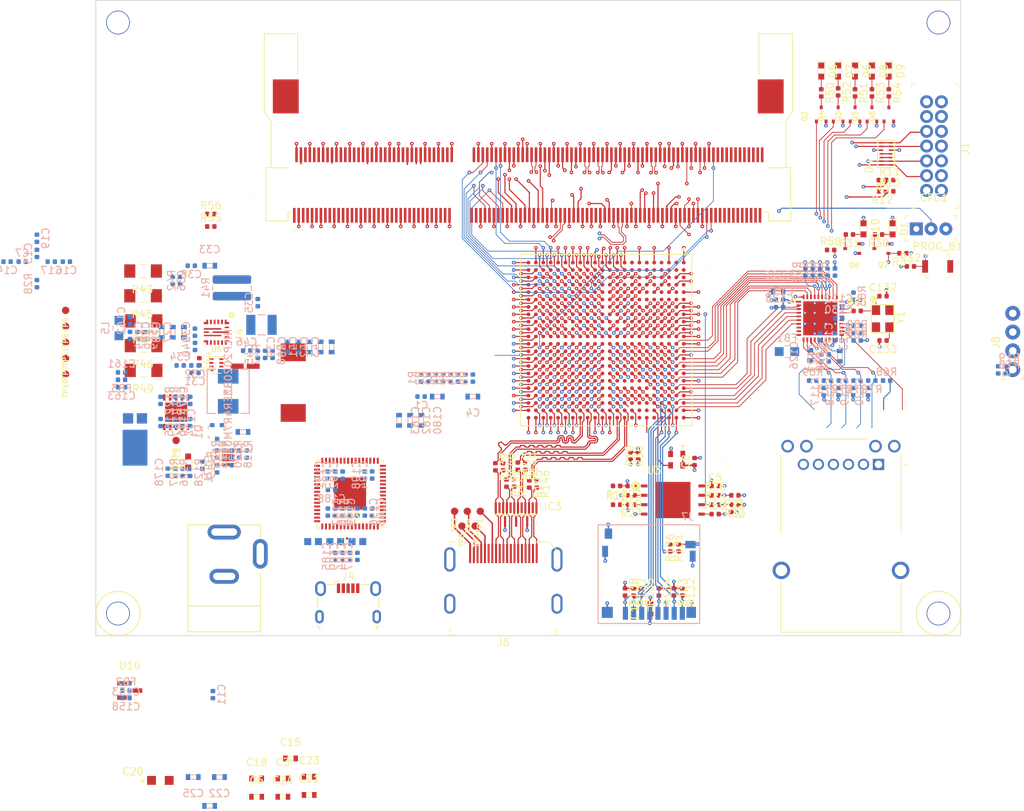
<source format=kicad_pcb>
(kicad_pcb (version 20171130) (host pcbnew 5.1.5+dfsg1-2~bpo10+1)
  (layers (0 F.Cu signal) (1 GND1 power hide) (2 In2.Cu signal hide) (3 VCC1 power hide) (4 GND2 power hide) (5 In5.Cu signal hide) (6 VCC2 power hide) (31 B.Cu signal) (34 B.Paste user hide) (35 F.Paste user hide) (36 B.SilkS user hide) (37 F.SilkS user hide) (38 B.Mask user hide) (39 F.Mask user hide) (44 Edge.Cuts user))
  (net 0 "")
  (net 1 ETH3V3)
  (net 2 "Net-(C133-Pad1)")
  (net 3 VCC5V0)
  (net 4 AVCC1V8)
  (net 5 VIN)
  (net 6 VBUS)
  (net 7 "Net-(C174-Pad1)")
  (net 8 "Net-(C175-Pad1)")
  (net 9 "Net-(C178-Pad2)")
  (net 10 "Net-(C178-Pad1)")
  (net 11 "Net-(C184-Pad1)")
  (net 12 "Net-(C185-Pad1)")
  (net 13 "Net-(C190-Pad1)")
  (net 14 "Net-(C193-Pad1)")
  (net 15 VCC1V8)
  (net 16 "Net-(IC1-Pad6)")
  (net 17 "Net-(IC1-Pad5)")
  (net 18 "Net-(IC1-Pad3)")
  (net 19 VCC3v3)
  (net 20 "Net-(J2-Pad10)")
  (net 21 "Net-(J2-Pad8)")
  (net 22 "Net-(L1-Pad1)")
  (net 23 "Net-(L3-Pad1)")
  (net 24 "Net-(R23-Pad1)")
  (net 25 "Net-(R24-Pad1)")
  (net 26 "Net-(R79-Pad2)")
  (net 27 "Net-(R81-Pad1)")
  (net 28 "Net-(R129-Pad2)")
  (net 29 "Net-(R130-Pad2)")
  (net 30 "Net-(U6-Pad41)")
  (net 31 GND)
  (net 32 AD1_N)
  (net 33 AD1_P)
  (net 34 AD9_P)
  (net 35 AD9_N)
  (net 36 AD2_P)
  (net 37 AD2_N)
  (net 38 AD10_P)
  (net 39 AD10_N)
  (net 40 V_N)
  (net 41 V_P)
  (net 42 XADCGND)
  (net 43 XADC1V8)
  (net 44 PFBOUT)
  (net 45 XADCVREF)
  (net 46 DBG_USB_P)
  (net 47 DBG_USB_N)
  (net 48 PWR_GOOD)
  (net 49 TCK_JTAG)
  (net 50 TMS_JTAG)
  (net 51 TDI_JTAG)
  (net 52 TDO_JTAG)
  (net 53 TXP)
  (net 54 TXN)
  (net 55 RXP)
  (net 56 RXN)
  (net 57 LED_LINK)
  (net 58 LED_SPD)
  (net 59 DQ5)
  (net 60 DQ4)
  (net 61 DQ1)
  (net 62 DQ0)
  (net 63 DM0_n\DBI0_n)
  (net 64 DQ6)
  (net 65 DQ7)
  (net 66 DQ2)
  (net 67 DQ3)
  (net 68 DQ12)
  (net 69 DQ13)
  (net 70 DQ8)
  (net 71 DQ9)
  (net 72 DM1_n\DBI_n)
  (net 73 DQ15)
  (net 74 DQ14)
  (net 75 DQ10)
  (net 76 DQ11)
  (net 77 DQ21)
  (net 78 DQ20)
  (net 79 DQ17)
  (net 80 DQ16)
  (net 81 DM2_n\DBI2_n)
  (net 82 DQ22)
  (net 83 DQ23)
  (net 84 DQ18)
  (net 85 DQ19)
  (net 86 DQ28)
  (net 87 DQ29)
  (net 88 DQ24)
  (net 89 DQ25)
  (net 90 DM3_n\DBI3_n)
  (net 91 DQ30)
  (net 92 DQ31)
  (net 93 DQ26)
  (net 94 DQ27)
  (net 95 MODE2)
  (net 96 QSPI_DQ0)
  (net 97 QSPI_DQ1)
  (net 98 QSPI_DQ2)
  (net 99 QSPI_DQ3)
  (net 100 MODE0)
  (net 101 MODE1)
  (net 102 DONE)
  (net 103 ETH_CRS)
  (net 104 ETH_COL)
  (net 105 ETH_RXERR)
  (net 106 ETH_RXD0)
  (net 107 ETH_RXD1)
  (net 108 ETH_RSTN)
  (net 109 ETH_MDIO)
  (net 110 ETH_REF_CLK)
  (net 111 ETH_TXD1)
  (net 112 ETH_TXD2)
  (net 113 ETH_TXD3)
  (net 114 ETH_TX_CLK)
  (net 115 ETH_TX_EN)
  (net 116 ETH_TXD0)
  (net 117 ETH_RXD3)
  (net 118 ETH_RX_DV)
  (net 119 ETH_MDC)
  (net 120 ETH_RX_CLK)
  (net 121 ETH_RXD2)
  (net 122 GCLK100)
  (net 123 UART_RXD_OUT)
  (net 124 UART_TXD_IN)
  (net 125 C_TMDS_CLK_P)
  (net 126 C_TMDS_CLK_N)
  (net 127 C_TMDS_D0_N)
  (net 128 C_TMDS_D0_P)
  (net 129 C_TMDS_D1_P)
  (net 130 C_TMDS_D2_N)
  (net 131 C_TMDS_D2_P)
  (net 132 "Net-(J6-Pad19)")
  (net 133 "Net-(J6-Pad18)")
  (net 134 "Net-(J6-Pad16)")
  (net 135 "Net-(J6-Pad15)")
  (net 136 "Net-(J6-Pad13)")
  (net 137 "Net-(J7-Pad9)")
  (net 138 VCC3V3)
  (net 139 "Net-(C132-Pad1)")
  (net 140 "Net-(C153-Pad2)")
  (net 141 AVCC3V3)
  (net 142 "Net-(C172-Pad1)")
  (net 143 "Net-(C177-Pad1)")
  (net 144 "Net-(IC2-Pad4)")
  (net 145 "Net-(IC2-Pad5)")
  (net 146 C_TMDS_D1_N)
  (net 147 "Net-(PWR1-Pad2)")
  (net 148 "Net-(Q1-Pad3)")
  (net 149 XADC_V_P)
  (net 150 XADC_V_N)
  (net 151 "Net-(R126-Pad2)")
  (net 152 TMDS_CLK_P)
  (net 153 TMDS_CLK_N)
  (net 154 TMDS_D0_P)
  (net 155 TMDS_D0_N)
  (net 156 TMDS_D1_P)
  (net 157 TMDS_D1_N)
  (net 158 TMDS_D2_P)
  (net 159 TMDS_D2_N)
  (net 160 "Net-(D5-Pad2)")
  (net 161 "Net-(D6-Pad2)")
  (net 162 "Net-(D7-Pad2)")
  (net 163 "Net-(D8-Pad2)")
  (net 164 "Net-(FB6-Pad2)")
  (net 165 USR_LED1)
  (net 166 USR_LED3)
  (net 167 "Net-(Q2-Pad3)")
  (net 168 USR_LED2)
  (net 169 "Net-(Q3-Pad3)")
  (net 170 USR_LED4)
  (net 171 "Net-(Q4-Pad3)")
  (net 172 USR_LED5)
  (net 173 "Net-(Q5-Pad3)")
  (net 174 VDD1V1)
  (net 175 "Net-(C36-Pad1)")
  (net 176 VDD1V8)
  (net 177 VDD0V6)
  (net 178 "Net-(C180-Pad1)")
  (net 179 "Net-(Q6-Pad3)")
  (net 180 "Net-(R42-Pad1)")
  (net 181 VDDQEN)
  (net 182 VCC1V1)
  (net 183 VDDQ)
  (net 184 "Net-(D9-Pad2)")
  (net 185 "Net-(L1-Pad2)")
  (net 186 "Net-(L2-Pad2)")
  (net 187 "Net-(R40-Pad1)")
  (net 188 "Net-(R41-Pad1)")
  (net 189 "Net-(R42-Pad2)")
  (net 190 RESET_n)
  (net 191 CA5_A)
  (net 192 CA4_A)
  (net 193 CKE0_A)
  (net 194 DQS1_P)
  (net 195 DQS1_N)
  (net 196 CK1_P)
  (net 197 CK1_N)
  (net 198 CK0_N)
  (net 199 CK0_P)
  (net 200 DQS3_N)
  (net 201 DQS3_P)
  (net 202 CS0_N_B)
  (net 203 CKE0_B)
  (net 204 CA4_B)
  (net 205 CA5_B)
  (net 206 ODT0)
  (net 207 CA3_A)
  (net 208 CA2_A)
  (net 209 CA1_A)
  (net 210 CA0_A)
  (net 211 DQS0_P)
  (net 212 DQS0_N)
  (net 213 DQS2_N)
  (net 214 DQS2_P)
  (net 215 CA0_B)
  (net 216 CA1_B)
  (net 217 CA2_B)
  (net 218 CA3_B)
  (net 219 CS0_N_A)
  (net 220 ODT1)
  (net 221 "Net-(C35-Pad2)")
  (net 222 "Net-(C35-Pad1)")
  (net 223 "Net-(C45-Pad2)")
  (net 224 "Net-(C45-Pad1)")
  (net 225 "Net-(IC3-Pad14)")
  (net 226 "Net-(J1-Pad14)")
  (net 227 "Net-(J1-Pad12)")
  (net 228 "Net-(J4-Pad4)")
  (net 229 "Net-(J6-Pad14)")
  (net 230 "Net-(J9-Pad204)")
  (net 231 "Net-(J9-Pad202)")
  (net 232 "Net-(J9-Pad200)")
  (net 233 "Net-(J9-Pad198)")
  (net 234 "Net-(J9-Pad196)")
  (net 235 "Net-(J9-Pad194)")
  (net 236 "Net-(J9-Pad192)")
  (net 237 "Net-(J9-Pad190)")
  (net 238 "Net-(J9-Pad188)")
  (net 239 "Net-(J9-Pad186)")
  (net 240 "Net-(J9-Pad184)")
  (net 241 "Net-(J9-Pad74)")
  (net 242 "Net-(J9-Pad70)")
  (net 243 "Net-(J9-Pad68)")
  (net 244 "Net-(J9-Pad64)")
  (net 245 "Net-(J9-Pad62)")
  (net 246 "Net-(J9-Pad58)")
  (net 247 "Net-(J9-Pad56)")
  (net 248 "Net-(J9-Pad52)")
  (net 249 "Net-(J9-Pad50)")
  (net 250 "Net-(J9-Pad46)")
  (net 251 "Net-(J9-Pad42)")
  (net 252 "Net-(J9-Pad40)")
  (net 253 "Net-(J9-Pad36)")
  (net 254 "Net-(J9-Pad34)")
  (net 255 "Net-(J9-Pad203)")
  (net 256 "Net-(J9-Pad201)")
  (net 257 "Net-(J9-Pad199)")
  (net 258 "Net-(J9-Pad197)")
  (net 259 "Net-(J9-Pad195)")
  (net 260 "Net-(J9-Pad193)")
  (net 261 "Net-(J9-Pad191)")
  (net 262 "Net-(J9-Pad189)")
  (net 263 "Net-(J9-Pad187)")
  (net 264 "Net-(J9-Pad185)")
  (net 265 "Net-(J9-Pad183)")
  (net 266 "Net-(J9-Pad129)")
  (net 267 "Net-(J9-Pad125)")
  (net 268 "Net-(J9-Pad75)")
  (net 269 "Net-(J9-Pad73)")
  (net 270 "Net-(J9-Pad69)")
  (net 271 "Net-(J9-Pad67)")
  (net 272 "Net-(J9-Pad63)")
  (net 273 "Net-(J9-Pad59)")
  (net 274 "Net-(J9-Pad57)")
  (net 275 "Net-(J9-Pad53)")
  (net 276 "Net-(J9-Pad51)")
  (net 277 "Net-(J9-Pad47)")
  (net 278 "Net-(J9-Pad45)")
  (net 279 "Net-(J9-Pad41)")
  (net 280 "Net-(J9-Pad39)")
  (net 281 "Net-(J9-Pad35)")
  (net 282 "Net-(J9-Pad33)")
  (net 283 VSNS5V0_P)
  (net 284 VSNS5V0_N)
  (net 285 SNS5V0_P)
  (net 286 SNS5V0_N)
  (net 287 VSNSVU_P)
  (net 288 VSNSVU_N)
  (net 289 SNSVCCINT_P)
  (net 290 SNSVCCINT_N)
  (net 291 "Net-(U1-PadAB1)")
  (net 292 "Net-(U1-PadW2)")
  (net 293 "Net-(U1-PadAB2)")
  (net 294 "Net-(U1-PadV3)")
  (net 295 "Net-(U1-PadAA3)")
  (net 296 "Net-(U1-PadAB3)")
  (net 297 "Net-(U1-PadT4)")
  (net 298 "Net-(U1-PadY4)")
  (net 299 "Net-(U1-PadAA4)")
  (net 300 "Net-(U1-PadU5)")
  (net 301 "Net-(U1-PadV5)")
  (net 302 "Net-(U1-PadW5)")
  (net 303 "Net-(U1-PadT10)")
  (net 304 "Net-(U1-PadU11)")
  (net 305 "Net-(U1-PadAA11)")
  (net 306 "Net-(U1-PadAB11)")
  (net 307 "Net-(U1-PadC12)")
  (net 308 "Net-(U1-PadD12)")
  (net 309 "Net-(U1-PadU12)")
  (net 310 "Net-(U1-PadAB12)")
  (net 311 "Net-(U1-PadC13)")
  (net 312 "Net-(U1-PadAB13)")
  (net 313 "Net-(U1-PadC14)")
  (net 314 "Net-(U1-PadD14)")
  (net 315 "Net-(U1-PadE14)")
  (net 316 "Net-(U1-PadT14)")
  (net 317 "Net-(U1-PadV14)")
  (net 318 "Net-(U1-PadW14)")
  (net 319 "Net-(U1-PadY14)")
  (net 320 "Net-(U1-PadC15)")
  (net 321 "Net-(U1-PadF15)")
  (net 322 "Net-(U1-PadG15)")
  (net 323 "Net-(U1-PadH15)")
  (net 324 "Net-(U1-PadT15)")
  (net 325 "Net-(U1-PadU15)")
  (net 326 "Net-(U1-PadV15)")
  (net 327 "Net-(U1-PadW15)")
  (net 328 "Net-(U1-PadAA15)")
  (net 329 "Net-(U1-PadE16)")
  (net 330 "Net-(U1-PadF16)")
  (net 331 "Net-(U1-PadG16)")
  (net 332 "Net-(U1-PadJ16)")
  (net 333 "Net-(U1-PadM16)")
  (net 334 "Net-(U1-PadR16)")
  (net 335 "Net-(U1-PadT16)")
  (net 336 "Net-(U1-PadU16)")
  (net 337 "Net-(U1-PadW16)")
  (net 338 "Net-(U1-PadY16)")
  (net 339 "Net-(U1-PadD17)")
  (net 340 "Net-(U1-PadG17)")
  (net 341 "Net-(U1-PadH17)")
  (net 342 "Net-(U1-PadJ17)")
  (net 343 "Net-(U1-PadV17)")
  (net 344 "Net-(U1-PadW17)")
  (net 345 "Net-(U1-PadY17)")
  (net 346 "Net-(U1-PadE18)")
  (net 347 "Net-(U1-PadF18)")
  (net 348 PUDC_B)
  (net 349 "Net-(U1-PadT18)")
  (net 350 "Net-(U1-PadY18)")
  (net 351 "Net-(U1-PadAA18)")
  (net 352 "Net-(U1-PadAB18)")
  (net 353 "Net-(U1-PadC19)")
  (net 354 "Net-(U1-PadE19)")
  (net 355 "Net-(U1-PadP19)")
  (net 356 "Net-(U1-PadV19)")
  (net 357 "Net-(U1-PadW19)")
  (net 358 "Net-(U1-PadY19)")
  (net 359 "Net-(U1-PadAA19)")
  (net 360 "Net-(U1-PadG20)")
  (net 361 "Net-(U1-PadP20)")
  (net 362 "Net-(U1-PadV20)")
  (net 363 "Net-(U1-PadW20)")
  (net 364 "Net-(U1-PadAA20)")
  (net 365 "Net-(U1-PadAB20)")
  (net 366 "Net-(U1-PadA21)")
  (net 367 "Net-(U1-PadF21)")
  (net 368 "Net-(U1-PadAA21)")
  (net 369 "Net-(U1-PadAB21)")
  (net 370 "Net-(U1-PadY22)")
  (net 371 "Net-(U1-PadAB22)")
  (net 372 "Net-(U3-Pad9)")
  (net 373 VDDEN)
  (net 374 "Net-(U5-Pad8)")
  (net 375 "Net-(U12-Pad18)")
  (net 376 "Net-(U12-Pad19)")
  (net 377 "Net-(U12-Pad21)")
  (net 378 "Net-(U12-Pad22)")
  (net 379 "Net-(U12-Pad23)")
  (net 380 "Net-(U12-Pad24)")
  (net 381 "Net-(U12-Pad26)")
  (net 382 "Net-(U12-Pad27)")
  (net 383 "Net-(U12-Pad28)")
  (net 384 "Net-(U12-Pad29)")
  (net 385 "Net-(U12-Pad30)")
  (net 386 "Net-(U12-Pad32)")
  (net 387 "Net-(U12-Pad33)")
  (net 388 "Net-(U12-Pad34)")
  (net 389 "Net-(U12-Pad36)")
  (net 390 "Net-(U12-Pad38)")
  (net 391 "Net-(U12-Pad39)")
  (net 392 "Net-(U12-Pad40)")
  (net 393 "Net-(U12-Pad41)")
  (net 394 "Net-(U12-Pad43)")
  (net 395 "Net-(U12-Pad44)")
  (net 396 "Net-(U12-Pad45)")
  (net 397 "Net-(U12-Pad46)")
  (net 398 "Net-(U12-Pad48)")
  (net 399 "Net-(U12-Pad52)")
  (net 400 "Net-(U12-Pad53)")
  (net 401 "Net-(U12-Pad54)")
  (net 402 "Net-(U12-Pad55)")
  (net 403 "Net-(U12-Pad57)")
  (net 404 "Net-(U12-Pad58)")
  (net 405 "Net-(U12-Pad59)")
  (net 406 "Net-(U12-Pad60)")
  (net 407 "Net-(U12-Pad61)")
  (net 408 "Net-(U12-Pad62)")
  (net 409 "Net-(U12-Pad63)")
  (net 410 "Net-(Y1-Pad2)")
  (net 411 "Net-(Y1-Pad4)")
  (net 412 "Net-(U1-PadD15)")
  (net 413 "Net-(U1-PadD16)")
  (net 414 "Net-(U1-PadC17)")
  (net 415 "Net-(U1-PadE17)")
  (net 416 "Net-(U1-PadC18)")
  (net 417 "Net-(U1-PadM17)")
  (net 418 "Net-(U1-PadM18)")
  (net 419 "Net-(U1-PadN18)")
  (net 420 "Net-(U1-PadR18)")
  (net 421 "Net-(U1-PadL19)")
  (net 422 "Net-(U1-PadN19)")
  (net 423 "Net-(U1-PadR19)")
  (net 424 "Net-(U1-PadH20)")
  (net 425 "Net-(U1-PadJ20)")
  (net 426 "Net-(U1-PadL20)")
  (net 427 "Net-(U1-PadM20)")
  (net 428 "Net-(U1-PadN20)")
  (net 429 "Net-(U1-PadL21)")
  (net 430 "Net-(U1-PadM21)")
  (net 431 "Net-(U1-PadM22)")
  (net 432 "Net-(U1-PadN22)")
  (net 433 "Net-(U1-PadB1)")
  (net 434 "Net-(U1-PadD1)")
  (net 435 "Net-(U1-PadF1)")
  (net 436 "Net-(U1-PadH1)")
  (net 437 "Net-(U1-PadA2)")
  (net 438 "Net-(U1-PadB2)")
  (net 439 "Net-(U1-PadC2)")
  (net 440 "Net-(U1-PadD2)")
  (net 441 "Net-(U1-PadE2)")
  (net 442 "Net-(U1-PadF2)")
  (net 443 "Net-(U1-PadG2)")
  (net 444 "Net-(U1-PadH2)")
  (net 445 "Net-(U1-PadA3)")
  (net 446 "Net-(U1-PadC3)")
  (net 447 "Net-(U1-PadE3)")
  (net 448 "Net-(U1-PadG3)")
  (net 449 "Net-(U1-PadA4)")
  (net 450 "Net-(U1-PadC4)")
  (net 451 "Net-(U1-PadE4)")
  (net 452 "Net-(U1-PadG4)")
  (net 453 "Net-(U1-PadJ4)")
  (net 454 "Net-(U1-PadB5)")
  (net 455 "Net-(U1-PadD5)")
  (net 456 "Net-(U1-PadF5)")
  (net 457 "Net-(U1-PadA6)")
  (net 458 "Net-(U1-PadB6)")
  (net 459 "Net-(U1-PadC6)")
  (net 460 "Net-(U1-PadD6)")
  (net 461 "Net-(U1-PadE6)")
  (net 462 "Net-(U1-PadF6)")
  (net 463 "Net-(U1-PadG6)")
  (net 464 "Net-(D4-Pad11)")
  (net 465 "Net-(D4-Pad12)")
  (net 466 "Net-(U1-PadG8)")
  (net 467 "Net-(U1-PadH8)")
  (net 468 "Net-(U1-PadA9)")
  (net 469 "Net-(U1-PadC9)")
  (net 470 "Net-(U1-PadD9)")
  (net 471 "Net-(U1-PadE9)")
  (net 472 "Net-(U1-PadF9)")
  (net 473 "Net-(U1-PadH9)")
  (net 474 "Net-(U1-PadA10)")
  (net 475 "Net-(U1-PadB10)")
  (net 476 "Net-(U1-PadC10)")
  (net 477 "Net-(U1-PadD10)")
  (net 478 "Net-(U1-PadF10)")
  (net 479 "Net-(U1-PadG10)")
  (net 480 "Net-(U1-PadH10)")
  (net 481 "Net-(U1-PadA11)")
  (net 482 "Net-(U1-PadB11)")
  (net 483 "Net-(U1-PadD11)")
  (net 484 "Net-(U1-PadE11)")
  (net 485 "Net-(U1-PadF11)")
  (net 486 "Net-(U1-PadG11)")
  (net 487 "Net-(U1-PadE12)")
  (net 488 "Net-(U1-PadG12)")
  (net 489 "Net-(U1-PadH12)")
  (net 490 "Net-(U1-PadE13)")
  (net 491 "Net-(U1-PadF13)")
  (net 492 "Net-(U1-PadG13)")
  (net 493 "Net-(U1-PadH13)")
  (net 494 "Net-(U1-PadF14)")
  (net 495 "Net-(U1-PadH14)")
  (net 496 SD_DAT1)
  (net 497 SD_DAT0)
  (net 498 SD_CLK)
  (net 499 SD_CMD)
  (net 500 SD_DAT3)
  (net 501 SD_DAT2)
  (net 502 SD_CD)
  (net 503 "Net-(U1-PadK17)")
  (net 504 "Net-(U1-PadK19)")
  (net 505 "Net-(U1-PadG21)")
  (net 506 "Net-(U1-PadE22)")
  (net 507 "Net-(U1-PadG22)")
  (net 508 "Net-(U1-PadH22)")
  (net 509 "Net-(U1-PadP16)")
  (net 510 "Net-(U1-PadN17)")
  (net 511 "Net-(U1-PadP17)")
  (net 512 "Net-(U1-PadR17)")
  (net 513 "Net-(U1-PadT19)")
  (net 514 "Net-(U1-PadT21)")
  (net 515 "Net-(U1-PadV22)")
  (net 516 "Net-(U1-PadU21)")
  (net 517 "Net-(U1-PadU22)")
  (net 518 "Net-(D1-Pad2)")
  (net 519 "Net-(D10-Pad2)")
  (net 520 PROGRAM_B)
  (net 521 "Net-(Q7-Pad3)")
  (net 522 INIT_B)
  (net 523 "Net-(Q8-Pad3)")
  (net 524 FCS_B)
  (net 525 CCLK)
  (net 526 "Net-(R59-Pad1)")
  (net 527 "Net-(R60-Pad1)")
  (net 528 "Net-(U1-PadAA14)")
  (net 529 "Net-(U1-PadAB15)")
  (net 530 "Net-(U1-PadAA16)")
  (net 531 "Net-(U1-PadAB16)")
  (net 532 "Net-(U1-PadAB17)")
  (net 533 "Net-(U1-PadL18)")
  (net 534 EMCCLK)
  (net 535 "Net-(U1-PadF20)")
  (net 536 CFGBVS)
  (net 537 "Net-(R26-Pad1)")
  (net 538 "Net-(R27-Pad1)")
  (net 539 "Net-(U1-PadK16)")
  (net 540 "Net-(U1-PadAA1)")
  (net 541 "Net-(U1-PadT3)")
  (net 542 "Net-(U1-PadK4)")
  (net 543 "Net-(U1-PadL4)")
  (net 544 "Net-(U1-PadP5)")
  (module antmicro-footprints:PinHeader_2x7_P2mm_Drill1mm (layer F.Cu) (at 214.396 75.726 270)
    (fp_text reference J1 (at -5.715 -3.175 90) (layer F.SilkS))
    (fp_text value 0878311420)
    (pad 14 thru_hole circle (at -12 2 270) (size 1.75 1.75) (drill 1) (layers *.Cu *.Mask) (net 226 "Net-(J1-Pad14)"))
    (pad 13 thru_hole circle (at -12 0 270) (size 1.75 1.75) (drill 1) (layers *.Cu *.Mask) (net 31 GND))
    (pad 12 thru_hole circle (at -10 2 270) (size 1.75 1.75) (drill 1) (layers *.Cu *.Mask) (net 227 "Net-(J1-Pad12)"))
    (pad 11 thru_hole circle (at -10 0 270) (size 1.75 1.75) (drill 1) (layers *.Cu *.Mask) (net 31 GND))
    (pad 10 thru_hole circle (at -8 2 270) (size 1.75 1.75) (drill 1) (layers *.Cu *.Mask) (net 51 TDI_JTAG))
    (pad 9 thru_hole circle (at -8 0 270) (size 1.75 1.75) (drill 1) (layers *.Cu *.Mask) (net 31 GND))
    (pad 8 thru_hole circle (at -6 2 270) (size 1.75 1.75) (drill 1) (layers *.Cu *.Mask) (net 52 TDO_JTAG))
    (pad 7 thru_hole circle (at -6 0 270) (size 1.75 1.75) (drill 1) (layers *.Cu *.Mask) (net 31 GND))
    (pad 6 thru_hole circle (at -4 2 270) (size 1.75 1.75) (drill 1) (layers *.Cu *.Mask) (net 49 TCK_JTAG))
    (pad 5 thru_hole circle (at -4 0 270) (size 1.75 1.75) (drill 1) (layers *.Cu *.Mask) (net 31 GND))
    (pad 4 thru_hole circle (at -2 2 270) (size 1.75 1.75) (drill 1) (layers *.Cu *.Mask) (net 50 TMS_JTAG))
    (pad 3 thru_hole circle (at -2 0 270) (size 1.75 1.75) (drill 1) (layers *.Cu *.Mask) (net 31 GND))
    (pad 2 thru_hole circle (at 0 2 270) (size 1.75 1.75) (drill 1) (layers *.Cu *.Mask) (net 19 VCC3v3))
    (pad 1 thru_hole circle (at 0 0 270) (size 1.75 1.75) (drill 1) (layers *.Cu *.Mask) (net 31 GND))
  )
  (module antmicro-footprints:0603-cap (layer F.Cu) (at 175.026 132.368 90)
    (fp_text reference C10 (at 0 -2.2 90) (layer F.SilkS))
    (fp_text value C_1u_0603)
    (pad 1 smd rect (at -0.7 0 90) (size 0.6 0.8) (layers F.Cu F.Paste F.Mask) (net 138 VCC3V3))
    (pad 2 smd rect (at 0.7 0 90) (size 0.6 0.8) (layers F.Cu F.Paste F.Mask) (net 31 GND))
  )
  (module antmicro-footprints:0402-res (layer F.Cu) (at 170.454 115.731 180)
    (fp_text reference R14 (at 0 -1.17) (layer F.SilkS))
    (fp_text value R_2k2_0402)
    (pad 2 smd roundrect (at 0.485 0 180) (size 0.59 0.64) (layers F.Cu F.Paste F.Mask) (net 19 VCC3v3))
    (pad 1 smd roundrect (at -0.485 0 180) (size 0.59 0.64) (layers F.Cu F.Paste F.Mask) (net 524 FCS_B))
  )
  (module antmicro-footprints:0402-res (layer F.Cu) (at 172.4225 117.001 180)
    (fp_text reference R60 (at 0 -1.17) (layer F.SilkS))
    (fp_text value R_0R_0402)
    (pad 2 smd roundrect (at 0.485 0 180) (size 0.59 0.64) (layers F.Cu F.Paste F.Mask) (net 97 QSPI_DQ1))
    (pad 1 smd roundrect (at -0.485 0 180) (size 0.59 0.64) (layers F.Cu F.Paste F.Mask) (net 527 "Net-(R60-Pad1)"))
  )
  (module antmicro-footprints:0402-res (layer F.Cu) (at 183.789 119.541)
    (fp_text reference R59 (at 0 -1.17) (layer F.SilkS))
    (fp_text value R_0R_0402)
    (pad 2 smd roundrect (at 0.485 0) (size 0.59 0.64) (layers F.Cu F.Paste F.Mask) (net 96 QSPI_DQ0))
    (pad 1 smd roundrect (at -0.485 0) (size 0.59 0.64) (layers F.Cu F.Paste F.Mask) (net 526 "Net-(R59-Pad1)"))
  )
  (module antmicro-footprints:0402-res (layer F.Cu) (at 199.41 83.7905)
    (fp_text reference R58 (at 0 -1.17) (layer F.SilkS))
    (fp_text value R_0R_0402)
    (pad 2 smd roundrect (at 0.485 0) (size 0.59 0.64) (layers F.Cu F.Paste F.Mask) (net 536 CFGBVS))
    (pad 1 smd roundrect (at -0.485 0) (size 0.59 0.64) (layers F.Cu F.Paste F.Mask) (net 19 VCC3v3))
  )
  (module antmicro-footprints:0402-res (layer F.Cu) (at 209.189 84.235 180)
    (fp_text reference R57 (at 0 -1.17) (layer F.SilkS))
    (fp_text value R_330R_0402)
    (pad 2 smd roundrect (at 0.485 0 180) (size 0.59 0.64) (layers F.Cu F.Paste F.Mask) (net 102 DONE))
    (pad 1 smd roundrect (at -0.485 0 180) (size 0.59 0.64) (layers F.Cu F.Paste F.Mask) (net 19 VCC3v3))
  )
  (module lpddr4-test-board-footprints:0402-res (layer F.Cu) (at 172.359 111.667 270)
    (fp_text reference R36 (at 0 -1.17 90) (layer F.SilkS))
    (fp_text value R_100R_0402)
    (pad 2 smd roundrect (at 0.485 0 270) (size 0.59 0.64) (layers F.Cu F.Paste F.Mask) (net 31 GND))
    (pad 1 smd roundrect (at -0.485 0 270) (size 0.59 0.64) (layers F.Cu F.Paste F.Mask) (net 348 PUDC_B))
  )
  (module lpddr4-test-board-footprints:0402-res (layer F.Cu) (at 210.205 86.013)
    (fp_text reference R32 (at 0 -1.17) (layer F.SilkS))
    (fp_text value R_4k7_0402)
    (pad 2 smd roundrect (at 0.485 0) (size 0.59 0.64) (layers F.Cu F.Paste F.Mask) (net 520 PROGRAM_B))
    (pad 1 smd roundrect (at -0.485 0) (size 0.59 0.64) (layers F.Cu F.Paste F.Mask) (net 19 VCC3v3))
  )
  (module lpddr4-test-board-footprints:0402-res (layer F.Cu) (at 201.95 81.695 180)
    (fp_text reference R31 (at 0 -1.17) (layer F.SilkS))
    (fp_text value R_330R_0402)
    (pad 2 smd roundrect (at 0.485 0 180) (size 0.59 0.64) (layers F.Cu F.Paste F.Mask) (net 523 "Net-(Q8-Pad3)"))
    (pad 1 smd roundrect (at -0.485 0 180) (size 0.59 0.64) (layers F.Cu F.Paste F.Mask) (net 519 "Net-(D10-Pad2)"))
  )
  (module lpddr4-test-board-footprints:0402-res (layer F.Cu) (at 205.887 81.695 180)
    (fp_text reference R30 (at 0 -1.17) (layer F.SilkS))
    (fp_text value R_330R_0402)
    (pad 2 smd roundrect (at 0.485 0 180) (size 0.59 0.64) (layers F.Cu F.Paste F.Mask) (net 521 "Net-(Q7-Pad3)"))
    (pad 1 smd roundrect (at -0.485 0 180) (size 0.59 0.64) (layers F.Cu F.Paste F.Mask) (net 518 "Net-(D1-Pad2)"))
  )
  (module antmicro-footprints:0402-res (layer F.Cu) (at 172.4225 118.271 180)
    (fp_text reference R27 (at 0 -1.17) (layer F.SilkS))
    (fp_text value R_0R_0402)
    (pad 2 smd roundrect (at 0.485 0 180) (size 0.59 0.64) (layers F.Cu F.Paste F.Mask) (net 98 QSPI_DQ2))
    (pad 1 smd roundrect (at -0.485 0 180) (size 0.59 0.64) (layers F.Cu F.Paste F.Mask) (net 538 "Net-(R27-Pad1)"))
  )
  (module antmicro-footprints:0402-res (layer F.Cu) (at 183.789 117.001)
    (fp_text reference R26 (at 0 -1.17) (layer F.SilkS))
    (fp_text value R_0R_0402)
    (pad 2 smd roundrect (at 0.485 0) (size 0.59 0.64) (layers F.Cu F.Paste F.Mask) (net 99 QSPI_DQ3))
    (pad 1 smd roundrect (at -0.485 0) (size 0.59 0.64) (layers F.Cu F.Paste F.Mask) (net 537 "Net-(R26-Pad1)"))
  )
  (module antmicro-footprints:0402-res (layer F.Cu) (at 183.789 118.271)
    (fp_text reference R24 (at 0 -1.17) (layer F.SilkS))
    (fp_text value R_0R_0402)
    (pad 2 smd roundrect (at 0.485 0) (size 0.59 0.64) (layers F.Cu F.Paste F.Mask) (net 525 CCLK))
    (pad 1 smd roundrect (at -0.485 0) (size 0.59 0.64) (layers F.Cu F.Paste F.Mask) (net 25 "Net-(R24-Pad1)"))
  )
  (module antmicro-footprints:0402-res (layer F.Cu) (at 172.4225 115.731 180)
    (fp_text reference R23 (at 0 -1.17) (layer F.SilkS))
    (fp_text value R_0R_0402)
    (pad 2 smd roundrect (at 0.485 0 180) (size 0.59 0.64) (layers F.Cu F.Paste F.Mask) (net 524 FCS_B))
    (pad 1 smd roundrect (at -0.485 0 180) (size 0.59 0.64) (layers F.Cu F.Paste F.Mask) (net 24 "Net-(R23-Pad1)"))
  )
  (module lpddr4-test-board-footprints:0402-res (layer F.Cu) (at 170.454 118.271)
    (fp_text reference R22 (at 0 -1.17) (layer F.SilkS))
    (fp_text value R_4k7_0402)
    (pad 2 smd roundrect (at 0.485 0) (size 0.59 0.64) (layers F.Cu F.Paste F.Mask) (net 98 QSPI_DQ2))
    (pad 1 smd roundrect (at -0.485 0) (size 0.59 0.64) (layers F.Cu F.Paste F.Mask) (net 19 VCC3v3))
  )
  (module lpddr4-test-board-footprints:0402-res (layer F.Cu) (at 186.456 117.001 180)
    (fp_text reference R21 (at 0 -1.17) (layer F.SilkS))
    (fp_text value R_4k7_0402)
    (pad 2 smd roundrect (at 0.485 0 180) (size 0.59 0.64) (layers F.Cu F.Paste F.Mask) (net 99 QSPI_DQ3))
    (pad 1 smd roundrect (at -0.485 0 180) (size 0.59 0.64) (layers F.Cu F.Paste F.Mask) (net 19 VCC3v3))
  )
  (module antmicro-footprints:0402-res (layer F.Cu) (at 207.411 75.853)
    (fp_text reference R13 (at 0 -1.17) (layer F.SilkS))
    (fp_text value R_0R_0402)
    (pad 2 smd roundrect (at 0.485 0) (size 0.59 0.64) (layers F.Cu F.Paste F.Mask) (net 31 GND))
    (pad 1 smd roundrect (at -0.485 0) (size 0.59 0.64) (layers F.Cu F.Paste F.Mask) (net 101 MODE1))
  )
  (module antmicro-footprints:0402-res (layer F.Cu) (at 206.395 75.853 180)
    (fp_text reference R12 (at 0 -1.17) (layer F.SilkS))
    (fp_text value R_0R_0402)
    (pad 2 smd roundrect (at 0.485 0 180) (size 0.59 0.64) (layers F.Cu F.Paste F.Mask) (net 19 VCC3v3))
    (pad 1 smd roundrect (at -0.485 0 180) (size 0.59 0.64) (layers F.Cu F.Paste F.Mask) (net 101 MODE1))
  )
  (module antmicro-footprints:0402-res (layer F.Cu) (at 207.411 74.329)
    (fp_text reference R11 (at 0 -1.17) (layer F.SilkS))
    (fp_text value R_0R_0402)
    (pad 2 smd roundrect (at 0.485 0) (size 0.59 0.64) (layers F.Cu F.Paste F.Mask) (net 31 GND))
    (pad 1 smd roundrect (at -0.485 0) (size 0.59 0.64) (layers F.Cu F.Paste F.Mask) (net 100 MODE0))
  )
  (module lpddr4-test-board-footprints:0402-res (layer F.Cu) (at 173.375 111.667 90)
    (fp_text reference R10 (at 0 -1.17 90) (layer F.SilkS))
    (fp_text value R_100R_0402)
    (pad 2 smd roundrect (at 0.485 0 90) (size 0.59 0.64) (layers F.Cu F.Paste F.Mask) (net 348 PUDC_B))
    (pad 1 smd roundrect (at -0.485 0 90) (size 0.59 0.64) (layers F.Cu F.Paste F.Mask) (net 19 VCC3v3))
  )
  (module antmicro-footprints:0402-res (layer F.Cu) (at 206.395 74.329 180)
    (fp_text reference R9 (at 0 -1.17) (layer F.SilkS))
    (fp_text value R_0R_0402)
    (pad 2 smd roundrect (at 0.485 0 180) (size 0.59 0.64) (layers F.Cu F.Paste F.Mask) (net 19 VCC3v3))
    (pad 1 smd roundrect (at -0.485 0 180) (size 0.59 0.64) (layers F.Cu F.Paste F.Mask) (net 100 MODE0))
  )
  (module antmicro-footprints:SC70-3 (layer F.Cu) (at 202.331 83.6 180)
    (fp_text reference Q8 (at -0.25 -2.25) (layer F.SilkS) (effects (font (size 0.7 0.7))))
    (fp_text value BSS138APW hide)
    (pad 1 smd rect (at -0.95 -0.65 270) (size 0.4 0.5) (layers F.Cu F.Paste F.Mask) (net 522 INIT_B))
    (pad 2 smd rect (at -0.95 0.65 270) (size 0.4 0.5) (layers F.Cu F.Paste F.Mask) (net 31 GND))
    (pad 3 smd rect (at 0.95 0 270) (size 0.4 0.5) (layers F.Cu F.Paste F.Mask) (net 523 "Net-(Q8-Pad3)"))
  )
  (module antmicro-footprints:SC70-3 (layer F.Cu) (at 206.268 83.6 180)
    (fp_text reference Q7 (at -0.25 -2.25) (layer F.SilkS) (effects (font (size 0.7 0.7))))
    (fp_text value BSS138APW hide)
    (pad 1 smd rect (at -0.95 -0.65 270) (size 0.4 0.5) (layers F.Cu F.Paste F.Mask) (net 102 DONE))
    (pad 2 smd rect (at -0.95 0.65 270) (size 0.4 0.5) (layers F.Cu F.Paste F.Mask) (net 31 GND))
    (pad 3 smd rect (at 0.95 0 270) (size 0.4 0.5) (layers F.Cu F.Paste F.Mask) (net 521 "Net-(Q7-Pad3)"))
  )
  (module lpddr4-test-board-footprints:LED_0603 (layer F.Cu) (at 203.855 80.933 270)
    (fp_text reference D10 (at 0 -1.61 90) (layer F.SilkS))
    (fp_text value KP-1608CGCK)
    (pad 2 smd rect (at 0.75 0 270) (size 0.8 0.8) (layers F.Cu F.Paste F.Mask) (net 519 "Net-(D10-Pad2)"))
    (pad 1 smd rect (at -0.75 0 270) (size 0.8 0.8) (layers F.Cu F.Paste F.Mask) (net 138 VCC3V3))
  )
  (module lpddr4-test-board-footprints:LED_0603 (layer F.Cu) (at 207.792 80.933 270)
    (fp_text reference D1 (at 0 -1.61 90) (layer F.SilkS))
    (fp_text value KP-1608CGCK)
    (pad 2 smd rect (at 0.75 0 270) (size 0.8 0.8) (layers F.Cu F.Paste F.Mask) (net 518 "Net-(D1-Pad2)"))
    (pad 1 smd rect (at -0.75 0 270) (size 0.8 0.8) (layers F.Cu F.Paste F.Mask) (net 138 VCC3V3))
  )
  (module antmicro-footprints:62000311121 (layer F.Cu) (at 212.999 80.933)
    (fp_text reference CFG1 (at 0.381 -4.191) (layer F.SilkS))
    (fp_text value 62000311121)
    (pad 3 thru_hole circle (at 2 0) (size 1.75 1.75) (drill 0.8) (layers *.Cu *.Mask) (net 19 VCC3v3))
    (pad 2 thru_hole circle (at 0 0) (size 1.75 1.75) (drill 0.8) (layers *.Cu *.Mask) (net 95 MODE2))
    (pad 1 thru_hole rect (at -2 0) (size 1.75 1.75) (drill 0.8) (layers *.Cu *.Mask) (net 31 GND))
  )
  (module lpddr4-test-board-footprints:MicroSD_1140084168 (layer B.Cu) (at 174.772 127.669 180)
    (fp_text reference J7 (at -5.275 7.75) (layer B.SilkS) (effects (justify mirror)))
    (fp_text value 1140084168)
    (pad ~ smd rect (at 5.875 3.08 90) (size 1.5 0.8) (layers B.Cu B.Paste B.Mask) (net 31 GND))
    (pad ~ smd rect (at -5.975 2.43 90) (size 1.5 0.8) (layers B.Cu B.Paste B.Mask) (net 31 GND))
    (pad 10 smd rect (at 5.425 5.48 90) (size 1.4 1) (layers B.Cu B.Paste B.Mask) (net 31 GND))
    (pad 9 smd rect (at -5.675 4 180) (size 1.4 1) (layers B.Cu B.Paste B.Mask) (net 137 "Net-(J7-Pad9)"))
    (pad ~ smd rect (at 5.575 -5.18 180) (size 1.5 1.5) (layers B.Cu B.Paste B.Mask) (net 31 GND))
    (pad ~ smd rect (at -5.775 -5.18 180) (size 1.3 1.5) (layers B.Cu B.Paste B.Mask) (net 31 GND))
    (pad 8 smd rect (at -4.574666 -5.304218) (size 0.7 1.75) (layers B.Cu B.Paste B.Mask) (net 496 SD_DAT1))
    (pad 7 smd rect (at -3.474666 -5.304218) (size 0.7 1.75) (layers B.Cu B.Paste B.Mask) (net 497 SD_DAT0))
    (pad 6 smd rect (at -2.374666 -5.304218) (size 0.7 1.75) (layers B.Cu B.Paste B.Mask) (net 31 GND))
    (pad 5 smd rect (at -1.274666 -5.304218) (size 0.7 1.75) (layers B.Cu B.Paste B.Mask) (net 498 SD_CLK))
    (pad 4 smd rect (at -0.174666 -5.304218) (size 0.7 1.75) (layers B.Cu B.Paste B.Mask) (net 138 VCC3V3))
    (pad 3 smd rect (at 0.925334 -5.304218) (size 0.7 1.75) (layers B.Cu B.Paste B.Mask) (net 499 SD_CMD))
    (pad 2 smd rect (at 2.025334 -5.304218) (size 0.7 1.75) (layers B.Cu B.Paste B.Mask) (net 500 SD_DAT3))
    (pad 1 smd rect (at 3.125334 -5.304218) (size 0.7 1.75) (layers B.Cu B.Paste B.Mask) (net 501 SD_DAT2))
  )
  (module lpddr4-test-board-footprints:BGA484C100P22X22_2300X2300X244N (layer F.Cu) (at 169.036328 95.997157 270)
    (fp_text reference U1 (at -9.525 -13.335 90) (layer F.SilkS) (effects (font (thickness 0.015))))
    (fp_text value XC7K70T-FBG484)
    (pad A1 smd circle (at -10.5 -10.5 270) (size 0.51 0.51) (layers F.Cu F.Paste F.Mask) (net 31 GND))
    (pad B1 smd circle (at -10.5 -9.5 270) (size 0.51 0.51) (layers F.Cu F.Paste F.Mask) (net 433 "Net-(U1-PadB1)"))
    (pad C1 smd circle (at -10.5 -8.5 270) (size 0.51 0.51) (layers F.Cu F.Paste F.Mask) (net 31 GND))
    (pad D1 smd circle (at -10.5 -7.5 270) (size 0.51 0.51) (layers F.Cu F.Paste F.Mask) (net 434 "Net-(U1-PadD1)"))
    (pad E1 smd circle (at -10.5 -6.5 270) (size 0.51 0.51) (layers F.Cu F.Paste F.Mask) (net 31 GND))
    (pad F1 smd circle (at -10.5 -5.5 270) (size 0.51 0.51) (layers F.Cu F.Paste F.Mask) (net 435 "Net-(U1-PadF1)"))
    (pad G1 smd circle (at -10.5 -4.5 270) (size 0.51 0.51) (layers F.Cu F.Paste F.Mask) (net 31 GND))
    (pad H1 smd circle (at -10.5 -3.5 270) (size 0.51 0.51) (layers F.Cu F.Paste F.Mask) (net 436 "Net-(U1-PadH1)"))
    (pad J1 smd circle (at -10.5 -2.5 270) (size 0.51 0.51) (layers F.Cu F.Paste F.Mask) (net 31 GND))
    (pad K1 smd circle (at -10.5 -1.5 270) (size 0.51 0.51) (layers F.Cu F.Paste F.Mask) (net 76 DQ11))
    (pad L1 smd circle (at -10.5 -0.5 270) (size 0.51 0.51) (layers F.Cu F.Paste F.Mask) (net 73 DQ15))
    (pad M1 smd circle (at -10.5 0.5 270) (size 0.51 0.51) (layers F.Cu F.Paste F.Mask) (net 195 DQS1_N))
    (pad N1 smd circle (at -10.5 1.5 270) (size 0.51 0.51) (layers F.Cu F.Paste F.Mask) (net 183 VDDQ))
    (pad P1 smd circle (at -10.5 2.5 270) (size 0.51 0.51) (layers F.Cu F.Paste F.Mask) (net 65 DQ7))
    (pad R1 smd circle (at -10.5 3.5 270) (size 0.51 0.51) (layers F.Cu F.Paste F.Mask) (net 64 DQ6))
    (pad T1 smd circle (at -10.5 4.5 270) (size 0.51 0.51) (layers F.Cu F.Paste F.Mask) (net 61 DQ1))
    (pad U1 smd circle (at -10.5 5.5 270) (size 0.51 0.51) (layers F.Cu F.Paste F.Mask) (net 66 DQ2))
    (pad V1 smd circle (at -10.5 6.5 270) (size 0.51 0.51) (layers F.Cu F.Paste F.Mask) (net 31 GND))
    (pad W1 smd circle (at -10.5 7.5 270) (size 0.51 0.51) (layers F.Cu F.Paste F.Mask) (net 202 CS0_N_B))
    (pad Y1 smd circle (at -10.5 8.5 270) (size 0.51 0.51) (layers F.Cu F.Paste F.Mask) (net 203 CKE0_B))
    (pad AA1 smd circle (at -10.5 9.5 270) (size 0.51 0.51) (layers F.Cu F.Paste F.Mask) (net 540 "Net-(U1-PadAA1)"))
    (pad AB1 smd circle (at -10.5 10.5 270) (size 0.51 0.51) (layers F.Cu F.Paste F.Mask) (net 291 "Net-(U1-PadAB1)"))
    (pad A2 smd circle (at -9.5 -10.5 270) (size 0.51 0.51) (layers F.Cu F.Paste F.Mask) (net 437 "Net-(U1-PadA2)"))
    (pad B2 smd circle (at -9.5 -9.5 270) (size 0.51 0.51) (layers F.Cu F.Paste F.Mask) (net 438 "Net-(U1-PadB2)"))
    (pad C2 smd circle (at -9.5 -8.5 270) (size 0.51 0.51) (layers F.Cu F.Paste F.Mask) (net 439 "Net-(U1-PadC2)"))
    (pad D2 smd circle (at -9.5 -7.5 270) (size 0.51 0.51) (layers F.Cu F.Paste F.Mask) (net 440 "Net-(U1-PadD2)"))
    (pad E2 smd circle (at -9.5 -6.5 270) (size 0.51 0.51) (layers F.Cu F.Paste F.Mask) (net 441 "Net-(U1-PadE2)"))
    (pad F2 smd circle (at -9.5 -5.5 270) (size 0.51 0.51) (layers F.Cu F.Paste F.Mask) (net 442 "Net-(U1-PadF2)"))
    (pad G2 smd circle (at -9.5 -4.5 270) (size 0.51 0.51) (layers F.Cu F.Paste F.Mask) (net 443 "Net-(U1-PadG2)"))
    (pad H2 smd circle (at -9.5 -3.5 270) (size 0.51 0.51) (layers F.Cu F.Paste F.Mask) (net 444 "Net-(U1-PadH2)"))
    (pad J2 smd circle (at -9.5 -2.5 270) (size 0.51 0.51) (layers F.Cu F.Paste F.Mask) (net 31 GND))
    (pad K2 smd circle (at -9.5 -1.5 270) (size 0.51 0.51) (layers F.Cu F.Paste F.Mask) (net 75 DQ10))
    (pad L2 smd circle (at -9.5 -0.5 270) (size 0.51 0.51) (layers F.Cu F.Paste F.Mask) (net 31 GND))
    (pad M2 smd circle (at -9.5 0.5 270) (size 0.51 0.51) (layers F.Cu F.Paste F.Mask) (net 194 DQS1_P))
    (pad N2 smd circle (at -9.5 1.5 270) (size 0.51 0.51) (layers F.Cu F.Paste F.Mask) (net 68 DQ12))
    (pad P2 smd circle (at -9.5 2.5 270) (size 0.51 0.51) (layers F.Cu F.Paste F.Mask) (net 63 DM0_n\DBI0_n))
    (pad R2 smd circle (at -9.5 3.5 270) (size 0.51 0.51) (layers F.Cu F.Paste F.Mask) (net 62 DQ0))
    (pad T2 smd circle (at -9.5 4.5 270) (size 0.51 0.51) (layers F.Cu F.Paste F.Mask) (net 183 VDDQ))
    (pad U2 smd circle (at -9.5 5.5 270) (size 0.51 0.51) (layers F.Cu F.Paste F.Mask) (net 215 CA0_B))
    (pad V2 smd circle (at -9.5 6.5 270) (size 0.51 0.51) (layers F.Cu F.Paste F.Mask) (net 216 CA1_B))
    (pad W2 smd circle (at -9.5 7.5 270) (size 0.51 0.51) (layers F.Cu F.Paste F.Mask) (net 292 "Net-(U1-PadW2)"))
    (pad Y2 smd circle (at -9.5 8.5 270) (size 0.51 0.51) (layers F.Cu F.Paste F.Mask) (net 197 CK1_N))
    (pad AA2 smd circle (at -9.5 9.5 270) (size 0.51 0.51) (layers F.Cu F.Paste F.Mask) (net 31 GND))
    (pad AB2 smd circle (at -9.5 10.5 270) (size 0.51 0.51) (layers F.Cu F.Paste F.Mask) (net 293 "Net-(U1-PadAB2)"))
    (pad A3 smd circle (at -8.5 -10.5 270) (size 0.51 0.51) (layers F.Cu F.Paste F.Mask) (net 445 "Net-(U1-PadA3)"))
    (pad B3 smd circle (at -8.5 -9.5 270) (size 0.51 0.51) (layers F.Cu F.Paste F.Mask) (net 31 GND))
    (pad C3 smd circle (at -8.5 -8.5 270) (size 0.51 0.51) (layers F.Cu F.Paste F.Mask) (net 446 "Net-(U1-PadC3)"))
    (pad D3 smd circle (at -8.5 -7.5 270) (size 0.51 0.51) (layers F.Cu F.Paste F.Mask) (net 31 GND))
    (pad E3 smd circle (at -8.5 -6.5 270) (size 0.51 0.51) (layers F.Cu F.Paste F.Mask) (net 447 "Net-(U1-PadE3)"))
    (pad F3 smd circle (at -8.5 -5.5 270) (size 0.51 0.51) (layers F.Cu F.Paste F.Mask) (net 31 GND))
    (pad G3 smd circle (at -8.5 -4.5 270) (size 0.51 0.51) (layers F.Cu F.Paste F.Mask) (net 448 "Net-(U1-PadG3)"))
    (pad H3 smd circle (at -8.5 -3.5 270) (size 0.51 0.51) (layers F.Cu F.Paste F.Mask) (net 31 GND))
    (pad J3 smd circle (at -8.5 -2.5 270) (size 0.51 0.51) (layers F.Cu F.Paste F.Mask) (net 31 GND))
    (pad K3 smd circle (at -8.5 -1.5 270) (size 0.51 0.51) (layers F.Cu F.Paste F.Mask) (net 71 DQ9))
    (pad L3 smd circle (at -8.5 -0.5 270) (size 0.51 0.51) (layers F.Cu F.Paste F.Mask) (net 72 DM1_n\DBI_n))
    (pad M3 smd circle (at -8.5 0.5 270) (size 0.51 0.51) (layers F.Cu F.Paste F.Mask) (net 74 DQ14))
    (pad N3 smd circle (at -8.5 1.5 270) (size 0.51 0.51) (layers F.Cu F.Paste F.Mask) (net 69 DQ13))
    (pad P3 smd circle (at -8.5 2.5 270) (size 0.51 0.51) (layers F.Cu F.Paste F.Mask) (net 31 GND))
    (pad R3 smd circle (at -8.5 3.5 270) (size 0.51 0.51) (layers F.Cu F.Paste F.Mask) (net 67 DQ3))
    (pad T3 smd circle (at -8.5 4.5 270) (size 0.51 0.51) (layers F.Cu F.Paste F.Mask) (net 541 "Net-(U1-PadT3)"))
    (pad U3 smd circle (at -8.5 5.5 270) (size 0.51 0.51) (layers F.Cu F.Paste F.Mask) (net 217 CA2_B))
    (pad V3 smd circle (at -8.5 6.5 270) (size 0.51 0.51) (layers F.Cu F.Paste F.Mask) (net 294 "Net-(U1-PadV3)"))
    (pad W3 smd circle (at -8.5 7.5 270) (size 0.51 0.51) (layers F.Cu F.Paste F.Mask) (net 183 VDDQ))
    (pad Y3 smd circle (at -8.5 8.5 270) (size 0.51 0.51) (layers F.Cu F.Paste F.Mask) (net 196 CK1_P))
    (pad AA3 smd circle (at -8.5 9.5 270) (size 0.51 0.51) (layers F.Cu F.Paste F.Mask) (net 295 "Net-(U1-PadAA3)"))
    (pad AB3 smd circle (at -8.5 10.5 270) (size 0.51 0.51) (layers F.Cu F.Paste F.Mask) (net 296 "Net-(U1-PadAB3)"))
    (pad A4 smd circle (at -7.5 -10.5 270) (size 0.51 0.51) (layers F.Cu F.Paste F.Mask) (net 449 "Net-(U1-PadA4)"))
    (pad B4 smd circle (at -7.5 -9.5 270) (size 0.51 0.51) (layers F.Cu F.Paste F.Mask) (net 31 GND))
    (pad C4 smd circle (at -7.5 -8.5 270) (size 0.51 0.51) (layers F.Cu F.Paste F.Mask) (net 450 "Net-(U1-PadC4)"))
    (pad D4 smd circle (at -7.5 -7.5 270) (size 0.51 0.51) (layers F.Cu F.Paste F.Mask) (net 31 GND))
    (pad E4 smd circle (at -7.5 -6.5 270) (size 0.51 0.51) (layers F.Cu F.Paste F.Mask) (net 451 "Net-(U1-PadE4)"))
    (pad F4 smd circle (at -7.5 -5.5 270) (size 0.51 0.51) (layers F.Cu F.Paste F.Mask) (net 31 GND))
    (pad G4 smd circle (at -7.5 -4.5 270) (size 0.51 0.51) (layers F.Cu F.Paste F.Mask) (net 452 "Net-(U1-PadG4)"))
    (pad H4 smd circle (at -7.5 -3.5 270) (size 0.51 0.51) (layers F.Cu F.Paste F.Mask) (net 31 GND))
    (pad J4 smd circle (at -7.5 -2.5 270) (size 0.51 0.51) (layers F.Cu F.Paste F.Mask) (net 453 "Net-(U1-PadJ4)"))
    (pad K4 smd circle (at -7.5 -1.5 270) (size 0.51 0.51) (layers F.Cu F.Paste F.Mask) (net 542 "Net-(U1-PadK4)"))
    (pad L4 smd circle (at -7.5 -0.5 270) (size 0.51 0.51) (layers F.Cu F.Paste F.Mask) (net 543 "Net-(U1-PadL4)"))
    (pad M4 smd circle (at -7.5 0.5 270) (size 0.51 0.51) (layers F.Cu F.Paste F.Mask) (net 183 VDDQ))
    (pad N4 smd circle (at -7.5 1.5 270) (size 0.51 0.51) (layers F.Cu F.Paste F.Mask) (net 212 DQS0_N))
    (pad P4 smd circle (at -7.5 2.5 270) (size 0.51 0.51) (layers F.Cu F.Paste F.Mask) (net 59 DQ5))
    (pad R4 smd circle (at -7.5 3.5 270) (size 0.51 0.51) (layers F.Cu F.Paste F.Mask) (net 60 DQ4))
    (pad T4 smd circle (at -7.5 4.5 270) (size 0.51 0.51) (layers F.Cu F.Paste F.Mask) (net 297 "Net-(U1-PadT4)"))
    (pad U4 smd circle (at -7.5 5.5 270) (size 0.51 0.51) (layers F.Cu F.Paste F.Mask) (net 31 GND))
    (pad V4 smd circle (at -7.5 6.5 270) (size 0.51 0.51) (layers F.Cu F.Paste F.Mask) (net 218 CA3_B))
    (pad W4 smd circle (at -7.5 7.5 270) (size 0.51 0.51) (layers F.Cu F.Paste F.Mask) (net 204 CA4_B))
    (pad Y4 smd circle (at -7.5 8.5 270) (size 0.51 0.51) (layers F.Cu F.Paste F.Mask) (net 298 "Net-(U1-PadY4)"))
    (pad AA4 smd circle (at -7.5 9.5 270) (size 0.51 0.51) (layers F.Cu F.Paste F.Mask) (net 299 "Net-(U1-PadAA4)"))
    (pad AB4 smd circle (at -7.5 10.5 270) (size 0.51 0.51) (layers F.Cu F.Paste F.Mask) (net 183 VDDQ))
    (pad A5 smd circle (at -6.5 -10.5 270) (size 0.51 0.51) (layers F.Cu F.Paste F.Mask) (net 31 GND))
    (pad B5 smd circle (at -6.5 -9.5 270) (size 0.51 0.51) (layers F.Cu F.Paste F.Mask) (net 454 "Net-(U1-PadB5)"))
    (pad C5 smd circle (at -6.5 -8.5 270) (size 0.51 0.51) (layers F.Cu F.Paste F.Mask) (net 31 GND))
    (pad D5 smd circle (at -6.5 -7.5 270) (size 0.51 0.51) (layers F.Cu F.Paste F.Mask) (net 455 "Net-(U1-PadD5)"))
    (pad E5 smd circle (at -6.5 -6.5 270) (size 0.51 0.51) (layers F.Cu F.Paste F.Mask) (net 31 GND))
    (pad F5 smd circle (at -6.5 -5.5 270) (size 0.51 0.51) (layers F.Cu F.Paste F.Mask) (net 456 "Net-(U1-PadF5)"))
    (pad G5 smd circle (at -6.5 -4.5 270) (size 0.51 0.51) (layers F.Cu F.Paste F.Mask) (net 31 GND))
    (pad H5 smd circle (at -6.5 -3.5 270) (size 0.51 0.51) (layers F.Cu F.Paste F.Mask) (net 31 GND))
    (pad J5 smd circle (at -6.5 -2.5 270) (size 0.51 0.51) (layers F.Cu F.Paste F.Mask) (net 95 MODE2))
    (pad K5 smd circle (at -6.5 -1.5 270) (size 0.51 0.51) (layers F.Cu F.Paste F.Mask) (net 31 GND))
    (pad L5 smd circle (at -6.5 -0.5 270) (size 0.51 0.51) (layers F.Cu F.Paste F.Mask) (net 70 DQ8))
    (pad M5 smd circle (at -6.5 0.5 270) (size 0.51 0.51) (layers F.Cu F.Paste F.Mask) (net 211 DQS0_P))
    (pad N5 smd circle (at -6.5 1.5 270) (size 0.51 0.51) (layers F.Cu F.Paste F.Mask) (net 220 ODT1))
    (pad P5 smd circle (at -6.5 2.5 270) (size 0.51 0.51) (layers F.Cu F.Paste F.Mask) (net 544 "Net-(U1-PadP5)"))
    (pad R5 smd circle (at -6.5 3.5 270) (size 0.51 0.51) (layers F.Cu F.Paste F.Mask) (net 183 VDDQ))
    (pad T5 smd circle (at -6.5 4.5 270) (size 0.51 0.51) (layers F.Cu F.Paste F.Mask) (net 205 CA5_B))
    (pad U5 smd circle (at -6.5 5.5 270) (size 0.51 0.51) (layers F.Cu F.Paste F.Mask) (net 300 "Net-(U1-PadU5)"))
    (pad V5 smd circle (at -6.5 6.5 270) (size 0.51 0.51) (layers F.Cu F.Paste F.Mask) (net 301 "Net-(U1-PadV5)"))
    (pad W5 smd circle (at -6.5 7.5 270) (size 0.51 0.51) (layers F.Cu F.Paste F.Mask) (net 302 "Net-(U1-PadW5)"))
    (pad Y5 smd circle (at -6.5 8.5 270) (size 0.51 0.51) (layers F.Cu F.Paste F.Mask) (net 31 GND))
    (pad AA5 smd circle (at -6.5 9.5 270) (size 0.51 0.51) (layers F.Cu F.Paste F.Mask) (net 90 DM3_n\DBI3_n))
    (pad AB5 smd circle (at -6.5 10.5 270) (size 0.51 0.51) (layers F.Cu F.Paste F.Mask) (net 86 DQ28))
    (pad A6 smd circle (at -5.5 -10.5 270) (size 0.51 0.51) (layers F.Cu F.Paste F.Mask) (net 457 "Net-(U1-PadA6)"))
    (pad B6 smd circle (at -5.5 -9.5 270) (size 0.51 0.51) (layers F.Cu F.Paste F.Mask) (net 458 "Net-(U1-PadB6)"))
    (pad C6 smd circle (at -5.5 -8.5 270) (size 0.51 0.51) (layers F.Cu F.Paste F.Mask) (net 459 "Net-(U1-PadC6)"))
    (pad D6 smd circle (at -5.5 -7.5 270) (size 0.51 0.51) (layers F.Cu F.Paste F.Mask) (net 460 "Net-(U1-PadD6)"))
    (pad E6 smd circle (at -5.5 -6.5 270) (size 0.51 0.51) (layers F.Cu F.Paste F.Mask) (net 461 "Net-(U1-PadE6)"))
    (pad F6 smd circle (at -5.5 -5.5 270) (size 0.51 0.51) (layers F.Cu F.Paste F.Mask) (net 462 "Net-(U1-PadF6)"))
    (pad G6 smd circle (at -5.5 -4.5 270) (size 0.51 0.51) (layers F.Cu F.Paste F.Mask) (net 463 "Net-(U1-PadG6)"))
    (pad H6 smd circle (at -5.5 -3.5 270) (size 0.51 0.51) (layers F.Cu F.Paste F.Mask) (net 101 MODE1))
    (pad J6 smd circle (at -5.5 -2.5 270) (size 0.51 0.51) (layers F.Cu F.Paste F.Mask) (net 52 TDO_JTAG))
    (pad K6 smd circle (at -5.5 -1.5 270) (size 0.51 0.51) (layers F.Cu F.Paste F.Mask) (net 51 TDI_JTAG))
    (pad L6 smd circle (at -5.5 -0.5 270) (size 0.51 0.51) (layers F.Cu F.Paste F.Mask) (net 50 TMS_JTAG))
    (pad M6 smd circle (at -5.5 0.5 270) (size 0.51 0.51) (layers F.Cu F.Paste F.Mask) (net 520 PROGRAM_B))
    (pad N6 smd circle (at -5.5 1.5 270) (size 0.51 0.51) (layers F.Cu F.Paste F.Mask) (net 31 GND))
    (pad P6 smd circle (at -5.5 2.5 270) (size 0.51 0.51) (layers F.Cu F.Paste F.Mask) (net 102 DONE))
    (pad R6 smd circle (at -5.5 3.5 270) (size 0.51 0.51) (layers F.Cu F.Paste F.Mask) (net 78 DQ20))
    (pad T6 smd circle (at -5.5 4.5 270) (size 0.51 0.51) (layers F.Cu F.Paste F.Mask) (net 190 RESET_n))
    (pad U6 smd circle (at -5.5 5.5 270) (size 0.51 0.51) (layers F.Cu F.Paste F.Mask) (net 77 DQ21))
    (pad V6 smd circle (at -5.5 6.5 270) (size 0.51 0.51) (layers F.Cu F.Paste F.Mask) (net 183 VDDQ))
    (pad W6 smd circle (at -5.5 7.5 270) (size 0.51 0.51) (layers F.Cu F.Paste F.Mask) (net 81 DM2_n\DBI2_n))
    (pad Y6 smd circle (at -5.5 8.5 270) (size 0.51 0.51) (layers F.Cu F.Paste F.Mask) (net 80 DQ16))
    (pad AA6 smd circle (at -5.5 9.5 270) (size 0.51 0.51) (layers F.Cu F.Paste F.Mask) (net 201 DQS3_P))
    (pad AB6 smd circle (at -5.5 10.5 270) (size 0.51 0.51) (layers F.Cu F.Paste F.Mask) (net 200 DQS3_N))
    (pad A7 smd circle (at -4.5 -10.5 270) (size 0.51 0.51) (layers F.Cu F.Paste F.Mask) (net 31 GND))
    (pad B7 smd circle (at -4.5 -9.5 270) (size 0.51 0.51) (layers F.Cu F.Paste F.Mask) (net 31 GND))
    (pad C7 smd circle (at -4.5 -8.5 270) (size 0.51 0.51) (layers F.Cu F.Paste F.Mask) (net 31 GND))
    (pad D7 smd circle (at -4.5 -7.5 270) (size 0.51 0.51) (layers F.Cu F.Paste F.Mask) (net 31 GND))
    (pad E7 smd circle (at -4.5 -6.5 270) (size 0.51 0.51) (layers F.Cu F.Paste F.Mask) (net 31 GND))
    (pad F7 smd circle (at -4.5 -5.5 270) (size 0.51 0.51) (layers F.Cu F.Paste F.Mask) (net 31 GND))
    (pad G7 smd circle (at -4.5 -4.5 270) (size 0.51 0.51) (layers F.Cu F.Paste F.Mask) (net 525 CCLK))
    (pad H7 smd circle (at -4.5 -3.5 270) (size 0.51 0.51) (layers F.Cu F.Paste F.Mask) (net 100 MODE0))
    (pad J7 smd circle (at -4.5 -2.5 270) (size 0.51 0.51) (layers F.Cu F.Paste F.Mask) (net 19 VCC3v3))
    (pad K7 smd circle (at -4.5 -1.5 270) (size 0.51 0.51) (layers F.Cu F.Paste F.Mask) (net 49 TCK_JTAG))
    (pad L7 smd circle (at -4.5 -0.5 270) (size 0.51 0.51) (layers F.Cu F.Paste F.Mask) (net 522 INIT_B))
    (pad M7 smd circle (at -4.5 0.5 270) (size 0.51 0.51) (layers F.Cu F.Paste F.Mask) (net 536 CFGBVS))
    (pad N7 smd circle (at -4.5 1.5 270) (size 0.51 0.51) (layers F.Cu F.Paste F.Mask) (net 19 VCC3v3))
    (pad P7 smd circle (at -4.5 2.5 270) (size 0.51 0.51) (layers F.Cu F.Paste F.Mask) (net 15 VCC1V8))
    (pad R7 smd circle (at -4.5 3.5 270) (size 0.51 0.51) (layers F.Cu F.Paste F.Mask) (net 85 DQ19))
    (pad T7 smd circle (at -4.5 4.5 270) (size 0.51 0.51) (layers F.Cu F.Paste F.Mask) (net 31 GND))
    (pad U7 smd circle (at -4.5 5.5 270) (size 0.51 0.51) (layers F.Cu F.Paste F.Mask) (net 84 DQ18))
    (pad V7 smd circle (at -4.5 6.5 270) (size 0.51 0.51) (layers F.Cu F.Paste F.Mask) (net 79 DQ17))
    (pad W7 smd circle (at -4.5 7.5 270) (size 0.51 0.51) (layers F.Cu F.Paste F.Mask) (net 82 DQ22))
    (pad Y7 smd circle (at -4.5 8.5 270) (size 0.51 0.51) (layers F.Cu F.Paste F.Mask) (net 31 GND))
    (pad AA7 smd circle (at -4.5 9.5 270) (size 0.51 0.51) (layers F.Cu F.Paste F.Mask) (net 183 VDDQ))
    (pad AB7 smd circle (at -4.5 10.5 270) (size 0.51 0.51) (layers F.Cu F.Paste F.Mask) (net 93 DQ26))
    (pad A8 smd circle (at -3.5 -10.5 270) (size 0.51 0.51) (layers F.Cu F.Paste F.Mask) (net 172 USR_LED5))
    (pad B8 smd circle (at -3.5 -9.5 270) (size 0.51 0.51) (layers F.Cu F.Paste F.Mask) (net 170 USR_LED4))
    (pad C8 smd circle (at -3.5 -8.5 270) (size 0.51 0.51) (layers F.Cu F.Paste F.Mask) (net 166 USR_LED3))
    (pad D8 smd circle (at -3.5 -7.5 270) (size 0.51 0.51) (layers F.Cu F.Paste F.Mask) (net 138 VCC3V3))
    (pad E8 smd circle (at -3.5 -6.5 270) (size 0.51 0.51) (layers F.Cu F.Paste F.Mask) (net 168 USR_LED2))
    (pad F8 smd circle (at -3.5 -5.5 270) (size 0.51 0.51) (layers F.Cu F.Paste F.Mask) (net 165 USR_LED1))
    (pad G8 smd circle (at -3.5 -4.5 270) (size 0.51 0.51) (layers F.Cu F.Paste F.Mask) (net 466 "Net-(U1-PadG8)"))
    (pad H8 smd circle (at -3.5 -3.5 270) (size 0.51 0.51) (layers F.Cu F.Paste F.Mask) (net 467 "Net-(U1-PadH8)"))
    (pad J8 smd circle (at -3.5 -2.5 270) (size 0.51 0.51) (layers F.Cu F.Paste F.Mask) (net 31 GND))
    (pad K8 smd circle (at -3.5 -1.5 270) (size 0.51 0.51) (layers F.Cu F.Paste F.Mask) (net 182 VCC1V1))
    (pad L8 smd circle (at -3.5 -0.5 270) (size 0.51 0.51) (layers F.Cu F.Paste F.Mask) (net 31 GND))
    (pad M8 smd circle (at -3.5 0.5 270) (size 0.51 0.51) (layers F.Cu F.Paste F.Mask) (net 182 VCC1V1))
    (pad N8 smd circle (at -3.5 1.5 270) (size 0.51 0.51) (layers F.Cu F.Paste F.Mask) (net 31 GND))
    (pad P8 smd circle (at -3.5 2.5 270) (size 0.51 0.51) (layers F.Cu F.Paste F.Mask) (net 15 VCC1V8))
    (pad R8 smd circle (at -3.5 3.5 270) (size 0.51 0.51) (layers F.Cu F.Paste F.Mask) (net 31 GND))
    (pad T8 smd circle (at -3.5 4.5 270) (size 0.51 0.51) (layers F.Cu F.Paste F.Mask) (net 31 GND))
    (pad U8 smd circle (at -3.5 5.5 270) (size 0.51 0.51) (layers F.Cu F.Paste F.Mask) (net 214 DQS2_P))
    (pad V8 smd circle (at -3.5 6.5 270) (size 0.51 0.51) (layers F.Cu F.Paste F.Mask) (net 213 DQS2_N))
    (pad W8 smd circle (at -3.5 7.5 270) (size 0.51 0.51) (layers F.Cu F.Paste F.Mask) (net 31 GND))
    (pad Y8 smd circle (at -3.5 8.5 270) (size 0.51 0.51) (layers F.Cu F.Paste F.Mask) (net 83 DQ23))
    (pad AA8 smd circle (at -3.5 9.5 270) (size 0.51 0.51) (layers F.Cu F.Paste F.Mask) (net 91 DQ30))
    (pad AB8 smd circle (at -3.5 10.5 270) (size 0.51 0.51) (layers F.Cu F.Paste F.Mask) (net 94 DQ27))
    (pad A9 smd circle (at -2.5 -10.5 270) (size 0.51 0.51) (layers F.Cu F.Paste F.Mask) (net 468 "Net-(U1-PadA9)"))
    (pad B9 smd circle (at -2.5 -9.5 270) (size 0.51 0.51) (layers F.Cu F.Paste F.Mask) (net 31 GND))
    (pad C9 smd circle (at -2.5 -8.5 270) (size 0.51 0.51) (layers F.Cu F.Paste F.Mask) (net 469 "Net-(U1-PadC9)"))
    (pad D9 smd circle (at -2.5 -7.5 270) (size 0.51 0.51) (layers F.Cu F.Paste F.Mask) (net 470 "Net-(U1-PadD9)"))
    (pad E9 smd circle (at -2.5 -6.5 270) (size 0.51 0.51) (layers F.Cu F.Paste F.Mask) (net 471 "Net-(U1-PadE9)"))
    (pad F9 smd circle (at -2.5 -5.5 270) (size 0.51 0.51) (layers F.Cu F.Paste F.Mask) (net 472 "Net-(U1-PadF9)"))
    (pad G9 smd circle (at -2.5 -4.5 270) (size 0.51 0.51) (layers F.Cu F.Paste F.Mask) (net 138 VCC3V3))
    (pad H9 smd circle (at -2.5 -3.5 270) (size 0.51 0.51) (layers F.Cu F.Paste F.Mask) (net 473 "Net-(U1-PadH9)"))
    (pad J9 smd circle (at -2.5 -2.5 270) (size 0.51 0.51) (layers F.Cu F.Paste F.Mask) (net 182 VCC1V1))
    (pad K9 smd circle (at -2.5 -1.5 270) (size 0.51 0.51) (layers F.Cu F.Paste F.Mask) (net 31 GND))
    (pad L9 smd circle (at -2.5 -0.5 270) (size 0.51 0.51) (layers F.Cu F.Paste F.Mask) (net 182 VCC1V1))
    (pad M9 smd circle (at -2.5 0.5 270) (size 0.51 0.51) (layers F.Cu F.Paste F.Mask) (net 31 GND))
    (pad N9 smd circle (at -2.5 1.5 270) (size 0.51 0.51) (layers F.Cu F.Paste F.Mask) (net 182 VCC1V1))
    (pad P9 smd circle (at -2.5 2.5 270) (size 0.51 0.51) (layers F.Cu F.Paste F.Mask) (net 31 GND))
    (pad R9 smd circle (at -2.5 3.5 270) (size 0.51 0.51) (layers F.Cu F.Paste F.Mask) (net 15 VCC1V8))
    (pad T9 smd circle (at -2.5 4.5 270) (size 0.51 0.51) (layers F.Cu F.Paste F.Mask) (net 219 CS0_N_A))
    (pad U9 smd circle (at -2.5 5.5 270) (size 0.51 0.51) (layers F.Cu F.Paste F.Mask) (net 183 VDDQ))
    (pad V9 smd circle (at -2.5 6.5 270) (size 0.51 0.51) (layers F.Cu F.Paste F.Mask) (net 210 CA0_A))
    (pad W9 smd circle (at -2.5 7.5 270) (size 0.51 0.51) (layers F.Cu F.Paste F.Mask) (net 193 CKE0_A))
    (pad Y9 smd circle (at -2.5 8.5 270) (size 0.51 0.51) (layers F.Cu F.Paste F.Mask) (net 191 CA5_A))
    (pad AA9 smd circle (at -2.5 9.5 270) (size 0.51 0.51) (layers F.Cu F.Paste F.Mask) (net 92 DQ31))
    (pad AB9 smd circle (at -2.5 10.5 270) (size 0.51 0.51) (layers F.Cu F.Paste F.Mask) (net 31 GND))
    (pad A10 smd circle (at -1.5 -10.5 270) (size 0.51 0.51) (layers F.Cu F.Paste F.Mask) (net 474 "Net-(U1-PadA10)"))
    (pad B10 smd circle (at -1.5 -9.5 270) (size 0.51 0.51) (layers F.Cu F.Paste F.Mask) (net 475 "Net-(U1-PadB10)"))
    (pad C10 smd circle (at -1.5 -8.5 270) (size 0.51 0.51) (layers F.Cu F.Paste F.Mask) (net 476 "Net-(U1-PadC10)"))
    (pad D10 smd circle (at -1.5 -7.5 270) (size 0.51 0.51) (layers F.Cu F.Paste F.Mask) (net 477 "Net-(U1-PadD10)"))
    (pad E10 smd circle (at -1.5 -6.5 270) (size 0.51 0.51) (layers F.Cu F.Paste F.Mask) (net 31 GND))
    (pad F10 smd circle (at -1.5 -5.5 270) (size 0.51 0.51) (layers F.Cu F.Paste F.Mask) (net 478 "Net-(U1-PadF10)"))
    (pad G10 smd circle (at -1.5 -4.5 270) (size 0.51 0.51) (layers F.Cu F.Paste F.Mask) (net 479 "Net-(U1-PadG10)"))
    (pad H10 smd circle (at -1.5 -3.5 270) (size 0.51 0.51) (layers F.Cu F.Paste F.Mask) (net 480 "Net-(U1-PadH10)"))
    (pad J10 smd circle (at -1.5 -2.5 270) (size 0.51 0.51) (layers F.Cu F.Paste F.Mask) (net 31 GND))
    (pad K10 smd circle (at -1.5 -1.5 270) (size 0.51 0.51) (layers F.Cu F.Paste F.Mask) (net 15 VCC1V8))
    (pad L10 smd circle (at -1.5 -0.5 270) (size 0.51 0.51) (layers F.Cu F.Paste F.Mask) (net 31 GND))
    (pad M10 smd circle (at -1.5 0.5 270) (size 0.51 0.51) (layers F.Cu F.Paste F.Mask) (net 15 VCC1V8))
    (pad N10 smd circle (at -1.5 1.5 270) (size 0.51 0.51) (layers F.Cu F.Paste F.Mask) (net 31 GND))
    (pad P10 smd circle (at -1.5 2.5 270) (size 0.51 0.51) (layers F.Cu F.Paste F.Mask) (net 15 VCC1V8))
    (pad R10 smd circle (at -1.5 3.5 270) (size 0.51 0.51) (layers F.Cu F.Paste F.Mask) (net 31 GND))
    (pad T10 smd circle (at -1.5 4.5 270) (size 0.51 0.51) (layers F.Cu F.Paste F.Mask) (net 303 "Net-(U1-PadT10)"))
    (pad U10 smd circle (at -1.5 5.5 270) (size 0.51 0.51) (layers F.Cu F.Paste F.Mask) (net 209 CA1_A))
    (pad V10 smd circle (at -1.5 6.5 270) (size 0.51 0.51) (layers F.Cu F.Paste F.Mask) (net 207 CA3_A))
    (pad W10 smd circle (at -1.5 7.5 270) (size 0.51 0.51) (layers F.Cu F.Paste F.Mask) (net 192 CA4_A))
    (pad Y10 smd circle (at -1.5 8.5 270) (size 0.51 0.51) (layers F.Cu F.Paste F.Mask) (net 183 VDDQ))
    (pad AA10 smd circle (at -1.5 9.5 270) (size 0.51 0.51) (layers F.Cu F.Paste F.Mask) (net 88 DQ24))
    (pad AB10 smd circle (at -1.5 10.5 270) (size 0.51 0.51) (layers F.Cu F.Paste F.Mask) (net 89 DQ25))
    (pad A11 smd circle (at -0.5 -10.5 270) (size 0.51 0.51) (layers F.Cu F.Paste F.Mask) (net 481 "Net-(U1-PadA11)"))
    (pad B11 smd circle (at -0.5 -9.5 270) (size 0.51 0.51) (layers F.Cu F.Paste F.Mask) (net 482 "Net-(U1-PadB11)"))
    (pad C11 smd circle (at -0.5 -8.5 270) (size 0.51 0.51) (layers F.Cu F.Paste F.Mask) (net 138 VCC3V3))
    (pad D11 smd circle (at -0.5 -7.5 270) (size 0.51 0.51) (layers F.Cu F.Paste F.Mask) (net 483 "Net-(U1-PadD11)"))
    (pad E11 smd circle (at -0.5 -6.5 270) (size 0.51 0.51) (layers F.Cu F.Paste F.Mask) (net 484 "Net-(U1-PadE11)"))
    (pad F11 smd circle (at -0.5 -5.5 270) (size 0.51 0.51) (layers F.Cu F.Paste F.Mask) (net 485 "Net-(U1-PadF11)"))
    (pad G11 smd circle (at -0.5 -4.5 270) (size 0.51 0.51) (layers F.Cu F.Paste F.Mask) (net 486 "Net-(U1-PadG11)"))
    (pad H11 smd circle (at -0.5 -3.5 270) (size 0.51 0.51) (layers F.Cu F.Paste F.Mask) (net 31 GND))
    (pad J11 smd circle (at -0.5 -2.5 270) (size 0.51 0.51) (layers F.Cu F.Paste F.Mask) (net 182 VCC1V1))
    (pad K11 smd circle (at -0.5 -1.5 270) (size 0.51 0.51) (layers F.Cu F.Paste F.Mask) (net 42 XADCGND))
    (pad L11 smd circle (at -0.5 -0.5 270) (size 0.51 0.51) (layers F.Cu F.Paste F.Mask) (net 42 XADCGND))
    (pad M11 smd circle (at -0.5 0.5 270) (size 0.51 0.51) (layers F.Cu F.Paste F.Mask) (net 40 V_N))
    (pad N11 smd circle (at -0.5 1.5 270) (size 0.51 0.51) (layers F.Cu F.Paste F.Mask) (net 31 GND))
    (pad P11 smd circle (at -0.5 2.5 270) (size 0.51 0.51) (layers F.Cu F.Paste F.Mask) (net 31 GND))
    (pad R11 smd circle (at -0.5 3.5 270) (size 0.51 0.51) (layers F.Cu F.Paste F.Mask) (net 15 VCC1V8))
    (pad T11 smd circle (at -0.5 4.5 270) (size 0.51 0.51) (layers F.Cu F.Paste F.Mask) (net 208 CA2_A))
    (pad U11 smd circle (at -0.5 5.5 270) (size 0.51 0.51) (layers F.Cu F.Paste F.Mask) (net 304 "Net-(U1-PadU11)"))
    (pad V11 smd circle (at -0.5 6.5 270) (size 0.51 0.51) (layers F.Cu F.Paste F.Mask) (net 31 GND))
    (pad W11 smd circle (at -0.5 7.5 270) (size 0.51 0.51) (layers F.Cu F.Paste F.Mask) (net 87 DQ29))
    (pad Y11 smd circle (at -0.5 8.5 270) (size 0.51 0.51) (layers F.Cu F.Paste F.Mask) (net 31 GND))
    (pad AA11 smd circle (at -0.5 9.5 270) (size 0.51 0.51) (layers F.Cu F.Paste F.Mask) (net 305 "Net-(U1-PadAA11)"))
    (pad AB11 smd circle (at -0.5 10.5 270) (size 0.51 0.51) (layers F.Cu F.Paste F.Mask) (net 306 "Net-(U1-PadAB11)"))
    (pad A12 smd circle (at 0.5 -10.5 270) (size 0.51 0.51) (layers F.Cu F.Paste F.Mask) (net 31 GND))
    (pad B12 smd circle (at 0.5 -9.5 270) (size 0.51 0.51) (layers F.Cu F.Paste F.Mask) (net 120 ETH_RX_CLK))
    (pad C12 smd circle (at 0.5 -8.5 270) (size 0.51 0.51) (layers F.Cu F.Paste F.Mask) (net 307 "Net-(U1-PadC12)"))
    (pad D12 smd circle (at 0.5 -7.5 270) (size 0.51 0.51) (layers F.Cu F.Paste F.Mask) (net 308 "Net-(U1-PadD12)"))
    (pad E12 smd circle (at 0.5 -6.5 270) (size 0.51 0.51) (layers F.Cu F.Paste F.Mask) (net 487 "Net-(U1-PadE12)"))
    (pad F12 smd circle (at 0.5 -5.5 270) (size 0.51 0.51) (layers F.Cu F.Paste F.Mask) (net 138 VCC3V3))
    (pad G12 smd circle (at 0.5 -4.5 270) (size 0.51 0.51) (layers F.Cu F.Paste F.Mask) (net 488 "Net-(U1-PadG12)"))
    (pad H12 smd circle (at 0.5 -3.5 270) (size 0.51 0.51) (layers F.Cu F.Paste F.Mask) (net 489 "Net-(U1-PadH12)"))
    (pad J12 smd circle (at 0.5 -2.5 270) (size 0.51 0.51) (layers F.Cu F.Paste F.Mask) (net 31 GND))
    (pad K12 smd circle (at 0.5 -1.5 270) (size 0.51 0.51) (layers F.Cu F.Paste F.Mask) (net 43 XADC1V8))
    (pad L12 smd circle (at 0.5 -0.5 270) (size 0.51 0.51) (layers F.Cu F.Paste F.Mask) (net 41 V_P))
    (pad M12 smd circle (at 0.5 0.5 270) (size 0.51 0.51) (layers F.Cu F.Paste F.Mask) (net 45 XADCVREF))
    (pad N12 smd circle (at 0.5 1.5 270) (size 0.51 0.51) (layers F.Cu F.Paste F.Mask) (net 31 GND))
    (pad P12 smd circle (at 0.5 2.5 270) (size 0.51 0.51) (layers F.Cu F.Paste F.Mask) (net 15 VCC1V8))
    (pad R12 smd circle (at 0.5 3.5 270) (size 0.51 0.51) (layers F.Cu F.Paste F.Mask) (net 31 GND))
    (pad T12 smd circle (at 0.5 4.5 270) (size 0.51 0.51) (layers F.Cu F.Paste F.Mask) (net 183 VDDQ))
    (pad U12 smd circle (at 0.5 5.5 270) (size 0.51 0.51) (layers F.Cu F.Paste F.Mask) (net 309 "Net-(U1-PadU12)"))
    (pad V12 smd circle (at 0.5 6.5 270) (size 0.51 0.51) (layers F.Cu F.Paste F.Mask) (net 31 GND))
    (pad W12 smd circle (at 0.5 7.5 270) (size 0.51 0.51) (layers F.Cu F.Paste F.Mask) (net 31 GND))
    (pad Y12 smd circle (at 0.5 8.5 270) (size 0.51 0.51) (layers F.Cu F.Paste F.Mask) (net 206 ODT0))
    (pad AA12 smd circle (at 0.5 9.5 270) (size 0.51 0.51) (layers F.Cu F.Paste F.Mask) (net 31 GND))
    (pad AB12 smd circle (at 0.5 10.5 270) (size 0.51 0.51) (layers F.Cu F.Paste F.Mask) (net 310 "Net-(U1-PadAB12)"))
    (pad A13 smd circle (at 1.5 -10.5 270) (size 0.51 0.51) (layers F.Cu F.Paste F.Mask) (net 103 ETH_CRS))
    (pad B13 smd circle (at 1.5 -9.5 270) (size 0.51 0.51) (layers F.Cu F.Paste F.Mask) (net 118 ETH_RX_DV))
    (pad C13 smd circle (at 1.5 -8.5 270) (size 0.51 0.51) (layers F.Cu F.Paste F.Mask) (net 311 "Net-(U1-PadC13)"))
    (pad D13 smd circle (at 1.5 -7.5 270) (size 0.51 0.51) (layers F.Cu F.Paste F.Mask) (net 31 GND))
    (pad E13 smd circle (at 1.5 -6.5 270) (size 0.51 0.51) (layers F.Cu F.Paste F.Mask) (net 490 "Net-(U1-PadE13)"))
    (pad F13 smd circle (at 1.5 -5.5 270) (size 0.51 0.51) (layers F.Cu F.Paste F.Mask) (net 491 "Net-(U1-PadF13)"))
    (pad G13 smd circle (at 1.5 -4.5 270) (size 0.51 0.51) (layers F.Cu F.Paste F.Mask) (net 492 "Net-(U1-PadG13)"))
    (pad H13 smd circle (at 1.5 -3.5 270) (size 0.51 0.51) (layers F.Cu F.Paste F.Mask) (net 493 "Net-(U1-PadH13)"))
    (pad J13 smd circle (at 1.5 -2.5 270) (size 0.51 0.51) (layers F.Cu F.Paste F.Mask) (net 182 VCC1V1))
    (pad K13 smd circle (at 1.5 -1.5 270) (size 0.51 0.51) (layers F.Cu F.Paste F.Mask) (net 31 GND))
    (pad L13 smd circle (at 1.5 -0.5 270) (size 0.51 0.51) (layers F.Cu F.Paste F.Mask) (net 182 VCC1V1))
    (pad M13 smd circle (at 1.5 0.5 270) (size 0.51 0.51) (layers F.Cu F.Paste F.Mask) (net 31 GND))
    (pad N13 smd circle (at 1.5 1.5 270) (size 0.51 0.51) (layers F.Cu F.Paste F.Mask) (net 182 VCC1V1))
    (pad P13 smd circle (at 1.5 2.5 270) (size 0.51 0.51) (layers F.Cu F.Paste F.Mask) (net 31 GND))
    (pad R13 smd circle (at 1.5 3.5 270) (size 0.51 0.51) (layers F.Cu F.Paste F.Mask) (net 182 VCC1V1))
    (pad T13 smd circle (at 1.5 4.5 270) (size 0.51 0.51) (layers F.Cu F.Paste F.Mask) (net 31 GND))
    (pad U13 smd circle (at 1.5 5.5 270) (size 0.51 0.51) (layers F.Cu F.Paste F.Mask) (net 31 GND))
    (pad V13 smd circle (at 1.5 6.5 270) (size 0.51 0.51) (layers F.Cu F.Paste F.Mask) (net 31 GND))
    (pad W13 smd circle (at 1.5 7.5 270) (size 0.51 0.51) (layers F.Cu F.Paste F.Mask) (net 183 VDDQ))
    (pad Y13 smd circle (at 1.5 8.5 270) (size 0.51 0.51) (layers F.Cu F.Paste F.Mask) (net 199 CK0_P))
    (pad AA13 smd circle (at 1.5 9.5 270) (size 0.51 0.51) (layers F.Cu F.Paste F.Mask) (net 198 CK0_N))
    (pad AB13 smd circle (at 1.5 10.5 270) (size 0.51 0.51) (layers F.Cu F.Paste F.Mask) (net 312 "Net-(U1-PadAB13)"))
    (pad A14 smd circle (at 2.5 -10.5 270) (size 0.51 0.51) (layers F.Cu F.Paste F.Mask) (net 105 ETH_RXERR))
    (pad B14 smd circle (at 2.5 -9.5 270) (size 0.51 0.51) (layers F.Cu F.Paste F.Mask) (net 138 VCC3V3))
    (pad C14 smd circle (at 2.5 -8.5 270) (size 0.51 0.51) (layers F.Cu F.Paste F.Mask) (net 313 "Net-(U1-PadC14)"))
    (pad D14 smd circle (at 2.5 -7.5 270) (size 0.51 0.51) (layers F.Cu F.Paste F.Mask) (net 314 "Net-(U1-PadD14)"))
    (pad E14 smd circle (at 2.5 -6.5 270) (size 0.51 0.51) (layers F.Cu F.Paste F.Mask) (net 315 "Net-(U1-PadE14)"))
    (pad F14 smd circle (at 2.5 -5.5 270) (size 0.51 0.51) (layers F.Cu F.Paste F.Mask) (net 494 "Net-(U1-PadF14)"))
    (pad G14 smd circle (at 2.5 -4.5 270) (size 0.51 0.51) (layers F.Cu F.Paste F.Mask) (net 31 GND))
    (pad H14 smd circle (at 2.5 -3.5 270) (size 0.51 0.51) (layers F.Cu F.Paste F.Mask) (net 495 "Net-(U1-PadH14)"))
    (pad J14 smd circle (at 2.5 -2.5 270) (size 0.51 0.51) (layers F.Cu F.Paste F.Mask) (net 31 GND))
    (pad K14 smd circle (at 2.5 -1.5 270) (size 0.51 0.51) (layers F.Cu F.Paste F.Mask) (net 182 VCC1V1))
    (pad L14 smd circle (at 2.5 -0.5 270) (size 0.51 0.51) (layers F.Cu F.Paste F.Mask) (net 31 GND))
    (pad M14 smd circle (at 2.5 0.5 270) (size 0.51 0.51) (layers F.Cu F.Paste F.Mask) (net 182 VCC1V1))
    (pad N14 smd circle (at 2.5 1.5 270) (size 0.51 0.51) (layers F.Cu F.Paste F.Mask) (net 31 GND))
    (pad P14 smd circle (at 2.5 2.5 270) (size 0.51 0.51) (layers F.Cu F.Paste F.Mask) (net 182 VCC1V1))
    (pad R14 smd circle (at 2.5 3.5 270) (size 0.51 0.51) (layers F.Cu F.Paste F.Mask) (net 31 GND))
    (pad T14 smd circle (at 2.5 4.5 270) (size 0.51 0.51) (layers F.Cu F.Paste F.Mask) (net 316 "Net-(U1-PadT14)"))
    (pad U14 smd circle (at 2.5 5.5 270) (size 0.51 0.51) (layers F.Cu F.Paste F.Mask) (net 31 GND))
    (pad V14 smd circle (at 2.5 6.5 270) (size 0.51 0.51) (layers F.Cu F.Paste F.Mask) (net 317 "Net-(U1-PadV14)"))
    (pad W14 smd circle (at 2.5 7.5 270) (size 0.51 0.51) (layers F.Cu F.Paste F.Mask) (net 318 "Net-(U1-PadW14)"))
    (pad Y14 smd circle (at 2.5 8.5 270) (size 0.51 0.51) (layers F.Cu F.Paste F.Mask) (net 319 "Net-(U1-PadY14)"))
    (pad AA14 smd circle (at 2.5 9.5 270) (size 0.51 0.51) (layers F.Cu F.Paste F.Mask) (net 528 "Net-(U1-PadAA14)"))
    (pad AB14 smd circle (at 2.5 10.5 270) (size 0.51 0.51) (layers F.Cu F.Paste F.Mask) (net 138 VCC3V3))
    (pad A15 smd circle (at 3.5 -10.5 270) (size 0.51 0.51) (layers F.Cu F.Paste F.Mask) (net 106 ETH_RXD0))
    (pad B15 smd circle (at 3.5 -9.5 270) (size 0.51 0.51) (layers F.Cu F.Paste F.Mask) (net 104 ETH_COL))
    (pad C15 smd circle (at 3.5 -8.5 270) (size 0.51 0.51) (layers F.Cu F.Paste F.Mask) (net 320 "Net-(U1-PadC15)"))
    (pad D15 smd circle (at 3.5 -7.5 270) (size 0.51 0.51) (layers F.Cu F.Paste F.Mask) (net 412 "Net-(U1-PadD15)"))
    (pad E15 smd circle (at 3.5 -6.5 270) (size 0.51 0.51) (layers F.Cu F.Paste F.Mask) (net 138 VCC3V3))
    (pad F15 smd circle (at 3.5 -5.5 270) (size 0.51 0.51) (layers F.Cu F.Paste F.Mask) (net 321 "Net-(U1-PadF15)"))
    (pad G15 smd circle (at 3.5 -4.5 270) (size 0.51 0.51) (layers F.Cu F.Paste F.Mask) (net 322 "Net-(U1-PadG15)"))
    (pad H15 smd circle (at 3.5 -3.5 270) (size 0.51 0.51) (layers F.Cu F.Paste F.Mask) (net 323 "Net-(U1-PadH15)"))
    (pad J15 smd circle (at 3.5 -2.5 270) (size 0.51 0.51) (layers F.Cu F.Paste F.Mask) (net 182 VCC1V1))
    (pad K15 smd circle (at 3.5 -1.5 270) (size 0.51 0.51) (layers F.Cu F.Paste F.Mask) (net 31 GND))
    (pad L15 smd circle (at 3.5 -0.5 270) (size 0.51 0.51) (layers F.Cu F.Paste F.Mask) (net 182 VCC1V1))
    (pad M15 smd circle (at 3.5 0.5 270) (size 0.51 0.51) (layers F.Cu F.Paste F.Mask) (net 31 GND))
    (pad N15 smd circle (at 3.5 1.5 270) (size 0.51 0.51) (layers F.Cu F.Paste F.Mask) (net 182 VCC1V1))
    (pad P15 smd circle (at 3.5 2.5 270) (size 0.51 0.51) (layers F.Cu F.Paste F.Mask) (net 31 GND))
    (pad R15 smd circle (at 3.5 3.5 270) (size 0.51 0.51) (layers F.Cu F.Paste F.Mask) (net 182 VCC1V1))
    (pad T15 smd circle (at 3.5 4.5 270) (size 0.51 0.51) (layers F.Cu F.Paste F.Mask) (net 324 "Net-(U1-PadT15)"))
    (pad U15 smd circle (at 3.5 5.5 270) (size 0.51 0.51) (layers F.Cu F.Paste F.Mask) (net 325 "Net-(U1-PadU15)"))
    (pad V15 smd circle (at 3.5 6.5 270) (size 0.51 0.51) (layers F.Cu F.Paste F.Mask) (net 326 "Net-(U1-PadV15)"))
    (pad W15 smd circle (at 3.5 7.5 270) (size 0.51 0.51) (layers F.Cu F.Paste F.Mask) (net 327 "Net-(U1-PadW15)"))
    (pad Y15 smd circle (at 3.5 8.5 270) (size 0.51 0.51) (layers F.Cu F.Paste F.Mask) (net 31 GND))
    (pad AA15 smd circle (at 3.5 9.5 270) (size 0.51 0.51) (layers F.Cu F.Paste F.Mask) (net 328 "Net-(U1-PadAA15)"))
    (pad AB15 smd circle (at 3.5 10.5 270) (size 0.51 0.51) (layers F.Cu F.Paste F.Mask) (net 529 "Net-(U1-PadAB15)"))
    (pad A16 smd circle (at 4.5 -10.5 270) (size 0.51 0.51) (layers F.Cu F.Paste F.Mask) (net 121 ETH_RXD2))
    (pad B16 smd circle (at 4.5 -9.5 270) (size 0.51 0.51) (layers F.Cu F.Paste F.Mask) (net 107 ETH_RXD1))
    (pad C16 smd circle (at 4.5 -8.5 270) (size 0.51 0.51) (layers F.Cu F.Paste F.Mask) (net 31 GND))
    (pad D16 smd circle (at 4.5 -7.5 270) (size 0.51 0.51) (layers F.Cu F.Paste F.Mask) (net 413 "Net-(U1-PadD16)"))
    (pad E16 smd circle (at 4.5 -6.5 270) (size 0.51 0.51) (layers F.Cu F.Paste F.Mask) (net 329 "Net-(U1-PadE16)"))
    (pad F16 smd circle (at 4.5 -5.5 270) (size 0.51 0.51) (layers F.Cu F.Paste F.Mask) (net 330 "Net-(U1-PadF16)"))
    (pad G16 smd circle (at 4.5 -4.5 270) (size 0.51 0.51) (layers F.Cu F.Paste F.Mask) (net 331 "Net-(U1-PadG16)"))
    (pad H16 smd circle (at 4.5 -3.5 270) (size 0.51 0.51) (layers F.Cu F.Paste F.Mask) (net 138 VCC3V3))
    (pad J16 smd circle (at 4.5 -2.5 270) (size 0.51 0.51) (layers F.Cu F.Paste F.Mask) (net 332 "Net-(U1-PadJ16)"))
    (pad K16 smd circle (at 4.5 -1.5 270) (size 0.51 0.51) (layers F.Cu F.Paste F.Mask) (net 539 "Net-(U1-PadK16)"))
    (pad L16 smd circle (at 4.5 -0.5 270) (size 0.51 0.51) (layers F.Cu F.Paste F.Mask) (net 524 FCS_B))
    (pad M16 smd circle (at 4.5 0.5 270) (size 0.51 0.51) (layers F.Cu F.Paste F.Mask) (net 333 "Net-(U1-PadM16)"))
    (pad N16 smd circle (at 4.5 1.5 270) (size 0.51 0.51) (layers F.Cu F.Paste F.Mask) (net 31 GND))
    (pad P16 smd circle (at 4.5 2.5 270) (size 0.51 0.51) (layers F.Cu F.Paste F.Mask) (net 509 "Net-(U1-PadP16)"))
    (pad R16 smd circle (at 4.5 3.5 270) (size 0.51 0.51) (layers F.Cu F.Paste F.Mask) (net 334 "Net-(U1-PadR16)"))
    (pad T16 smd circle (at 4.5 4.5 270) (size 0.51 0.51) (layers F.Cu F.Paste F.Mask) (net 335 "Net-(U1-PadT16)"))
    (pad U16 smd circle (at 4.5 5.5 270) (size 0.51 0.51) (layers F.Cu F.Paste F.Mask) (net 336 "Net-(U1-PadU16)"))
    (pad V16 smd circle (at 4.5 6.5 270) (size 0.51 0.51) (layers F.Cu F.Paste F.Mask) (net 138 VCC3V3))
    (pad W16 smd circle (at 4.5 7.5 270) (size 0.51 0.51) (layers F.Cu F.Paste F.Mask) (net 337 "Net-(U1-PadW16)"))
    (pad Y16 smd circle (at 4.5 8.5 270) (size 0.51 0.51) (layers F.Cu F.Paste F.Mask) (net 338 "Net-(U1-PadY16)"))
    (pad AA16 smd circle (at 4.5 9.5 270) (size 0.51 0.51) (layers F.Cu F.Paste F.Mask) (net 530 "Net-(U1-PadAA16)"))
    (pad AB16 smd circle (at 4.5 10.5 270) (size 0.51 0.51) (layers F.Cu F.Paste F.Mask) (net 531 "Net-(U1-PadAB16)"))
    (pad A17 smd circle (at 5.5 -10.5 270) (size 0.51 0.51) (layers F.Cu F.Paste F.Mask) (net 138 VCC3V3))
    (pad B17 smd circle (at 5.5 -9.5 270) (size 0.51 0.51) (layers F.Cu F.Paste F.Mask) (net 117 ETH_RXD3))
    (pad C17 smd circle (at 5.5 -8.5 270) (size 0.51 0.51) (layers F.Cu F.Paste F.Mask) (net 414 "Net-(U1-PadC17)"))
    (pad D17 smd circle (at 5.5 -7.5 270) (size 0.51 0.51) (layers F.Cu F.Paste F.Mask) (net 339 "Net-(U1-PadD17)"))
    (pad E17 smd circle (at 5.5 -6.5 270) (size 0.51 0.51) (layers F.Cu F.Paste F.Mask) (net 415 "Net-(U1-PadE17)"))
    (pad F17 smd circle (at 5.5 -5.5 270) (size 0.51 0.51) (layers F.Cu F.Paste F.Mask) (net 31 GND))
    (pad G17 smd circle (at 5.5 -4.5 270) (size 0.51 0.51) (layers F.Cu F.Paste F.Mask) (net 340 "Net-(U1-PadG17)"))
    (pad H17 smd circle (at 5.5 -3.5 270) (size 0.51 0.51) (layers F.Cu F.Paste F.Mask) (net 341 "Net-(U1-PadH17)"))
    (pad J17 smd circle (at 5.5 -2.5 270) (size 0.51 0.51) (layers F.Cu F.Paste F.Mask) (net 342 "Net-(U1-PadJ17)"))
    (pad K17 smd circle (at 5.5 -1.5 270) (size 0.51 0.51) (layers F.Cu F.Paste F.Mask) (net 503 "Net-(U1-PadK17)"))
    (pad L17 smd circle (at 5.5 -0.5 270) (size 0.51 0.51) (layers F.Cu F.Paste F.Mask) (net 138 VCC3V3))
    (pad M17 smd circle (at 5.5 0.5 270) (size 0.51 0.51) (layers F.Cu F.Paste F.Mask) (net 417 "Net-(U1-PadM17)"))
    (pad N17 smd circle (at 5.5 1.5 270) (size 0.51 0.51) (layers F.Cu F.Paste F.Mask) (net 510 "Net-(U1-PadN17)"))
    (pad P17 smd circle (at 5.5 2.5 270) (size 0.51 0.51) (layers F.Cu F.Paste F.Mask) (net 511 "Net-(U1-PadP17)"))
    (pad R17 smd circle (at 5.5 3.5 270) (size 0.51 0.51) (layers F.Cu F.Paste F.Mask) (net 512 "Net-(U1-PadR17)"))
    (pad T17 smd circle (at 5.5 4.5 270) (size 0.51 0.51) (layers F.Cu F.Paste F.Mask) (net 31 GND))
    (pad U17 smd circle (at 5.5 5.5 270) (size 0.51 0.51) (layers F.Cu F.Paste F.Mask) (net 36 AD2_P))
    (pad V17 smd circle (at 5.5 6.5 270) (size 0.51 0.51) (layers F.Cu F.Paste F.Mask) (net 343 "Net-(U1-PadV17)"))
    (pad W17 smd circle (at 5.5 7.5 270) (size 0.51 0.51) (layers F.Cu F.Paste F.Mask) (net 344 "Net-(U1-PadW17)"))
    (pad Y17 smd circle (at 5.5 8.5 270) (size 0.51 0.51) (layers F.Cu F.Paste F.Mask) (net 345 "Net-(U1-PadY17)"))
    (pad AA17 smd circle (at 5.5 9.5 270) (size 0.51 0.51) (layers F.Cu F.Paste F.Mask) (net 138 VCC3V3))
    (pad AB17 smd circle (at 5.5 10.5 270) (size 0.51 0.51) (layers F.Cu F.Paste F.Mask) (net 532 "Net-(U1-PadAB17)"))
    (pad A18 smd circle (at 6.5 -10.5 270) (size 0.51 0.51) (layers F.Cu F.Paste F.Mask) (net 115 ETH_TX_EN))
    (pad B18 smd circle (at 6.5 -9.5 270) (size 0.51 0.51) (layers F.Cu F.Paste F.Mask) (net 114 ETH_TX_CLK))
    (pad C18 smd circle (at 6.5 -8.5 270) (size 0.51 0.51) (layers F.Cu F.Paste F.Mask) (net 416 "Net-(U1-PadC18)"))
    (pad D18 smd circle (at 6.5 -7.5 270) (size 0.51 0.51) (layers F.Cu F.Paste F.Mask) (net 138 VCC3V3))
    (pad E18 smd circle (at 6.5 -6.5 270) (size 0.51 0.51) (layers F.Cu F.Paste F.Mask) (net 346 "Net-(U1-PadE18)"))
    (pad F18 smd circle (at 6.5 -5.5 270) (size 0.51 0.51) (layers F.Cu F.Paste F.Mask) (net 347 "Net-(U1-PadF18)"))
    (pad G18 smd circle (at 6.5 -4.5 270) (size 0.51 0.51) (layers F.Cu F.Paste F.Mask) (net 98 QSPI_DQ2))
    (pad H18 smd circle (at 6.5 -3.5 270) (size 0.51 0.51) (layers F.Cu F.Paste F.Mask) (net 96 QSPI_DQ0))
    (pad J18 smd circle (at 6.5 -2.5 270) (size 0.51 0.51) (layers F.Cu F.Paste F.Mask) (net 31 GND))
    (pad K18 smd circle (at 6.5 -1.5 270) (size 0.51 0.51) (layers F.Cu F.Paste F.Mask) (net 348 PUDC_B))
    (pad L18 smd circle (at 6.5 -0.5 270) (size 0.51 0.51) (layers F.Cu F.Paste F.Mask) (net 533 "Net-(U1-PadL18)"))
    (pad M18 smd circle (at 6.5 0.5 270) (size 0.51 0.51) (layers F.Cu F.Paste F.Mask) (net 418 "Net-(U1-PadM18)"))
    (pad N18 smd circle (at 6.5 1.5 270) (size 0.51 0.51) (layers F.Cu F.Paste F.Mask) (net 419 "Net-(U1-PadN18)"))
    (pad P18 smd circle (at 6.5 2.5 270) (size 0.51 0.51) (layers F.Cu F.Paste F.Mask) (net 138 VCC3V3))
    (pad R18 smd circle (at 6.5 3.5 270) (size 0.51 0.51) (layers F.Cu F.Paste F.Mask) (net 420 "Net-(U1-PadR18)"))
    (pad T18 smd circle (at 6.5 4.5 270) (size 0.51 0.51) (layers F.Cu F.Paste F.Mask) (net 349 "Net-(U1-PadT18)"))
    (pad U18 smd circle (at 6.5 5.5 270) (size 0.51 0.51) (layers F.Cu F.Paste F.Mask) (net 39 AD10_N))
    (pad V18 smd circle (at 6.5 6.5 270) (size 0.51 0.51) (layers F.Cu F.Paste F.Mask) (net 35 AD9_N))
    (pad W18 smd circle (at 6.5 7.5 270) (size 0.51 0.51) (layers F.Cu F.Paste F.Mask) (net 31 GND))
    (pad Y18 smd circle (at 6.5 8.5 270) (size 0.51 0.51) (layers F.Cu F.Paste F.Mask) (net 350 "Net-(U1-PadY18)"))
    (pad AA18 smd circle (at 6.5 9.5 270) (size 0.51 0.51) (layers F.Cu F.Paste F.Mask) (net 351 "Net-(U1-PadAA18)"))
    (pad AB18 smd circle (at 6.5 10.5 270) (size 0.51 0.51) (layers F.Cu F.Paste F.Mask) (net 352 "Net-(U1-PadAB18)"))
    (pad A19 smd circle (at 7.5 -10.5 270) (size 0.51 0.51) (layers F.Cu F.Paste F.Mask) (net 116 ETH_TXD0))
    (pad B19 smd circle (at 7.5 -9.5 270) (size 0.51 0.51) (layers F.Cu F.Paste F.Mask) (net 31 GND))
    (pad C19 smd circle (at 7.5 -8.5 270) (size 0.51 0.51) (layers F.Cu F.Paste F.Mask) (net 353 "Net-(U1-PadC19)"))
    (pad D19 smd circle (at 7.5 -7.5 270) (size 0.51 0.51) (layers F.Cu F.Paste F.Mask) (net 501 SD_DAT2))
    (pad E19 smd circle (at 7.5 -6.5 270) (size 0.51 0.51) (layers F.Cu F.Paste F.Mask) (net 354 "Net-(U1-PadE19)"))
    (pad F19 smd circle (at 7.5 -5.5 270) (size 0.51 0.51) (layers F.Cu F.Paste F.Mask) (net 99 QSPI_DQ3))
    (pad G19 smd circle (at 7.5 -4.5 270) (size 0.51 0.51) (layers F.Cu F.Paste F.Mask) (net 138 VCC3V3))
    (pad H19 smd circle (at 7.5 -3.5 270) (size 0.51 0.51) (layers F.Cu F.Paste F.Mask) (net 97 QSPI_DQ1))
    (pad J19 smd circle (at 7.5 -2.5 270) (size 0.51 0.51) (layers F.Cu F.Paste F.Mask) (net 534 EMCCLK))
    (pad K19 smd circle (at 7.5 -1.5 270) (size 0.51 0.51) (layers F.Cu F.Paste F.Mask) (net 504 "Net-(U1-PadK19)"))
    (pad L19 smd circle (at 7.5 -0.5 270) (size 0.51 0.51) (layers F.Cu F.Paste F.Mask) (net 421 "Net-(U1-PadL19)"))
    (pad M19 smd circle (at 7.5 0.5 270) (size 0.51 0.51) (layers F.Cu F.Paste F.Mask) (net 31 GND))
    (pad N19 smd circle (at 7.5 1.5 270) (size 0.51 0.51) (layers F.Cu F.Paste F.Mask) (net 422 "Net-(U1-PadN19)"))
    (pad P19 smd circle (at 7.5 2.5 270) (size 0.51 0.51) (layers F.Cu F.Paste F.Mask) (net 355 "Net-(U1-PadP19)"))
    (pad R19 smd circle (at 7.5 3.5 270) (size 0.51 0.51) (layers F.Cu F.Paste F.Mask) (net 423 "Net-(U1-PadR19)"))
    (pad T19 smd circle (at 7.5 4.5 270) (size 0.51 0.51) (layers F.Cu F.Paste F.Mask) (net 513 "Net-(U1-PadT19)"))
    (pad U19 smd circle (at 7.5 5.5 270) (size 0.51 0.51) (layers F.Cu F.Paste F.Mask) (net 138 VCC3V3))
    (pad V19 smd circle (at 7.5 6.5 270) (size 0.51 0.51) (layers F.Cu F.Paste F.Mask) (net 356 "Net-(U1-PadV19)"))
    (pad W19 smd circle (at 7.5 7.5 270) (size 0.51 0.51) (layers F.Cu F.Paste F.Mask) (net 357 "Net-(U1-PadW19)"))
    (pad Y19 smd circle (at 7.5 8.5 270) (size 0.51 0.51) (layers F.Cu F.Paste F.Mask) (net 358 "Net-(U1-PadY19)"))
    (pad AA19 smd circle (at 7.5 9.5 270) (size 0.51 0.51) (layers F.Cu F.Paste F.Mask) (net 359 "Net-(U1-PadAA19)"))
    (pad AB19 smd circle (at 7.5 10.5 270) (size 0.51 0.51) (layers F.Cu F.Paste F.Mask) (net 31 GND))
    (pad A20 smd circle (at 8.5 -10.5 270) (size 0.51 0.51) (layers F.Cu F.Paste F.Mask) (net 112 ETH_TXD2))
    (pad B20 smd circle (at 8.5 -9.5 270) (size 0.51 0.51) (layers F.Cu F.Paste F.Mask) (net 111 ETH_TXD1))
    (pad C20 smd circle (at 8.5 -8.5 270) (size 0.51 0.51) (layers F.Cu F.Paste F.Mask) (net 499 SD_CMD))
    (pad D20 smd circle (at 8.5 -7.5 270) (size 0.51 0.51) (layers F.Cu F.Paste F.Mask) (net 500 SD_DAT3))
    (pad E20 smd circle (at 8.5 -6.5 270) (size 0.51 0.51) (layers F.Cu F.Paste F.Mask) (net 31 GND))
    (pad F20 smd circle (at 8.5 -5.5 270) (size 0.51 0.51) (layers F.Cu F.Paste F.Mask) (net 535 "Net-(U1-PadF20)"))
    (pad G20 smd circle (at 8.5 -4.5 270) (size 0.51 0.51) (layers F.Cu F.Paste F.Mask) (net 360 "Net-(U1-PadG20)"))
    (pad H20 smd circle (at 8.5 -3.5 270) (size 0.51 0.51) (layers F.Cu F.Paste F.Mask) (net 424 "Net-(U1-PadH20)"))
    (pad J20 smd circle (at 8.5 -2.5 270) (size 0.51 0.51) (layers F.Cu F.Paste F.Mask) (net 425 "Net-(U1-PadJ20)"))
    (pad K20 smd circle (at 8.5 -1.5 270) (size 0.51 0.51) (layers F.Cu F.Paste F.Mask) (net 138 VCC3V3))
    (pad L20 smd circle (at 8.5 -0.5 270) (size 0.51 0.51) (layers F.Cu F.Paste F.Mask) (net 426 "Net-(U1-PadL20)"))
    (pad M20 smd circle (at 8.5 0.5 270) (size 0.51 0.51) (layers F.Cu F.Paste F.Mask) (net 427 "Net-(U1-PadM20)"))
    (pad N20 smd circle (at 8.5 1.5 270) (size 0.51 0.51) (layers F.Cu F.Paste F.Mask) (net 428 "Net-(U1-PadN20)"))
    (pad P20 smd circle (at 8.5 2.5 270) (size 0.51 0.51) (layers F.Cu F.Paste F.Mask) (net 361 "Net-(U1-PadP20)"))
    (pad R20 smd circle (at 8.5 3.5 270) (size 0.51 0.51) (layers F.Cu F.Paste F.Mask) (net 31 GND))
    (pad T20 smd circle (at 8.5 4.5 270) (size 0.51 0.51) (layers F.Cu F.Paste F.Mask) (net 34 AD9_P))
    (pad U20 smd circle (at 8.5 5.5 270) (size 0.51 0.51) (layers F.Cu F.Paste F.Mask) (net 32 AD1_N))
    (pad V20 smd circle (at 8.5 6.5 270) (size 0.51 0.51) (layers F.Cu F.Paste F.Mask) (net 362 "Net-(U1-PadV20)"))
    (pad W20 smd circle (at 8.5 7.5 270) (size 0.51 0.51) (layers F.Cu F.Paste F.Mask) (net 363 "Net-(U1-PadW20)"))
    (pad Y20 smd circle (at 8.5 8.5 270) (size 0.51 0.51) (layers F.Cu F.Paste F.Mask) (net 138 VCC3V3))
    (pad AA20 smd circle (at 8.5 9.5 270) (size 0.51 0.51) (layers F.Cu F.Paste F.Mask) (net 364 "Net-(U1-PadAA20)"))
    (pad AB20 smd circle (at 8.5 10.5 270) (size 0.51 0.51) (layers F.Cu F.Paste F.Mask) (net 365 "Net-(U1-PadAB20)"))
    (pad A21 smd circle (at 9.5 -10.5 270) (size 0.51 0.51) (layers F.Cu F.Paste F.Mask) (net 366 "Net-(U1-PadA21)"))
    (pad B21 smd circle (at 9.5 -9.5 270) (size 0.51 0.51) (layers F.Cu F.Paste F.Mask) (net 113 ETH_TXD3))
    (pad C21 smd circle (at 9.5 -8.5 270) (size 0.51 0.51) (layers F.Cu F.Paste F.Mask) (net 138 VCC3V3))
    (pad D21 smd circle (at 9.5 -7.5 270) (size 0.51 0.51) (layers F.Cu F.Paste F.Mask) (net 497 SD_DAT0))
    (pad E21 smd circle (at 9.5 -6.5 270) (size 0.51 0.51) (layers F.Cu F.Paste F.Mask) (net 122 GCLK100))
    (pad F21 smd circle (at 9.5 -5.5 270) (size 0.51 0.51) (layers F.Cu F.Paste F.Mask) (net 367 "Net-(U1-PadF21)"))
    (pad G21 smd circle (at 9.5 -4.5 270) (size 0.51 0.51) (layers F.Cu F.Paste F.Mask) (net 505 "Net-(U1-PadG21)"))
    (pad H21 smd circle (at 9.5 -3.5 270) (size 0.51 0.51) (layers F.Cu F.Paste F.Mask) (net 31 GND))
    (pad J21 smd circle (at 9.5 -2.5 270) (size 0.51 0.51) (layers F.Cu F.Paste F.Mask) (net 158 TMDS_D2_P))
    (pad K21 smd circle (at 9.5 -1.5 270) (size 0.51 0.51) (layers F.Cu F.Paste F.Mask) (net 156 TMDS_D1_P))
    (pad L21 smd circle (at 9.5 -0.5 270) (size 0.51 0.51) (layers F.Cu F.Paste F.Mask) (net 429 "Net-(U1-PadL21)"))
    (pad M21 smd circle (at 9.5 0.5 270) (size 0.51 0.51) (layers F.Cu F.Paste F.Mask) (net 430 "Net-(U1-PadM21)"))
    (pad N21 smd circle (at 9.5 1.5 270) (size 0.51 0.51) (layers F.Cu F.Paste F.Mask) (net 138 VCC3V3))
    (pad P21 smd circle (at 9.5 2.5 270) (size 0.51 0.51) (layers F.Cu F.Paste F.Mask) (net 154 TMDS_D0_P))
    (pad R21 smd circle (at 9.5 3.5 270) (size 0.51 0.51) (layers F.Cu F.Paste F.Mask) (net 152 TMDS_CLK_P))
    (pad T21 smd circle (at 9.5 4.5 270) (size 0.51 0.51) (layers F.Cu F.Paste F.Mask) (net 514 "Net-(U1-PadT21)"))
    (pad U21 smd circle (at 9.5 5.5 270) (size 0.51 0.51) (layers F.Cu F.Paste F.Mask) (net 516 "Net-(U1-PadU21)"))
    (pad V21 smd circle (at 9.5 6.5 270) (size 0.51 0.51) (layers F.Cu F.Paste F.Mask) (net 31 GND))
    (pad W21 smd circle (at 9.5 7.5 270) (size 0.51 0.51) (layers F.Cu F.Paste F.Mask) (net 38 AD10_P))
    (pad Y21 smd circle (at 9.5 8.5 270) (size 0.51 0.51) (layers F.Cu F.Paste F.Mask) (net 33 AD1_P))
    (pad AA21 smd circle (at 9.5 9.5 270) (size 0.51 0.51) (layers F.Cu F.Paste F.Mask) (net 368 "Net-(U1-PadAA21)"))
    (pad AB21 smd circle (at 9.5 10.5 270) (size 0.51 0.51) (layers F.Cu F.Paste F.Mask) (net 369 "Net-(U1-PadAB21)"))
    (pad A22 smd circle (at 10.5 -10.5 270) (size 0.51 0.51) (layers F.Cu F.Paste F.Mask) (net 31 GND))
    (pad B22 smd circle (at 10.5 -9.5 270) (size 0.51 0.51) (layers F.Cu F.Paste F.Mask) (net 502 SD_CD))
    (pad C22 smd circle (at 10.5 -8.5 270) (size 0.51 0.51) (layers F.Cu F.Paste F.Mask) (net 496 SD_DAT1))
    (pad D22 smd circle (at 10.5 -7.5 270) (size 0.51 0.51) (layers F.Cu F.Paste F.Mask) (net 498 SD_CLK))
    (pad E22 smd circle (at 10.5 -6.5 270) (size 0.51 0.51) (layers F.Cu F.Paste F.Mask) (net 506 "Net-(U1-PadE22)"))
    (pad F22 smd circle (at 10.5 -5.5 270) (size 0.51 0.51) (layers F.Cu F.Paste F.Mask) (net 138 VCC3V3))
    (pad G22 smd circle (at 10.5 -4.5 270) (size 0.51 0.51) (layers F.Cu F.Paste F.Mask) (net 507 "Net-(U1-PadG22)"))
    (pad H22 smd circle (at 10.5 -3.5 270) (size 0.51 0.51) (layers F.Cu F.Paste F.Mask) (net 508 "Net-(U1-PadH22)"))
    (pad J22 smd circle (at 10.5 -2.5 270) (size 0.51 0.51) (layers F.Cu F.Paste F.Mask) (net 159 TMDS_D2_N))
    (pad K22 smd circle (at 10.5 -1.5 270) (size 0.51 0.51) (layers F.Cu F.Paste F.Mask) (net 157 TMDS_D1_N))
    (pad L22 smd circle (at 10.5 -0.5 270) (size 0.51 0.51) (layers F.Cu F.Paste F.Mask) (net 31 GND))
    (pad M22 smd circle (at 10.5 0.5 270) (size 0.51 0.51) (layers F.Cu F.Paste F.Mask) (net 431 "Net-(U1-PadM22)"))
    (pad N22 smd circle (at 10.5 1.5 270) (size 0.51 0.51) (layers F.Cu F.Paste F.Mask) (net 432 "Net-(U1-PadN22)"))
    (pad P22 smd circle (at 10.5 2.5 270) (size 0.51 0.51) (layers F.Cu F.Paste F.Mask) (net 155 TMDS_D0_N))
    (pad R22 smd circle (at 10.5 3.5 270) (size 0.51 0.51) (layers F.Cu F.Paste F.Mask) (net 153 TMDS_CLK_N))
    (pad T22 smd circle (at 10.5 4.5 270) (size 0.51 0.51) (layers F.Cu F.Paste F.Mask) (net 138 VCC3V3))
    (pad U22 smd circle (at 10.5 5.5 270) (size 0.51 0.51) (layers F.Cu F.Paste F.Mask) (net 517 "Net-(U1-PadU22)"))
    (pad V22 smd circle (at 10.5 6.5 270) (size 0.51 0.51) (layers F.Cu F.Paste F.Mask) (net 515 "Net-(U1-PadV22)"))
    (pad W22 smd circle (at 10.5 7.5 270) (size 0.51 0.51) (layers F.Cu F.Paste F.Mask) (net 37 AD2_N))
    (pad Y22 smd circle (at 10.5 8.5 270) (size 0.51 0.51) (layers F.Cu F.Paste F.Mask) (net 370 "Net-(U1-PadY22)"))
    (pad AA22 smd circle (at 10.5 9.5 270) (size 0.51 0.51) (layers F.Cu F.Paste F.Mask) (net 31 GND))
    (pad AB22 smd circle (at 10.5 10.5 270) (size 0.51 0.51) (layers F.Cu F.Paste F.Mask) (net 371 "Net-(U1-PadAB22)"))
  )
  (module antmicro-footprints:SC70-3 (layer F.Cu) (at 207.284 65.439 90)
    (fp_text reference Q6 (at -0.25 -2.25 90) (layer F.SilkS) (effects (font (size 0.7 0.7))))
    (fp_text value BSS138APW hide)
    (pad 1 smd rect (at -0.95 -0.65 180) (size 0.4 0.5) (layers F.Cu F.Paste F.Mask) (net 172 USR_LED5))
    (pad 2 smd rect (at -0.95 0.65 180) (size 0.4 0.5) (layers F.Cu F.Paste F.Mask) (net 31 GND))
    (pad 3 smd rect (at 0.95 0 180) (size 0.4 0.5) (layers F.Cu F.Paste F.Mask) (net 179 "Net-(Q6-Pad3)"))
  )
  (module antmicro-footprints:SC70-3 (layer F.Cu) (at 204.998 65.439 90)
    (fp_text reference Q5 (at -0.25 -2.25 90) (layer F.SilkS) (effects (font (size 0.7 0.7))))
    (fp_text value BSS138APW hide)
    (pad 1 smd rect (at -0.95 -0.65 180) (size 0.4 0.5) (layers F.Cu F.Paste F.Mask) (net 170 USR_LED4))
    (pad 2 smd rect (at -0.95 0.65 180) (size 0.4 0.5) (layers F.Cu F.Paste F.Mask) (net 31 GND))
    (pad 3 smd rect (at 0.95 0 180) (size 0.4 0.5) (layers F.Cu F.Paste F.Mask) (net 173 "Net-(Q5-Pad3)"))
  )
  (module antmicro-footprints:SC70-3 (layer F.Cu) (at 200.426 65.439 90)
    (fp_text reference Q4 (at -0.25 -2.25 90) (layer F.SilkS) (effects (font (size 0.7 0.7))))
    (fp_text value BSS138APW hide)
    (pad 1 smd rect (at -0.95 -0.65 180) (size 0.4 0.5) (layers F.Cu F.Paste F.Mask) (net 168 USR_LED2))
    (pad 2 smd rect (at -0.95 0.65 180) (size 0.4 0.5) (layers F.Cu F.Paste F.Mask) (net 31 GND))
    (pad 3 smd rect (at 0.95 0 180) (size 0.4 0.5) (layers F.Cu F.Paste F.Mask) (net 171 "Net-(Q4-Pad3)"))
  )
  (module antmicro-footprints:SC70-3 (layer F.Cu) (at 202.712 65.439 90)
    (fp_text reference Q3 (at -0.25 -2.25 90) (layer F.SilkS) (effects (font (size 0.7 0.7))))
    (fp_text value BSS138APW hide)
    (pad 1 smd rect (at -0.95 -0.65 180) (size 0.4 0.5) (layers F.Cu F.Paste F.Mask) (net 166 USR_LED3))
    (pad 2 smd rect (at -0.95 0.65 180) (size 0.4 0.5) (layers F.Cu F.Paste F.Mask) (net 31 GND))
    (pad 3 smd rect (at 0.95 0 180) (size 0.4 0.5) (layers F.Cu F.Paste F.Mask) (net 169 "Net-(Q3-Pad3)"))
  )
  (module antmicro-footprints:SC70-3 (layer F.Cu) (at 198.14 65.439 90)
    (fp_text reference Q2 (at -0.25 -2.25 90) (layer F.SilkS) (effects (font (size 0.7 0.7))))
    (fp_text value BSS138APW hide)
    (pad 1 smd rect (at -0.95 -0.65 180) (size 0.4 0.5) (layers F.Cu F.Paste F.Mask) (net 165 USR_LED1))
    (pad 2 smd rect (at -0.95 0.65 180) (size 0.4 0.5) (layers F.Cu F.Paste F.Mask) (net 31 GND))
    (pad 3 smd rect (at 0.95 0 180) (size 0.4 0.5) (layers F.Cu F.Paste F.Mask) (net 167 "Net-(Q2-Pad3)"))
  )
  (module lpddr4-test-board-footprints:0402-res (layer F.Cu) (at 115.556 78.923668)
    (fp_text reference R56 (at 0 -1.17) (layer F.SilkS))
    (fp_text value R_0R_0402)
    (pad 2 smd roundrect (at 0.485 0) (size 0.59 0.64) (layers F.Cu F.Paste F.Mask) (net 177 VDD0V6))
    (pad 1 smd roundrect (at -0.485 0) (size 0.59 0.64) (layers F.Cu F.Paste F.Mask) (net 183 VDDQ))
  )
  (module lpddr4-test-board-footprints:0402-res (layer F.Cu) (at 115.556 80.610334)
    (fp_text reference R55 (at 0 -1.17) (layer F.SilkS))
    (fp_text value R_0R_0402)
    (pad 2 smd roundrect (at 0.485 0) (size 0.59 0.64) (layers F.Cu F.Paste F.Mask) (net 174 VDD1V1))
    (pad 1 smd roundrect (at -0.485 0) (size 0.59 0.64) (layers F.Cu F.Paste F.Mask) (net 183 VDDQ))
  )
  (module lpddr4-test-board-footprints:1206-res (layer F.Cu) (at 106.46 100.09 180)
    (fp_text reference R49 (at 0.1 -2.5) (layer F.SilkS))
    (fp_text value R_0R_1206)
    (pad 2 smd rect (at 1.8 0 180) (size 1.5 1.8) (layers F.Cu F.Paste F.Mask) (net 178 "Net-(C180-Pad1)"))
    (pad 1 smd rect (at -1.8 0 180) (size 1.5 1.8) (layers F.Cu F.Paste F.Mask) (net 3 VCC5V0))
  )
  (module lpddr4-test-board-footprints:1206-res (layer F.Cu) (at 106.46 96.74 180)
    (fp_text reference R46 (at 0.1 -2.5) (layer F.SilkS))
    (fp_text value R_0R_1206)
    (pad 2 smd rect (at 1.8 0 180) (size 1.5 1.8) (layers F.Cu F.Paste F.Mask) (net 224 "Net-(C45-Pad1)"))
    (pad 1 smd rect (at -1.8 0 180) (size 1.5 1.8) (layers F.Cu F.Paste F.Mask) (net 138 VCC3V3))
  )
  (module lpddr4-test-board-footprints:1206-res (layer F.Cu) (at 106.39 89.99 180)
    (fp_text reference R45 (at 0.1 -2.5) (layer F.SilkS))
    (fp_text value R_0R_1206)
    (pad 2 smd rect (at 1.8 0 180) (size 1.5 1.8) (layers F.Cu F.Paste F.Mask) (net 189 "Net-(R42-Pad2)"))
    (pad 1 smd rect (at -1.8 0 180) (size 1.5 1.8) (layers F.Cu F.Paste F.Mask) (net 177 VDD0V6))
  )
  (module lpddr4-test-board-footprints:1206-res (layer F.Cu) (at 106.46 93.39 180)
    (fp_text reference R44 (at 0.1 -2.5) (layer F.SilkS))
    (fp_text value R_0R_1206)
    (pad 2 smd rect (at 1.8 0 180) (size 1.5 1.8) (layers F.Cu F.Paste F.Mask) (net 186 "Net-(L2-Pad2)"))
    (pad 1 smd rect (at -1.8 0 180) (size 1.5 1.8) (layers F.Cu F.Paste F.Mask) (net 174 VDD1V1))
  )
  (module lpddr4-test-board-footprints:1206-res (layer F.Cu) (at 106.39 86.64 180)
    (fp_text reference R43 (at 0.1 -2.5) (layer F.SilkS))
    (fp_text value R_0R_1206)
    (pad 2 smd rect (at 1.8 0 180) (size 1.5 1.8) (layers F.Cu F.Paste F.Mask) (net 185 "Net-(L1-Pad2)"))
    (pad 1 smd rect (at -1.8 0 180) (size 1.5 1.8) (layers F.Cu F.Paste F.Mask) (net 176 VDD1V8))
  )
  (module lpddr4-test-board-footprints:TE_2-2013289-2 (layer F.Cu) (at 158.5 75 90)
    (fp_text reference J9 (at -2.053085 -37.605695 90) (layer F.SilkS) (effects (font (size 1.002984 1.002984) (thickness 0.015))))
    (fp_text value ddr3-sodimm-slot-2-2013289-2)
    (pad SH2 smd rect (at 12 32.8 90) (size 4.6 3.5) (layers F.Cu F.Paste F.Mask) (net 31 GND))
    (pad SH1 smd rect (at 12 -32.8 90) (size 4.6 3.5) (layers F.Cu F.Paste F.Mask) (net 31 GND))
    (pad 204 smd rect (at 4.1 31.65 90) (size 2 0.35) (layers F.Cu F.Paste F.Mask) (net 230 "Net-(J9-Pad204)"))
    (pad 202 smd rect (at 4.1 31.05 90) (size 2 0.35) (layers F.Cu F.Paste F.Mask) (net 231 "Net-(J9-Pad202)"))
    (pad 200 smd rect (at 4.1 30.45 90) (size 2 0.35) (layers F.Cu F.Paste F.Mask) (net 232 "Net-(J9-Pad200)"))
    (pad 198 smd rect (at 4.1 29.85 90) (size 2 0.35) (layers F.Cu F.Paste F.Mask) (net 233 "Net-(J9-Pad198)"))
    (pad 196 smd rect (at 4.1 29.25 90) (size 2 0.35) (layers F.Cu F.Paste F.Mask) (net 234 "Net-(J9-Pad196)"))
    (pad 194 smd rect (at 4.1 28.65 90) (size 2 0.35) (layers F.Cu F.Paste F.Mask) (net 235 "Net-(J9-Pad194)"))
    (pad 192 smd rect (at 4.1 28.05 90) (size 2 0.35) (layers F.Cu F.Paste F.Mask) (net 236 "Net-(J9-Pad192)"))
    (pad 190 smd rect (at 4.1 27.45 90) (size 2 0.35) (layers F.Cu F.Paste F.Mask) (net 237 "Net-(J9-Pad190)"))
    (pad 188 smd rect (at 4.1 26.85 90) (size 2 0.35) (layers F.Cu F.Paste F.Mask) (net 238 "Net-(J9-Pad188)"))
    (pad 186 smd rect (at 4.1 26.25 90) (size 2 0.35) (layers F.Cu F.Paste F.Mask) (net 239 "Net-(J9-Pad186)"))
    (pad 184 smd rect (at 4.1 25.65 90) (size 2 0.35) (layers F.Cu F.Paste F.Mask) (net 240 "Net-(J9-Pad184)"))
    (pad 182 smd rect (at 4.1 25.05 90) (size 2 0.35) (layers F.Cu F.Paste F.Mask) (net 190 RESET_n))
    (pad 180 smd rect (at 4.1 24.45 90) (size 2 0.35) (layers F.Cu F.Paste F.Mask) (net 31 GND))
    (pad 178 smd rect (at 4.1 23.85 90) (size 2 0.35) (layers F.Cu F.Paste F.Mask) (net 191 CA5_A))
    (pad 176 smd rect (at 4.1 23.25 90) (size 2 0.35) (layers F.Cu F.Paste F.Mask) (net 192 CA4_A))
    (pad 174 smd rect (at 4.1 22.65 90) (size 2 0.35) (layers F.Cu F.Paste F.Mask) (net 31 GND))
    (pad 172 smd rect (at 4.1 22.05 90) (size 2 0.35) (layers F.Cu F.Paste F.Mask) (net 193 CKE0_A))
    (pad 170 smd rect (at 4.1 21.45 90) (size 2 0.35) (layers F.Cu F.Paste F.Mask) (net 219 CS0_N_A))
    (pad 168 smd rect (at 4.1 20.85 90) (size 2 0.35) (layers F.Cu F.Paste F.Mask) (net 31 GND))
    (pad 166 smd rect (at 4.1 20.25 90) (size 2 0.35) (layers F.Cu F.Paste F.Mask) (net 76 DQ11))
    (pad 164 smd rect (at 4.1 19.65 90) (size 2 0.35) (layers F.Cu F.Paste F.Mask) (net 75 DQ10))
    (pad 162 smd rect (at 4.1 19.05 90) (size 2 0.35) (layers F.Cu F.Paste F.Mask) (net 31 GND))
    (pad 160 smd rect (at 4.1 18.45 90) (size 2 0.35) (layers F.Cu F.Paste F.Mask) (net 72 DM1_n\DBI_n))
    (pad 158 smd rect (at 4.1 17.85 90) (size 2 0.35) (layers F.Cu F.Paste F.Mask) (net 31 GND))
    (pad 156 smd rect (at 4.1 17.25 90) (size 2 0.35) (layers F.Cu F.Paste F.Mask) (net 194 DQS1_P))
    (pad 154 smd rect (at 4.1 16.65 90) (size 2 0.35) (layers F.Cu F.Paste F.Mask) (net 195 DQS1_N))
    (pad 152 smd rect (at 4.1 16.05 90) (size 2 0.35) (layers F.Cu F.Paste F.Mask) (net 31 GND))
    (pad 150 smd rect (at 4.1 15.45 90) (size 2 0.35) (layers F.Cu F.Paste F.Mask) (net 65 DQ7))
    (pad 148 smd rect (at 4.1 14.85 90) (size 2 0.35) (layers F.Cu F.Paste F.Mask) (net 64 DQ6))
    (pad 146 smd rect (at 4.1 14.25 90) (size 2 0.35) (layers F.Cu F.Paste F.Mask) (net 31 GND))
    (pad 144 smd rect (at 4.1 13.65 90) (size 2 0.35) (layers F.Cu F.Paste F.Mask) (net 62 DQ0))
    (pad 142 smd rect (at 4.1 13.05 90) (size 2 0.35) (layers F.Cu F.Paste F.Mask) (net 61 DQ1))
    (pad 140 smd rect (at 4.1 12.45 90) (size 2 0.35) (layers F.Cu F.Paste F.Mask) (net 31 GND))
    (pad 138 smd rect (at 4.1 11.85 90) (size 2 0.35) (layers F.Cu F.Paste F.Mask) (net 66 DQ2))
    (pad 136 smd rect (at 4.1 11.25 90) (size 2 0.35) (layers F.Cu F.Paste F.Mask) (net 67 DQ3))
    (pad 134 smd rect (at 4.1 10.65 90) (size 2 0.35) (layers F.Cu F.Paste F.Mask) (net 31 GND))
    (pad 132 smd rect (at 4.1 10.05 90) (size 2 0.35) (layers F.Cu F.Paste F.Mask) (net 196 CK1_P))
    (pad 130 smd rect (at 4.1 9.45 90) (size 2 0.35) (layers F.Cu F.Paste F.Mask) (net 197 CK1_N))
    (pad 128 smd rect (at 4.1 8.85 90) (size 2 0.35) (layers F.Cu F.Paste F.Mask) (net 31 GND))
    (pad 126 smd rect (at 4.1 8.25 90) (size 2 0.35) (layers F.Cu F.Paste F.Mask) (net 198 CK0_N))
    (pad 124 smd rect (at 4.1 7.65 90) (size 2 0.35) (layers F.Cu F.Paste F.Mask) (net 199 CK0_P))
    (pad 122 smd rect (at 4.1 7.05 90) (size 2 0.35) (layers F.Cu F.Paste F.Mask) (net 31 GND))
    (pad 120 smd rect (at 4.1 6.45 90) (size 2 0.35) (layers F.Cu F.Paste F.Mask) (net 85 DQ19))
    (pad 118 smd rect (at 4.1 5.85 90) (size 2 0.35) (layers F.Cu F.Paste F.Mask) (net 84 DQ18))
    (pad 116 smd rect (at 4.1 5.25 90) (size 2 0.35) (layers F.Cu F.Paste F.Mask) (net 31 GND))
    (pad 114 smd rect (at 4.1 4.65 90) (size 2 0.35) (layers F.Cu F.Paste F.Mask) (net 79 DQ17))
    (pad 112 smd rect (at 4.1 4.05 90) (size 2 0.35) (layers F.Cu F.Paste F.Mask) (net 80 DQ16))
    (pad 110 smd rect (at 4.1 3.45 90) (size 2 0.35) (layers F.Cu F.Paste F.Mask) (net 31 GND))
    (pad 108 smd rect (at 4.1 2.85 90) (size 2 0.35) (layers F.Cu F.Paste F.Mask) (net 82 DQ22))
    (pad 106 smd rect (at 4.1 2.25 90) (size 2 0.35) (layers F.Cu F.Paste F.Mask) (net 83 DQ23))
    (pad 104 smd rect (at 4.1 1.65 90) (size 2 0.35) (layers F.Cu F.Paste F.Mask) (net 31 GND))
    (pad 102 smd rect (at 4.1 1.05 90) (size 2 0.35) (layers F.Cu F.Paste F.Mask) (net 200 DQS3_N))
    (pad 100 smd rect (at 4.1 0.45 90) (size 2 0.35) (layers F.Cu F.Paste F.Mask) (net 201 DQS3_P))
    (pad 98 smd rect (at 4.1 -0.15 90) (size 2 0.35) (layers F.Cu F.Paste F.Mask) (net 31 GND))
    (pad 96 smd rect (at 4.1 -0.75 90) (size 2 0.35) (layers F.Cu F.Paste F.Mask) (net 90 DM3_n\DBI3_n))
    (pad 94 smd rect (at 4.1 -1.35 90) (size 2 0.35) (layers F.Cu F.Paste F.Mask) (net 31 GND))
    (pad 92 smd rect (at 4.1 -1.95 90) (size 2 0.35) (layers F.Cu F.Paste F.Mask) (net 93 DQ26))
    (pad 90 smd rect (at 4.1 -2.55 90) (size 2 0.35) (layers F.Cu F.Paste F.Mask) (net 94 DQ27))
    (pad 88 smd rect (at 4.1 -3.15 90) (size 2 0.35) (layers F.Cu F.Paste F.Mask) (net 31 GND))
    (pad 86 smd rect (at 4.1 -3.75 90) (size 2 0.35) (layers F.Cu F.Paste F.Mask) (net 202 CS0_N_B))
    (pad 84 smd rect (at 4.1 -4.35 90) (size 2 0.35) (layers F.Cu F.Paste F.Mask) (net 203 CKE0_B))
    (pad 82 smd rect (at 4.1 -4.95 90) (size 2 0.35) (layers F.Cu F.Paste F.Mask) (net 31 GND))
    (pad 80 smd rect (at 4.1 -5.55 90) (size 2 0.35) (layers F.Cu F.Paste F.Mask) (net 204 CA4_B))
    (pad 78 smd rect (at 4.1 -6.15 90) (size 2 0.35) (layers F.Cu F.Paste F.Mask) (net 205 CA5_B))
    (pad 76 smd rect (at 4.1 -6.75 90) (size 2 0.35) (layers F.Cu F.Paste F.Mask) (net 31 GND))
    (pad 74 smd rect (at 4.1 -7.35 90) (size 2 0.35) (layers F.Cu F.Paste F.Mask) (net 241 "Net-(J9-Pad74)"))
    (pad 72 smd rect (at 4.1 -10.35 90) (size 2 0.35) (layers F.Cu F.Paste F.Mask) (net 31 GND))
    (pad 70 smd rect (at 4.1 -10.95 90) (size 2 0.35) (layers F.Cu F.Paste F.Mask) (net 242 "Net-(J9-Pad70)"))
    (pad 68 smd rect (at 4.1 -11.55 90) (size 2 0.35) (layers F.Cu F.Paste F.Mask) (net 243 "Net-(J9-Pad68)"))
    (pad 66 smd rect (at 4.1 -12.15 90) (size 2 0.35) (layers F.Cu F.Paste F.Mask) (net 31 GND))
    (pad 64 smd rect (at 4.1 -12.75 90) (size 2 0.35) (layers F.Cu F.Paste F.Mask) (net 244 "Net-(J9-Pad64)"))
    (pad 62 smd rect (at 4.1 -13.35 90) (size 2 0.35) (layers F.Cu F.Paste F.Mask) (net 245 "Net-(J9-Pad62)"))
    (pad 60 smd rect (at 4.1 -13.95 90) (size 2 0.35) (layers F.Cu F.Paste F.Mask) (net 31 GND))
    (pad 58 smd rect (at 4.1 -14.55 90) (size 2 0.35) (layers F.Cu F.Paste F.Mask) (net 246 "Net-(J9-Pad58)"))
    (pad 56 smd rect (at 4.1 -15.15 90) (size 2 0.35) (layers F.Cu F.Paste F.Mask) (net 247 "Net-(J9-Pad56)"))
    (pad 54 smd rect (at 4.1 -15.75 90) (size 2 0.35) (layers F.Cu F.Paste F.Mask) (net 31 GND))
    (pad 52 smd rect (at 4.1 -16.35 90) (size 2 0.35) (layers F.Cu F.Paste F.Mask) (net 248 "Net-(J9-Pad52)"))
    (pad 50 smd rect (at 4.1 -16.95 90) (size 2 0.35) (layers F.Cu F.Paste F.Mask) (net 249 "Net-(J9-Pad50)"))
    (pad 48 smd rect (at 4.1 -17.55 90) (size 2 0.35) (layers F.Cu F.Paste F.Mask) (net 31 GND))
    (pad 46 smd rect (at 4.1 -18.15 90) (size 2 0.35) (layers F.Cu F.Paste F.Mask) (net 250 "Net-(J9-Pad46)"))
    (pad 44 smd rect (at 4.1 -18.75 90) (size 2 0.35) (layers F.Cu F.Paste F.Mask) (net 31 GND))
    (pad 42 smd rect (at 4.1 -19.35 90) (size 2 0.35) (layers F.Cu F.Paste F.Mask) (net 251 "Net-(J9-Pad42)"))
    (pad 40 smd rect (at 4.1 -19.95 90) (size 2 0.35) (layers F.Cu F.Paste F.Mask) (net 252 "Net-(J9-Pad40)"))
    (pad 38 smd rect (at 4.1 -20.55 90) (size 2 0.35) (layers F.Cu F.Paste F.Mask) (net 31 GND))
    (pad 36 smd rect (at 4.1 -21.15 90) (size 2 0.35) (layers F.Cu F.Paste F.Mask) (net 253 "Net-(J9-Pad36)"))
    (pad 34 smd rect (at 4.1 -21.75 90) (size 2 0.35) (layers F.Cu F.Paste F.Mask) (net 254 "Net-(J9-Pad34)"))
    (pad 32 smd rect (at 4.1 -22.35 90) (size 2 0.35) (layers F.Cu F.Paste F.Mask) (net 31 GND))
    (pad 30 smd rect (at 4.1 -22.95 90) (size 2 0.35) (layers F.Cu F.Paste F.Mask) (net 174 VDD1V1))
    (pad 28 smd rect (at 4.1 -23.55 90) (size 2 0.35) (layers F.Cu F.Paste F.Mask) (net 174 VDD1V1))
    (pad 26 smd rect (at 4.1 -24.15 90) (size 2 0.35) (layers F.Cu F.Paste F.Mask) (net 31 GND))
    (pad 24 smd rect (at 4.1 -24.75 90) (size 2 0.35) (layers F.Cu F.Paste F.Mask) (net 174 VDD1V1))
    (pad 22 smd rect (at 4.1 -25.35 90) (size 2 0.35) (layers F.Cu F.Paste F.Mask) (net 174 VDD1V1))
    (pad 20 smd rect (at 4.1 -25.95 90) (size 2 0.35) (layers F.Cu F.Paste F.Mask) (net 31 GND))
    (pad 18 smd rect (at 4.1 -26.55 90) (size 2 0.35) (layers F.Cu F.Paste F.Mask) (net 174 VDD1V1))
    (pad 16 smd rect (at 4.1 -27.15 90) (size 2 0.35) (layers F.Cu F.Paste F.Mask) (net 174 VDD1V1))
    (pad 14 smd rect (at 4.1 -27.75 90) (size 2 0.35) (layers F.Cu F.Paste F.Mask) (net 31 GND))
    (pad 12 smd rect (at 4.1 -28.35 90) (size 2 0.35) (layers F.Cu F.Paste F.Mask) (net 174 VDD1V1))
    (pad 10 smd rect (at 4.1 -28.95 90) (size 2 0.35) (layers F.Cu F.Paste F.Mask) (net 174 VDD1V1))
    (pad 8 smd rect (at 4.1 -29.55 90) (size 2 0.35) (layers F.Cu F.Paste F.Mask) (net 31 GND))
    (pad 6 smd rect (at 4.1 -30.15 90) (size 2 0.35) (layers F.Cu F.Paste F.Mask) (net 174 VDD1V1))
    (pad 4 smd rect (at 4.1 -30.75 90) (size 2 0.35) (layers F.Cu F.Paste F.Mask) (net 174 VDD1V1))
    (pad 2 smd rect (at 4.1 -31.35 90) (size 2 0.35) (layers F.Cu F.Paste F.Mask) (net 31 GND))
    (pad 203 smd rect (at -4.1 31.35 90) (size 2 0.35) (layers F.Cu F.Paste F.Mask) (net 255 "Net-(J9-Pad203)"))
    (pad 201 smd rect (at -4.1 30.75 90) (size 2 0.35) (layers F.Cu F.Paste F.Mask) (net 256 "Net-(J9-Pad201)"))
    (pad 199 smd rect (at -4.1 30.15 90) (size 2 0.35) (layers F.Cu F.Paste F.Mask) (net 257 "Net-(J9-Pad199)"))
    (pad 197 smd rect (at -4.1 29.55 90) (size 2 0.35) (layers F.Cu F.Paste F.Mask) (net 258 "Net-(J9-Pad197)"))
    (pad 195 smd rect (at -4.1 28.95 90) (size 2 0.35) (layers F.Cu F.Paste F.Mask) (net 259 "Net-(J9-Pad195)"))
    (pad 193 smd rect (at -4.1 28.35 90) (size 2 0.35) (layers F.Cu F.Paste F.Mask) (net 260 "Net-(J9-Pad193)"))
    (pad 191 smd rect (at -4.1 27.75 90) (size 2 0.35) (layers F.Cu F.Paste F.Mask) (net 261 "Net-(J9-Pad191)"))
    (pad 189 smd rect (at -4.1 27.15 90) (size 2 0.35) (layers F.Cu F.Paste F.Mask) (net 262 "Net-(J9-Pad189)"))
    (pad 187 smd rect (at -4.1 26.55 90) (size 2 0.35) (layers F.Cu F.Paste F.Mask) (net 263 "Net-(J9-Pad187)"))
    (pad 185 smd rect (at -4.1 25.95 90) (size 2 0.35) (layers F.Cu F.Paste F.Mask) (net 264 "Net-(J9-Pad185)"))
    (pad 183 smd rect (at -4.1 25.35 90) (size 2 0.35) (layers F.Cu F.Paste F.Mask) (net 265 "Net-(J9-Pad183)"))
    (pad 181 smd rect (at -4.1 24.75 90) (size 2 0.35) (layers F.Cu F.Paste F.Mask) (net 220 ODT1))
    (pad 179 smd rect (at -4.1 24.15 90) (size 2 0.35) (layers F.Cu F.Paste F.Mask) (net 206 ODT0))
    (pad 177 smd rect (at -4.1 23.55 90) (size 2 0.35) (layers F.Cu F.Paste F.Mask) (net 31 GND))
    (pad 175 smd rect (at -4.1 22.95 90) (size 2 0.35) (layers F.Cu F.Paste F.Mask) (net 207 CA3_A))
    (pad 173 smd rect (at -4.1 22.35 90) (size 2 0.35) (layers F.Cu F.Paste F.Mask) (net 208 CA2_A))
    (pad 171 smd rect (at -4.1 21.75 90) (size 2 0.35) (layers F.Cu F.Paste F.Mask) (net 31 GND))
    (pad 169 smd rect (at -4.1 21.15 90) (size 2 0.35) (layers F.Cu F.Paste F.Mask) (net 209 CA1_A))
    (pad 167 smd rect (at -4.1 20.55 90) (size 2 0.35) (layers F.Cu F.Paste F.Mask) (net 210 CA0_A))
    (pad 165 smd rect (at -4.1 19.95 90) (size 2 0.35) (layers F.Cu F.Paste F.Mask) (net 31 GND))
    (pad 163 smd rect (at -4.1 19.35 90) (size 2 0.35) (layers F.Cu F.Paste F.Mask) (net 70 DQ8))
    (pad 161 smd rect (at -4.1 18.75 90) (size 2 0.35) (layers F.Cu F.Paste F.Mask) (net 71 DQ9))
    (pad 159 smd rect (at -4.1 18.15 90) (size 2 0.35) (layers F.Cu F.Paste F.Mask) (net 31 GND))
    (pad 157 smd rect (at -4.1 17.55 90) (size 2 0.35) (layers F.Cu F.Paste F.Mask) (net 73 DQ15))
    (pad 155 smd rect (at -4.1 16.95 90) (size 2 0.35) (layers F.Cu F.Paste F.Mask) (net 74 DQ14))
    (pad 153 smd rect (at -4.1 16.35 90) (size 2 0.35) (layers F.Cu F.Paste F.Mask) (net 31 GND))
    (pad 151 smd rect (at -4.1 15.75 90) (size 2 0.35) (layers F.Cu F.Paste F.Mask) (net 69 DQ13))
    (pad 149 smd rect (at -4.1 15.15 90) (size 2 0.35) (layers F.Cu F.Paste F.Mask) (net 68 DQ12))
    (pad 147 smd rect (at -4.1 14.55 90) (size 2 0.35) (layers F.Cu F.Paste F.Mask) (net 31 GND))
    (pad 145 smd rect (at -4.1 13.95 90) (size 2 0.35) (layers F.Cu F.Paste F.Mask) (net 63 DM0_n\DBI0_n))
    (pad 143 smd rect (at -4.1 13.35 90) (size 2 0.35) (layers F.Cu F.Paste F.Mask) (net 31 GND))
    (pad 141 smd rect (at -4.1 12.75 90) (size 2 0.35) (layers F.Cu F.Paste F.Mask) (net 211 DQS0_P))
    (pad 139 smd rect (at -4.1 12.15 90) (size 2 0.35) (layers F.Cu F.Paste F.Mask) (net 212 DQS0_N))
    (pad 137 smd rect (at -4.1 11.55 90) (size 2 0.35) (layers F.Cu F.Paste F.Mask) (net 31 GND))
    (pad 135 smd rect (at -4.1 10.95 90) (size 2 0.35) (layers F.Cu F.Paste F.Mask) (net 59 DQ5))
    (pad 133 smd rect (at -4.1 10.35 90) (size 2 0.35) (layers F.Cu F.Paste F.Mask) (net 60 DQ4))
    (pad 131 smd rect (at -4.1 9.75 90) (size 2 0.35) (layers F.Cu F.Paste F.Mask) (net 31 GND))
    (pad 129 smd rect (at -4.1 9.15 90) (size 2 0.35) (layers F.Cu F.Paste F.Mask) (net 266 "Net-(J9-Pad129)"))
    (pad 127 smd rect (at -4.1 8.55 90) (size 2 0.35) (layers F.Cu F.Paste F.Mask) (net 31 GND))
    (pad 125 smd rect (at -4.1 7.95 90) (size 2 0.35) (layers F.Cu F.Paste F.Mask) (net 267 "Net-(J9-Pad125)"))
    (pad 123 smd rect (at -4.1 7.35 90) (size 2 0.35) (layers F.Cu F.Paste F.Mask) (net 31 GND))
    (pad 121 smd rect (at -4.1 6.75 90) (size 2 0.35) (layers F.Cu F.Paste F.Mask) (net 78 DQ20))
    (pad 119 smd rect (at -4.1 6.15 90) (size 2 0.35) (layers F.Cu F.Paste F.Mask) (net 77 DQ21))
    (pad 117 smd rect (at -4.1 5.55 90) (size 2 0.35) (layers F.Cu F.Paste F.Mask) (net 31 GND))
    (pad 115 smd rect (at -4.1 4.95 90) (size 2 0.35) (layers F.Cu F.Paste F.Mask) (net 213 DQS2_N))
    (pad 113 smd rect (at -4.1 4.35 90) (size 2 0.35) (layers F.Cu F.Paste F.Mask) (net 214 DQS2_P))
    (pad 111 smd rect (at -4.1 3.75 90) (size 2 0.35) (layers F.Cu F.Paste F.Mask) (net 31 GND))
    (pad 109 smd rect (at -4.1 3.15 90) (size 2 0.35) (layers F.Cu F.Paste F.Mask) (net 81 DM2_n\DBI2_n))
    (pad 107 smd rect (at -4.1 2.55 90) (size 2 0.35) (layers F.Cu F.Paste F.Mask) (net 31 GND))
    (pad 105 smd rect (at -4.1 1.95 90) (size 2 0.35) (layers F.Cu F.Paste F.Mask) (net 86 DQ28))
    (pad 103 smd rect (at -4.1 1.35 90) (size 2 0.35) (layers F.Cu F.Paste F.Mask) (net 87 DQ29))
    (pad 101 smd rect (at -4.1 0.75 90) (size 2 0.35) (layers F.Cu F.Paste F.Mask) (net 31 GND))
    (pad 99 smd rect (at -4.1 0.15 90) (size 2 0.35) (layers F.Cu F.Paste F.Mask) (net 91 DQ30))
    (pad 97 smd rect (at -4.1 -0.45 90) (size 2 0.35) (layers F.Cu F.Paste F.Mask) (net 92 DQ31))
    (pad 95 smd rect (at -4.1 -1.05 90) (size 2 0.35) (layers F.Cu F.Paste F.Mask) (net 31 GND))
    (pad 93 smd rect (at -4.1 -1.65 90) (size 2 0.35) (layers F.Cu F.Paste F.Mask) (net 89 DQ25))
    (pad 91 smd rect (at -4.1 -2.25 90) (size 2 0.35) (layers F.Cu F.Paste F.Mask) (net 88 DQ24))
    (pad 89 smd rect (at -4.1 -2.85 90) (size 2 0.35) (layers F.Cu F.Paste F.Mask) (net 31 GND))
    (pad 87 smd rect (at -4.1 -3.45 90) (size 2 0.35) (layers F.Cu F.Paste F.Mask) (net 215 CA0_B))
    (pad 85 smd rect (at -4.1 -4.05 90) (size 2 0.35) (layers F.Cu F.Paste F.Mask) (net 216 CA1_B))
    (pad 83 smd rect (at -4.1 -4.65 90) (size 2 0.35) (layers F.Cu F.Paste F.Mask) (net 31 GND))
    (pad 81 smd rect (at -4.1 -5.25 90) (size 2 0.35) (layers F.Cu F.Paste F.Mask) (net 217 CA2_B))
    (pad 79 smd rect (at -4.1 -5.85 90) (size 2 0.35) (layers F.Cu F.Paste F.Mask) (net 218 CA3_B))
    (pad 77 smd rect (at -4.1 -6.45 90) (size 2 0.35) (layers F.Cu F.Paste F.Mask) (net 31 GND))
    (pad 75 smd rect (at -4.1 -7.05 90) (size 2 0.35) (layers F.Cu F.Paste F.Mask) (net 268 "Net-(J9-Pad75)"))
    (pad 73 smd rect (at -4.1 -7.65 90) (size 2 0.35) (layers F.Cu F.Paste F.Mask) (net 269 "Net-(J9-Pad73)"))
    (pad 71 smd rect (at -4.1 -10.65 90) (size 2 0.35) (layers F.Cu F.Paste F.Mask) (net 31 GND))
    (pad 69 smd rect (at -4.1 -11.25 90) (size 2 0.35) (layers F.Cu F.Paste F.Mask) (net 270 "Net-(J9-Pad69)"))
    (pad 67 smd rect (at -4.1 -11.85 90) (size 2 0.35) (layers F.Cu F.Paste F.Mask) (net 271 "Net-(J9-Pad67)"))
    (pad 65 smd rect (at -4.1 -12.45 90) (size 2 0.35) (layers F.Cu F.Paste F.Mask) (net 31 GND))
    (pad 63 smd rect (at -4.1 -13.05 90) (size 2 0.35) (layers F.Cu F.Paste F.Mask) (net 272 "Net-(J9-Pad63)"))
    (pad 61 smd rect (at -4.1 -13.65 90) (size 2 0.35) (layers F.Cu F.Paste F.Mask) (net 31 GND))
    (pad 59 smd rect (at -4.1 -14.25 90) (size 2 0.35) (layers F.Cu F.Paste F.Mask) (net 273 "Net-(J9-Pad59)"))
    (pad 57 smd rect (at -4.1 -14.85 90) (size 2 0.35) (layers F.Cu F.Paste F.Mask) (net 274 "Net-(J9-Pad57)"))
    (pad 55 smd rect (at -4.1 -15.45 90) (size 2 0.35) (layers F.Cu F.Paste F.Mask) (net 31 GND))
    (pad 53 smd rect (at -4.1 -16.05 90) (size 2 0.35) (layers F.Cu F.Paste F.Mask) (net 275 "Net-(J9-Pad53)"))
    (pad 51 smd rect (at -4.1 -16.65 90) (size 2 0.35) (layers F.Cu F.Paste F.Mask) (net 276 "Net-(J9-Pad51)"))
    (pad 49 smd rect (at -4.1 -17.25 90) (size 2 0.35) (layers F.Cu F.Paste F.Mask) (net 31 GND))
    (pad 47 smd rect (at -4.1 -17.85 90) (size 2 0.35) (layers F.Cu F.Paste F.Mask) (net 277 "Net-(J9-Pad47)"))
    (pad 45 smd rect (at -4.1 -18.45 90) (size 2 0.35) (layers F.Cu F.Paste F.Mask) (net 278 "Net-(J9-Pad45)"))
    (pad 43 smd rect (at -4.1 -19.05 90) (size 2 0.35) (layers F.Cu F.Paste F.Mask) (net 31 GND))
    (pad 41 smd rect (at -4.1 -19.65 90) (size 2 0.35) (layers F.Cu F.Paste F.Mask) (net 279 "Net-(J9-Pad41)"))
    (pad 39 smd rect (at -4.1 -20.25 90) (size 2 0.35) (layers F.Cu F.Paste F.Mask) (net 280 "Net-(J9-Pad39)"))
    (pad 37 smd rect (at -4.1 -20.85 90) (size 2 0.35) (layers F.Cu F.Paste F.Mask) (net 31 GND))
    (pad 35 smd rect (at -4.1 -21.45 90) (size 2 0.35) (layers F.Cu F.Paste F.Mask) (net 281 "Net-(J9-Pad35)"))
    (pad 33 smd rect (at -4.1 -22.05 90) (size 2 0.35) (layers F.Cu F.Paste F.Mask) (net 282 "Net-(J9-Pad33)"))
    (pad 31 smd rect (at -4.1 -22.65 90) (size 2 0.35) (layers F.Cu F.Paste F.Mask) (net 31 GND))
    (pad 29 smd rect (at -4.1 -23.25 90) (size 2 0.35) (layers F.Cu F.Paste F.Mask) (net 174 VDD1V1))
    (pad 27 smd rect (at -4.1 -23.85 90) (size 2 0.35) (layers F.Cu F.Paste F.Mask) (net 174 VDD1V1))
    (pad 25 smd rect (at -4.1 -24.45 90) (size 2 0.35) (layers F.Cu F.Paste F.Mask) (net 31 GND))
    (pad 23 smd rect (at -4.1 -25.05 90) (size 2 0.35) (layers F.Cu F.Paste F.Mask) (net 174 VDD1V1))
    (pad 21 smd rect (at -4.1 -25.65 90) (size 2 0.35) (layers F.Cu F.Paste F.Mask) (net 174 VDD1V1))
    (pad 19 smd rect (at -4.1 -26.25 90) (size 2 0.35) (layers F.Cu F.Paste F.Mask) (net 31 GND))
    (pad 17 smd rect (at -4.1 -26.85 90) (size 2 0.35) (layers F.Cu F.Paste F.Mask) (net 174 VDD1V1))
    (pad 15 smd rect (at -4.1 -27.45 90) (size 2 0.35) (layers F.Cu F.Paste F.Mask) (net 174 VDD1V1))
    (pad 13 smd rect (at -4.1 -28.05 90) (size 2 0.35) (layers F.Cu F.Paste F.Mask) (net 31 GND))
    (pad 11 smd rect (at -4.1 -28.65 90) (size 2 0.35) (layers F.Cu F.Paste F.Mask) (net 174 VDD1V1))
    (pad 9 smd rect (at -4.1 -29.25 90) (size 2 0.35) (layers F.Cu F.Paste F.Mask) (net 31 GND))
    (pad 7 smd rect (at -4.1 -29.85 90) (size 2 0.35) (layers F.Cu F.Paste F.Mask) (net 174 VDD1V1))
    (pad 5 smd rect (at -4.1 -30.45 90) (size 2 0.35) (layers F.Cu F.Paste F.Mask) (net 174 VDD1V1))
    (pad 3 smd rect (at -4.1 -31.05 90) (size 2 0.35) (layers F.Cu F.Paste F.Mask) (net 31 GND))
    (pad 1 smd rect (at -4.1 -31.65 90) (size 2 0.35) (layers F.Cu F.Paste F.Mask) (net 174 VDD1V1))
    (pad None np_thru_hole circle (at 0 33.4 90) (size 1.1 1.1) (drill 1.1) (layers *.Cu *.Mask))
    (pad None np_thru_hole circle (at 0 -33.4 90) (size 1.6 1.6) (drill 1.6) (layers *.Cu *.Mask))
  )
  (module lpddr4-test-board-footprints:TPD6E05U06 (layer F.Cu) (at 206.903 70.773 90)
    (fp_text reference D4 (at -1.7 -2.3 270) (layer F.SilkS))
    (fp_text value TPD6E05U06)
    (pad 8 smd rect (at 1.5 0.625 90) (size 0.2 0.5) (layers F.Cu F.Paste F.Mask) (net 51 TDI_JTAG))
    (pad 8 smd rect (at 1.5 -0.625 90) (size 0.2 0.5) (layers F.Cu F.Paste F.Mask) (net 51 TDI_JTAG))
    (pad 9 smd rect (at 1 0.625 90) (size 0.2 0.5) (layers F.Cu F.Paste F.Mask) (net 52 TDO_JTAG))
    (pad 9 smd rect (at 1 -0.625 90) (size 0.2 0.5) (layers F.Cu F.Paste F.Mask) (net 52 TDO_JTAG))
    (pad 5 smd rect (at 0.5 0.625 90) (size 0.2 0.5) (layers F.Cu F.Paste F.Mask) (net 31 GND))
    (pad 10 smd rect (at 0.5 -0.625 90) (size 0.2 0.5) (layers F.Cu F.Paste F.Mask) (net 31 GND))
    (pad 11 smd rect (at 0 0.625 90) (size 0.2 0.5) (layers F.Cu F.Paste F.Mask) (net 464 "Net-(D4-Pad11)"))
    (pad 11 smd rect (at 0 -0.625 90) (size 0.2 0.5) (layers F.Cu F.Paste F.Mask) (net 464 "Net-(D4-Pad11)"))
    (pad 12 smd rect (at -0.5 0.625 90) (size 0.2 0.5) (layers F.Cu F.Paste F.Mask) (net 465 "Net-(D4-Pad12)"))
    (pad 12 smd rect (at -0.5 -0.625 90) (size 0.2 0.5) (layers F.Cu F.Paste F.Mask) (net 465 "Net-(D4-Pad12)"))
    (pad 13 smd rect (at -1 0.625 90) (size 0.2 0.5) (layers F.Cu F.Paste F.Mask) (net 49 TCK_JTAG))
    (pad 13 smd rect (at -1 -0.625 90) (size 0.2 0.5) (layers F.Cu F.Paste F.Mask) (net 49 TCK_JTAG))
    (pad 14 smd rect (at -1.5 0.625 90) (size 0.2 0.5) (layers F.Cu F.Paste F.Mask) (net 50 TMS_JTAG))
    (pad 14 smd rect (at -1.5 -0.625 90) (size 0.2 0.5) (layers F.Cu F.Paste F.Mask) (net 50 TMS_JTAG))
  )
  (module lpddr4-test-board-footprints:Testpoint_smd_1mm (layer F.Cu) (at 95.965799 96.290001 90)
    (fp_text reference TP11 (at -1.91 -0.08 90) (layer F.SilkS) (effects (font (size 0.7 0.7))))
    (fp_text value TP_SMD1MM hide)
    (pad 1 smd circle (at 0 -0.0508 90) (size 1 1) (layers F.Cu F.Mask) (net 3 VCC5V0))
  )
  (module lpddr4-test-board-footprints:Testpoint_smd_1mm (layer F.Cu) (at 95.965799 100.615001 90)
    (fp_text reference TP10 (at -1.91 -0.08 90) (layer F.SilkS) (effects (font (size 0.7 0.7))))
    (fp_text value TP_SMD1MM hide)
    (pad 1 smd circle (at 0 -0.0508 90) (size 1 1) (layers F.Cu F.Mask) (net 138 VCC3V3))
  )
  (module lpddr4-test-board-footprints:Testpoint_smd_1mm (layer F.Cu) (at 95.965799 94.127501 90)
    (fp_text reference TP8 (at -1.91 -0.08 90) (layer F.SilkS) (effects (font (size 0.7 0.7))))
    (fp_text value TP_SMD1MM hide)
    (pad 1 smd circle (at 0 -0.0508 90) (size 1 1) (layers F.Cu F.Mask) (net 177 VDD0V6))
  )
  (module lpddr4-test-board-footprints:Testpoint_smd_1mm (layer F.Cu) (at 95.965799 98.452501 90)
    (fp_text reference TP7 (at -1.91 -0.08 90) (layer F.SilkS) (effects (font (size 0.7 0.7))))
    (fp_text value TP_SMD1MM hide)
    (pad 1 smd circle (at 0 -0.0508 90) (size 1 1) (layers F.Cu F.Mask) (net 174 VDD1V1))
  )
  (module lpddr4-test-board-footprints:Testpoint_smd_1mm (layer F.Cu) (at 95.965799 91.965001 90)
    (fp_text reference TP6 (at -1.91 -0.08 90) (layer F.SilkS) (effects (font (size 0.7 0.7))))
    (fp_text value TP_SMD1MM hide)
    (pad 1 smd circle (at 0 -0.0508 90) (size 1 1) (layers F.Cu F.Mask) (net 176 VDD1V8))
  )
  (module lpddr4-test-board-footprints:QFN-8_2x1mm (layer F.Cu) (at 116.31 99.32)
    (fp_text reference U5 (at 0 -2.075) (layer F.SilkS) (effects (font (size 0.7 0.7))))
    (fp_text value TPS62823DLCT)
    (pad 8 smd rect (at 0.675 -0.75) (size 0.55 0.25) (layers F.Cu F.Paste F.Mask) (net 374 "Net-(U5-Pad8)"))
    (pad 7 smd rect (at 0.675 -0.25) (size 0.55 0.25) (layers F.Cu F.Paste F.Mask) (net 3 VCC5V0))
    (pad 6 smd rect (at 0.675 0.25) (size 0.55 0.25) (layers F.Cu F.Paste F.Mask) (net 23 "Net-(L3-Pad1)"))
    (pad 5 smd rect (at 0.675 0.75) (size 0.55 0.25) (layers F.Cu F.Paste F.Mask) (net 31 GND))
    (pad 4 smd rect (at -0.675 0.75) (size 0.55 0.25) (layers F.Cu F.Paste F.Mask))
    (pad 3 smd rect (at -0.675 0.25) (size 0.55 0.25) (layers F.Cu F.Paste F.Mask) (net 31 GND))
    (pad 2 smd rect (at -0.675 -0.25) (size 0.55 0.25) (layers F.Cu F.Paste F.Mask) (net 223 "Net-(C45-Pad2)"))
    (pad 1 smd rect (at -0.675 -0.75) (size 0.55 0.25) (layers F.Cu F.Paste F.Mask) (net 3 VCC5V0))
  )
  (module lpddr4-test-board-footprints:VQFN-HR (layer F.Cu) (at 114.96 94.92 270)
    (fp_text reference U4 (at 0.49 -4.44 90) (layer F.SilkS))
    (fp_text value TPS65296)
    (pad 7 smd rect (at -0.45 -0.84) (size 2.38 0.2) (layers F.Cu F.Paste F.Mask) (net 5 VIN))
    (pad 9 smd rect (at 0.45 -0.84) (size 2.38 0.2) (layers F.Cu F.Paste F.Mask) (net 31 GND))
    (pad 8 smd rect (at 0 0) (size 0.7 0.2) (layers F.Cu F.Paste F.Mask) (net 187 "Net-(R40-Pad1)"))
    (pad 10 smd rect (at 1.24 0.06) (size 0.58 0.28) (layers F.Cu F.Paste F.Mask) (net 181 VDDQEN))
    (pad 10 smd rect (at 1.4 -0.11 270) (size 0.6 0.25) (layers F.Cu F.Paste F.Mask) (net 181 VDDQEN))
    (pad 11 smd rect (at 1.4 -0.61 270) (size 0.6 0.25) (layers F.Cu F.Paste F.Mask) (net 373 VDDEN))
    (pad 12 smd rect (at 1.4 -1.11 270) (size 0.6 0.25) (layers F.Cu F.Paste F.Mask) (net 185 "Net-(L1-Pad2)"))
    (pad 13 smd rect (at 1.4 -1.61 270) (size 0.6 0.25) (layers F.Cu F.Paste F.Mask) (net 3 VCC5V0))
    (pad 14 smd rect (at 1.4 -2.11 270) (size 0.6 0.25) (layers F.Cu F.Paste F.Mask) (net 3 VCC5V0))
    (pad 15 smd rect (at 1.4 -2.61 270) (size 0.6 0.25) (layers F.Cu F.Paste F.Mask) (net 22 "Net-(L1-Pad1)"))
    (pad 15 smd rect (at 1.24 -2.78) (size 0.58 0.28) (layers F.Cu F.Paste F.Mask) (net 22 "Net-(L1-Pad1)"))
    (pad 16 smd rect (at 0.65 -2.77) (size 0.6 0.2) (layers F.Cu F.Paste F.Mask) (net 31 GND))
    (pad 18 smd rect (at -0.65 -2.77) (size 0.6 0.2) (layers F.Cu F.Paste F.Mask) (net 188 "Net-(R41-Pad1)"))
    (pad 17 smd rect (at 0 -1.95) (size 2.243 0.2) (layers F.Cu F.Paste F.Mask) (net 222 "Net-(C35-Pad1)"))
    (pad 6 smd rect (at -1.24 0.06) (size 0.58 0.28) (layers F.Cu F.Paste F.Mask) (net 175 "Net-(C36-Pad1)"))
    (pad 1 smd rect (at -1.24 -2.78) (size 0.58 0.28) (layers F.Cu F.Paste F.Mask) (net 174 VDD1V1))
    (pad 6 smd rect (at -1.4 -0.11 270) (size 0.6 0.25) (layers F.Cu F.Paste F.Mask) (net 175 "Net-(C36-Pad1)"))
    (pad 5 smd rect (at -1.4 -0.61 270) (size 0.6 0.25) (layers F.Cu F.Paste F.Mask) (net 186 "Net-(L2-Pad2)"))
    (pad 4 smd rect (at -1.4 -1.11 270) (size 0.6 0.25) (layers F.Cu F.Paste F.Mask) (net 180 "Net-(R42-Pad1)"))
    (pad 3 smd rect (at -1.4 -1.61 270) (size 0.6 0.25) (layers F.Cu F.Paste F.Mask) (net 31 GND))
    (pad 2 smd rect (at -1.4 -2.11 270) (size 0.6 0.25) (layers F.Cu F.Paste F.Mask) (net 189 "Net-(R42-Pad2)"))
    (pad 1 smd rect (at -1.4 -2.61 270) (size 0.6 0.25) (layers F.Cu F.Paste F.Mask) (net 174 VDD1V1))
  )
  (module lpddr4-test-board-footprints:0402-res (layer B.Cu) (at 123.91 97.92 90)
    (fp_text reference R48 (at 0 1.17 270) (layer B.SilkS) (effects (justify mirror)))
    (fp_text value R_53k6_0402)
    (pad 2 smd roundrect (at 0.485 0 90) (size 0.59 0.64) (layers B.Cu B.Paste B.Mask) (net 31 GND))
    (pad 1 smd roundrect (at -0.485 0 90) (size 0.59 0.64) (layers B.Cu B.Paste B.Mask) (net 223 "Net-(C45-Pad2)"))
  )
  (module lpddr4-test-board-footprints:0402-res (layer B.Cu) (at 122.91 97.92 270)
    (fp_text reference R47 (at 0 1.17 270) (layer B.SilkS) (effects (justify mirror)))
    (fp_text value R_243k_0402)
    (pad 2 smd roundrect (at 0.485 0 270) (size 0.59 0.64) (layers B.Cu B.Paste B.Mask) (net 223 "Net-(C45-Pad2)"))
    (pad 1 smd roundrect (at -0.485 0 270) (size 0.59 0.64) (layers B.Cu B.Paste B.Mask) (net 224 "Net-(C45-Pad1)"))
  )
  (module lpddr4-test-board-footprints:0402-res (layer B.Cu) (at 111.41 87.92 270)
    (fp_text reference R42 (at 0 1.17 270) (layer B.SilkS) (effects (justify mirror)))
    (fp_text value R_0R_0402)
    (pad 2 smd roundrect (at 0.485 0 270) (size 0.59 0.64) (layers B.Cu B.Paste B.Mask) (net 189 "Net-(R42-Pad2)"))
    (pad 1 smd roundrect (at -0.485 0 270) (size 0.59 0.64) (layers B.Cu B.Paste B.Mask) (net 180 "Net-(R42-Pad1)"))
  )
  (module lpddr4-test-board-footprints:1020-res (layer B.Cu) (at 118.41 88.92 270)
    (fp_text reference R41 (at 0 3.55 270) (layer B.SilkS) (effects (justify mirror)))
    (fp_text value R_5R1_1020)
    (pad 2 smd roundrect (at 1.125 0 270) (size 1.15 5.2) (layers B.Cu B.Paste B.Mask) (roundrect_rratio 0.217391) (net 221 "Net-(C35-Pad2)"))
    (pad 1 smd roundrect (at -1.125 0 270) (size 1.15 5.2) (layers B.Cu B.Paste B.Mask) (roundrect_rratio 0.217391) (net 188 "Net-(R41-Pad1)"))
  )
  (module lpddr4-test-board-footprints:0402-res (layer B.Cu) (at 113.42 96.85 270)
    (fp_text reference R40 (at 0 1.17 90) (layer B.SilkS) (effects (justify mirror)))
    (fp_text value R_100k_0402)
    (pad 2 smd roundrect (at 0.485 0 270) (size 0.59 0.64) (layers B.Cu B.Paste B.Mask) (net 3 VCC5V0))
    (pad 1 smd roundrect (at -0.485 0 270) (size 0.59 0.64) (layers B.Cu B.Paste B.Mask) (net 187 "Net-(R40-Pad1)"))
  )
  (module lpddr4-test-board-footprints:SOT-323 (layer B.Cu) (at 116.41 108.42 270)
    (fp_text reference Q1 (at 0 2.5 90) (layer B.SilkS) (effects (justify mirror)))
    (fp_text value BC817W)
    (pad 3 smd rect (at 0.925 0 270) (size 0.55 0.6) (layers B.Cu B.Paste B.Mask) (net 148 "Net-(Q1-Pad3)"))
    (pad 2 smd rect (at -0.925 -0.65 270) (size 0.55 0.6) (layers B.Cu B.Paste B.Mask) (net 31 GND))
    (pad 1 smd rect (at -0.925 0.65 270) (size 0.55 0.6) (layers B.Cu B.Paste B.Mask) (net 48 PWR_GOOD))
  )
  (module lpddr4-test-board-footprints:IHLP-1212AE (layer F.Cu) (at 120.21 99.52)
    (fp_text reference L3 hide)
    (fp_text value IHLP1212AEERR47M11 hide)
    (pad 2 smd rect (at 1.0795 0) (size 1.7526 0.7112) (layers F.Cu F.Paste F.Mask) (net 224 "Net-(C45-Pad1)"))
    (pad 1 smd rect (at -1.0795 0) (size 1.7526 0.7112) (layers F.Cu F.Paste F.Mask) (net 23 "Net-(L3-Pad1)"))
  )
  (module lpddr4-test-board-footprints:INDC3225X120N (layer B.Cu) (at 122.41 93.92)
    (fp_text reference L2 (at -1.06 1.95) (layer B.SilkS) (effects (font (size 0.393701 0.393701) (thickness 0.015)) (justify mirror)))
    (fp_text value DFE322512F-R68M=P2)
    (pad 1 smd rect (at -1.44 0) (size 1.24 2.72) (layers B.Cu B.Paste B.Mask) (net 222 "Net-(C35-Pad1)"))
    (pad 2 smd rect (at 1.44 0) (size 1.24 2.72) (layers B.Cu B.Paste B.Mask) (net 186 "Net-(L2-Pad2)"))
  )
  (module lpddr4-test-board-footprints:IHLP2020BZER4R7M01 (layer B.Cu) (at 117.91 102.92 270)
    (fp_text reference L1 (at 0 0 270) (layer B.SilkS) (effects (justify mirror)))
    (fp_text value IHLP2020BZER4R7M01 (at 0 0 270) (layer B.SilkS) (effects (justify mirror)))
    (fp_text user * (at 0 0 270) (layer B.SilkS) (effects (justify mirror)))
    (pad 1 smd rect (at -2.032 0 180) (size 2.794 1.9812) (layers B.Cu B.Paste B.Mask) (net 22 "Net-(L1-Pad1)"))
    (pad 2 smd rect (at 2.032 0 180) (size 2.794 1.9812) (layers B.Cu B.Paste B.Mask) (net 185 "Net-(L1-Pad2)"))
  )
  (module lpddr4-test-board-footprints:0402-cap (layer B.Cu) (at 120.41 97.42 180)
    (fp_text reference C46 (at 0 1.17) (layer B.SilkS) (effects (justify mirror)))
    (fp_text value C_10u_0402)
    (pad 2 smd roundrect (at 0.485 0 180) (size 0.59 0.64) (layers B.Cu B.Paste B.Mask) (net 31 GND))
    (pad 1 smd roundrect (at -0.485 0 180) (size 0.59 0.64) (layers B.Cu B.Paste B.Mask) (net 138 VCC3V3))
  )
  (module lpddr4-test-board-footprints:0402-cap (layer B.Cu) (at 121.91 97.92 270)
    (fp_text reference C45 (at 0 1.17 270) (layer B.SilkS) (effects (justify mirror)))
    (fp_text value C_100p_0402)
    (pad 2 smd roundrect (at 0.485 0 270) (size 0.59 0.64) (layers B.Cu B.Paste B.Mask) (net 223 "Net-(C45-Pad2)"))
    (pad 1 smd roundrect (at -0.485 0 270) (size 0.59 0.64) (layers B.Cu B.Paste B.Mask) (net 224 "Net-(C45-Pad1)"))
  )
  (module lpddr4-test-board-footprints:0402-cap (layer F.Cu) (at 114.01 98.92 270)
    (fp_text reference C44 (at 0 -1.17 90) (layer F.SilkS))
    (fp_text value C_2u2_0402)
    (pad 2 smd roundrect (at 0.485 0 270) (size 0.59 0.64) (layers F.Cu F.Paste F.Mask) (net 31 GND))
    (pad 1 smd roundrect (at -0.485 0 270) (size 0.59 0.64) (layers F.Cu F.Paste F.Mask) (net 3 VCC5V0))
  )
  (module lpddr4-test-board-footprints:0603-cap (layer B.Cu) (at 131.91 96.92 270)
    (fp_text reference C43 (at 0 2.2 90) (layer B.SilkS) (effects (justify mirror)))
    (fp_text value C_22u_0603)
    (pad 1 smd rect (at -0.7 0 270) (size 0.6 0.8) (layers B.Cu B.Paste B.Mask) (net 174 VDD1V1))
    (pad 2 smd rect (at 0.7 0 270) (size 0.6 0.8) (layers B.Cu B.Paste B.Mask) (net 31 GND))
  )
  (module lpddr4-test-board-footprints:0603-cap (layer B.Cu) (at 130.41 96.92 270)
    (fp_text reference C42 (at 0 2.2 90) (layer B.SilkS) (effects (justify mirror)))
    (fp_text value C_22u_0603)
    (pad 1 smd rect (at -0.7 0 270) (size 0.6 0.8) (layers B.Cu B.Paste B.Mask) (net 174 VDD1V1))
    (pad 2 smd rect (at 0.7 0 270) (size 0.6 0.8) (layers B.Cu B.Paste B.Mask) (net 31 GND))
  )
  (module lpddr4-test-board-footprints:0603-cap (layer B.Cu) (at 128.91 96.92 270)
    (fp_text reference C41 (at 0 2.2 90) (layer B.SilkS) (effects (justify mirror)))
    (fp_text value C_22u_0603)
    (pad 1 smd rect (at -0.7 0 270) (size 0.6 0.8) (layers B.Cu B.Paste B.Mask) (net 174 VDD1V1))
    (pad 2 smd rect (at 0.7 0 270) (size 0.6 0.8) (layers B.Cu B.Paste B.Mask) (net 31 GND))
  )
  (module lpddr4-test-board-footprints:0603-cap (layer B.Cu) (at 127.41 96.92 270)
    (fp_text reference C40 (at 0 2.2 270) (layer B.SilkS) (effects (justify mirror)))
    (fp_text value C_22u_0603)
    (pad 1 smd rect (at -0.7 0 270) (size 0.6 0.8) (layers B.Cu B.Paste B.Mask) (net 174 VDD1V1))
    (pad 2 smd rect (at 0.7 0 270) (size 0.6 0.8) (layers B.Cu B.Paste B.Mask) (net 31 GND))
  )
  (module lpddr4-test-board-footprints:0603-cap (layer B.Cu) (at 125.91 96.92 270)
    (fp_text reference C39 (at 0 2.2 270) (layer B.SilkS) (effects (justify mirror)))
    (fp_text value C_22u_0603)
    (pad 1 smd rect (at -0.7 0 270) (size 0.6 0.8) (layers B.Cu B.Paste B.Mask) (net 174 VDD1V1))
    (pad 2 smd rect (at 0.7 0 270) (size 0.6 0.8) (layers B.Cu B.Paste B.Mask) (net 31 GND))
  )
  (module lpddr4-test-board-footprints:0402-cap (layer B.Cu) (at 112.91 85.92)
    (fp_text reference C38 (at 0 1.17) (layer B.SilkS) (effects (justify mirror)))
    (fp_text value C_10u_0402)
    (pad 2 smd roundrect (at 0.485 0) (size 0.59 0.64) (layers B.Cu B.Paste B.Mask) (net 31 GND))
    (pad 1 smd roundrect (at -0.485 0) (size 0.59 0.64) (layers B.Cu B.Paste B.Mask) (net 177 VDD0V6))
  )
  (module lpddr4-test-board-footprints:0603-cap (layer B.Cu) (at 119.91 108.42)
    (fp_text reference C37 (at 0 2.2) (layer B.SilkS) (effects (justify mirror)))
    (fp_text value C_22u_0603)
    (pad 1 smd rect (at -0.7 0) (size 0.6 0.8) (layers B.Cu B.Paste B.Mask) (net 176 VDD1V8))
    (pad 2 smd rect (at 0.7 0) (size 0.6 0.8) (layers B.Cu B.Paste B.Mask) (net 31 GND))
  )
  (module lpddr4-test-board-footprints:0402-cap (layer B.Cu) (at 110.41 87.92 90)
    (fp_text reference C36 (at 0 1.17 270) (layer B.SilkS) (effects (justify mirror)))
    (fp_text value C_470n_0402)
    (pad 2 smd roundrect (at 0.485 0 90) (size 0.59 0.64) (layers B.Cu B.Paste B.Mask) (net 31 GND))
    (pad 1 smd roundrect (at -0.485 0 90) (size 0.59 0.64) (layers B.Cu B.Paste B.Mask) (net 175 "Net-(C36-Pad1)"))
  )
  (module lpddr4-test-board-footprints:0402-cap (layer B.Cu) (at 121.91 90.92 270)
    (fp_text reference C35 (at 0 1.17 270) (layer B.SilkS) (effects (justify mirror)))
    (fp_text value C_100n_0402_6V3)
    (pad 2 smd roundrect (at 0.485 0 270) (size 0.59 0.64) (layers B.Cu B.Paste B.Mask) (net 221 "Net-(C35-Pad2)"))
    (pad 1 smd roundrect (at -0.485 0 270) (size 0.59 0.64) (layers B.Cu B.Paste B.Mask) (net 222 "Net-(C35-Pad1)"))
  )
  (module lpddr4-test-board-footprints:0402-cap (layer B.Cu) (at 111.41 99.42 180)
    (fp_text reference C34 (at 0 1.17) (layer B.SilkS) (effects (justify mirror)))
    (fp_text value C_1u_0402)
    (pad 2 smd roundrect (at 0.485 0 180) (size 0.59 0.64) (layers B.Cu B.Paste B.Mask) (net 31 GND))
    (pad 1 smd roundrect (at -0.485 0 180) (size 0.59 0.64) (layers B.Cu B.Paste B.Mask) (net 3 VCC5V0))
  )
  (module lpddr4-test-board-footprints:0603-cap (layer B.Cu) (at 115.41 85.92 180)
    (fp_text reference C33 (at 0 2.2) (layer B.SilkS) (effects (justify mirror)))
    (fp_text value C_10u_0603)
    (pad 1 smd rect (at -0.7 0 180) (size 0.6 0.8) (layers B.Cu B.Paste B.Mask) (net 174 VDD1V1))
    (pad 2 smd rect (at 0.7 0 180) (size 0.6 0.8) (layers B.Cu B.Paste B.Mask) (net 31 GND))
  )
  (module lpddr4-test-board-footprints:0402-cap (layer B.Cu) (at 113.41 99.42)
    (fp_text reference C32 (at 0 1.17) (layer B.SilkS) (effects (justify mirror)))
    (fp_text value C_100n_0402_6V3)
    (pad 2 smd roundrect (at 0.485 0) (size 0.59 0.64) (layers B.Cu B.Paste B.Mask) (net 31 GND))
    (pad 1 smd roundrect (at -0.485 0) (size 0.59 0.64) (layers B.Cu B.Paste B.Mask) (net 3 VCC5V0))
  )
  (module lpddr4-test-board-footprints:0402-cap (layer B.Cu) (at 113.41 100.42)
    (fp_text reference C31 (at 0 1.17) (layer B.SilkS) (effects (justify mirror)))
    (fp_text value C_10u_0402)
    (pad 2 smd roundrect (at 0.485 0) (size 0.59 0.64) (layers B.Cu B.Paste B.Mask) (net 31 GND))
    (pad 1 smd roundrect (at -0.485 0) (size 0.59 0.64) (layers B.Cu B.Paste B.Mask) (net 3 VCC5V0))
  )
  (module lpddr4-test-board-footprints:0402-cap (layer B.Cu) (at 113.41 94.92 270)
    (fp_text reference C30 (at 0 1.17 270) (layer B.SilkS) (effects (justify mirror)))
    (fp_text value C_100n_0402_16V)
    (pad 2 smd roundrect (at 0.485 0 270) (size 0.59 0.64) (layers B.Cu B.Paste B.Mask) (net 31 GND))
    (pad 1 smd roundrect (at -0.485 0 270) (size 0.59 0.64) (layers B.Cu B.Paste B.Mask) (net 5 VIN))
  )
  (module lpddr4-test-board-footprints:0603-cap (layer B.Cu) (at 108.91 94.92 270)
    (fp_text reference C29 (at 0 2.2 270) (layer B.SilkS) (effects (justify mirror)))
    (fp_text value C_10u_25V_0603)
    (pad 1 smd rect (at -0.7 0 270) (size 0.6 0.8) (layers B.Cu B.Paste B.Mask) (net 5 VIN))
    (pad 2 smd rect (at 0.7 0 270) (size 0.6 0.8) (layers B.Cu B.Paste B.Mask) (net 31 GND))
  )
  (module lpddr4-test-board-footprints:0603-cap (layer B.Cu) (at 110.41 94.92 270)
    (fp_text reference C28 (at 0 2.2 270) (layer B.SilkS) (effects (justify mirror)))
    (fp_text value C_10u_25V_0603)
    (pad 1 smd rect (at -0.7 0 270) (size 0.6 0.8) (layers B.Cu B.Paste B.Mask) (net 5 VIN))
    (pad 2 smd rect (at 0.7 0 270) (size 0.6 0.8) (layers B.Cu B.Paste B.Mask) (net 31 GND))
  )
  (module lpddr4-test-board-footprints:0603-cap (layer B.Cu) (at 111.91 94.92 270)
    (fp_text reference C27 (at 0 2.2 270) (layer B.SilkS) (effects (justify mirror)))
    (fp_text value C_10u_25V_0603)
    (pad 1 smd rect (at -0.7 0 270) (size 0.6 0.8) (layers B.Cu B.Paste B.Mask) (net 5 VIN))
    (pad 2 smd rect (at 0.7 0 270) (size 0.6 0.8) (layers B.Cu B.Paste B.Mask) (net 31 GND))
  )
  (module lpddr4-test-board-footprints:Testpoint_smd_1mm (layer F.Cu) (at 110.91 109.575 90)
    (fp_text reference TP9 (at -1.91 -0.08 90) (layer F.SilkS) (effects (font (size 0.7 0.7))))
    (fp_text value TP_SMD1MM hide)
    (pad 1 smd circle (at 0 -0.0508 90) (size 1 1) (layers F.Cu F.Mask) (net 18 "Net-(IC1-Pad3)"))
  )
  (module lpddr4-test-board-footprints:0402-res (layer F.Cu) (at 207.284 62.518 270)
    (fp_text reference R54 (at 0 -1.17 90) (layer F.SilkS))
    (fp_text value R_330R_0402)
    (pad 2 smd roundrect (at 0.485 0 270) (size 0.59 0.64) (layers F.Cu F.Paste F.Mask) (net 179 "Net-(Q6-Pad3)"))
    (pad 1 smd roundrect (at -0.485 0 270) (size 0.59 0.64) (layers F.Cu F.Paste F.Mask) (net 184 "Net-(D9-Pad2)"))
  )
  (module lpddr4-test-board-footprints:0402-res (layer F.Cu) (at 204.998 62.518 270)
    (fp_text reference R53 (at 0 -1.17 90) (layer F.SilkS))
    (fp_text value R_330R_0402)
    (pad 2 smd roundrect (at 0.485 0 270) (size 0.59 0.64) (layers F.Cu F.Paste F.Mask) (net 173 "Net-(Q5-Pad3)"))
    (pad 1 smd roundrect (at -0.485 0 270) (size 0.59 0.64) (layers F.Cu F.Paste F.Mask) (net 163 "Net-(D8-Pad2)"))
  )
  (module lpddr4-test-board-footprints:0402-res (layer F.Cu) (at 200.426 62.391 270)
    (fp_text reference R52 (at 0 -1.17 90) (layer F.SilkS))
    (fp_text value R_330R_0402)
    (pad 2 smd roundrect (at 0.485 0 270) (size 0.59 0.64) (layers F.Cu F.Paste F.Mask) (net 171 "Net-(Q4-Pad3)"))
    (pad 1 smd roundrect (at -0.485 0 270) (size 0.59 0.64) (layers F.Cu F.Paste F.Mask) (net 162 "Net-(D7-Pad2)"))
  )
  (module lpddr4-test-board-footprints:0402-res (layer F.Cu) (at 202.712 62.518 270)
    (fp_text reference R51 (at 0 -1.17 90) (layer F.SilkS))
    (fp_text value R_330R_0402)
    (pad 2 smd roundrect (at 0.485 0 270) (size 0.59 0.64) (layers F.Cu F.Paste F.Mask) (net 169 "Net-(Q3-Pad3)"))
    (pad 1 smd roundrect (at -0.485 0 270) (size 0.59 0.64) (layers F.Cu F.Paste F.Mask) (net 161 "Net-(D6-Pad2)"))
  )
  (module lpddr4-test-board-footprints:0402-res (layer F.Cu) (at 198.14 62.518 270)
    (fp_text reference R50 (at 0 -1.17 90) (layer F.SilkS))
    (fp_text value R_330R_0402)
    (pad 2 smd roundrect (at 0.485 0 270) (size 0.59 0.64) (layers F.Cu F.Paste F.Mask) (net 167 "Net-(Q2-Pad3)"))
    (pad 1 smd roundrect (at -0.485 0 270) (size 0.59 0.64) (layers F.Cu F.Paste F.Mask) (net 160 "Net-(D5-Pad2)"))
  )
  (module lpddr4-test-board-footprints:PinHeader_1x4_P2.54mm_Drill1.02mm (layer F.Cu) (at 224.048 99.983 90)
    (fp_text reference J8 (at 3.683 -2.286 90) (layer F.SilkS))
    (fp_text value 61300411121)
    (pad 1 thru_hole circle (at 0 0 90) (size 2.02 2.02) (drill 1.02) (layers *.Cu *.Mask) (net 149 XADC_V_P))
    (pad 2 thru_hole circle (at 2.54 0 90) (size 2.02 2.02) (drill 1.02) (layers *.Cu *.Mask) (net 150 XADC_V_N))
    (pad 3 thru_hole circle (at 5.08 0 90) (size 2.02 2.02) (drill 1.02) (layers *.Cu *.Mask) (net 42 XADCGND))
    (pad 4 thru_hole circle (at 7.62 0 90) (size 2.02 2.02) (drill 1.02) (layers *.Cu *.Mask) (net 45 XADCVREF))
  )
  (module lpddr4-test-board-footprints:LED_0603 (layer F.Cu) (at 207.265 59.572 270)
    (fp_text reference D9 (at 0 -1.61 90) (layer F.SilkS))
    (fp_text value KP-1608CGCK)
    (pad 2 smd rect (at 0.75 0 270) (size 0.8 0.8) (layers F.Cu F.Paste F.Mask) (net 184 "Net-(D9-Pad2)"))
    (pad 1 smd rect (at -0.75 0 270) (size 0.8 0.8) (layers F.Cu F.Paste F.Mask) (net 138 VCC3V3))
  )
  (module lpddr4-test-board-footprints:LED_0603 (layer F.Cu) (at 204.998 59.572 270)
    (fp_text reference D8 (at 0 -1.61 90) (layer F.SilkS))
    (fp_text value KP-1608CGCK)
    (pad 2 smd rect (at 0.75 0 270) (size 0.8 0.8) (layers F.Cu F.Paste F.Mask) (net 163 "Net-(D8-Pad2)"))
    (pad 1 smd rect (at -0.75 0 270) (size 0.8 0.8) (layers F.Cu F.Paste F.Mask) (net 138 VCC3V3))
  )
  (module lpddr4-test-board-footprints:LED_0603 (layer F.Cu) (at 200.426 59.572 270)
    (fp_text reference D7 (at 0 -1.61 90) (layer F.SilkS))
    (fp_text value KP-1608CGCK)
    (pad 2 smd rect (at 0.75 0 270) (size 0.8 0.8) (layers F.Cu F.Paste F.Mask) (net 162 "Net-(D7-Pad2)"))
    (pad 1 smd rect (at -0.75 0 270) (size 0.8 0.8) (layers F.Cu F.Paste F.Mask) (net 138 VCC3V3))
  )
  (module lpddr4-test-board-footprints:LED_0603 (layer F.Cu) (at 202.712 59.572 270)
    (fp_text reference D6 (at 0 -1.61 90) (layer F.SilkS))
    (fp_text value KP-1608CGCK)
    (pad 2 smd rect (at 0.75 0 270) (size 0.8 0.8) (layers F.Cu F.Paste F.Mask) (net 161 "Net-(D6-Pad2)"))
    (pad 1 smd rect (at -0.75 0 270) (size 0.8 0.8) (layers F.Cu F.Paste F.Mask) (net 138 VCC3V3))
  )
  (module lpddr4-test-board-footprints:LED_0603 (layer F.Cu) (at 198.14 59.572 270)
    (fp_text reference D5 (at 0 -1.61 90) (layer F.SilkS))
    (fp_text value KP-1608CGCK)
    (pad 2 smd rect (at 0.75 0 270) (size 0.8 0.8) (layers F.Cu F.Paste F.Mask) (net 160 "Net-(D5-Pad2)"))
    (pad 1 smd rect (at -0.75 0 270) (size 0.8 0.8) (layers F.Cu F.Paste F.Mask) (net 138 VCC3V3))
  )
  (module lpddr4-test-board-footprints:0402-cap (layer F.Cu) (at 183.789 115.731)
    (fp_text reference C5 (at 0 -1.17) (layer F.SilkS))
    (fp_text value C_100n_0402_6V3)
    (pad 2 smd roundrect (at 0.485 0) (size 0.59 0.64) (layers F.Cu F.Paste F.Mask) (net 31 GND))
    (pad 1 smd roundrect (at -0.485 0) (size 0.59 0.64) (layers F.Cu F.Paste F.Mask) (net 138 VCC3V3))
  )
  (module lpddr4-test-board-footprints:HDMI_A_Female_685119134923 (layer F.Cu) (at 155.14 126.18 180)
    (fp_text reference J6 (at 0 -10.75) (layer F.SilkS))
    (fp_text value 685119134923)
    (pad SH thru_hole oval (at -7.25 -5.5 180) (size 1.5 2.7) (drill oval 0.9 2.1) (layers *.Cu *.Mask) (net 31 GND))
    (pad SH thru_hole oval (at 7.25 -5.5 180) (size 1.5 2.7) (drill oval 0.9 2.1) (layers *.Cu *.Mask) (net 31 GND))
    (pad SH thru_hole oval (at 7.25 0.5 180) (size 1.5 3.3) (drill oval 0.9 2.7) (layers *.Cu *.Mask) (net 31 GND))
    (pad SH thru_hole oval (at -7.25 0.5 180) (size 1.5 3.3) (drill oval 0.9 2.7) (layers *.Cu *.Mask) (net 31 GND))
    (pad 19 smd rect (at 4.5 1.3 180) (size 0.28 2.6) (layers F.Cu F.Paste F.Mask) (net 132 "Net-(J6-Pad19)"))
    (pad 18 smd rect (at 4 1.3 180) (size 0.28 2.6) (layers F.Cu F.Paste F.Mask) (net 133 "Net-(J6-Pad18)"))
    (pad 17 smd rect (at 3.5 1.3 180) (size 0.28 2.6) (layers F.Cu F.Paste F.Mask) (net 31 GND))
    (pad 16 smd rect (at 3 1.3 180) (size 0.28 2.6) (layers F.Cu F.Paste F.Mask) (net 134 "Net-(J6-Pad16)"))
    (pad 15 smd rect (at 2.5 1.3 180) (size 0.28 2.6) (layers F.Cu F.Paste F.Mask) (net 135 "Net-(J6-Pad15)"))
    (pad 14 smd rect (at 2 1.3 180) (size 0.28 2.6) (layers F.Cu F.Paste F.Mask) (net 229 "Net-(J6-Pad14)"))
    (pad 13 smd rect (at 1.5 1.3 180) (size 0.28 2.6) (layers F.Cu F.Paste F.Mask) (net 136 "Net-(J6-Pad13)"))
    (pad 12 smd rect (at 1 1.3 180) (size 0.28 2.6) (layers F.Cu F.Paste F.Mask) (net 126 C_TMDS_CLK_N))
    (pad 11 smd rect (at 0.5 1.3 180) (size 0.28 2.6) (layers F.Cu F.Paste F.Mask) (net 31 GND))
    (pad 1 smd rect (at -4.5 1.3 180) (size 0.28 2.6) (layers F.Cu F.Paste F.Mask) (net 131 C_TMDS_D2_P))
    (pad 2 smd rect (at -4 1.3 180) (size 0.28 2.6) (layers F.Cu F.Paste F.Mask) (net 31 GND))
    (pad 3 smd rect (at -3.5 1.3 180) (size 0.28 2.6) (layers F.Cu F.Paste F.Mask) (net 130 C_TMDS_D2_N))
    (pad 4 smd rect (at -3 1.3 180) (size 0.28 2.6) (layers F.Cu F.Paste F.Mask) (net 129 C_TMDS_D1_P))
    (pad 5 smd rect (at -2.5 1.3 180) (size 0.28 2.6) (layers F.Cu F.Paste F.Mask) (net 31 GND))
    (pad 6 smd rect (at -2 1.3 180) (size 0.28 2.6) (layers F.Cu F.Paste F.Mask) (net 146 C_TMDS_D1_N))
    (pad 7 smd rect (at -1.5 1.3 180) (size 0.28 2.6) (layers F.Cu F.Paste F.Mask) (net 128 C_TMDS_D0_P))
    (pad 8 smd rect (at -1 1.3 180) (size 0.28 2.6) (layers F.Cu F.Paste F.Mask) (net 31 GND))
    (pad 9 smd rect (at -0.5 1.3 180) (size 0.28 2.6) (layers F.Cu F.Paste F.Mask) (net 127 C_TMDS_D0_N))
    (pad 10 smd rect (at 0 1.3 180) (size 0.28 2.6) (layers F.Cu F.Paste F.Mask) (net 125 C_TMDS_CLK_P))
  )
  (module lpddr4-test-board-footprints:R-PDSO-N15 (layer F.Cu) (at 156.86 120.43 180)
    (fp_text reference IC3 (at -4.958 1.905) (layer F.SilkS))
    (fp_text value TPD8S009DSMR)
    (pad 13 smd rect (at 1.5 -0.1 180) (size 0.3 1.45) (layers F.Cu F.Paste F.Mask) (net 138 VCC3V3))
    (pad 14 smd rect (at 0 -0.1 180) (size 0.3 1.45) (layers F.Cu F.Paste F.Mask) (net 225 "Net-(IC3-Pad14)"))
    (pad 15 smd rect (at -1.5 -0.1 180) (size 0.3 1.45) (layers F.Cu F.Paste F.Mask) (net 138 VCC3V3))
    (pad 12 smd rect (at 2.75 1.75 180) (size 0.3 1.45) (layers F.Cu F.Paste F.Mask) (net 126 C_TMDS_CLK_N))
    (pad 11 smd rect (at 2.25 1.75 180) (size 0.3 1.45) (layers F.Cu F.Paste F.Mask) (net 31 GND))
    (pad 10 smd rect (at 1.75 1.75 180) (size 0.3 1.45) (layers F.Cu F.Paste F.Mask) (net 125 C_TMDS_CLK_P))
    (pad 9 smd rect (at 1.25 1.75 180) (size 0.3 1.45) (layers F.Cu F.Paste F.Mask) (net 127 C_TMDS_D0_N))
    (pad 8 smd rect (at 0.75 1.75 180) (size 0.3 1.45) (layers F.Cu F.Paste F.Mask) (net 31 GND))
    (pad 7 smd rect (at 0.25 1.75 180) (size 0.3 1.45) (layers F.Cu F.Paste F.Mask) (net 128 C_TMDS_D0_P))
    (pad 6 smd rect (at -0.25 1.75 180) (size 0.3 1.45) (layers F.Cu F.Paste F.Mask) (net 146 C_TMDS_D1_N))
    (pad 5 smd rect (at -0.75 1.75 180) (size 0.3 1.45) (layers F.Cu F.Paste F.Mask) (net 31 GND))
    (pad 4 smd rect (at -1.25 1.75 180) (size 0.3 1.45) (layers F.Cu F.Paste F.Mask) (net 129 C_TMDS_D1_P))
    (pad 3 smd rect (at -1.75 1.75 180) (size 0.3 1.45) (layers F.Cu F.Paste F.Mask) (net 130 C_TMDS_D2_N))
    (pad 2 smd rect (at -2.25 1.75 180) (size 0.3 1.45) (layers F.Cu F.Paste F.Mask) (net 31 GND))
    (pad 1 smd rect (at -2.75 1.75 180) (size 0.3 1.45) (layers F.Cu F.Paste F.Mask) (net 131 C_TMDS_D2_P))
  )
  (module lpddr4-test-board-footprints:KX-7 (layer F.Cu) (at 206.5 93.04 270)
    (fp_text reference Y1 (at -0.1 -2.4 270) (layer F.SilkS))
    (fp_text value ABM8G-25.000MHZ-18-D2Y-T)
    (pad 2 smd rect (at 1.2 0.95 270) (size 1.3 1.1) (layers F.Cu F.Paste F.Mask) (net 410 "Net-(Y1-Pad2)"))
    (pad 3 smd rect (at 1.2 -0.85 270) (size 1.3 1.1) (layers F.Cu F.Paste F.Mask) (net 2 "Net-(C133-Pad1)"))
    (pad 1 smd rect (at -1.1 0.95 270) (size 1.3 1.1) (layers F.Cu F.Paste F.Mask) (net 139 "Net-(C132-Pad1)"))
    (pad 4 smd rect (at -1.1 -0.85 270) (size 1.3 1.1) (layers F.Cu F.Paste F.Mask) (net 411 "Net-(Y1-Pad4)"))
  )
  (module lpddr4-test-board-footprints:SOT-23-3 (layer F.Cu) (at 104.587 143.431)
    (fp_text reference U10 (at 0.025 -3.375) (layer F.SilkS))
    (fp_text value REF3012AIDBZT)
    (pad 1 smd rect (at -1.05 -0.95) (size 1.3 0.6) (layers F.Cu F.Paste F.Mask) (net 141 AVCC3V3))
    (pad 2 smd rect (at -1.05 0.95) (size 1.3 0.6) (layers F.Cu F.Paste F.Mask) (net 45 XADCVREF))
    (pad 3 smd rect (at 1.05 0) (size 1.3 0.6) (layers F.Cu F.Paste F.Mask) (net 140 "Net-(C153-Pad2)"))
  )
  (module lpddr4-test-board-footprints:XTAL_ASDM1-25.000MHZ-LC-T (layer F.Cu) (at 178.582 112.175 270)
    (fp_text reference U2 (at 0.000065 -6.066065 90) (layer F.SilkS) (effects (font (size 1.379346 1.379346) (thickness 0.015))))
    (fp_text value ASEM1-100.000MHZ-LC-T)
    (pad 4 smd rect (at 0.775 -0.825 270) (size 0.85 0.65) (layers F.Cu F.Paste F.Mask) (net 138 VCC3V3))
    (pad 3 smd rect (at 0.775 0.825 270) (size 0.85 0.65) (layers F.Cu F.Paste F.Mask) (net 122 GCLK100))
    (pad 2 smd rect (at -0.775 0.825 270) (size 0.85 0.65) (layers F.Cu F.Paste F.Mask) (net 31 GND))
    (pad 1 smd rect (at -0.775 -0.825 270) (size 0.85 0.65) (layers F.Cu F.Paste F.Mask) (net 138 VCC3V3))
  )
  (module lpddr4-test-board-footprints:Testpoint_smd_1mm (layer F.Cu) (at 149.5848 121.16 90)
    (fp_text reference TP5 (at -1.91 -0.08 90) (layer F.SilkS) (effects (font (size 0.7 0.7))))
    (fp_text value TP_SMD1MM hide)
    (pad 1 smd circle (at 0 -0.0508 90) (size 1 1) (layers F.Cu F.Mask) (net 133 "Net-(J6-Pad18)"))
  )
  (module lpddr4-test-board-footprints:Testpoint_smd_1mm (layer F.Cu) (at 150.534 119.16 90)
    (fp_text reference TP4 (at -1.91 -0.08 90) (layer F.SilkS) (effects (font (size 0.7 0.7))))
    (fp_text value TP_SMD1MM hide)
    (pad 1 smd circle (at 0 -0.2754 90) (size 1 1) (layers F.Cu F.Mask) (net 134 "Net-(J6-Pad16)"))
  )
  (module lpddr4-test-board-footprints:Testpoint_smd_1mm (layer F.Cu) (at 148.5848 119.16 90)
    (fp_text reference TP3 (at -1.91 -0.08 90) (layer F.SilkS) (effects (font (size 0.7 0.7))))
    (fp_text value TP_SMD1MM hide)
    (pad 1 smd circle (at 0 -0.0508 90) (size 1 1) (layers F.Cu F.Mask) (net 132 "Net-(J6-Pad19)"))
  )
  (module lpddr4-test-board-footprints:Testpoint_smd_1mm (layer F.Cu) (at 151.534 121.16 90)
    (fp_text reference TP2 (at -1.91 -0.08 90) (layer F.SilkS) (effects (font (size 0.7 0.7))))
    (fp_text value TP_SMD1MM hide)
    (pad 1 smd circle (at 0 -0.208899 90) (size 1 1) (layers F.Cu F.Mask) (net 135 "Net-(J6-Pad15)"))
  )
  (module lpddr4-test-board-footprints:Testpoint_smd_1mm (layer F.Cu) (at 152.0608 119.16 90)
    (fp_text reference TP1 (at -1.91 -0.08 90) (layer F.SilkS) (effects (font (size 0.7 0.7))))
    (fp_text value TP_SMD1MM hide)
    (pad 1 smd circle (at 0 -0.0508 90) (size 1 1) (layers F.Cu F.Mask) (net 136 "Net-(J6-Pad13)"))
  )
  (module lpddr4-test-board-footprints:Switch_Tactile_SMD_B3U-1000P (layer F.Cu) (at 213.888 86.013)
    (fp_text reference PROG_B1 (at 0 -2.7) (layer F.SilkS))
    (fp_text value B3U-1000P)
    (pad 2 smd rect (at 1.7 0) (size 0.8 1.7) (layers F.Cu F.Paste F.Mask) (net 31 GND))
    (pad 1 smd rect (at -1.7 0) (size 0.8 1.7) (layers F.Cu F.Paste F.Mask) (net 520 PROGRAM_B))
  )
  (module lpddr4-test-board-footprints:0402-res (layer F.Cu) (at 159.659 115.477 270)
    (fp_text reference R146 (at 0 -1.17 90) (layer F.SilkS))
    (fp_text value R_0R_0402)
    (pad 1 smd roundrect (at -0.485 0 270) (size 0.59 0.64) (layers F.Cu F.Paste F.Mask) (net 158 TMDS_D2_P))
    (pad 2 smd roundrect (at 0.485 0 270) (size 0.59 0.64) (layers F.Cu F.Paste F.Mask) (net 131 C_TMDS_D2_P))
  )
  (module lpddr4-test-board-footprints:0402-res (layer F.Cu) (at 158.643 115.477 270)
    (fp_text reference R145 (at 0 -1.17 90) (layer F.SilkS))
    (fp_text value R_0R_0402)
    (pad 2 smd roundrect (at 0.485 0 270) (size 0.59 0.64) (layers F.Cu F.Paste F.Mask) (net 130 C_TMDS_D2_N))
    (pad 1 smd roundrect (at -0.485 0 270) (size 0.59 0.64) (layers F.Cu F.Paste F.Mask) (net 159 TMDS_D2_N))
  )
  (module lpddr4-test-board-footprints:0402-res (layer F.Cu) (at 158.104 113.05 270)
    (fp_text reference R144 (at 0 -1.17 90) (layer F.SilkS))
    (fp_text value R_0R_0402)
    (pad 2 smd roundrect (at 0.485 0 270) (size 0.59 0.64) (layers F.Cu F.Paste F.Mask) (net 129 C_TMDS_D1_P))
    (pad 1 smd roundrect (at -0.485 0 270) (size 0.59 0.64) (layers F.Cu F.Paste F.Mask) (net 156 TMDS_D1_P))
  )
  (module lpddr4-test-board-footprints:0402-res (layer F.Cu) (at 157.094 113.05 270)
    (fp_text reference R143 (at 0 -1.17 90) (layer F.SilkS))
    (fp_text value R_0R_0402)
    (pad 2 smd roundrect (at 0.485 0 270) (size 0.59 0.64) (layers F.Cu F.Paste F.Mask) (net 146 C_TMDS_D1_N))
    (pad 1 smd roundrect (at -0.485 0 270) (size 0.59 0.64) (layers F.Cu F.Paste F.Mask) (net 157 TMDS_D1_N))
  )
  (module lpddr4-test-board-footprints:0402-res (layer F.Cu) (at 156.584 115.35 270)
    (fp_text reference R142 (at 0 -1.17 90) (layer F.SilkS))
    (fp_text value R_0R_0402)
    (pad 2 smd roundrect (at 0.485 0 270) (size 0.59 0.64) (layers F.Cu F.Paste F.Mask) (net 128 C_TMDS_D0_P))
    (pad 1 smd roundrect (at -0.485 0 270) (size 0.59 0.64) (layers F.Cu F.Paste F.Mask) (net 154 TMDS_D0_P))
  )
  (module lpddr4-test-board-footprints:0402-res (layer F.Cu) (at 155.559 115.35 270)
    (fp_text reference R141 (at 0 -1.17 90) (layer F.SilkS))
    (fp_text value R_0R_0402)
    (pad 2 smd roundrect (at 0.485 0 270) (size 0.59 0.64) (layers F.Cu F.Paste F.Mask) (net 127 C_TMDS_D0_N))
    (pad 1 smd roundrect (at -0.485 0 270) (size 0.59 0.64) (layers F.Cu F.Paste F.Mask) (net 155 TMDS_D0_N))
  )
  (module lpddr4-test-board-footprints:0402-res (layer F.Cu) (at 155.084 113.135 270)
    (fp_text reference R140 (at 0 -1.17 90) (layer F.SilkS))
    (fp_text value R_0R_0402)
    (pad 2 smd roundrect (at 0.485 0 270) (size 0.59 0.64) (layers F.Cu F.Paste F.Mask) (net 125 C_TMDS_CLK_P))
    (pad 1 smd roundrect (at -0.485 0 270) (size 0.59 0.64) (layers F.Cu F.Paste F.Mask) (net 152 TMDS_CLK_P))
  )
  (module lpddr4-test-board-footprints:0402-res (layer F.Cu) (at 154.059 113.135 270)
    (fp_text reference R139 (at 0 -1.17 90) (layer F.SilkS))
    (fp_text value R_0R_0402)
    (pad 2 smd roundrect (at 0.485 0 270) (size 0.59 0.64) (layers F.Cu F.Paste F.Mask) (net 126 C_TMDS_CLK_N))
    (pad 1 smd roundrect (at -0.485 0 270) (size 0.59 0.64) (layers F.Cu F.Paste F.Mask) (net 153 TMDS_CLK_N))
  )
  (module lpddr4-test-board-footprints:0402-res (layer F.Cu) (at 171.597 130.082 270)
    (fp_text reference R138 (at 0 -1.17 270) (layer F.SilkS))
    (fp_text value R_20k_0402)
    (pad 2 smd roundrect (at 0.485 0 270) (size 0.59 0.64) (layers F.Cu F.Paste F.Mask) (net 501 SD_DAT2))
    (pad 1 smd roundrect (at -0.485 0 270) (size 0.59 0.64) (layers F.Cu F.Paste F.Mask) (net 138 VCC3V3))
  )
  (module lpddr4-test-board-footprints:0402-res (layer F.Cu) (at 172.74 130.082 270)
    (fp_text reference R137 (at 0 -1.17 270) (layer F.SilkS))
    (fp_text value R_20k_0402)
    (pad 2 smd roundrect (at 0.485 0 270) (size 0.59 0.64) (layers F.Cu F.Paste F.Mask) (net 500 SD_DAT3))
    (pad 1 smd roundrect (at -0.485 0 270) (size 0.59 0.64) (layers F.Cu F.Paste F.Mask) (net 138 VCC3V3))
  )
  (module lpddr4-test-board-footprints:0402-res (layer F.Cu) (at 178.836 124.113 90)
    (fp_text reference R136 (at 0 -1.17 270) (layer F.SilkS))
    (fp_text value R_220R_0402)
    (pad 2 smd roundrect (at 0.485 0 90) (size 0.59 0.64) (layers F.Cu F.Paste F.Mask) (net 137 "Net-(J7-Pad9)"))
    (pad 1 smd roundrect (at -0.485 0 90) (size 0.59 0.64) (layers F.Cu F.Paste F.Mask) (net 502 SD_CD))
  )
  (module lpddr4-test-board-footprints:0402-res (layer F.Cu) (at 173.756 130.082 270)
    (fp_text reference R135 (at 0 -1.17 270) (layer F.SilkS))
    (fp_text value R_20k_0402)
    (pad 2 smd roundrect (at 0.485 0 270) (size 0.59 0.64) (layers F.Cu F.Paste F.Mask) (net 499 SD_CMD))
    (pad 1 smd roundrect (at -0.485 0 270) (size 0.59 0.64) (layers F.Cu F.Paste F.Mask) (net 138 VCC3V3))
  )
  (module lpddr4-test-board-footprints:0402-res (layer F.Cu) (at 176.169 130.082 270)
    (fp_text reference R134 (at 0 -1.17 270) (layer F.SilkS))
    (fp_text value R_20k_0402)
    (pad 2 smd roundrect (at 0.485 0 270) (size 0.59 0.64) (layers F.Cu F.Paste F.Mask) (net 498 SD_CLK))
    (pad 1 smd roundrect (at -0.485 0 270) (size 0.59 0.64) (layers F.Cu F.Paste F.Mask) (net 138 VCC3V3))
  )
  (module lpddr4-test-board-footprints:0402-res (layer F.Cu) (at 178.201 130.082 270)
    (fp_text reference R133 (at 0 -1.17 270) (layer F.SilkS))
    (fp_text value R_20k_0402)
    (pad 2 smd roundrect (at 0.485 0 270) (size 0.59 0.64) (layers F.Cu F.Paste F.Mask) (net 497 SD_DAT0))
    (pad 1 smd roundrect (at -0.485 0 270) (size 0.59 0.64) (layers F.Cu F.Paste F.Mask) (net 138 VCC3V3))
  )
  (module lpddr4-test-board-footprints:0402-res (layer F.Cu) (at 179.344 130.082 270)
    (fp_text reference R132 (at 0 -1.17 90) (layer F.SilkS))
    (fp_text value R_20k_0402)
    (pad 2 smd roundrect (at 0.485 0 270) (size 0.59 0.64) (layers F.Cu F.Paste F.Mask) (net 496 SD_DAT1))
    (pad 1 smd roundrect (at -0.485 0 270) (size 0.59 0.64) (layers F.Cu F.Paste F.Mask) (net 138 VCC3V3))
  )
  (module lpddr4-test-board-footprints:0402-res (layer F.Cu) (at 177.693 124.113 270)
    (fp_text reference R131 (at 0 -1.17 270) (layer F.SilkS))
    (fp_text value R_20k_0402)
    (pad 2 smd roundrect (at 0.485 0 270) (size 0.59 0.64) (layers F.Cu F.Paste F.Mask) (net 502 SD_CD))
    (pad 1 smd roundrect (at -0.485 0 270) (size 0.59 0.64) (layers F.Cu F.Paste F.Mask) (net 138 VCC3V3))
  )
  (module lpddr4-test-board-footprints:0402-res (layer B.Cu) (at 135.389 119.264 270)
    (fp_text reference R130 (at 0 1.17 90) (layer B.SilkS) (effects (justify mirror)))
    (fp_text value R_10k_0402)
    (pad 2 smd roundrect (at 0.485 0 270) (size 0.59 0.64) (layers B.Cu B.Paste B.Mask) (net 29 "Net-(R130-Pad2)"))
    (pad 1 smd roundrect (at -0.485 0 270) (size 0.59 0.64) (layers B.Cu B.Paste B.Mask) (net 138 VCC3V3))
  )
  (module lpddr4-test-board-footprints:0402-res (layer B.Cu) (at 134.389 119.264 270)
    (fp_text reference R129 (at 0 1.17 90) (layer B.SilkS) (effects (justify mirror)))
    (fp_text value R_12k_0402)
    (pad 2 smd roundrect (at 0.485 0 270) (size 0.59 0.64) (layers B.Cu B.Paste B.Mask) (net 28 "Net-(R129-Pad2)"))
    (pad 1 smd roundrect (at -0.485 0 270) (size 0.59 0.64) (layers B.Cu B.Paste B.Mask) (net 31 GND))
  )
  (module lpddr4-test-board-footprints:0402-res (layer B.Cu) (at 112.76 113.9 90)
    (fp_text reference R128 (at 0 1.17 90) (layer B.SilkS) (effects (justify mirror)))
    (fp_text value R_10k2_0402)
    (pad 2 smd roundrect (at 0.485 0 90) (size 0.59 0.64) (layers B.Cu B.Paste B.Mask) (net 31 GND))
    (pad 1 smd roundrect (at -0.485 0 90) (size 0.59 0.64) (layers B.Cu B.Paste B.Mask) (net 16 "Net-(IC1-Pad6)"))
  )
  (module lpddr4-test-board-footprints:0402-res (layer B.Cu) (at 111.76 113.9 270)
    (fp_text reference R127 (at 0 1.17 90) (layer B.SilkS) (effects (justify mirror)))
    (fp_text value R_53k6_0402)
    (pad 2 smd roundrect (at 0.485 0 270) (size 0.59 0.64) (layers B.Cu B.Paste B.Mask) (net 16 "Net-(IC1-Pad6)"))
    (pad 1 smd roundrect (at -0.485 0 270) (size 0.59 0.64) (layers B.Cu B.Paste B.Mask) (net 151 "Net-(R126-Pad2)"))
  )
  (module lpddr4-test-board-footprints:0402-res (layer B.Cu) (at 110.76 113.9 90)
    (fp_text reference R126 (at 0 1.17 90) (layer B.SilkS) (effects (justify mirror)))
    (fp_text value R_49R9_0402)
    (pad 2 smd roundrect (at 0.485 0 90) (size 0.59 0.64) (layers B.Cu B.Paste B.Mask) (net 151 "Net-(R126-Pad2)"))
    (pad 1 smd roundrect (at -0.485 0 90) (size 0.59 0.64) (layers B.Cu B.Paste B.Mask) (net 178 "Net-(C180-Pad1)"))
  )
  (module lpddr4-test-board-footprints:0402-res (layer B.Cu) (at 117.41 111.42 270)
    (fp_text reference R124 (at 0 1.17 90) (layer B.SilkS) (effects (justify mirror)))
    (fp_text value R_21k_0402)
    (pad 2 smd roundrect (at 0.485 0 270) (size 0.59 0.64) (layers B.Cu B.Paste B.Mask) (net 31 GND))
    (pad 1 smd roundrect (at -0.485 0 270) (size 0.59 0.64) (layers B.Cu B.Paste B.Mask) (net 145 "Net-(IC2-Pad5)"))
  )
  (module lpddr4-test-board-footprints:0402-res (layer B.Cu) (at 118.41 111.42 270)
    (fp_text reference R123 (at 0 1.17 90) (layer B.SilkS) (effects (justify mirror)))
    (fp_text value R_100k_0402)
    (pad 2 smd roundrect (at 0.485 0 270) (size 0.59 0.64) (layers B.Cu B.Paste B.Mask) (net 6 VBUS))
    (pad 1 smd roundrect (at -0.485 0 270) (size 0.59 0.64) (layers B.Cu B.Paste B.Mask) (net 144 "Net-(IC2-Pad4)"))
  )
  (module lpddr4-test-board-footprints:0402-res (layer B.Cu) (at 108.76 104.15 90)
    (fp_text reference R122 (at 0 1.17 90) (layer B.SilkS) (effects (justify mirror)))
    (fp_text value R_100k_0402)
    (pad 2 smd roundrect (at 0.485 0 90) (size 0.59 0.64) (layers B.Cu B.Paste B.Mask) (net 48 PWR_GOOD))
    (pad 1 smd roundrect (at -0.485 0 90) (size 0.59 0.64) (layers B.Cu B.Paste B.Mask) (net 3 VCC5V0))
  )
  (module lpddr4-test-board-footprints:0402-res (layer B.Cu) (at 120.41 111.42 270)
    (fp_text reference R120 (at 0 1.17 90) (layer B.SilkS) (effects (justify mirror)))
    (fp_text value R_100R_0402)
    (pad 2 smd roundrect (at 0.485 0 270) (size 0.59 0.64) (layers B.Cu B.Paste B.Mask) (net 143 "Net-(C177-Pad1)"))
    (pad 1 smd roundrect (at -0.485 0 270) (size 0.59 0.64) (layers B.Cu B.Paste B.Mask) (net 148 "Net-(Q1-Pad3)"))
  )
  (module lpddr4-test-board-footprints:0402-res (layer B.Cu) (at 114.41 112.92 90)
    (fp_text reference R119 (at 0 1.17 270) (layer B.SilkS) (effects (justify mirror)))
    (fp_text value R_330R_0402)
    (pad 2 smd roundrect (at 0.485 0 90) (size 0.59 0.64) (layers B.Cu B.Paste B.Mask) (net 31 GND))
    (pad 1 smd roundrect (at -0.485 0 90) (size 0.59 0.64) (layers B.Cu B.Paste B.Mask) (net 147 "Net-(PWR1-Pad2)"))
  )
  (module lpddr4-test-board-footprints:0402-res (layer B.Cu) (at 119.41 111.42 90)
    (fp_text reference R118 (at 0 1.17 90) (layer B.SilkS) (effects (justify mirror)))
    (fp_text value R_20k_0402)
    (pad 2 smd roundrect (at 0.485 0 90) (size 0.59 0.64) (layers B.Cu B.Paste B.Mask) (net 148 "Net-(Q1-Pad3)"))
    (pad 1 smd roundrect (at -0.485 0 90) (size 0.59 0.64) (layers B.Cu B.Paste B.Mask) (net 6 VBUS))
  )
  (module lpddr4-test-board-footprints:0402-res (layer B.Cu) (at 112.76 107.15 270)
    (fp_text reference R116 (at 0 1.17 90) (layer B.SilkS) (effects (justify mirror)))
    (fp_text value R_243k_0402)
    (pad 2 smd roundrect (at 0.485 0 270) (size 0.59 0.64) (layers B.Cu B.Paste B.Mask) (net 17 "Net-(IC1-Pad5)"))
    (pad 1 smd roundrect (at -0.485 0 270) (size 0.59 0.64) (layers B.Cu B.Paste B.Mask) (net 31 GND))
  )
  (module lpddr4-test-board-footprints:0402-res (layer B.Cu) (at 111.76 104.15 270)
    (fp_text reference R115 (at 0 1.17 90) (layer B.SilkS) (effects (justify mirror)))
    (fp_text value R_16k9_0402)
    (pad 2 smd roundrect (at 0.485 0 270) (size 0.59 0.64) (layers B.Cu B.Paste B.Mask) (net 142 "Net-(C172-Pad1)"))
    (pad 1 smd roundrect (at -0.485 0 270) (size 0.59 0.64) (layers B.Cu B.Paste B.Mask) (net 8 "Net-(C175-Pad1)"))
  )
  (module lpddr4-test-board-footprints:0402-res (layer B.Cu) (at 116.41 111.42 90)
    (fp_text reference R114 (at 0 1.17 90) (layer B.SilkS) (effects (justify mirror)))
    (fp_text value R_200k_0402)
    (pad 2 smd roundrect (at 0.485 0 90) (size 0.59 0.64) (layers B.Cu B.Paste B.Mask) (net 31 GND))
    (pad 1 smd roundrect (at -0.485 0 90) (size 0.59 0.64) (layers B.Cu B.Paste B.Mask) (net 6 VBUS))
  )
  (module lpddr4-test-board-footprints:0402-res (layer B.Cu) (at 202.5 90.04 90)
    (fp_text reference R83 (at 0 1.17 90) (layer B.SilkS) (effects (justify mirror)))
    (fp_text value R_0R_0402)
    (pad 2 smd roundrect (at 0.485 0 90) (size 0.59 0.64) (layers B.Cu B.Paste B.Mask) (net 110 ETH_REF_CLK))
    (pad 1 smd roundrect (at -0.485 0 90) (size 0.59 0.64) (layers B.Cu B.Paste B.Mask) (net 2 "Net-(C133-Pad1)"))
  )
  (module lpddr4-test-board-footprints:0402-res (layer B.Cu) (at 203 94.04)
    (fp_text reference R82 (at 0 1.17) (layer B.SilkS) (effects (justify mirror)))
    (fp_text value R_1k5_0402)
    (pad 2 smd roundrect (at 0.485 0) (size 0.59 0.64) (layers B.Cu B.Paste B.Mask) (net 138 VCC3V3))
    (pad 1 smd roundrect (at -0.485 0) (size 0.59 0.64) (layers B.Cu B.Paste B.Mask) (net 109 ETH_MDIO))
  )
  (module lpddr4-test-board-footprints:0402-res (layer F.Cu) (at 203 92.04)
    (fp_text reference R81 (at 0 -1.17) (layer F.SilkS))
    (fp_text value R_0R_0402)
    (pad 2 smd roundrect (at 0.485 0) (size 0.59 0.64) (layers F.Cu F.Paste F.Mask) (net 139 "Net-(C132-Pad1)"))
    (pad 1 smd roundrect (at -0.485 0) (size 0.59 0.64) (layers F.Cu F.Paste F.Mask) (net 27 "Net-(R81-Pad1)"))
  )
  (module lpddr4-test-board-footprints:0402-res (layer B.Cu) (at 203 95.04 180)
    (fp_text reference R80 (at 0 1.17) (layer B.SilkS) (effects (justify mirror)))
    (fp_text value R_10k_0402)
    (pad 2 smd roundrect (at 0.485 0 180) (size 0.59 0.64) (layers B.Cu B.Paste B.Mask) (net 108 ETH_RSTN))
    (pad 1 smd roundrect (at -0.485 0 180) (size 0.59 0.64) (layers B.Cu B.Paste B.Mask) (net 138 VCC3V3))
  )
  (module lpddr4-test-board-footprints:0402-res (layer B.Cu) (at 203 96.04 180)
    (fp_text reference R79 (at 0 1.17) (layer B.SilkS) (effects (justify mirror)))
    (fp_text value R_4k87_0402)
    (pad 2 smd roundrect (at 0.485 0 180) (size 0.59 0.64) (layers B.Cu B.Paste B.Mask) (net 26 "Net-(R79-Pad2)"))
    (pad 1 smd roundrect (at -0.485 0 180) (size 0.59 0.64) (layers B.Cu B.Paste B.Mask) (net 31 GND))
  )
  (module lpddr4-test-board-footprints:0402-res (layer B.Cu) (at 196 86.778 270)
    (fp_text reference R78 (at 0 1.17 270) (layer B.SilkS) (effects (justify mirror)))
    (fp_text value R_2k2_0402)
    (pad 2 smd roundrect (at 0.485 0 270) (size 0.59 0.64) (layers B.Cu B.Paste B.Mask) (net 107 ETH_RXD1))
    (pad 1 smd roundrect (at -0.485 0 270) (size 0.59 0.64) (layers B.Cu B.Paste B.Mask) (net 31 GND))
  )
  (module lpddr4-test-board-footprints:0402-res (layer B.Cu) (at 197 86.778 270)
    (fp_text reference R77 (at 0 1.17 270) (layer B.SilkS) (effects (justify mirror)))
    (fp_text value R_2k2_0402)
    (pad 2 smd roundrect (at 0.485 0 270) (size 0.59 0.64) (layers B.Cu B.Paste B.Mask) (net 106 ETH_RXD0))
    (pad 1 smd roundrect (at -0.485 0 270) (size 0.59 0.64) (layers B.Cu B.Paste B.Mask) (net 31 GND))
  )
  (module lpddr4-test-board-footprints:0402-res (layer B.Cu) (at 199 86.778 270)
    (fp_text reference R76 (at 0 1.17 270) (layer B.SilkS) (effects (justify mirror)))
    (fp_text value R_2k2_0402)
    (pad 2 smd roundrect (at 0.485 0 270) (size 0.59 0.64) (layers B.Cu B.Paste B.Mask) (net 105 ETH_RXERR))
    (pad 1 smd roundrect (at -0.485 0 270) (size 0.59 0.64) (layers B.Cu B.Paste B.Mask) (net 138 VCC3V3))
  )
  (module lpddr4-test-board-footprints:0402-res (layer B.Cu) (at 198 86.778 270)
    (fp_text reference R75 (at 0 1.17 270) (layer B.SilkS) (effects (justify mirror)))
    (fp_text value R_2k2_0402)
    (pad 2 smd roundrect (at 0.485 0 270) (size 0.59 0.64) (layers B.Cu B.Paste B.Mask) (net 104 ETH_COL))
    (pad 1 smd roundrect (at -0.485 0 270) (size 0.59 0.64) (layers B.Cu B.Paste B.Mask) (net 138 VCC3V3))
  )
  (module lpddr4-test-board-footprints:0402-res (layer B.Cu) (at 200 86.778 270)
    (fp_text reference R74 (at 0 1.17 270) (layer B.SilkS) (effects (justify mirror)))
    (fp_text value R_2k2_0402)
    (pad 2 smd roundrect (at 0.485 0 270) (size 0.59 0.64) (layers B.Cu B.Paste B.Mask) (net 103 ETH_CRS))
    (pad 1 smd roundrect (at -0.485 0 270) (size 0.59 0.64) (layers B.Cu B.Paste B.Mask) (net 138 VCC3V3))
  )
  (module lpddr4-test-board-footprints:0402-res (layer B.Cu) (at 198.98 101.47)
    (fp_text reference R73 (at 0 1.17 180) (layer B.SilkS) (effects (justify mirror)))
    (fp_text value R_49R9_0402)
    (pad 2 smd roundrect (at 0.485 0) (size 0.59 0.64) (layers B.Cu B.Paste B.Mask) (net 56 RXN))
    (pad 1 smd roundrect (at -0.485 0) (size 0.59 0.64) (layers B.Cu B.Paste B.Mask) (net 1 ETH3V3))
  )
  (module lpddr4-test-board-footprints:0402-res (layer B.Cu) (at 200.98 101.47)
    (fp_text reference R72 (at 0 1.17 180) (layer B.SilkS) (effects (justify mirror)))
    (fp_text value R_49R9_0402)
    (pad 2 smd roundrect (at 0.485 0) (size 0.59 0.64) (layers B.Cu B.Paste B.Mask) (net 55 RXP))
    (pad 1 smd roundrect (at -0.485 0) (size 0.59 0.64) (layers B.Cu B.Paste B.Mask) (net 1 ETH3V3))
  )
  (module lpddr4-test-board-footprints:0402-res (layer B.Cu) (at 202.98 101.47)
    (fp_text reference R71 (at 0 1.17 180) (layer B.SilkS) (effects (justify mirror)))
    (fp_text value R_49R9_0402)
    (pad 2 smd roundrect (at 0.485 0) (size 0.59 0.64) (layers B.Cu B.Paste B.Mask) (net 54 TXN))
    (pad 1 smd roundrect (at -0.485 0) (size 0.59 0.64) (layers B.Cu B.Paste B.Mask) (net 1 ETH3V3))
  )
  (module lpddr4-test-board-footprints:0402-res (layer B.Cu) (at 204.98 101.47)
    (fp_text reference R70 (at 0 1.17 180) (layer B.SilkS) (effects (justify mirror)))
    (fp_text value R_49R9_0402)
    (pad 2 smd roundrect (at 0.485 0) (size 0.59 0.64) (layers B.Cu B.Paste B.Mask) (net 53 TXP))
    (pad 1 smd roundrect (at -0.485 0) (size 0.59 0.64) (layers B.Cu B.Paste B.Mask) (net 1 ETH3V3))
  )
  (module lpddr4-test-board-footprints:0402-res (layer B.Cu) (at 196.98 101.47 180)
    (fp_text reference R69 (at 0 1.17 180) (layer B.SilkS) (effects (justify mirror)))
    (fp_text value R_220R_0402)
    (pad 2 smd roundrect (at 0.485 0 180) (size 0.59 0.64) (layers B.Cu B.Paste B.Mask) (net 1 ETH3V3))
    (pad 1 smd roundrect (at -0.485 0 180) (size 0.59 0.64) (layers B.Cu B.Paste B.Mask) (net 20 "Net-(J2-Pad10)"))
  )
  (module lpddr4-test-board-footprints:0402-res (layer B.Cu) (at 206.98 101.47 180)
    (fp_text reference R68 (at 0 1.17 180) (layer B.SilkS) (effects (justify mirror)))
    (fp_text value R_220R_0402)
    (pad 2 smd roundrect (at 0.485 0 180) (size 0.59 0.64) (layers B.Cu B.Paste B.Mask) (net 1 ETH3V3))
    (pad 1 smd roundrect (at -0.485 0 180) (size 0.59 0.64) (layers B.Cu B.Paste B.Mask) (net 21 "Net-(J2-Pad8)"))
  )
  (module lpddr4-test-board-footprints:0402-res (layer F.Cu) (at 185.948 118.779 270)
    (fp_text reference R34 (at 0 -1.17 90) (layer F.SilkS))
    (fp_text value R_100R_0402)
    (pad 2 smd roundrect (at 0.485 0 270) (size 0.59 0.64) (layers F.Cu F.Paste F.Mask) (net 31 GND))
    (pad 1 smd roundrect (at -0.485 0 270) (size 0.59 0.64) (layers F.Cu F.Paste F.Mask) (net 525 CCLK))
  )
  (module lpddr4-test-board-footprints:0402-res (layer F.Cu) (at 186.456 118.271 180)
    (fp_text reference R33 (at 0 -1.17 180) (layer F.SilkS))
    (fp_text value R_100R_0402)
    (pad 2 smd roundrect (at 0.485 0 180) (size 0.59 0.64) (layers F.Cu F.Paste F.Mask) (net 525 CCLK))
    (pad 1 smd roundrect (at -0.485 0 180) (size 0.59 0.64) (layers F.Cu F.Paste F.Mask) (net 19 VCC3v3))
  )
  (module lpddr4-test-board-footprints:0402-res (layer B.Cu) (at 92.03 88.35 270)
    (fp_text reference R28 (at 0 1.17 90) (layer B.SilkS) (effects (justify mirror)))
    (fp_text value R_4k7_0402)
    (pad 2 smd roundrect (at 0.485 0 270) (size 0.59 0.64) (layers B.Cu B.Paste B.Mask) (net 522 INIT_B))
    (pad 1 smd roundrect (at -0.485 0 270) (size 0.59 0.64) (layers B.Cu B.Paste B.Mask) (net 19 VCC3v3))
  )
  (module lpddr4-test-board-footprints:0402-res (layer B.Cu) (at 223.584 99.52 180)
    (fp_text reference R19 (at 0 1.17) (layer B.SilkS) (effects (justify mirror)))
    (fp_text value R_140R_0402)
    (pad 2 smd roundrect (at 0.485 0 180) (size 0.59 0.64) (layers B.Cu B.Paste B.Mask) (net 40 V_N))
    (pad 1 smd roundrect (at -0.485 0 180) (size 0.59 0.64) (layers B.Cu B.Paste B.Mask) (net 150 XADC_V_N))
  )
  (module lpddr4-test-board-footprints:0402-res (layer B.Cu) (at 223.584 100.52 180)
    (fp_text reference R18 (at 0 1.17) (layer B.SilkS) (effects (justify mirror)))
    (fp_text value R_140R_0402)
    (pad 2 smd roundrect (at 0.485 0 180) (size 0.59 0.64) (layers B.Cu B.Paste B.Mask) (net 41 V_P))
    (pad 1 smd roundrect (at -0.485 0 180) (size 0.59 0.64) (layers B.Cu B.Paste B.Mask) (net 149 XADC_V_P))
  )
  (module lpddr4-test-board-footprints:0402-res (layer B.Cu) (at 151.001 101.134 270)
    (fp_text reference R8 (at 0 1.17 90) (layer B.SilkS) (effects (justify mirror)))
    (fp_text value R_100R_0402)
    (pad 2 smd roundrect (at 0.485 0 270) (size 0.59 0.64) (layers B.Cu B.Paste B.Mask) (net 39 AD10_N))
    (pad 1 smd roundrect (at -0.485 0 270) (size 0.59 0.64) (layers B.Cu B.Paste B.Mask) (net 290 SNSVCCINT_N))
  )
  (module lpddr4-test-board-footprints:0402-res (layer B.Cu) (at 150.001 101.134 270)
    (fp_text reference R7 (at 0 1.17 90) (layer B.SilkS) (effects (justify mirror)))
    (fp_text value R_100R_0402)
    (pad 2 smd roundrect (at 0.485 0 270) (size 0.59 0.64) (layers B.Cu B.Paste B.Mask) (net 38 AD10_P))
    (pad 1 smd roundrect (at -0.485 0 270) (size 0.59 0.64) (layers B.Cu B.Paste B.Mask) (net 289 SNSVCCINT_P))
  )
  (module lpddr4-test-board-footprints:0402-res (layer B.Cu) (at 149.001 101.134 270)
    (fp_text reference R6 (at 0 1.17 90) (layer B.SilkS) (effects (justify mirror)))
    (fp_text value R_100R_0402)
    (pad 2 smd roundrect (at 0.485 0 270) (size 0.59 0.64) (layers B.Cu B.Paste B.Mask) (net 37 AD2_N))
    (pad 1 smd roundrect (at -0.485 0 270) (size 0.59 0.64) (layers B.Cu B.Paste B.Mask) (net 288 VSNSVU_N))
  )
  (module lpddr4-test-board-footprints:0402-res (layer B.Cu) (at 148.001 101.134 270)
    (fp_text reference R5 (at 0 1.17 90) (layer B.SilkS) (effects (justify mirror)))
    (fp_text value R_100R_0402)
    (pad 2 smd roundrect (at 0.485 0 270) (size 0.59 0.64) (layers B.Cu B.Paste B.Mask) (net 36 AD2_P))
    (pad 1 smd roundrect (at -0.485 0 270) (size 0.59 0.64) (layers B.Cu B.Paste B.Mask) (net 287 VSNSVU_P))
  )
  (module lpddr4-test-board-footprints:0402-res (layer B.Cu) (at 147.001 101.134 270)
    (fp_text reference R4 (at 0 1.17 90) (layer B.SilkS) (effects (justify mirror)))
    (fp_text value R_100R_0402)
    (pad 2 smd roundrect (at 0.485 0 270) (size 0.59 0.64) (layers B.Cu B.Paste B.Mask) (net 35 AD9_N))
    (pad 1 smd roundrect (at -0.485 0 270) (size 0.59 0.64) (layers B.Cu B.Paste B.Mask) (net 286 SNS5V0_N))
  )
  (module lpddr4-test-board-footprints:0402-res (layer B.Cu) (at 146.001 101.134 270)
    (fp_text reference R3 (at 0 1.17 90) (layer B.SilkS) (effects (justify mirror)))
    (fp_text value R_100R_0402)
    (pad 2 smd roundrect (at 0.485 0 270) (size 0.59 0.64) (layers B.Cu B.Paste B.Mask) (net 34 AD9_P))
    (pad 1 smd roundrect (at -0.485 0 270) (size 0.59 0.64) (layers B.Cu B.Paste B.Mask) (net 285 SNS5V0_P))
  )
  (module lpddr4-test-board-footprints:0402-res (layer B.Cu) (at 145.001 101.134 270)
    (fp_text reference R2 (at 0 1.17 90) (layer B.SilkS) (effects (justify mirror)))
    (fp_text value R_100R_0402)
    (pad 2 smd roundrect (at 0.485 0 270) (size 0.59 0.64) (layers B.Cu B.Paste B.Mask) (net 32 AD1_N))
    (pad 1 smd roundrect (at -0.485 0 270) (size 0.59 0.64) (layers B.Cu B.Paste B.Mask) (net 284 VSNS5V0_N))
  )
  (module lpddr4-test-board-footprints:0402-res (layer B.Cu) (at 144.001 101.134 270)
    (fp_text reference R1 (at 0 1.17 90) (layer B.SilkS) (effects (justify mirror)))
    (fp_text value R_100R_0402)
    (pad 2 smd roundrect (at 0.485 0 270) (size 0.59 0.64) (layers B.Cu B.Paste B.Mask) (net 33 AD1_P))
    (pad 1 smd roundrect (at -0.485 0 270) (size 0.59 0.64) (layers B.Cu B.Paste B.Mask) (net 283 VSNS5V0_P))
  )
  (module lpddr4-test-board-footprints:LED_0603 (layer F.Cu) (at 112.49 112.49 90)
    (fp_text reference PWR1 (at 0 -1.61 90) (layer F.SilkS))
    (fp_text value KP-1608CGCK)
    (pad 2 smd rect (at 0.75 0 90) (size 0.8 0.8) (layers F.Cu F.Paste F.Mask) (net 147 "Net-(PWR1-Pad2)"))
    (pad 1 smd rect (at -0.75 0 90) (size 0.8 0.8) (layers F.Cu F.Paste F.Mask) (net 138 VCC3V3))
  )
  (module lpddr4-test-board-footprints:0805-res (layer B.Cu) (at 103.13 94.36 270)
    (fp_text reference L5 (at 0 1.84 90) (layer B.SilkS) (effects (justify mirror)))
    (fp_text value 10uH)
    (pad 1 smd rect (at -1.05 0 270) (size 1.2 1.2) (layers B.Cu B.Paste B.Mask) (net 138 VCC3V3))
    (pad 2 smd rect (at 1.05 0 270) (size 1.2 1.2) (layers B.Cu B.Paste B.Mask) (net 141 AVCC3V3))
  )
  (module lpddr4-test-board-footprints:TRANS_NTLUS3A18PZTAG (layer F.Cu) (at 117.91 111.92 90)
    (fp_text reference IC2 (at 0.545475 -1.934645 90) (layer F.SilkS) (effects (font (size 0.800685 0.800685) (thickness 0.015))))
    (fp_text value NCP380HMUAJAATBG)
    (pad 1 smd rect (at -0.935 -0.65 90) (size 0.47 0.4) (layers F.Cu F.Paste F.Mask) (net 6 VBUS))
    (pad 2 smd rect (at -0.935 0 90) (size 0.47 0.4) (layers F.Cu F.Paste F.Mask) (net 31 GND))
    (pad 3 smd rect (at -0.935 0.65 90) (size 0.47 0.4) (layers F.Cu F.Paste F.Mask) (net 143 "Net-(C177-Pad1)"))
    (pad 4 smd rect (at 0.935 0.65 90) (size 0.47 0.4) (layers F.Cu F.Paste F.Mask) (net 144 "Net-(IC2-Pad4)"))
    (pad 5 smd rect (at 0.935 0 90) (size 0.47 0.4) (layers F.Cu F.Paste F.Mask) (net 145 "Net-(IC2-Pad5)"))
    (pad 6 smd rect (at 0.935 -0.65 90) (size 0.47 0.4) (layers F.Cu F.Paste F.Mask) (net 3 VCC5V0))
    (pad 7 smd rect (at 0 0 90) (size 0.95 1.7) (layers F.Cu F.Mask) (net 31 GND))
  )
  (module lpddr4-test-board-footprints:0603 (layer B.Cu) (at 129.389 123.264)
    (fp_text reference FB6 hide)
    (fp_text value BLM18AG601SN1D hide)
    (pad 2 smd rect (at 0.725 0 270) (size 0.95 0.95) (layers B.Cu B.Paste B.Mask) (net 164 "Net-(FB6-Pad2)"))
    (pad 1 smd rect (at -0.725 0 270) (size 0.95 0.95) (layers B.Cu B.Paste B.Mask) (net 31 GND))
  )
  (module lpddr4-test-board-footprints:0603 (layer B.Cu) (at 132.389 123.264)
    (fp_text reference FB5 hide)
    (fp_text value BLM18AG601SN1D hide)
    (pad 2 smd rect (at 0.725 0 270) (size 0.95 0.95) (layers B.Cu B.Paste B.Mask) (net 12 "Net-(C185-Pad1)"))
    (pad 1 smd rect (at -0.725 0 270) (size 0.95 0.95) (layers B.Cu B.Paste B.Mask) (net 138 VCC3V3))
  )
  (module lpddr4-test-board-footprints:0603 (layer B.Cu) (at 135.389 123.264 180)
    (fp_text reference FB4 hide)
    (fp_text value BLM18AG601SN1D hide)
    (pad 2 smd rect (at 0.725 0 90) (size 0.95 0.95) (layers B.Cu B.Paste B.Mask) (net 11 "Net-(C184-Pad1)"))
    (pad 1 smd rect (at -0.725 0 90) (size 0.95 0.95) (layers B.Cu B.Paste B.Mask) (net 138 VCC3V3))
  )
  (module lpddr4-test-board-footprints:0402-res (layer B.Cu) (at 103.48 101.36)
    (fp_text reference FB3 (at 0 1.17) (layer B.SilkS) (effects (justify mirror)))
    (fp_text value BLM15AG601SN1D)
    (pad 2 smd roundrect (at 0.485 0) (size 0.59 0.64) (layers B.Cu B.Paste B.Mask) (net 4 AVCC1V8))
    (pad 1 smd roundrect (at -0.485 0) (size 0.59 0.64) (layers B.Cu B.Paste B.Mask) (net 43 XADC1V8))
  )
  (module lpddr4-test-board-footprints:0402-res (layer B.Cu) (at 104.087 143.431 180)
    (fp_text reference FB2 (at 0 1.17) (layer B.SilkS) (effects (justify mirror)))
    (fp_text value BLM15AG601SN1D)
    (pad 2 smd roundrect (at 0.485 0 180) (size 0.59 0.64) (layers B.Cu B.Paste B.Mask) (net 31 GND))
    (pad 1 smd roundrect (at -0.485 0 180) (size 0.59 0.64) (layers B.Cu B.Paste B.Mask) (net 140 "Net-(C153-Pad2)"))
  )
  (module lpddr4-test-board-footprints:0805-res (layer B.Cu) (at 193.5 97.54 180)
    (fp_text reference FB1 (at 0 1.84) (layer B.SilkS) (effects (justify mirror)))
    (fp_text value MPZ2012S601AT000)
    (pad 1 smd rect (at -1.05 0 180) (size 1.2 1.2) (layers B.Cu B.Paste B.Mask) (net 1 ETH3V3))
    (pad 2 smd rect (at 1.05 0 180) (size 1.2 1.2) (layers B.Cu B.Paste B.Mask) (net 138 VCC3V3))
  )
  (module lpddr4-test-board-footprints:SOT-3 (layer F.Cu) (at 133.97281 123.264)
    (fp_text reference D3 (at 0.785 -3.375) (layer F.SilkS))
    (fp_text value TPD2E009)
    (pad 2 smd rect (at 0.35 0.425) (size 0.3 0.3) (layers F.Cu F.Paste F.Mask) (net 46 DBG_USB_P))
    (pad 3 smd rect (at 0 -0.425) (size 0.3 0.3) (layers F.Cu F.Paste F.Mask) (net 31 GND))
    (pad 1 smd rect (at -0.35 0.425) (size 0.3 0.3) (layers F.Cu F.Paste F.Mask) (net 47 DBG_USB_N))
  )
  (module lpddr4-test-board-footprints:0402-cap (layer B.Cu) (at 136.389 114.264 270)
    (fp_text reference C198 (at 0 1.17 90) (layer B.SilkS) (effects (justify mirror)))
    (fp_text value C_100n_0402_6V3)
    (pad 2 smd roundrect (at 0.485 0 270) (size 0.59 0.64) (layers B.Cu B.Paste B.Mask) (net 31 GND))
    (pad 1 smd roundrect (at -0.485 0 270) (size 0.59 0.64) (layers B.Cu B.Paste B.Mask) (net 15 VCC1V8))
  )
  (module lpddr4-test-board-footprints:0402-cap (layer B.Cu) (at 131.389 119.264 90)
    (fp_text reference C197 (at 0 1.17 270) (layer B.SilkS) (effects (justify mirror)))
    (fp_text value C_100n_0402_6V3)
    (pad 2 smd roundrect (at 0.485 0 90) (size 0.59 0.64) (layers B.Cu B.Paste B.Mask) (net 31 GND))
    (pad 1 smd roundrect (at -0.485 0 90) (size 0.59 0.64) (layers B.Cu B.Paste B.Mask) (net 15 VCC1V8))
  )
  (module lpddr4-test-board-footprints:0402-cap (layer B.Cu) (at 136.389 119.264 90)
    (fp_text reference C196 (at 0 1.17 270) (layer B.SilkS) (effects (justify mirror)))
    (fp_text value C_100n_0402_6V3)
    (pad 2 smd roundrect (at 0.485 0 90) (size 0.59 0.64) (layers B.Cu B.Paste B.Mask) (net 31 GND))
    (pad 1 smd roundrect (at -0.485 0 90) (size 0.59 0.64) (layers B.Cu B.Paste B.Mask) (net 15 VCC1V8))
  )
  (module lpddr4-test-board-footprints:0402-cap (layer B.Cu) (at 132.389 114.264 270)
    (fp_text reference C195 (at 0 1.17 90) (layer B.SilkS) (effects (justify mirror)))
    (fp_text value C_4u7_0402)
    (pad 2 smd roundrect (at 0.485 0 270) (size 0.59 0.64) (layers B.Cu B.Paste B.Mask) (net 31 GND))
    (pad 1 smd roundrect (at -0.485 0 270) (size 0.59 0.64) (layers B.Cu B.Paste B.Mask) (net 15 VCC1V8))
  )
  (module lpddr4-test-board-footprints:0402-cap (layer B.Cu) (at 137.389 114.249 270)
    (fp_text reference C194 (at 0 1.17 90) (layer B.SilkS) (effects (justify mirror)))
    (fp_text value C_100n_0402_6V3)
    (pad 2 smd roundrect (at 0.485 0 270) (size 0.59 0.64) (layers B.Cu B.Paste B.Mask) (net 31 GND))
    (pad 1 smd roundrect (at -0.485 0 270) (size 0.59 0.64) (layers B.Cu B.Paste B.Mask) (net 138 VCC3V3))
  )
  (module lpddr4-test-board-footprints:0402-cap (layer B.Cu) (at 133.389 119.264 90)
    (fp_text reference C193 (at 0 1.17 270) (layer B.SilkS) (effects (justify mirror)))
    (fp_text value C_18p_0402)
    (pad 2 smd roundrect (at 0.485 0 90) (size 0.59 0.64) (layers B.Cu B.Paste B.Mask) (net 31 GND))
    (pad 1 smd roundrect (at -0.485 0 90) (size 0.59 0.64) (layers B.Cu B.Paste B.Mask) (net 14 "Net-(C193-Pad1)"))
  )
  (module lpddr4-test-board-footprints:0402-cap (layer B.Cu) (at 133.389 114.264 270)
    (fp_text reference C192 (at 0 1.17 270) (layer B.SilkS) (effects (justify mirror)))
    (fp_text value C_100n_0402_6V3)
    (pad 2 smd roundrect (at 0.485 0 270) (size 0.59 0.64) (layers B.Cu B.Paste B.Mask) (net 31 GND))
    (pad 1 smd roundrect (at -0.485 0 270) (size 0.59 0.64) (layers B.Cu B.Paste B.Mask) (net 138 VCC3V3))
  )
  (module lpddr4-test-board-footprints:0402-cap (layer B.Cu) (at 131.389 114.264 270)
    (fp_text reference C191 (at 0 1.17 90) (layer B.SilkS) (effects (justify mirror)))
    (fp_text value C_100n_0402_6V3)
    (pad 2 smd roundrect (at 0.485 0 270) (size 0.59 0.64) (layers B.Cu B.Paste B.Mask) (net 31 GND))
    (pad 1 smd roundrect (at -0.485 0 270) (size 0.59 0.64) (layers B.Cu B.Paste B.Mask) (net 138 VCC3V3))
  )
  (module lpddr4-test-board-footprints:0402-cap (layer B.Cu) (at 132.389 119.264 90)
    (fp_text reference C190 (at 0 1.17 270) (layer B.SilkS) (effects (justify mirror)))
    (fp_text value C_18p_0402)
    (pad 2 smd roundrect (at 0.485 0 90) (size 0.59 0.64) (layers B.Cu B.Paste B.Mask) (net 31 GND))
    (pad 1 smd roundrect (at -0.485 0 90) (size 0.59 0.64) (layers B.Cu B.Paste B.Mask) (net 13 "Net-(C190-Pad1)"))
  )
  (module lpddr4-test-board-footprints:0402-cap (layer B.Cu) (at 133.389 125.264 270)
    (fp_text reference C189 (at 0 1.17 90) (layer B.SilkS) (effects (justify mirror)))
    (fp_text value C_4u7_0402)
    (pad 2 smd roundrect (at 0.485 0 270) (size 0.59 0.64) (layers B.Cu B.Paste B.Mask) (net 31 GND))
    (pad 1 smd roundrect (at -0.485 0 270) (size 0.59 0.64) (layers B.Cu B.Paste B.Mask) (net 12 "Net-(C185-Pad1)"))
  )
  (module lpddr4-test-board-footprints:0402-cap (layer B.Cu) (at 131.889 116.264)
    (fp_text reference C188 (at 0 1.17) (layer B.SilkS) (effects (justify mirror)))
    (fp_text value C_100n_0402_6V3)
    (pad 2 smd roundrect (at 0.485 0) (size 0.59 0.64) (layers B.Cu B.Paste B.Mask) (net 31 GND))
    (pad 1 smd roundrect (at -0.485 0) (size 0.59 0.64) (layers B.Cu B.Paste B.Mask) (net 138 VCC3V3))
  )
  (module lpddr4-test-board-footprints:0402-cap (layer B.Cu) (at 135.389 125.264 270)
    (fp_text reference C187 (at 0 1.17 90) (layer B.SilkS) (effects (justify mirror)))
    (fp_text value C_4u7_0402)
    (pad 2 smd roundrect (at 0.485 0 270) (size 0.59 0.64) (layers B.Cu B.Paste B.Mask) (net 31 GND))
    (pad 1 smd roundrect (at -0.485 0 270) (size 0.59 0.64) (layers B.Cu B.Paste B.Mask) (net 11 "Net-(C184-Pad1)"))
  )
  (module lpddr4-test-board-footprints:0402-cap (layer B.Cu) (at 137.389 119.264 90)
    (fp_text reference C186 (at 0 1.17 270) (layer B.SilkS) (effects (justify mirror)))
    (fp_text value C_100n_0402_6V3)
    (pad 2 smd roundrect (at 0.485 0 90) (size 0.59 0.64) (layers B.Cu B.Paste B.Mask) (net 31 GND))
    (pad 1 smd roundrect (at -0.485 0 90) (size 0.59 0.64) (layers B.Cu B.Paste B.Mask) (net 138 VCC3V3))
  )
  (module lpddr4-test-board-footprints:0402-cap (layer B.Cu) (at 132.389 125.264 270)
    (fp_text reference C185 (at 0 1.17 90) (layer B.SilkS) (effects (justify mirror)))
    (fp_text value C_100n_0402_6V3)
    (pad 2 smd roundrect (at 0.485 0 270) (size 0.59 0.64) (layers B.Cu B.Paste B.Mask) (net 31 GND))
    (pad 1 smd roundrect (at -0.485 0 270) (size 0.59 0.64) (layers B.Cu B.Paste B.Mask) (net 12 "Net-(C185-Pad1)"))
  )
  (module lpddr4-test-board-footprints:0402-cap (layer B.Cu) (at 134.389 125.264 270)
    (fp_text reference C184 (at 0 1.17 90) (layer B.SilkS) (effects (justify mirror)))
    (fp_text value C_100n_0402_6V3)
    (pad 2 smd roundrect (at 0.485 0 270) (size 0.59 0.64) (layers B.Cu B.Paste B.Mask) (net 31 GND))
    (pad 1 smd roundrect (at -0.485 0 270) (size 0.59 0.64) (layers B.Cu B.Paste B.Mask) (net 11 "Net-(C184-Pad1)"))
  )
  (module lpddr4-test-board-footprints:0603-cap (layer B.Cu) (at 141.023 106.849 90)
    (fp_text reference C183 (at 0 2.2 90) (layer B.SilkS) (effects (justify mirror)))
    (fp_text value C_47u_0603)
    (pad 1 smd rect (at -0.7 0 90) (size 0.6 0.8) (layers B.Cu B.Paste B.Mask) (net 178 "Net-(C180-Pad1)"))
    (pad 2 smd rect (at 0.7 0 90) (size 0.6 0.8) (layers B.Cu B.Paste B.Mask) (net 31 GND))
  )
  (module lpddr4-test-board-footprints:0603-cap (layer B.Cu) (at 142.523 106.849 90)
    (fp_text reference C182 (at 0 2.2 90) (layer B.SilkS) (effects (justify mirror)))
    (fp_text value C_47u_0603)
    (pad 1 smd rect (at -0.7 0 90) (size 0.6 0.8) (layers B.Cu B.Paste B.Mask) (net 178 "Net-(C180-Pad1)"))
    (pad 2 smd rect (at 0.7 0 90) (size 0.6 0.8) (layers B.Cu B.Paste B.Mask) (net 31 GND))
  )
  (module lpddr4-test-board-footprints:0603-cap (layer B.Cu) (at 144.023 106.849 90)
    (fp_text reference C180 (at 0 2.2 270) (layer B.SilkS) (effects (justify mirror)))
    (fp_text value C_47u_0603)
    (pad 1 smd rect (at -0.7 0 90) (size 0.6 0.8) (layers B.Cu B.Paste B.Mask) (net 178 "Net-(C180-Pad1)"))
    (pad 2 smd rect (at 0.7 0 90) (size 0.6 0.8) (layers B.Cu B.Paste B.Mask) (net 31 GND))
  )
  (module lpddr4-test-board-footprints:0402-cap (layer B.Cu) (at 109.74 113.87 270)
    (fp_text reference C178 (at 0 1.17 90) (layer B.SilkS) (effects (justify mirror)))
    (fp_text value C_100n_0402_6V3)
    (pad 2 smd roundrect (at 0.485 0 270) (size 0.59 0.64) (layers B.Cu B.Paste B.Mask) (net 9 "Net-(C178-Pad2)"))
    (pad 1 smd roundrect (at -0.485 0 270) (size 0.59 0.64) (layers B.Cu B.Paste B.Mask) (net 10 "Net-(C178-Pad1)"))
  )
  (module lpddr4-test-board-footprints:0402-cap (layer B.Cu) (at 117.91 112.92 180)
    (fp_text reference C177 (at 0 1.17) (layer B.SilkS) (effects (justify mirror)))
    (fp_text value C_100n_0402_6V3)
    (pad 2 smd roundrect (at 0.485 0 180) (size 0.59 0.64) (layers B.Cu B.Paste B.Mask) (net 31 GND))
    (pad 1 smd roundrect (at -0.485 0 180) (size 0.59 0.64) (layers B.Cu B.Paste B.Mask) (net 143 "Net-(C177-Pad1)"))
  )
  (module lpddr4-test-board-footprints:0402-cap (layer B.Cu) (at 112.76 104.15 270)
    (fp_text reference C175 (at 0 1.17 90) (layer B.SilkS) (effects (justify mirror)))
    (fp_text value C_47p_0402)
    (pad 2 smd roundrect (at 0.485 0 270) (size 0.59 0.64) (layers B.Cu B.Paste B.Mask) (net 31 GND))
    (pad 1 smd roundrect (at -0.485 0 270) (size 0.59 0.64) (layers B.Cu B.Paste B.Mask) (net 8 "Net-(C175-Pad1)"))
  )
  (module lpddr4-test-board-footprints:0402-cap (layer B.Cu) (at 111.76 107.165 90)
    (fp_text reference C174 (at 0 1.17 90) (layer B.SilkS) (effects (justify mirror)))
    (fp_text value C_10n_0402)
    (pad 2 smd roundrect (at 0.485 0 90) (size 0.59 0.64) (layers B.Cu B.Paste B.Mask) (net 31 GND))
    (pad 1 smd roundrect (at -0.485 0 90) (size 0.59 0.64) (layers B.Cu B.Paste B.Mask) (net 7 "Net-(C174-Pad1)"))
  )
  (module lpddr4-test-board-footprints:0402-cap (layer B.Cu) (at 110.76 104.15 90)
    (fp_text reference C172 (at 0 1.17 90) (layer B.SilkS) (effects (justify mirror)))
    (fp_text value C_4n7_0402)
    (pad 2 smd roundrect (at 0.485 0 90) (size 0.59 0.64) (layers B.Cu B.Paste B.Mask) (net 31 GND))
    (pad 1 smd roundrect (at -0.485 0 90) (size 0.59 0.64) (layers B.Cu B.Paste B.Mask) (net 142 "Net-(C172-Pad1)"))
  )
  (module lpddr4-test-board-footprints:0402-cap (layer B.Cu) (at 116.41 113.42 270)
    (fp_text reference C171 (at 0 1.17 90) (layer B.SilkS) (effects (justify mirror)))
    (fp_text value C_1u_0402)
    (pad 2 smd roundrect (at 0.485 0 270) (size 0.59 0.64) (layers B.Cu B.Paste B.Mask) (net 31 GND))
    (pad 1 smd roundrect (at -0.485 0 270) (size 0.59 0.64) (layers B.Cu B.Paste B.Mask) (net 6 VBUS))
  )
  (module lpddr4-test-board-footprints:0402-cap (layer B.Cu) (at 110.76 107.15 90)
    (fp_text reference C170 (at 0 1.17 90) (layer B.SilkS) (effects (justify mirror)))
    (fp_text value C_2u2_0402)
    (pad 2 smd roundrect (at 0.485 0 90) (size 0.59 0.64) (layers B.Cu B.Paste B.Mask) (net 31 GND))
    (pad 1 smd roundrect (at -0.485 0 90) (size 0.59 0.64) (layers B.Cu B.Paste B.Mask) (net 5 VIN))
  )
  (module lpddr4-test-board-footprints:0402-cap (layer B.Cu) (at 106.63 95.375 90)
    (fp_text reference C169 (at 0 1.17 90) (layer B.SilkS) (effects (justify mirror)))
    (fp_text value C_470n_0402)
    (pad 2 smd roundrect (at 0.485 0 90) (size 0.59 0.64) (layers B.Cu B.Paste B.Mask) (net 31 GND))
    (pad 1 smd roundrect (at -0.485 0 90) (size 0.59 0.64) (layers B.Cu B.Paste B.Mask) (net 141 AVCC3V3))
  )
  (module lpddr4-test-board-footprints:0402-cap (layer B.Cu) (at 109.76 107.15 90)
    (fp_text reference C167 (at 0 1.17 90) (layer B.SilkS) (effects (justify mirror)))
    (fp_text value C_2u2_0402)
    (pad 2 smd roundrect (at 0.485 0 90) (size 0.59 0.64) (layers B.Cu B.Paste B.Mask) (net 31 GND))
    (pad 1 smd roundrect (at -0.485 0 90) (size 0.59 0.64) (layers B.Cu B.Paste B.Mask) (net 5 VIN))
  )
  (module lpddr4-test-board-footprints:0402-cap (layer B.Cu) (at 105.63 95.36 90)
    (fp_text reference C166 (at 0 1.17 90) (layer B.SilkS) (effects (justify mirror)))
    (fp_text value C_1u_0402)
    (pad 2 smd roundrect (at 0.485 0 90) (size 0.59 0.64) (layers B.Cu B.Paste B.Mask) (net 31 GND))
    (pad 1 smd roundrect (at -0.485 0 90) (size 0.59 0.64) (layers B.Cu B.Paste B.Mask) (net 141 AVCC3V3))
  )
  (module lpddr4-test-board-footprints:0402-cap (layer B.Cu) (at 108.76 107.15 90)
    (fp_text reference C165 (at 0 1.17 90) (layer B.SilkS) (effects (justify mirror)))
    (fp_text value C_2u2_0402)
    (pad 2 smd roundrect (at 0.485 0 90) (size 0.59 0.64) (layers B.Cu B.Paste B.Mask) (net 31 GND))
    (pad 1 smd roundrect (at -0.485 0 90) (size 0.59 0.64) (layers B.Cu B.Paste B.Mask) (net 5 VIN))
  )
  (module lpddr4-test-board-footprints:0402-cap (layer B.Cu) (at 104.63 95.36 90)
    (fp_text reference C164 (at 0 1.17 90) (layer B.SilkS) (effects (justify mirror)))
    (fp_text value C_10u_0402)
    (pad 2 smd roundrect (at 0.485 0 90) (size 0.59 0.64) (layers B.Cu B.Paste B.Mask) (net 31 GND))
    (pad 1 smd roundrect (at -0.485 0 90) (size 0.59 0.64) (layers B.Cu B.Paste B.Mask) (net 141 AVCC3V3))
  )
  (module lpddr4-test-board-footprints:0402-cap (layer B.Cu) (at 103.48 102.36)
    (fp_text reference C163 (at 0 1.17 180) (layer B.SilkS) (effects (justify mirror)))
    (fp_text value C_470n_0402)
    (pad 2 smd roundrect (at 0.485 0) (size 0.59 0.64) (layers B.Cu B.Paste B.Mask) (net 31 GND))
    (pad 1 smd roundrect (at -0.485 0) (size 0.59 0.64) (layers B.Cu B.Paste B.Mask) (net 43 XADC1V8))
  )
  (module lpddr4-test-board-footprints:0402-cap (layer B.Cu) (at 104.63 93.36 270)
    (fp_text reference C162 (at 0 1.17 90) (layer B.SilkS) (effects (justify mirror)))
    (fp_text value C_10u_0402)
    (pad 2 smd roundrect (at 0.485 0 270) (size 0.59 0.64) (layers B.Cu B.Paste B.Mask) (net 31 GND))
    (pad 1 smd roundrect (at -0.485 0 270) (size 0.59 0.64) (layers B.Cu B.Paste B.Mask) (net 138 VCC3V3))
  )
  (module lpddr4-test-board-footprints:0402-cap (layer B.Cu) (at 103.48 100.36 180)
    (fp_text reference C161 (at 0 1.17 180) (layer B.SilkS) (effects (justify mirror)))
    (fp_text value C_1u_0402)
    (pad 2 smd roundrect (at 0.485 0 180) (size 0.59 0.64) (layers B.Cu B.Paste B.Mask) (net 31 GND))
    (pad 1 smd roundrect (at -0.485 0 180) (size 0.59 0.64) (layers B.Cu B.Paste B.Mask) (net 4 AVCC1V8))
  )
  (module lpddr4-test-board-footprints:0402-cap (layer B.Cu) (at 104.087 144.431)
    (fp_text reference C158 (at 0 1.17 180) (layer B.SilkS) (effects (justify mirror)))
    (fp_text value C_10u_0402)
    (pad 2 smd roundrect (at 0.485 0) (size 0.59 0.64) (layers B.Cu B.Paste B.Mask) (net 140 "Net-(C153-Pad2)"))
    (pad 1 smd roundrect (at -0.485 0) (size 0.59 0.64) (layers B.Cu B.Paste B.Mask) (net 45 XADCVREF))
  )
  (module lpddr4-test-board-footprints:0402-cap (layer B.Cu) (at 104.087 142.431)
    (fp_text reference C153 (at 0 1.17 180) (layer B.SilkS) (effects (justify mirror)))
    (fp_text value C_100n_0402_6V3)
    (pad 2 smd roundrect (at 0.485 0) (size 0.59 0.64) (layers B.Cu B.Paste B.Mask) (net 140 "Net-(C153-Pad2)"))
    (pad 1 smd roundrect (at -0.485 0) (size 0.59 0.64) (layers B.Cu B.Paste B.Mask) (net 141 AVCC3V3))
  )
  (module lpddr4-test-board-footprints:0402-cap (layer F.Cu) (at 206.5 96.04 180)
    (fp_text reference C133 (at 0 -1.17) (layer F.SilkS))
    (fp_text value C_27p_0402)
    (pad 2 smd roundrect (at 0.485 0 180) (size 0.59 0.64) (layers F.Cu F.Paste F.Mask) (net 31 GND))
    (pad 1 smd roundrect (at -0.485 0 180) (size 0.59 0.64) (layers F.Cu F.Paste F.Mask) (net 2 "Net-(C133-Pad1)"))
  )
  (module lpddr4-test-board-footprints:0402-cap (layer F.Cu) (at 206.5 90.04)
    (fp_text reference C132 (at 0 -1.17) (layer F.SilkS))
    (fp_text value C_27p_0402)
    (pad 2 smd roundrect (at 0.485 0) (size 0.59 0.64) (layers F.Cu F.Paste F.Mask) (net 31 GND))
    (pad 1 smd roundrect (at -0.485 0) (size 0.59 0.64) (layers F.Cu F.Paste F.Mask) (net 139 "Net-(C132-Pad1)"))
  )
  (module lpddr4-test-board-footprints:0402-cap (layer B.Cu) (at 192.5 90.54 180)
    (fp_text reference C131 (at 0 1.17) (layer B.SilkS) (effects (justify mirror)))
    (fp_text value C_100n_0402_6V3)
    (pad 2 smd roundrect (at 0.485 0 180) (size 0.59 0.64) (layers B.Cu B.Paste B.Mask) (net 31 GND))
    (pad 1 smd roundrect (at -0.485 0 180) (size 0.59 0.64) (layers B.Cu B.Paste B.Mask) (net 138 VCC3V3))
  )
  (module lpddr4-test-board-footprints:0402-cap (layer B.Cu) (at 200.5 93.04 180)
    (fp_text reference C130 (at 0 1.17) (layer B.SilkS) (effects (justify mirror)))
    (fp_text value C_100n_0402_6V3)
    (pad 2 smd roundrect (at 0.485 0 180) (size 0.59 0.64) (layers B.Cu B.Paste B.Mask) (net 31 GND))
    (pad 1 smd roundrect (at -0.485 0 180) (size 0.59 0.64) (layers B.Cu B.Paste B.Mask) (net 138 VCC3V3))
  )
  (module lpddr4-test-board-footprints:0402-cap (layer B.Cu) (at 199.15 98.4 270)
    (fp_text reference C129 (at 0 1.17 90) (layer B.SilkS) (effects (justify mirror)))
    (fp_text value C_100n_0402_6V3)
    (pad 2 smd roundrect (at 0.485 0 270) (size 0.59 0.64) (layers B.Cu B.Paste B.Mask) (net 31 GND))
    (pad 1 smd roundrect (at -0.485 0 270) (size 0.59 0.64) (layers B.Cu B.Paste B.Mask) (net 1 ETH3V3))
  )
  (module lpddr4-test-board-footprints:0402-cap (layer B.Cu) (at 192.5 91.54 180)
    (fp_text reference C128 (at 0 1.17) (layer B.SilkS) (effects (justify mirror)))
    (fp_text value C_1u_0402)
    (pad 2 smd roundrect (at 0.485 0 180) (size 0.59 0.64) (layers B.Cu B.Paste B.Mask) (net 31 GND))
    (pad 1 smd roundrect (at -0.485 0 180) (size 0.59 0.64) (layers B.Cu B.Paste B.Mask) (net 138 VCC3V3))
  )
  (module lpddr4-test-board-footprints:0402-cap (layer B.Cu) (at 198.15 98.4 270)
    (fp_text reference C127 (at 0 1.17 90) (layer B.SilkS) (effects (justify mirror)))
    (fp_text value C_1u_0402)
    (pad 2 smd roundrect (at 0.485 0 270) (size 0.59 0.64) (layers B.Cu B.Paste B.Mask) (net 31 GND))
    (pad 1 smd roundrect (at -0.485 0 270) (size 0.59 0.64) (layers B.Cu B.Paste B.Mask) (net 1 ETH3V3))
  )
  (module lpddr4-test-board-footprints:0603-cap (layer B.Cu) (at 196.65 98.04 270)
    (fp_text reference C126 (at 0 2.2 90) (layer B.SilkS) (effects (justify mirror)))
    (fp_text value C_10u_0603)
    (pad 1 smd rect (at -0.7 0 270) (size 0.6 0.8) (layers B.Cu B.Paste B.Mask) (net 1 ETH3V3))
    (pad 2 smd rect (at 0.7 0 270) (size 0.6 0.8) (layers B.Cu B.Paste B.Mask) (net 31 GND))
  )
  (module lpddr4-test-board-footprints:0603-cap (layer B.Cu) (at 192.298 89.442 180)
    (fp_text reference C125 (at 0 2.2) (layer B.SilkS) (effects (justify mirror)))
    (fp_text value C_10u_0603)
    (pad 1 smd rect (at -0.7 0 180) (size 0.6 0.8) (layers B.Cu B.Paste B.Mask) (net 138 VCC3V3))
    (pad 2 smd rect (at 0.7 0 180) (size 0.6 0.8) (layers B.Cu B.Paste B.Mask) (net 31 GND))
  )
  (module lpddr4-test-board-footprints:0402-cap (layer B.Cu) (at 198 95.54 90)
    (fp_text reference C124 (at 0 1.17 270) (layer B.SilkS) (effects (justify mirror)))
    (fp_text value C_100n_0402_6V3)
    (pad 2 smd roundrect (at 0.485 0 90) (size 0.59 0.64) (layers B.Cu B.Paste B.Mask) (net 31 GND))
    (pad 1 smd roundrect (at -0.485 0 90) (size 0.59 0.64) (layers B.Cu B.Paste B.Mask) (net 44 PFBOUT))
  )
  (module lpddr4-test-board-footprints:0402-cap (layer B.Cu) (at 200 95.54 90)
    (fp_text reference C123 (at 0 1.17 270) (layer B.SilkS) (effects (justify mirror)))
    (fp_text value C_100n_0402_6V3)
    (pad 2 smd roundrect (at 0.485 0 90) (size 0.59 0.64) (layers B.Cu B.Paste B.Mask) (net 31 GND))
    (pad 1 smd roundrect (at -0.485 0 90) (size 0.59 0.64) (layers B.Cu B.Paste B.Mask) (net 44 PFBOUT))
  )
  (module lpddr4-test-board-footprints:0402-cap (layer B.Cu) (at 200.5 91.54 180)
    (fp_text reference C122 (at 0 1.17) (layer B.SilkS) (effects (justify mirror)))
    (fp_text value C_100n_0402_6V3)
    (pad 2 smd roundrect (at 0.485 0 180) (size 0.59 0.64) (layers B.Cu B.Paste B.Mask) (net 31 GND))
    (pad 1 smd roundrect (at -0.485 0 180) (size 0.59 0.64) (layers B.Cu B.Paste B.Mask) (net 44 PFBOUT))
  )
  (module lpddr4-test-board-footprints:0603-cap (layer B.Cu) (at 200.65 98.16 270)
    (fp_text reference C121 (at 0 2.2 90) (layer B.SilkS) (effects (justify mirror)))
    (fp_text value C_10u_0603)
    (pad 1 smd rect (at -0.7 0 270) (size 0.6 0.8) (layers B.Cu B.Paste B.Mask) (net 44 PFBOUT))
    (pad 2 smd rect (at 0.7 0 270) (size 0.6 0.8) (layers B.Cu B.Paste B.Mask) (net 31 GND))
  )
  (module lpddr4-test-board-footprints:0402-cap (layer B.Cu) (at 204.48 102.97 270)
    (fp_text reference C120 (at 0 1.17 90) (layer B.SilkS) (effects (justify mirror)))
    (fp_text value C_100n_0402_6V3)
    (pad 2 smd roundrect (at 0.485 0 270) (size 0.59 0.64) (layers B.Cu B.Paste B.Mask) (net 31 GND))
    (pad 1 smd roundrect (at -0.485 0 270) (size 0.59 0.64) (layers B.Cu B.Paste B.Mask) (net 1 ETH3V3))
  )
  (module lpddr4-test-board-footprints:0402-cap (layer B.Cu) (at 202.48 102.97 270)
    (fp_text reference C119 (at 0 1.17 90) (layer B.SilkS) (effects (justify mirror)))
    (fp_text value C_100n_0402_6V3)
    (pad 2 smd roundrect (at 0.485 0 270) (size 0.59 0.64) (layers B.Cu B.Paste B.Mask) (net 31 GND))
    (pad 1 smd roundrect (at -0.485 0 270) (size 0.59 0.64) (layers B.Cu B.Paste B.Mask) (net 1 ETH3V3))
  )
  (module lpddr4-test-board-footprints:0402-cap (layer B.Cu) (at 200.48 102.97 270)
    (fp_text reference C118 (at 0 1.17 90) (layer B.SilkS) (effects (justify mirror)))
    (fp_text value C_100n_0402_6V3)
    (pad 2 smd roundrect (at 0.485 0 270) (size 0.59 0.64) (layers B.Cu B.Paste B.Mask) (net 31 GND))
    (pad 1 smd roundrect (at -0.485 0 270) (size 0.59 0.64) (layers B.Cu B.Paste B.Mask) (net 1 ETH3V3))
  )
  (module lpddr4-test-board-footprints:0402-cap (layer B.Cu) (at 198.48 102.97 270)
    (fp_text reference C117 (at 0 1.17 90) (layer B.SilkS) (effects (justify mirror)))
    (fp_text value C_100n_0402_6V3)
    (pad 2 smd roundrect (at 0.485 0 270) (size 0.59 0.64) (layers B.Cu B.Paste B.Mask) (net 31 GND))
    (pad 1 smd roundrect (at -0.485 0 270) (size 0.59 0.64) (layers B.Cu B.Paste B.Mask) (net 1 ETH3V3))
  )
  (module lpddr4-test-board-footprints:0603-cap (layer B.Cu) (at 113.177 155.141)
    (fp_text reference C25 (at 0 2.2) (layer B.SilkS) (effects (justify mirror)))
    (fp_text value C_47u_0603)
    (pad 1 smd rect (at -0.7 0) (size 0.6 0.8) (layers B.Cu B.Paste B.Mask) (net 15 VCC1V8))
    (pad 2 smd rect (at 0.7 0) (size 0.6 0.8) (layers B.Cu B.Paste B.Mask) (net 31 GND))
  )
  (module lpddr4-test-board-footprints:0603-cap (layer F.Cu) (at 125.307 157.811)
    (fp_text reference C24 (at 0 -2.2) (layer F.SilkS))
    (fp_text value C_47u_0603)
    (pad 1 smd rect (at -0.7 0) (size 0.6 0.8) (layers F.Cu F.Paste F.Mask) (net 183 VDDQ))
    (pad 2 smd rect (at 0.7 0) (size 0.6 0.8) (layers F.Cu F.Paste F.Mask) (net 31 GND))
  )
  (module lpddr4-test-board-footprints:0603-cap (layer F.Cu) (at 128.857 155.091)
    (fp_text reference C23 (at 0 -2.2) (layer F.SilkS))
    (fp_text value C_47u_0603)
    (pad 1 smd rect (at -0.7 0) (size 0.6 0.8) (layers F.Cu F.Paste F.Mask) (net 183 VDDQ))
    (pad 2 smd rect (at 0.7 0) (size 0.6 0.8) (layers F.Cu F.Paste F.Mask) (net 31 GND))
  )
  (module lpddr4-test-board-footprints:0603-cap (layer B.Cu) (at 116.727 155.141)
    (fp_text reference C22 (at 0 2.2) (layer B.SilkS) (effects (justify mirror)))
    (fp_text value C_47u_0603)
    (pad 1 smd rect (at -0.7 0) (size 0.6 0.8) (layers B.Cu B.Paste B.Mask) (net 15 VCC1V8))
    (pad 2 smd rect (at 0.7 0) (size 0.6 0.8) (layers B.Cu B.Paste B.Mask) (net 31 GND))
  )
  (module lpddr4-test-board-footprints:0603-cap (layer F.Cu) (at 128.857 157.561)
    (fp_text reference C21 (at 0 -2.2) (layer F.SilkS))
    (fp_text value C_47u_0603)
    (pad 1 smd rect (at -0.7 0) (size 0.6 0.8) (layers F.Cu F.Paste F.Mask) (net 138 VCC3V3))
    (pad 2 smd rect (at 0.7 0) (size 0.6 0.8) (layers F.Cu F.Paste F.Mask) (net 31 GND))
  )
  (module lpddr4-test-board-footprints:KEMET_A (layer F.Cu) (at 107.527 155.591)
    (fp_text reference C20 (at -2.50444 -1.19634) (layer F.SilkS))
    (fp_text value C_100u_KEMET_A)
    (fp_text user + (at -1.2 0) (layer F.SilkS) (effects (font (size 0.7 0.7))))
    (pad 2 smd rect (at 2.4 0) (size 1.2 1.2) (layers F.Cu F.Paste F.Mask) (net 31 GND))
    (pad 1 smd rect (at 0.00508 0) (size 1.2 1.2) (layers F.Cu F.Paste F.Mask) (net 182 VCC1V1))
  )
  (module lpddr4-test-board-footprints:0402-cap (layer B.Cu) (at 92.03 82.204284 90)
    (fp_text reference C19 (at 0 1.17 90) (layer B.SilkS) (effects (justify mirror)))
    (fp_text value C_4u7_0402)
    (pad 2 smd roundrect (at 0.485 0 90) (size 0.59 0.64) (layers B.Cu B.Paste B.Mask) (net 31 GND))
    (pad 1 smd roundrect (at -0.485 0 90) (size 0.59 0.64) (layers B.Cu B.Paste B.Mask) (net 15 VCC1V8))
  )
  (module lpddr4-test-board-footprints:0603-cap (layer F.Cu) (at 121.757 155.341)
    (fp_text reference C18 (at 0 -2.2) (layer F.SilkS))
    (fp_text value C_47u_0603)
    (pad 1 smd rect (at -0.7 0) (size 0.6 0.8) (layers F.Cu F.Paste F.Mask) (net 138 VCC3V3))
    (pad 2 smd rect (at 0.7 0) (size 0.6 0.8) (layers F.Cu F.Paste F.Mask) (net 31 GND))
  )
  (module lpddr4-test-board-footprints:0402-cap (layer B.Cu) (at 93.967142 85.37)
    (fp_text reference C17 (at 0 1.17) (layer B.SilkS) (effects (justify mirror)))
    (fp_text value C_4u7_0402)
    (pad 2 smd roundrect (at 0.485 0) (size 0.59 0.64) (layers B.Cu B.Paste B.Mask) (net 31 GND))
    (pad 1 smd roundrect (at -0.485 0) (size 0.59 0.64) (layers B.Cu B.Paste B.Mask) (net 182 VCC1V1))
  )
  (module lpddr4-test-board-footprints:0402-cap (layer B.Cu) (at 96.015713 85.37)
    (fp_text reference C16 (at 0 1.17) (layer B.SilkS) (effects (justify mirror)))
    (fp_text value C_4u7_0402)
    (pad 2 smd roundrect (at 0.485 0) (size 0.59 0.64) (layers B.Cu B.Paste B.Mask) (net 31 GND))
    (pad 1 smd roundrect (at -0.485 0) (size 0.59 0.64) (layers B.Cu B.Paste B.Mask) (net 15 VCC1V8))
  )
  (module lpddr4-test-board-footprints:0603-cap (layer F.Cu) (at 126.347 152.621)
    (fp_text reference C15 (at 0 -2.2) (layer F.SilkS))
    (fp_text value C_47u_0603)
    (pad 1 smd rect (at -0.7 0) (size 0.6 0.8) (layers F.Cu F.Paste F.Mask) (net 138 VCC3V3))
    (pad 2 smd rect (at 0.7 0) (size 0.6 0.8) (layers F.Cu F.Paste F.Mask) (net 31 GND))
  )
  (module lpddr4-test-board-footprints:0402-cap (layer B.Cu) (at 87.991429 85.37)
    (fp_text reference C14 (at 0 1.17) (layer B.SilkS) (effects (justify mirror)))
    (fp_text value C_4u7_0402)
    (pad 2 smd roundrect (at 0.485 0) (size 0.59 0.64) (layers B.Cu B.Paste B.Mask) (net 31 GND))
    (pad 1 smd roundrect (at -0.485 0) (size 0.59 0.64) (layers B.Cu B.Paste B.Mask) (net 182 VCC1V1))
  )
  (module lpddr4-test-board-footprints:0402-cap (layer B.Cu) (at 90.04 85.37 180)
    (fp_text reference C7 (at 0 1.17) (layer B.SilkS) (effects (justify mirror)))
    (fp_text value C_4u7_0402)
    (pad 2 smd roundrect (at 0.485 0 180) (size 0.59 0.64) (layers B.Cu B.Paste B.Mask) (net 31 GND))
    (pad 1 smd roundrect (at -0.485 0 180) (size 0.59 0.64) (layers B.Cu B.Paste B.Mask) (net 15 VCC1V8))
  )
  (module lpddr4-test-board-footprints:0603-cap (layer F.Cu) (at 121.757 157.811)
    (fp_text reference C6 (at 0 -2.2) (layer F.SilkS))
    (fp_text value C_47u_0603)
    (pad 1 smd rect (at -0.7 0) (size 0.6 0.8) (layers F.Cu F.Paste F.Mask) (net 138 VCC3V3))
    (pad 2 smd rect (at 0.7 0) (size 0.6 0.8) (layers F.Cu F.Paste F.Mask) (net 31 GND))
  )
  (module lpddr4-test-board-footprints:0603-cap (layer F.Cu) (at 125.307 155.341)
    (fp_text reference C3 (at 0 -2.2) (layer F.SilkS))
    (fp_text value C_47u_0603)
    (pad 1 smd rect (at -0.7 0) (size 0.6 0.8) (layers F.Cu F.Paste F.Mask) (net 138 VCC3V3))
    (pad 2 smd rect (at 0.7 0) (size 0.6 0.8) (layers F.Cu F.Paste F.Mask) (net 31 GND))
  )
  (module lpddr4-test-board-footprints:0402-cap (layer B.Cu) (at 92.03 84.252855 270)
    (fp_text reference C13 (at 0 1.17 90) (layer B.SilkS) (effects (justify mirror)))
    (fp_text value C_470n_0402)
    (pad 2 smd roundrect (at 0.485 0 270) (size 0.59 0.64) (layers B.Cu B.Paste B.Mask) (net 31 GND))
    (pad 1 smd roundrect (at -0.485 0 270) (size 0.59 0.64) (layers B.Cu B.Paste B.Mask) (net 19 VCC3v3))
  )
  (module lpddr4-test-board-footprints:0603-cap (layer B.Cu) (at 115.397 159.041)
    (fp_text reference C12 (at 0 2.2) (layer B.SilkS) (effects (justify mirror)))
    (fp_text value C_47u_0603)
    (pad 1 smd rect (at -0.7 0) (size 0.6 0.8) (layers B.Cu B.Paste B.Mask) (net 19 VCC3v3))
    (pad 2 smd rect (at 0.7 0) (size 0.6 0.8) (layers B.Cu B.Paste B.Mask) (net 31 GND))
  )
  (module lpddr4-test-board-footprints:0402-cap (layer B.Cu) (at 115.837 143.981 90)
    (fp_text reference C11 (at 0 1.17 90) (layer B.SilkS) (effects (justify mirror)))
    (fp_text value C_10n_0402)
    (pad 2 smd roundrect (at 0.485 0 90) (size 0.59 0.64) (layers B.Cu B.Paste B.Mask) (net 42 XADCGND))
    (pad 1 smd roundrect (at -0.485 0 90) (size 0.59 0.64) (layers B.Cu B.Paste B.Mask) (net 45 XADCVREF))
  )
  (module lpddr4-test-board-footprints:0402-res (layer B.Cu) (at 222.084 100.02 90)
    (fp_text reference C9 (at 0 1.17 -90) (layer B.SilkS) (effects (justify mirror)))
    (fp_text value C_1n_0402)
    (pad 2 smd roundrect (at 0.485 0 90) (size 0.59 0.64) (layers B.Cu B.Paste B.Mask) (net 40 V_N))
    (pad 1 smd roundrect (at -0.485 0 90) (size 0.59 0.64) (layers B.Cu B.Paste B.Mask) (net 41 V_P))
  )
  (module lpddr4-test-board-footprints:0402-cap (layer F.Cu) (at 180.995 112.429 90)
    (fp_text reference C8 (at 0 -1.17 90) (layer F.SilkS))
    (fp_text value C_100n_0402_6V3)
    (pad 2 smd roundrect (at 0.485 0 90) (size 0.59 0.64) (layers F.Cu F.Paste F.Mask) (net 31 GND))
    (pad 1 smd roundrect (at -0.485 0 90) (size 0.59 0.64) (layers F.Cu F.Paste F.Mask) (net 138 VCC3V3))
  )
  (module lpddr4-test-board-footprints:0603-cap (layer B.Cu) (at 151.001 103.634)
    (fp_text reference C4 (at 0 2.2 180) (layer B.SilkS) (effects (justify mirror)))
    (fp_text value C_1n_0603)
    (pad 1 smd rect (at -0.7 0) (size 0.6 0.8) (layers B.Cu B.Paste B.Mask) (net 38 AD10_P))
    (pad 2 smd rect (at 0.7 0) (size 0.6 0.8) (layers B.Cu B.Paste B.Mask) (net 39 AD10_N))
  )
  (module lpddr4-test-board-footprints:0603-cap (layer B.Cu) (at 146.201 103.634 180)
    (fp_text reference C2 (at 0 2.2 180) (layer B.SilkS) (effects (justify mirror)))
    (fp_text value C_1n_0603)
    (pad 1 smd rect (at -0.7 0 180) (size 0.6 0.8) (layers B.Cu B.Paste B.Mask) (net 34 AD9_P))
    (pad 2 smd rect (at 0.7 0 180) (size 0.6 0.8) (layers B.Cu B.Paste B.Mask) (net 35 AD9_N))
  )
  (module lpddr4-test-board-footprints:0402-res (layer B.Cu) (at 144.001 103.634)
    (fp_text reference C1 (at 0 1.17 180) (layer B.SilkS) (effects (justify mirror)))
    (fp_text value C_910p_0402)
    (pad 2 smd roundrect (at 0.485 0) (size 0.59 0.64) (layers B.Cu B.Paste B.Mask) (net 32 AD1_N))
    (pad 1 smd roundrect (at -0.485 0) (size 0.59 0.64) (layers B.Cu B.Paste B.Mask) (net 33 AD1_P))
  )
  (module lpddr4-test-board-footprints:WSON-10_4x4 (layer F.Cu) (at 110.86 105.75 90)
    (fp_text reference IC1 hide)
    (fp_text value TPS54561 hide)
    (pad 8 smd rect (at 2 0 180) (size 0.356 0.85) (layers F.Cu F.Paste F.Mask) (net 31 GND))
    (pad 9 smd rect (at 2 -0.8 180) (size 0.356 0.85) (layers F.Cu F.Paste F.Mask) (net 10 "Net-(C178-Pad1)"))
    (pad 10 smd rect (at 2 -1.6 180) (size 0.356 0.85) (layers F.Cu F.Paste F.Mask) (net 48 PWR_GOOD))
    (pad 7 smd rect (at 2 0.8 180) (size 0.356 0.85) (layers F.Cu F.Paste F.Mask) (net 8 "Net-(C175-Pad1)"))
    (pad 6 smd rect (at 2 1.6 180) (size 0.356 0.85) (layers F.Cu F.Paste F.Mask) (net 16 "Net-(IC1-Pad6)"))
    (pad 5 smd rect (at -2 1.6 180) (size 0.356 0.85) (layers F.Cu F.Paste F.Mask) (net 17 "Net-(IC1-Pad5)"))
    (pad 4 smd rect (at -2 0.8 180) (size 0.356 0.85) (layers F.Cu F.Paste F.Mask) (net 7 "Net-(C174-Pad1)"))
    (pad 1 smd rect (at -2 -1.6 180) (size 0.356 0.85) (layers F.Cu F.Paste F.Mask) (net 9 "Net-(C178-Pad2)"))
    (pad 2 smd rect (at -2 -0.8 180) (size 0.356 0.85) (layers F.Cu F.Paste F.Mask) (net 5 VIN))
    (pad 3 smd rect (at -2 0 180) (size 0.356 0.85) (layers F.Cu F.Paste F.Mask) (net 18 "Net-(IC1-Pad3)"))
    (pad 11 smd rect (at 0 0 270) (size 2.6 3) (layers F.Cu F.Paste F.Mask) (net 31 GND))
  )
  (module lpddr4-test-board-footprints:BEL_08B0-1X1T-36-F (layer F.Cu) (at 200.807 123.986 180)
    (fp_text reference J2 (at -4.176 17.3154) (layer F.SilkS) (effects (font (size 1.514331 1.514331) (thickness 0.015))))
    (fp_text value 08B0-1X1T-36-F)
    (pad 1 thru_hole rect (at -5.08 11.176 180) (size 1.524 1.524) (drill 1.016) (layers *.Cu *.Mask) (net 1 ETH3V3))
    (pad S1 thru_hole circle (at -8.0645 -3.175 180) (size 2.3622 2.3622) (drill 1.5748) (layers *.Cu *.Mask))
    (pad S2 thru_hole circle (at 8.0645 -3.175 180) (size 2.3622 2.3622) (drill 1.5748) (layers *.Cu *.Mask))
    (pad None np_thru_hole circle (at -6.35 0 180) (size 3.2512 3.2512) (drill 3.2512) (layers *.Cu *.Mask))
    (pad None np_thru_hole circle (at 6.35 0 180) (size 3.2512 3.2512) (drill 3.2512) (layers *.Cu *.Mask))
    (pad 2 thru_hole circle (at -3.048 11.176 180) (size 1.524 1.524) (drill 1.016) (layers *.Cu *.Mask) (net 53 TXP))
    (pad 3 thru_hole circle (at -1.016 11.176 180) (size 1.524 1.524) (drill 1.016) (layers *.Cu *.Mask) (net 54 TXN))
    (pad 4 thru_hole circle (at 1.016 11.176 180) (size 1.524 1.524) (drill 1.016) (layers *.Cu *.Mask) (net 55 RXP))
    (pad 5 thru_hole circle (at 3.048 11.176 180) (size 1.524 1.524) (drill 1.016) (layers *.Cu *.Mask) (net 56 RXN))
    (pad 6 thru_hole circle (at 5.08 11.176 180) (size 1.524 1.524) (drill 1.016) (layers *.Cu *.Mask) (net 1 ETH3V3))
    (pad 7 thru_hole circle (at -7.2136 13.6398 180) (size 1.7145 1.7145) (drill 1.143) (layers *.Cu *.Mask) (net 57 LED_LINK))
    (pad 8 thru_hole circle (at -4.6736 13.6398 180) (size 1.7145 1.7145) (drill 1.143) (layers *.Cu *.Mask) (net 21 "Net-(J2-Pad8)"))
    (pad 10 thru_hole circle (at 7.2136 13.6398 180) (size 1.7145 1.7145) (drill 1.143) (layers *.Cu *.Mask) (net 20 "Net-(J2-Pad10)"))
    (pad 9 thru_hole circle (at 4.6736 13.6398 180) (size 1.7145 1.7145) (drill 1.143) (layers *.Cu *.Mask) (net 58 LED_SPD))
  )
  (module lpddr4-test-board-footprints:QFN50P900X900X100-65N (layer F.Cu) (at 134.389 116.764 90)
    (fp_text reference U12 (at -2.12661 -5.88945 90) (layer F.SilkS) (effects (font (size 1.000756 1.000756) (thickness 0.015))))
    (fp_text value FT2232HQ)
    (pad 1 smd rect (at -4.45 -3.75 90) (size 0.81 0.28) (layers F.Cu F.Paste F.Mask) (net 31 GND))
    (pad 2 smd rect (at -4.45 -3.25 90) (size 0.81 0.28) (layers F.Cu F.Paste F.Mask) (net 13 "Net-(C190-Pad1)"))
    (pad 3 smd rect (at -4.45 -2.75 90) (size 0.81 0.28) (layers F.Cu F.Paste F.Mask) (net 14 "Net-(C193-Pad1)"))
    (pad 4 smd rect (at -4.45 -2.25 90) (size 0.81 0.28) (layers F.Cu F.Paste F.Mask) (net 12 "Net-(C185-Pad1)"))
    (pad 5 smd rect (at -4.45 -1.75 90) (size 0.81 0.28) (layers F.Cu F.Paste F.Mask) (net 31 GND))
    (pad 6 smd rect (at -4.45 -1.25 90) (size 0.81 0.28) (layers F.Cu F.Paste F.Mask) (net 28 "Net-(R129-Pad2)"))
    (pad 7 smd rect (at -4.45 -0.75 90) (size 0.81 0.28) (layers F.Cu F.Paste F.Mask) (net 47 DBG_USB_N))
    (pad 8 smd rect (at -4.45 -0.25 90) (size 0.81 0.28) (layers F.Cu F.Paste F.Mask) (net 46 DBG_USB_P))
    (pad 9 smd rect (at -4.45 0.25 90) (size 0.81 0.28) (layers F.Cu F.Paste F.Mask) (net 11 "Net-(C184-Pad1)"))
    (pad 10 smd rect (at -4.45 0.75 90) (size 0.81 0.28) (layers F.Cu F.Paste F.Mask) (net 31 GND))
    (pad 11 smd rect (at -4.45 1.25 90) (size 0.81 0.28) (layers F.Cu F.Paste F.Mask) (net 31 GND))
    (pad 12 smd rect (at -4.45 1.75 90) (size 0.81 0.28) (layers F.Cu F.Paste F.Mask) (net 15 VCC1V8))
    (pad 13 smd rect (at -4.45 2.25 90) (size 0.81 0.28) (layers F.Cu F.Paste F.Mask) (net 31 GND))
    (pad 14 smd rect (at -4.45 2.75 90) (size 0.81 0.28) (layers F.Cu F.Paste F.Mask) (net 29 "Net-(R130-Pad2)"))
    (pad 15 smd rect (at -4.45 3.25 90) (size 0.81 0.28) (layers F.Cu F.Paste F.Mask) (net 31 GND))
    (pad 16 smd rect (at -4.45 3.75 90) (size 0.81 0.28) (layers F.Cu F.Paste F.Mask) (net 123 UART_RXD_OUT))
    (pad 17 smd rect (at -3.75 4.45 90) (size 0.28 0.81) (layers F.Cu F.Paste F.Mask) (net 124 UART_TXD_IN))
    (pad 18 smd rect (at -3.25 4.45 90) (size 0.28 0.81) (layers F.Cu F.Paste F.Mask) (net 375 "Net-(U12-Pad18)"))
    (pad 19 smd rect (at -2.75 4.45 90) (size 0.28 0.81) (layers F.Cu F.Paste F.Mask) (net 376 "Net-(U12-Pad19)"))
    (pad 20 smd rect (at -2.25 4.45 90) (size 0.28 0.81) (layers F.Cu F.Paste F.Mask) (net 138 VCC3V3))
    (pad 21 smd rect (at -1.75 4.45 90) (size 0.28 0.81) (layers F.Cu F.Paste F.Mask) (net 377 "Net-(U12-Pad21)"))
    (pad 22 smd rect (at -1.25 4.45 90) (size 0.28 0.81) (layers F.Cu F.Paste F.Mask) (net 378 "Net-(U12-Pad22)"))
    (pad 23 smd rect (at -0.75 4.45 90) (size 0.28 0.81) (layers F.Cu F.Paste F.Mask) (net 379 "Net-(U12-Pad23)"))
    (pad 24 smd rect (at -0.25 4.45 90) (size 0.28 0.81) (layers F.Cu F.Paste F.Mask) (net 380 "Net-(U12-Pad24)"))
    (pad 25 smd rect (at 0.25 4.45 90) (size 0.28 0.81) (layers F.Cu F.Paste F.Mask) (net 31 GND))
    (pad 26 smd rect (at 0.75 4.45 90) (size 0.28 0.81) (layers F.Cu F.Paste F.Mask) (net 381 "Net-(U12-Pad26)"))
    (pad 27 smd rect (at 1.25 4.45 90) (size 0.28 0.81) (layers F.Cu F.Paste F.Mask) (net 382 "Net-(U12-Pad27)"))
    (pad 28 smd rect (at 1.75 4.45 90) (size 0.28 0.81) (layers F.Cu F.Paste F.Mask) (net 383 "Net-(U12-Pad28)"))
    (pad 29 smd rect (at 2.25 4.45 90) (size 0.28 0.81) (layers F.Cu F.Paste F.Mask) (net 384 "Net-(U12-Pad29)"))
    (pad 30 smd rect (at 2.75 4.45 90) (size 0.28 0.81) (layers F.Cu F.Paste F.Mask) (net 385 "Net-(U12-Pad30)"))
    (pad 31 smd rect (at 3.25 4.45 90) (size 0.28 0.81) (layers F.Cu F.Paste F.Mask) (net 138 VCC3V3))
    (pad 32 smd rect (at 3.75 4.45 90) (size 0.28 0.81) (layers F.Cu F.Paste F.Mask) (net 386 "Net-(U12-Pad32)"))
    (pad 33 smd rect (at 4.45 3.75 90) (size 0.81 0.28) (layers F.Cu F.Paste F.Mask) (net 387 "Net-(U12-Pad33)"))
    (pad 34 smd rect (at 4.45 3.25 90) (size 0.81 0.28) (layers F.Cu F.Paste F.Mask) (net 388 "Net-(U12-Pad34)"))
    (pad 35 smd rect (at 4.45 2.75 90) (size 0.81 0.28) (layers F.Cu F.Paste F.Mask) (net 31 GND))
    (pad 36 smd rect (at 4.45 2.25 90) (size 0.81 0.28) (layers F.Cu F.Paste F.Mask) (net 389 "Net-(U12-Pad36)"))
    (pad 37 smd rect (at 4.45 1.75 90) (size 0.81 0.28) (layers F.Cu F.Paste F.Mask) (net 15 VCC1V8))
    (pad 38 smd rect (at 4.45 1.25 90) (size 0.81 0.28) (layers F.Cu F.Paste F.Mask) (net 390 "Net-(U12-Pad38)"))
    (pad 39 smd rect (at 4.45 0.75 90) (size 0.81 0.28) (layers F.Cu F.Paste F.Mask) (net 391 "Net-(U12-Pad39)"))
    (pad 40 smd rect (at 4.45 0.25 90) (size 0.81 0.28) (layers F.Cu F.Paste F.Mask) (net 392 "Net-(U12-Pad40)"))
    (pad 41 smd rect (at 4.45 -0.25 90) (size 0.81 0.28) (layers F.Cu F.Paste F.Mask) (net 393 "Net-(U12-Pad41)"))
    (pad 42 smd rect (at 4.45 -0.75 90) (size 0.81 0.28) (layers F.Cu F.Paste F.Mask) (net 138 VCC3V3))
    (pad 43 smd rect (at 4.45 -1.25 90) (size 0.81 0.28) (layers F.Cu F.Paste F.Mask) (net 394 "Net-(U12-Pad43)"))
    (pad 44 smd rect (at 4.45 -1.75 90) (size 0.81 0.28) (layers F.Cu F.Paste F.Mask) (net 395 "Net-(U12-Pad44)"))
    (pad 45 smd rect (at 4.45 -2.25 90) (size 0.81 0.28) (layers F.Cu F.Paste F.Mask) (net 396 "Net-(U12-Pad45)"))
    (pad 46 smd rect (at 4.45 -2.75 90) (size 0.81 0.28) (layers F.Cu F.Paste F.Mask) (net 397 "Net-(U12-Pad46)"))
    (pad 47 smd rect (at 4.45 -3.25 90) (size 0.81 0.28) (layers F.Cu F.Paste F.Mask) (net 31 GND))
    (pad 48 smd rect (at 4.45 -3.75 90) (size 0.81 0.28) (layers F.Cu F.Paste F.Mask) (net 398 "Net-(U12-Pad48)"))
    (pad 49 smd rect (at 3.75 -4.45 90) (size 0.28 0.81) (layers F.Cu F.Paste F.Mask) (net 15 VCC1V8))
    (pad 50 smd rect (at 3.25 -4.45 90) (size 0.28 0.81) (layers F.Cu F.Paste F.Mask) (net 138 VCC3V3))
    (pad 51 smd rect (at 2.75 -4.45 90) (size 0.28 0.81) (layers F.Cu F.Paste F.Mask) (net 31 GND))
    (pad 52 smd rect (at 2.25 -4.45 90) (size 0.28 0.81) (layers F.Cu F.Paste F.Mask) (net 399 "Net-(U12-Pad52)"))
    (pad 53 smd rect (at 1.75 -4.45 90) (size 0.28 0.81) (layers F.Cu F.Paste F.Mask) (net 400 "Net-(U12-Pad53)"))
    (pad 54 smd rect (at 1.25 -4.45 90) (size 0.28 0.81) (layers F.Cu F.Paste F.Mask) (net 401 "Net-(U12-Pad54)"))
    (pad 55 smd rect (at 0.75 -4.45 90) (size 0.28 0.81) (layers F.Cu F.Paste F.Mask) (net 402 "Net-(U12-Pad55)"))
    (pad 56 smd rect (at 0.25 -4.45 90) (size 0.28 0.81) (layers F.Cu F.Paste F.Mask) (net 138 VCC3V3))
    (pad 57 smd rect (at -0.25 -4.45 90) (size 0.28 0.81) (layers F.Cu F.Paste F.Mask) (net 403 "Net-(U12-Pad57)"))
    (pad 58 smd rect (at -0.75 -4.45 90) (size 0.28 0.81) (layers F.Cu F.Paste F.Mask) (net 404 "Net-(U12-Pad58)"))
    (pad 59 smd rect (at -1.25 -4.45 90) (size 0.28 0.81) (layers F.Cu F.Paste F.Mask) (net 405 "Net-(U12-Pad59)"))
    (pad 60 smd rect (at -1.75 -4.45 90) (size 0.28 0.81) (layers F.Cu F.Paste F.Mask) (net 406 "Net-(U12-Pad60)"))
    (pad 61 smd rect (at -2.25 -4.45 90) (size 0.28 0.81) (layers F.Cu F.Paste F.Mask) (net 407 "Net-(U12-Pad61)"))
    (pad 62 smd rect (at -2.75 -4.45 90) (size 0.28 0.81) (layers F.Cu F.Paste F.Mask) (net 408 "Net-(U12-Pad62)"))
    (pad 63 smd rect (at -3.25 -4.45 90) (size 0.28 0.81) (layers F.Cu F.Paste F.Mask) (net 409 "Net-(U12-Pad63)"))
    (pad 64 smd rect (at -3.75 -4.45 90) (size 0.28 0.81) (layers F.Cu F.Paste F.Mask) (net 15 VCC1V8))
    (pad 65 smd rect (at 0 0 90) (size 4.35 4.35) (layers F.Cu F.Mask))
  )
  (module lpddr4-test-board-footprints:DP83848JSQ-NOPB (layer F.Cu) (at 198 93.04)
    (fp_text reference U6 (at 0.63622 -4.7081) (layer F.SilkS) (effects (font (size 1.402709 1.402709) (thickness 0.015))))
    (fp_text value DP83848JSQ_NOPB)
    (pad 5 smd rect (at -2.9 -0.25) (size 0.6 0.25) (layers F.Cu F.Paste F.Mask) (net 111 ETH_TXD1))
    (pad 4 smd rect (at -2.9 -0.75) (size 0.6 0.25) (layers F.Cu F.Paste F.Mask) (net 116 ETH_TXD0))
    (pad 3 smd rect (at -2.9 -1.25) (size 0.6 0.25) (layers F.Cu F.Paste F.Mask) (net 115 ETH_TX_EN))
    (pad 2 smd rect (at -2.9 -1.75) (size 0.6 0.25) (layers F.Cu F.Paste F.Mask) (net 114 ETH_TX_CLK))
    (pad 1 smd rect (at -2.9 -2.25) (size 0.6 0.25) (layers F.Cu F.Paste F.Mask) (net 138 VCC3V3))
    (pad 6 smd rect (at -2.9 0.25) (size 0.6 0.25) (layers F.Cu F.Paste F.Mask) (net 112 ETH_TXD2))
    (pad 7 smd rect (at -2.9 0.75) (size 0.6 0.25) (layers F.Cu F.Paste F.Mask) (net 113 ETH_TXD3))
    (pad 8 smd rect (at -2.9 1.25) (size 0.6 0.25) (layers F.Cu F.Paste F.Mask))
    (pad 9 smd rect (at -2.9 1.75) (size 0.6 0.25) (layers F.Cu F.Paste F.Mask))
    (pad 10 smd rect (at -2.9 2.25) (size 0.6 0.25) (layers F.Cu F.Paste F.Mask))
    (pad 26 smd rect (at 2.9 -0.25) (size 0.6 0.25) (layers F.Cu F.Paste F.Mask) (net 138 VCC3V3))
    (pad 27 smd rect (at 2.9 -0.75) (size 0.6 0.25) (layers F.Cu F.Paste F.Mask) (net 27 "Net-(R81-Pad1)"))
    (pad 28 smd rect (at 2.9 -1.25) (size 0.6 0.25) (layers F.Cu F.Paste F.Mask) (net 2 "Net-(C133-Pad1)"))
    (pad 29 smd rect (at 2.9 -1.75) (size 0.6 0.25) (layers F.Cu F.Paste F.Mask) (net 31 GND))
    (pad 30 smd rect (at 2.9 -2.25) (size 0.6 0.25) (layers F.Cu F.Paste F.Mask) (net 44 PFBOUT))
    (pad 25 smd rect (at 2.9 0.25) (size 0.6 0.25) (layers F.Cu F.Paste F.Mask) (net 119 ETH_MDC))
    (pad 24 smd rect (at 2.9 0.75) (size 0.6 0.25) (layers F.Cu F.Paste F.Mask) (net 109 ETH_MDIO))
    (pad 23 smd rect (at 2.9 1.25) (size 0.6 0.25) (layers F.Cu F.Paste F.Mask) (net 108 ETH_RSTN))
    (pad 22 smd rect (at 2.9 1.75) (size 0.6 0.25) (layers F.Cu F.Paste F.Mask) (net 57 LED_LINK))
    (pad 21 smd rect (at 2.9 2.25) (size 0.6 0.25) (layers F.Cu F.Paste F.Mask) (net 58 LED_SPD))
    (pad 40 smd rect (at -2.25 -2.9) (size 0.25 0.6) (layers F.Cu F.Paste F.Mask) (net 31 GND))
    (pad 39 smd rect (at -1.75 -2.9) (size 0.25 0.6) (layers F.Cu F.Paste F.Mask) (net 117 ETH_RXD3))
    (pad 38 smd rect (at -1.25 -2.9) (size 0.25 0.6) (layers F.Cu F.Paste F.Mask) (net 121 ETH_RXD2))
    (pad 37 smd rect (at -0.75 -2.9) (size 0.25 0.6) (layers F.Cu F.Paste F.Mask) (net 107 ETH_RXD1))
    (pad 36 smd rect (at -0.25 -2.9) (size 0.25 0.6) (layers F.Cu F.Paste F.Mask) (net 106 ETH_RXD0))
    (pad 35 smd rect (at 0.25 -2.9) (size 0.25 0.6) (layers F.Cu F.Paste F.Mask) (net 104 ETH_COL))
    (pad 34 smd rect (at 0.75 -2.9) (size 0.25 0.6) (layers F.Cu F.Paste F.Mask) (net 105 ETH_RXERR))
    (pad 33 smd rect (at 1.25 -2.9) (size 0.25 0.6) (layers F.Cu F.Paste F.Mask) (net 103 ETH_CRS))
    (pad 32 smd rect (at 1.75 -2.9) (size 0.25 0.6) (layers F.Cu F.Paste F.Mask) (net 118 ETH_RX_DV))
    (pad 31 smd rect (at 2.25 -2.9) (size 0.25 0.6) (layers F.Cu F.Paste F.Mask) (net 120 ETH_RX_CLK))
    (pad 11 smd rect (at -2.25 2.9) (size 0.25 0.6) (layers F.Cu F.Paste F.Mask) (net 56 RXN))
    (pad 12 smd rect (at -1.75 2.9) (size 0.25 0.6) (layers F.Cu F.Paste F.Mask) (net 55 RXP))
    (pad 13 smd rect (at -1.25 2.9) (size 0.25 0.6) (layers F.Cu F.Paste F.Mask) (net 31 GND))
    (pad 14 smd rect (at -0.75 2.9) (size 0.25 0.6) (layers F.Cu F.Paste F.Mask) (net 54 TXN))
    (pad 15 smd rect (at -0.25 2.9) (size 0.25 0.6) (layers F.Cu F.Paste F.Mask) (net 53 TXP))
    (pad 16 smd rect (at 0.25 2.9) (size 0.25 0.6) (layers F.Cu F.Paste F.Mask) (net 44 PFBOUT))
    (pad 17 smd rect (at 0.75 2.9) (size 0.25 0.6) (layers F.Cu F.Paste F.Mask) (net 31 GND))
    (pad 18 smd rect (at 1.25 2.9) (size 0.25 0.6) (layers F.Cu F.Paste F.Mask) (net 1 ETH3V3))
    (pad 19 smd rect (at 1.75 2.9) (size 0.25 0.6) (layers F.Cu F.Paste F.Mask) (net 44 PFBOUT))
    (pad 20 smd rect (at 2.25 2.9) (size 0.25 0.6) (layers F.Cu F.Paste F.Mask) (net 26 "Net-(R79-Pad2)"))
    (pad 41 smd rect (at 0 0) (size 4.6 4.6) (layers F.Cu F.Mask) (net 30 "Net-(U6-Pad41)"))
    (pad 41 thru_hole circle (at 0.74 0.74) (size 0.4 0.4) (drill 0.2) (layers *.Cu *.Mask) (net 30 "Net-(U6-Pad41)"))
    (pad 41 thru_hole circle (at -0.74 0.74) (size 0.4 0.4) (drill 0.2) (layers *.Cu *.Mask) (net 30 "Net-(U6-Pad41)"))
    (pad 41 thru_hole circle (at -2.05 0.74) (size 0.4 0.4) (drill 0.2) (layers *.Cu *.Mask) (net 30 "Net-(U6-Pad41)"))
    (pad 41 thru_hole circle (at 2.05 0.74) (size 0.4 0.4) (drill 0.2) (layers *.Cu *.Mask) (net 30 "Net-(U6-Pad41)"))
    (pad 41 thru_hole circle (at 0.74 -0.74) (size 0.4 0.4) (drill 0.2) (layers *.Cu *.Mask) (net 30 "Net-(U6-Pad41)"))
    (pad 41 thru_hole circle (at -0.74 -0.74) (size 0.4 0.4) (drill 0.2) (layers *.Cu *.Mask) (net 30 "Net-(U6-Pad41)"))
    (pad 41 thru_hole circle (at -2.05 -0.74) (size 0.4 0.4) (drill 0.2) (layers *.Cu *.Mask) (net 30 "Net-(U6-Pad41)"))
    (pad 41 thru_hole circle (at 2.05 -0.74) (size 0.4 0.4) (drill 0.2) (layers *.Cu *.Mask) (net 30 "Net-(U6-Pad41)"))
    (pad 41 thru_hole circle (at -0.74 -2.05) (size 0.4 0.4) (drill 0.2) (layers *.Cu *.Mask) (net 30 "Net-(U6-Pad41)"))
    (pad 41 thru_hole circle (at 0.74 -2.05) (size 0.4 0.4) (drill 0.2) (layers *.Cu *.Mask) (net 30 "Net-(U6-Pad41)"))
    (pad 41 thru_hole circle (at -0.74 2.05) (size 0.4 0.4) (drill 0.2) (layers *.Cu *.Mask) (net 30 "Net-(U6-Pad41)"))
    (pad 41 thru_hole circle (at 0.74 2.05) (size 0.4 0.4) (drill 0.2) (layers *.Cu *.Mask) (net 30 "Net-(U6-Pad41)"))
  )
  (module lpddr4-test-board-footprints:S25FL128SAGNFI000 (layer F.Cu) (at 178.074 117.636)
    (fp_text reference U3 (at -2.54 -4) (layer F.SilkS))
    (fp_text value S25FL128SAGNFI000)
    (pad 1 smd rect (at -3.8735 -1.905) (size 0.8636 0.4064) (layers F.Cu F.Paste F.Mask) (net 24 "Net-(R23-Pad1)"))
    (pad 2 smd rect (at -3.8735 -0.635) (size 0.8636 0.4064) (layers F.Cu F.Paste F.Mask) (net 527 "Net-(R60-Pad1)"))
    (pad 3 smd rect (at -3.8735 0.635) (size 0.8636 0.4064) (layers F.Cu F.Paste F.Mask) (net 538 "Net-(R27-Pad1)"))
    (pad 4 smd rect (at -3.8735 1.905) (size 0.8636 0.4064) (layers F.Cu F.Paste F.Mask) (net 31 GND))
    (pad 5 smd rect (at 3.8735 1.905) (size 0.8636 0.4064) (layers F.Cu F.Paste F.Mask) (net 526 "Net-(R59-Pad1)"))
    (pad 6 smd rect (at 3.8735 0.635) (size 0.8636 0.4064) (layers F.Cu F.Paste F.Mask) (net 25 "Net-(R24-Pad1)"))
    (pad 7 smd rect (at 3.8735 -0.635) (size 0.8636 0.4064) (layers F.Cu F.Paste F.Mask) (net 537 "Net-(R26-Pad1)"))
    (pad 8 smd rect (at 3.8735 -1.905) (size 0.8636 0.4064) (layers F.Cu F.Paste F.Mask) (net 138 VCC3V3))
    (pad 9 smd rect (at 0 0) (size 4.7498 4.9022) (layers F.Cu F.Paste F.Mask) (net 372 "Net-(U3-Pad9)"))
  )
  (module lpddr4-test-board-footprints:WE_7447798720 (layer F.Cu) (at 126.71 101.75 270)
    (fp_text reference L6 hide)
    (fp_text value WE_7447798720 hide)
    (pad 2 smd rect (at 4.1 0) (size 3.4 2.4) (layers F.Cu F.Paste F.Mask) (net 178 "Net-(C180-Pad1)"))
    (pad 1 smd rect (at -4.1 0) (size 3.4 2.4) (layers F.Cu F.Paste F.Mask) (net 10 "Net-(C178-Pad1)"))
  )
  (module lpddr4-test-board-footprints:USB_Micro_B_Female_629105150521 (layer F.Cu) (at 134.132 131.479)
    (fp_text reference J4 (at 0 -3.5) (layer F.SilkS))
    (fp_text value WE_629105150521)
    (pad 1 smd rect (at -1.3 -1.9) (size 0.45 1.3) (layers F.Cu F.Paste F.Mask) (net 6 VBUS))
    (pad 2 smd rect (at -0.65 -1.9) (size 0.45 1.3) (layers F.Cu F.Paste F.Mask) (net 47 DBG_USB_N))
    (pad 3 smd rect (at 0 -1.9) (size 0.45 1.3) (layers F.Cu F.Paste F.Mask) (net 46 DBG_USB_P))
    (pad 4 smd rect (at 0.65 -1.9) (size 0.45 1.3) (layers F.Cu F.Paste F.Mask) (net 228 "Net-(J4-Pad4)"))
    (pad 5 smd rect (at 1.3 -1.9) (size 0.45 1.3) (layers F.Cu F.Paste F.Mask) (net 31 GND))
    (pad 6 thru_hole oval (at -3.725 -1.85) (size 1.45 2) (drill oval 0.85 1.4) (layers *.Cu *.Mask) (net 164 "Net-(FB6-Pad2)"))
    (pad 6 thru_hole oval (at 3.725 -1.85) (size 1.45 2) (drill oval 0.85 1.4) (layers *.Cu *.Mask) (net 164 "Net-(FB6-Pad2)"))
    (pad 6 thru_hole oval (at -3.875 1.95) (size 1.15 1.8) (drill oval 0.55 1.2) (layers *.Cu *.Mask) (net 164 "Net-(FB6-Pad2)"))
    (pad 6 thru_hole oval (at 3.875 1.95) (size 1.15 1.8) (drill oval 0.55 1.2) (layers *.Cu *.Mask) (net 164 "Net-(FB6-Pad2)"))
    (pad "" np_thru_hole oval (at -2.5 -0.8) (size 0.8 0.8) (drill 0.8) (layers *.Cu *.Mask))
    (pad "" np_thru_hole oval (at 2.5 -0.8) (size 0.8 0.8) (drill 0.8) (layers *.Cu *.Mask))
  )
  (module lpddr4-test-board-footprints:DC_SOCKET (layer F.Cu) (at 117.368 135.67)
    (fp_text reference J3 hide)
    (fp_text value DC_SOCKET hide)
    (pad 1 thru_hole oval (at 0 -13.7 270) (size 2 4.5) (drill oval 1 3.5) (layers *.Cu *.Mask) (net 5 VIN))
    (pad 2 thru_hole oval (at 4.8796 -10.75 180) (size 1.99 4) (drill oval 1 3) (layers *.Cu *.Mask) (net 31 GND))
    (pad 3 thru_hole oval (at 0 -7.7 90) (size 2 4) (drill oval 1 3) (layers *.Cu *.Mask) (net 31 GND))
  )
  (module lpddr4-test-board-footprints:PDS760-13 (layer B.Cu) (at 105.4 110.05 90)
    (fp_text reference D2 hide)
    (fp_text value PDS760-13 hide)
    (pad C smd rect (at -0.5 -0.1) (size 3.36 4.86) (layers B.Cu B.Paste B.Mask) (net 10 "Net-(C178-Pad1)"))
    (pad A smd rect (at 3.4624 0.8398) (size 1.39 1.4) (layers B.Cu B.Paste B.Mask) (net 31 GND))
    (pad A smd rect (at 3.4624 -1.0398 180) (size 1.39 1.4) (layers B.Cu B.Paste B.Mask) (net 31 GND))
  )
  (gr_circle (center 103 133) (end 106 133) (layer F.SilkS) (width 0.15))
  (gr_circle (center 214 133) (end 217 133) (layer F.SilkS) (width 0.15))
  (gr_line (start 217 50) (end 217 75) (layer Edge.Cuts) (width 0.1))
  (gr_line (start 100 50) (end 217 50) (layer Edge.Cuts) (width 0.1))
  (gr_line (start 100 136) (end 100 50) (layer Edge.Cuts) (width 0.1))
  (gr_line (start 217 136) (end 100 136) (layer Edge.Cuts) (width 0.1))
  (gr_line (start 217 75) (end 217 136) (layer Edge.Cuts) (width 0.1))
  (via (at 103 53) (size 3.2) (drill 3) (layers F.Cu B.Cu) (net 0))
  (via (at 214 53) (size 3.2) (drill 3) (layers F.Cu B.Cu) (net 0))
  (via (at 103 133) (size 3.2) (drill 3) (layers F.Cu B.Cu) (net 0))
  (via (at 214 133) (size 3.2) (drill 3) (layers F.Cu B.Cu) (net 0))
  (via (at 203.45 90.6) (size 0.5) (drill 0.2) (layers F.Cu B.Cu) (net 2))
  (segment (start 202.575 90.6) (end 202.5 90.525) (width 0.1) (layer B.Cu) (net 2))
  (segment (start 203.45 90.6) (end 202.575 90.6) (width 0.1) (layer B.Cu) (net 2))
  (segment (start 202.95 90.6) (end 203.45 90.6) (width 0.1) (layer F.Cu) (net 2))
  (segment (start 200.9 91.79) (end 201.76 91.79) (width 0.1) (layer F.Cu) (net 2))
  (segment (start 201.76 91.79) (end 202.95 90.6) (width 0.1) (layer F.Cu) (net 2))
  (segment (start 207.35 95.675) (end 206.985 96.04) (width 0.1) (layer F.Cu) (net 2))
  (segment (start 207.35 94.24) (end 207.35 95.675) (width 0.1) (layer F.Cu) (net 2))
  (segment (start 166.536329 96.497157) (end 166.036329 96.997157) (width 0.15) (layer F.Cu) (net 15))
  (via (at 166.036329 96.997157) (size 0.5) (drill 0.2) (layers F.Cu B.Cu) (net 15))
  (segment (start 166.536329 91.497157) (end 166.036329 90.997156) (width 0.15) (layer F.Cu) (net 15))
  (via (at 166.036329 90.997156) (size 0.5) (drill 0.2) (layers F.Cu B.Cu) (net 15))
  (via (at 166.03633 93.997157) (size 0.5) (drill 0.2) (layers F.Cu B.Cu) (net 15))
  (via (at 165.036329 92.997156) (size 0.5) (drill 0.2) (layers F.Cu B.Cu) (net 15))
  (segment (start 165.536329 95.497156) (end 165.036329 94.997157) (width 0.15) (layer F.Cu) (net 15))
  (segment (start 166.536329 94.497156) (end 166.03633 93.997157) (width 0.15) (layer F.Cu) (net 15))
  (via (at 166.036329 91.997157) (size 0.5) (drill 0.2) (layers F.Cu B.Cu) (net 15))
  (via (at 165.036329 94.997157) (size 0.5) (drill 0.2) (layers F.Cu B.Cu) (net 15))
  (segment (start 166.536329 92.497157) (end 166.036329 91.997157) (width 0.15) (layer F.Cu) (net 15))
  (segment (start 165.536329 93.497156) (end 165.036329 92.997156) (width 0.15) (layer F.Cu) (net 15))
  (via (at 168.036329 93.997157) (size 0.5) (drill 0.2) (layers F.Cu B.Cu) (net 15))
  (segment (start 168.536329 94.497157) (end 168.036329 93.997157) (width 0.15) (layer F.Cu) (net 15))
  (segment (start 170.536329 94.497156) (end 170.03633 94.997155) (width 0.15) (layer F.Cu) (net 15))
  (via (at 170.073 95.03) (size 0.5) (drill 0.2) (layers F.Cu B.Cu) (net 15))
  (via (at 167.036329 90.997156) (size 0.5) (drill 0.2) (layers F.Cu B.Cu) (net 19))
  (segment (start 167.536329 91.497157) (end 167.036329 90.997156) (width 0.15) (layer F.Cu) (net 19))
  (segment (start 171.536329 91.497157) (end 172.036329 90.997156) (width 0.15) (layer F.Cu) (net 19))
  (via (at 172.036329 90.997156) (size 0.5) (drill 0.2) (layers F.Cu B.Cu) (net 19))
  (via (at 208.935 86.013) (size 0.5) (drill 0.2) (layers F.Cu B.Cu) (net 19))
  (segment (start 209.72 86.013) (end 208.935 86.013) (width 0.1) (layer F.Cu) (net 19))
  (via (at 210.332 84.235) (size 0.5) (drill 0.2) (layers F.Cu B.Cu) (net 19))
  (segment (start 209.674 84.235) (end 210.332 84.235) (width 0.1) (layer F.Cu) (net 19))
  (via (at 187.726 117.001) (size 0.5) (drill 0.2) (layers F.Cu B.Cu) (net 19))
  (segment (start 186.941 117.001) (end 187.726 117.001) (width 0.1) (layer F.Cu) (net 19))
  (via (at 187.726 118.271) (size 0.5) (drill 0.2) (layers F.Cu B.Cu) (net 19))
  (segment (start 186.941 118.271) (end 187.726 118.271) (width 0.1) (layer F.Cu) (net 19))
  (via (at 173.375 112.81) (size 0.5) (drill 0.2) (layers F.Cu B.Cu) (net 19))
  (segment (start 173.375 112.152) (end 173.375 112.81) (width 0.2) (layer F.Cu) (net 19))
  (segment (start 207.465 101.47) (end 207.465 102.977) (width 0.15) (layer B.Cu) (net 21))
  (segment (start 206.5736 103.8684) (end 206.5736 105.4102) (width 0.15) (layer B.Cu) (net 21))
  (segment (start 207.465 102.977) (end 206.5736 103.8684) (width 0.15) (layer B.Cu) (net 21))
  (segment (start 172.9075 115.731) (end 174.2005 115.731) (width 0.1) (layer F.Cu) (net 24))
  (segment (start 182.4793 118.271) (end 183.304 118.271) (width 0.1) (layer F.Cu) (net 25))
  (segment (start 181.9475 118.271) (end 182.4793 118.271) (width 0.1) (layer F.Cu) (net 25))
  (via blind (at 168.036329 90.997157) (size 0.5) (drill 0.2) (layers F.Cu In2.Cu) (net 536))
  (segment (start 168.536329 91.497157) (end 168.036329 90.997157) (width 0.15) (layer F.Cu) (net 536))
  (segment (start 202.06 92.29) (end 200.9 92.29) (width 0.1) (layer F.Cu) (net 27))
  (segment (start 202.25 92.1) (end 202.06 92.29) (width 0.1) (layer F.Cu) (net 27))
  (segment (start 202.515 92.04) (end 202.455 92.1) (width 0.1) (layer F.Cu) (net 27))
  (segment (start 202.455 92.1) (end 202.25 92.1) (width 0.1) (layer F.Cu) (net 27))
  (via (at 198.521 104.047) (size 0.5) (drill 0.2) (layers F.Cu B.Cu) (net 31))
  (segment (start 198.511 103.455) (end 198.511 104.037) (width 0.15) (layer B.Cu) (net 31))
  (via (at 200.426 104.047) (size 0.5) (drill 0.2) (layers F.Cu B.Cu) (net 31))
  (segment (start 200.416 103.455) (end 200.416 104.037) (width 0.15) (layer B.Cu) (net 31))
  (via (at 202.458 104.047) (size 0.5) (drill 0.2) (layers F.Cu B.Cu) (net 31))
  (segment (start 202.448 103.455) (end 202.448 104.037) (width 0.15) (layer B.Cu) (net 31))
  (via blind (at 127.45 80.6) (size 0.5) (drill 0.2) (layers F.Cu GND1) (net 31))
  (segment (start 127.45 79.1) (end 127.45 80.6) (width 0.15) (layer F.Cu) (net 31))
  (via blind (at 129.25 80.6) (size 0.5) (drill 0.2) (layers F.Cu GND1) (net 31))
  (segment (start 129.25 79.1) (end 129.25 80.6) (width 0.15) (layer F.Cu) (net 31))
  (via blind (at 130.45 80.6) (size 0.5) (drill 0.2) (layers F.Cu GND1) (net 31))
  (segment (start 130.45 79.1) (end 130.45 80.6) (width 0.15) (layer F.Cu) (net 31))
  (via blind (at 132.25 80.6) (size 0.5) (drill 0.2) (layers F.Cu GND1) (net 31))
  (segment (start 132.25 79.1) (end 132.25 80.6) (width 0.15) (layer F.Cu) (net 31))
  (via blind (at 134.05 80.6) (size 0.5) (drill 0.2) (layers F.Cu GND1) (net 31))
  (segment (start 134.05 79.1) (end 134.05 80.6) (width 0.15) (layer F.Cu) (net 31))
  (via blind (at 135.85 80.6) (size 0.5) (drill 0.2) (layers F.Cu GND1) (net 31))
  (segment (start 135.85 79.1) (end 135.85 80.6) (width 0.15) (layer F.Cu) (net 31))
  (via blind (at 137.65 80.6) (size 0.5) (drill 0.2) (layers F.Cu GND1) (net 31))
  (segment (start 137.65 79.1) (end 137.65 80.6) (width 0.15) (layer F.Cu) (net 31))
  (via blind (at 139.45 80.6) (size 0.5) (drill 0.2) (layers F.Cu GND1) (net 31))
  (segment (start 139.45 79.1) (end 139.45 80.6) (width 0.15) (layer F.Cu) (net 31))
  (via blind (at 141.25 80.6) (size 0.5) (drill 0.2) (layers F.Cu GND1) (net 31))
  (segment (start 141.25 79.1) (end 141.25 80.6) (width 0.15) (layer F.Cu) (net 31))
  (via blind (at 143.05 80.6) (size 0.5) (drill 0.2) (layers F.Cu GND1) (net 31))
  (segment (start 143.05 79.1) (end 143.05 80.6) (width 0.15) (layer F.Cu) (net 31))
  (via blind (at 144.85 80.6) (size 0.5) (drill 0.2) (layers F.Cu GND1) (net 31))
  (segment (start 144.85 79.1) (end 144.85 80.6) (width 0.15) (layer F.Cu) (net 31))
  (via blind (at 146.05 80.6) (size 0.5) (drill 0.2) (layers F.Cu GND1) (net 31))
  (segment (start 146.05 79.1) (end 146.05 80.6) (width 0.15) (layer F.Cu) (net 31))
  (via blind (at 147.85 80.6) (size 0.5) (drill 0.2) (layers F.Cu GND1) (net 31))
  (segment (start 147.85 79.1) (end 147.85 80.6) (width 0.15) (layer F.Cu) (net 31))
  (via blind (at 167.05 80.6) (size 0.5) (drill 0.2) (layers F.Cu GND1) (net 31))
  (segment (start 167.05 79.1) (end 167.05 80.6) (width 0.15) (layer F.Cu) (net 31))
  (via blind (at 169.15 69.4) (size 0.5) (drill 0.2) (layers F.Cu GND1) (net 31))
  (segment (start 169.15 70.9) (end 169.15 69.4) (width 0.15) (layer F.Cu) (net 31))
  (via blind (at 127.15 69.4) (size 0.5) (drill 0.2) (layers F.Cu GND1) (net 31))
  (segment (start 127.15 70.9) (end 127.15 69.4) (width 0.15) (layer F.Cu) (net 31))
  (via blind (at 128.95 69.4) (size 0.5) (drill 0.2) (layers F.Cu GND1) (net 31))
  (segment (start 128.95 70.9) (end 128.95 69.4) (width 0.15) (layer F.Cu) (net 31))
  (via blind (at 130.75 69.4) (size 0.5) (drill 0.2) (layers F.Cu GND1) (net 31))
  (segment (start 130.75 70.9) (end 130.75 69.4) (width 0.15) (layer F.Cu) (net 31))
  (via blind (at 132.55 69.4) (size 0.5) (drill 0.2) (layers F.Cu GND1) (net 31))
  (segment (start 132.55 70.9) (end 132.55 69.4) (width 0.15) (layer F.Cu) (net 31))
  (via blind (at 134.35 69.4) (size 0.5) (drill 0.2) (layers F.Cu GND1) (net 31))
  (segment (start 134.35 70.9) (end 134.35 69.4) (width 0.15) (layer F.Cu) (net 31))
  (via blind (at 136.15 69.4) (size 0.5) (drill 0.2) (layers F.Cu GND1) (net 31))
  (segment (start 136.15 70.9) (end 136.15 69.4) (width 0.15) (layer F.Cu) (net 31))
  (via blind (at 137.95 69.4) (size 0.5) (drill 0.2) (layers F.Cu GND1) (net 31))
  (segment (start 137.95 70.9) (end 137.95 69.4) (width 0.15) (layer F.Cu) (net 31))
  (via blind (at 139.75 69.4) (size 0.5) (drill 0.2) (layers F.Cu GND1) (net 31))
  (segment (start 139.75 70.9) (end 139.75 69.4) (width 0.15) (layer F.Cu) (net 31))
  (via blind (at 140.95 69.4) (size 0.5) (drill 0.2) (layers F.Cu GND1) (net 31))
  (segment (start 140.95 70.9) (end 140.95 69.4) (width 0.15) (layer F.Cu) (net 31))
  (via blind (at 142.75 69.4) (size 0.5) (drill 0.2) (layers F.Cu GND1) (net 31))
  (segment (start 142.75 70.9) (end 142.75 69.4) (width 0.15) (layer F.Cu) (net 31))
  (via blind (at 144.55 69.4) (size 0.5) (drill 0.2) (layers F.Cu GND1) (net 31))
  (segment (start 144.55 70.9) (end 144.55 69.4) (width 0.15) (layer F.Cu) (net 31))
  (via blind (at 146.35 69.4) (size 0.5) (drill 0.2) (layers F.Cu GND1) (net 31))
  (segment (start 146.35 70.9) (end 146.35 69.4) (width 0.15) (layer F.Cu) (net 31))
  (via blind (at 181.536329 96.497157) (size 0.5) (drill 0.2) (layers F.Cu GND1) (net 31))
  (segment (start 179.536329 96.497157) (end 181.536329 96.497157) (width 0.15) (layer F.Cu) (net 31))
  (segment (start 179.536329 106.497157) (end 181.536329 106.497156) (width 0.15) (layer F.Cu) (net 31))
  (via blind (at 181.536329 106.497156) (size 0.5) (drill 0.2) (layers F.Cu GND1) (net 31))
  (via blind (at 180.536329 102.997157) (size 0.5) (drill 0.2) (layers F.Cu GND1) (net 31))
  (segment (start 178.536329 103.497157) (end 179.036329 102.997157) (width 0.15) (layer F.Cu) (net 31))
  (segment (start 179.036329 102.997157) (end 180.536329 102.997157) (width 0.15) (layer F.Cu) (net 31))
  (segment (start 179.536329 91.497157) (end 181.536329 91.497157) (width 0.15) (layer F.Cu) (net 31))
  (via blind (at 181.536329 91.497157) (size 0.5) (drill 0.2) (layers F.Cu GND1) (net 31))
  (segment (start 178.536329 91.497157) (end 179.036329 90.997156) (width 0.15) (layer F.Cu) (net 31))
  (via blind (at 180.536328 90.997156) (size 0.5) (drill 0.2) (layers F.Cu GND1) (net 31))
  (segment (start 179.036329 90.997156) (end 180.536328 90.997156) (width 0.15) (layer F.Cu) (net 31))
  (segment (start 179.036329 92.997157) (end 180.536329 92.997156) (width 0.15) (layer F.Cu) (net 31))
  (segment (start 178.536329 93.497156) (end 179.036329 92.997157) (width 0.15) (layer F.Cu) (net 31))
  (via blind (at 180.536329 92.997156) (size 0.5) (drill 0.2) (layers F.Cu GND1) (net 31))
  (segment (start 179.53633 89.497157) (end 181.536329 89.497157) (width 0.15) (layer F.Cu) (net 31))
  (segment (start 178.536329 88.497156) (end 179.036329 87.997157) (width 0.15) (layer F.Cu) (net 31))
  (via blind (at 180.536329 87.997156) (size 0.5) (drill 0.2) (layers F.Cu GND1) (net 31))
  (segment (start 179.036329 87.997157) (end 180.536329 87.997156) (width 0.15) (layer F.Cu) (net 31))
  (segment (start 178.536329 87.497157) (end 179.036329 86.997157) (width 0.15) (layer F.Cu) (net 31))
  (via blind (at 181.536329 89.497157) (size 0.5) (drill 0.2) (layers F.Cu GND1) (net 31))
  (via blind (at 180.536328 86.997157) (size 0.5) (drill 0.2) (layers F.Cu GND1) (net 31))
  (segment (start 179.036329 86.997157) (end 180.536328 86.997157) (width 0.15) (layer F.Cu) (net 31))
  (segment (start 171.536329 85.497157) (end 171.536329 83.497157) (width 0.15) (layer F.Cu) (net 31))
  (via blind (at 171.536329 83.497157) (size 0.5) (drill 0.2) (layers F.Cu GND1) (net 31))
  (via blind (at 171.036329 84.497157) (size 0.5) (drill 0.2) (layers F.Cu GND1) (net 31))
  (segment (start 171.036329 85.997156) (end 171.036329 84.497157) (width 0.15) (layer F.Cu) (net 31))
  (segment (start 171.536329 86.497156) (end 171.036329 85.997156) (width 0.15) (layer F.Cu) (net 31))
  (via blind (at 175.536329 83.497157) (size 0.5) (drill 0.2) (layers F.Cu GND1) (net 31))
  (segment (start 175.536329 85.497156) (end 175.536329 83.497157) (width 0.15) (layer F.Cu) (net 31))
  (segment (start 173.536329 85.497157) (end 173.536329 83.497156) (width 0.15) (layer F.Cu) (net 31))
  (via blind (at 173.536329 83.497156) (size 0.5) (drill 0.2) (layers F.Cu GND1) (net 31))
  (via blind (at 169.036328 84.497157) (size 0.5) (drill 0.2) (layers F.Cu GND1) (net 31))
  (segment (start 169.536329 86.497156) (end 169.036329 85.997157) (width 0.15) (layer F.Cu) (net 31))
  (segment (start 169.036329 85.997157) (end 169.036328 84.497157) (width 0.15) (layer F.Cu) (net 31))
  (via blind (at 177.536329 83.497156) (size 0.5) (drill 0.2) (layers F.Cu GND1) (net 31))
  (segment (start 177.536329 85.497157) (end 177.536329 83.497156) (width 0.15) (layer F.Cu) (net 31))
  (segment (start 179.536329 85.497156) (end 179.536329 83.497157) (width 0.15) (layer F.Cu) (net 31))
  (via blind (at 179.536329 83.497157) (size 0.5) (drill 0.2) (layers F.Cu GND1) (net 31))
  (segment (start 176.536329 88.497156) (end 177.036329 87.997156) (width 0.15) (layer F.Cu) (net 31))
  (segment (start 176.536329 87.497157) (end 177.03633 86.997157) (width 0.15) (layer F.Cu) (net 31))
  (via blind (at 177.036329 87.997156) (size 0.5) (drill 0.2) (layers F.Cu GND1) (net 31))
  (via blind (at 177.03633 86.997157) (size 0.5) (drill 0.2) (layers F.Cu GND1) (net 31))
  (segment (start 174.536329 88.497157) (end 175.036329 87.997157) (width 0.15) (layer F.Cu) (net 31))
  (segment (start 174.536329 87.497157) (end 175.036329 86.997157) (width 0.15) (layer F.Cu) (net 31))
  (via blind (at 175.036329 87.997157) (size 0.5) (drill 0.2) (layers F.Cu GND1) (net 31))
  (via blind (at 175.036329 86.997157) (size 0.5) (drill 0.2) (layers F.Cu GND1) (net 31))
  (segment (start 171.536329 87.497157) (end 172.036329 86.997157) (width 0.15) (layer F.Cu) (net 31))
  (via blind (at 178.036328 100.997157) (size 0.5) (drill 0.2) (layers F.Cu GND1) (net 31))
  (segment (start 177.536329 100.497157) (end 178.036328 100.997157) (width 0.15) (layer F.Cu) (net 31))
  (segment (start 174.536329 101.497157) (end 175.036329 101.997157) (width 0.15) (layer F.Cu) (net 31))
  (via blind (at 175.036329 101.997157) (size 0.5) (drill 0.2) (layers F.Cu GND1) (net 31))
  (via blind (at 171.036329 97.997157) (size 0.5) (drill 0.2) (layers F.Cu GND1) (net 31))
  (segment (start 170.536329 97.497157) (end 171.036329 97.997157) (width 0.15) (layer F.Cu) (net 31))
  (segment (start 173.536329 98.497157) (end 174.036329 98.997157) (width 0.15) (layer F.Cu) (net 31))
  (via blind (at 174.036329 98.997157) (size 0.5) (drill 0.2) (layers F.Cu GND1) (net 31))
  (segment (start 170.536329 99.497156) (end 171.036329 99.997156) (width 0.15) (layer F.Cu) (net 31))
  (segment (start 176.536329 97.497156) (end 177.036329 97.997156) (width 0.15) (layer F.Cu) (net 31))
  (via blind (at 177.036329 97.997156) (size 0.5) (drill 0.2) (layers F.Cu GND1) (net 31))
  (segment (start 175.536329 104.497156) (end 176.036329 104.997157) (width 0.15) (layer F.Cu) (net 31))
  (via blind (at 172.036329 102.997157) (size 0.5) (drill 0.2) (layers F.Cu GND1) (net 31))
  (via blind (at 171.036329 99.997156) (size 0.5) (drill 0.2) (layers F.Cu GND1) (net 31))
  (segment (start 171.536329 102.497156) (end 172.036329 102.997157) (width 0.15) (layer F.Cu) (net 31))
  (via blind (at 176.036329 104.997157) (size 0.5) (drill 0.2) (layers F.Cu GND1) (net 31))
  (via blind (at 172.036329 98.997157) (size 0.5) (drill 0.2) (layers F.Cu GND1) (net 31))
  (segment (start 169.536329 98.497157) (end 170.036329 98.997157) (width 0.15) (layer F.Cu) (net 31))
  (segment (start 171.536329 98.497157) (end 172.036329 98.997157) (width 0.15) (layer F.Cu) (net 31))
  (via blind (at 170.036329 98.997157) (size 0.5) (drill 0.2) (layers F.Cu GND1) (net 31))
  (via blind (at 172.036329 96.997157) (size 0.5) (drill 0.2) (layers F.Cu GND1) (net 31))
  (segment (start 171.536329 96.497157) (end 172.036329 96.997157) (width 0.15) (layer F.Cu) (net 31))
  (segment (start 161.536329 102.497157) (end 161.03633 102.997157) (width 0.15) (layer F.Cu) (net 31))
  (segment (start 164.536328 101.497157) (end 164.036329 101.997156) (width 0.15) (layer F.Cu) (net 31))
  (via blind (at 164.036329 101.997156) (size 0.5) (drill 0.2) (layers F.Cu GND1) (net 31))
  (via blind (at 161.03633 102.997157) (size 0.5) (drill 0.2) (layers F.Cu GND1) (net 31))
  (segment (start 163.536329 98.497157) (end 163.036329 98.997157) (width 0.15) (layer F.Cu) (net 31))
  (segment (start 163.536329 97.497156) (end 163.036329 97.997156) (width 0.15) (layer F.Cu) (net 31))
  (segment (start 168.536329 103.497157) (end 168.036329 103.997157) (width 0.15) (layer F.Cu) (net 31))
  (via blind (at 164.036329 97.997156) (size 0.5) (drill 0.2) (layers F.Cu GND1) (net 31))
  (via blind (at 167.036329 98.997157) (size 0.5) (drill 0.2) (layers F.Cu GND1) (net 31))
  (via blind (at 163.036329 98.997157) (size 0.5) (drill 0.2) (layers F.Cu GND1) (net 31))
  (segment (start 161.536329 96.497157) (end 161.036329 96.997157) (width 0.15) (layer F.Cu) (net 31))
  (segment (start 162.536329 97.497157) (end 162.036329 97.997157) (width 0.15) (layer F.Cu) (net 31))
  (via blind (at 165.036329 104.997157) (size 0.5) (drill 0.2) (layers F.Cu GND1) (net 31))
  (via blind (at 163.036329 97.997156) (size 0.5) (drill 0.2) (layers F.Cu GND1) (net 31))
  (via blind (at 166.036329 97.997157) (size 0.5) (drill 0.2) (layers F.Cu GND1) (net 31))
  (via blind (at 166.036329 99.997156) (size 0.5) (drill 0.2) (layers F.Cu GND1) (net 31))
  (segment (start 162.536329 96.497157) (end 162.036329 96.997157) (width 0.15) (layer F.Cu) (net 31))
  (via blind (at 168.036329 103.997157) (size 0.5) (drill 0.2) (layers F.Cu GND1) (net 31))
  (via blind (at 162.036329 97.997157) (size 0.5) (drill 0.2) (layers F.Cu GND1) (net 31))
  (segment (start 166.536329 97.497157) (end 166.036329 97.997157) (width 0.15) (layer F.Cu) (net 31))
  (segment (start 164.536329 97.497156) (end 164.036329 97.997156) (width 0.15) (layer F.Cu) (net 31))
  (segment (start 168.536329 99.497157) (end 168.036329 99.997157) (width 0.15) (layer F.Cu) (net 31))
  (segment (start 168.536329 97.497156) (end 168.036329 97.997156) (width 0.15) (layer F.Cu) (net 31))
  (segment (start 167.536329 98.497157) (end 167.036329 98.997157) (width 0.15) (layer F.Cu) (net 31))
  (via blind (at 165.036329 96.997157) (size 0.5) (drill 0.2) (layers F.Cu GND1) (net 31))
  (via blind (at 165.036329 98.997157) (size 0.5) (drill 0.2) (layers F.Cu GND1) (net 31))
  (via blind (at 161.036329 96.997157) (size 0.5) (drill 0.2) (layers F.Cu GND1) (net 31))
  (via blind (at 162.036329 96.997157) (size 0.5) (drill 0.2) (layers F.Cu GND1) (net 31))
  (segment (start 165.536329 104.497156) (end 165.036329 104.997157) (width 0.15) (layer F.Cu) (net 31))
  (segment (start 165.536329 96.497157) (end 165.036329 96.997157) (width 0.15) (layer F.Cu) (net 31))
  (via blind (at 168.036329 97.997156) (size 0.5) (drill 0.2) (layers F.Cu GND1) (net 31))
  (via blind (at 168.036329 99.997157) (size 0.5) (drill 0.2) (layers F.Cu GND1) (net 31))
  (segment (start 165.536329 98.497157) (end 165.036329 98.997157) (width 0.15) (layer F.Cu) (net 31))
  (segment (start 166.536329 99.497156) (end 166.036329 99.997156) (width 0.15) (layer F.Cu) (net 31))
  (via blind (at 167.036329 96.997157) (size 0.5) (drill 0.2) (layers F.Cu GND1) (net 31))
  (segment (start 167.536329 96.497157) (end 167.036329 96.997157) (width 0.15) (layer F.Cu) (net 31))
  (segment (start 160.536329 99.497157) (end 160.036329 99.997157) (width 0.15) (layer F.Cu) (net 31))
  (via blind (at 160.036329 99.997157) (size 0.5) (drill 0.2) (layers F.Cu GND1) (net 31))
  (segment (start 167.536329 100.497157) (end 167.036329 100.997157) (width 0.15) (layer F.Cu) (net 31))
  (via blind (at 167.036329 100.997157) (size 0.5) (drill 0.2) (layers F.Cu GND1) (net 31))
  (via blind (at 160.036328 90.997156) (size 0.5) (drill 0.2) (layers F.Cu GND1) (net 31))
  (via blind (at 160.036329 88.997157) (size 0.5) (drill 0.2) (layers F.Cu GND1) (net 31))
  (segment (start 163.536329 88.497156) (end 163.036329 87.997156) (width 0.15) (layer F.Cu) (net 31))
  (segment (start 160.536329 91.497157) (end 160.036328 90.997156) (width 0.15) (layer F.Cu) (net 31))
  (segment (start 160.536329 89.497157) (end 160.036329 88.997157) (width 0.15) (layer F.Cu) (net 31))
  (via blind (at 163.036329 87.997156) (size 0.5) (drill 0.2) (layers F.Cu GND1) (net 31))
  (via blind (at 167.036329 93.997157) (size 0.5) (drill 0.2) (layers F.Cu GND1) (net 31))
  (segment (start 167.536329 94.497157) (end 167.036329 93.997157) (width 0.15) (layer F.Cu) (net 31))
  (segment (start 167.536329 90.497157) (end 167.036329 89.997157) (width 0.15) (layer F.Cu) (net 31))
  (segment (start 167.536329 92.497157) (end 167.036329 91.997157) (width 0.15) (layer F.Cu) (net 31))
  (via blind (at 165.036329 91.997157) (size 0.5) (drill 0.2) (layers F.Cu GND1) (net 31))
  (via blind (at 161.036329 91.997157) (size 0.5) (drill 0.2) (layers F.Cu GND1) (net 31))
  (via blind (at 167.036329 89.997157) (size 0.5) (drill 0.2) (layers F.Cu GND1) (net 31))
  (segment (start 167.536329 95.497156) (end 167.036329 94.997156) (width 0.15) (layer F.Cu) (net 31))
  (segment (start 161.536329 92.497157) (end 161.036329 91.997157) (width 0.15) (layer F.Cu) (net 31))
  (via blind (at 166.036329 88.997157) (size 0.5) (drill 0.2) (layers F.Cu GND1) (net 544))
  (via blind (at 167.036329 91.997157) (size 0.5) (drill 0.2) (layers F.Cu GND1) (net 31))
  (via blind (at 167.036329 94.997156) (size 0.5) (drill 0.2) (layers F.Cu GND1) (net 31))
  (segment (start 166.536328 89.497157) (end 166.036329 88.997157) (width 0.15) (layer F.Cu) (net 544))
  (segment (start 164.536328 87.497157) (end 164.036328 86.997157) (width 0.15) (layer F.Cu) (net 541))
  (via blind (at 164.036328 86.997157) (size 0.5) (drill 0.2) (layers F.Cu GND1) (net 541))
  (segment (start 165.536329 92.497157) (end 165.036329 91.997157) (width 0.15) (layer F.Cu) (net 31))
  (via blind (at 165.036329 93.997157) (size 0.5) (drill 0.2) (layers F.Cu GND1) (net 31))
  (via blind (at 166.036329 92.997157) (size 0.5) (drill 0.2) (layers F.Cu GND1) (net 31))
  (segment (start 165.536329 94.497157) (end 165.036329 93.997157) (width 0.15) (layer F.Cu) (net 31))
  (segment (start 168.536329 93.497156) (end 168.036329 92.997156) (width 0.15) (layer F.Cu) (net 31))
  (segment (start 166.536329 93.497157) (end 166.036329 92.997157) (width 0.15) (layer F.Cu) (net 31))
  (via blind (at 168.036329 92.997156) (size 0.5) (drill 0.2) (layers F.Cu GND1) (net 31))
  (via blind (at 166.036329 94.997156) (size 0.5) (drill 0.2) (layers F.Cu GND1) (net 31))
  (segment (start 166.536329 95.497156) (end 166.036329 94.997156) (width 0.15) (layer F.Cu) (net 31))
  (segment (start 160.536329 95.497156) (end 160.036329 94.997157) (width 0.15) (layer F.Cu) (net 31))
  (via blind (at 160.036329 94.997157) (size 0.5) (drill 0.2) (layers F.Cu GND1) (net 31))
  (segment (start 162.536329 95.497156) (end 162.036329 94.997156) (width 0.15) (layer F.Cu) (net 31))
  (via blind (at 162.036329 94.997156) (size 0.5) (drill 0.2) (layers F.Cu GND1) (net 31))
  (segment (start 166.536329 87.497157) (end 166.036329 86.997157) (width 0.15) (layer F.Cu) (net 31))
  (via blind (at 166.036329 86.997157) (size 0.5) (drill 0.2) (layers F.Cu GND1) (net 31))
  (segment (start 164.536329 92.497156) (end 164.036329 91.997156) (width 0.15) (layer F.Cu) (net 31))
  (via blind (at 164.036329 91.997156) (size 0.5) (drill 0.2) (layers F.Cu GND1) (net 31))
  (segment (start 164.536328 91.497157) (end 164.036329 90.997157) (width 0.15) (layer F.Cu) (net 31))
  (via blind (at 164.036329 90.997157) (size 0.5) (drill 0.2) (layers F.Cu GND1) (net 31))
  (segment (start 169.536329 88.497156) (end 170.036329 87.997157) (width 0.15) (layer F.Cu) (net 543))
  (via blind (at 170.036329 87.997157) (size 0.5) (drill 0.2) (layers F.Cu GND1) (net 543))
  (segment (start 169.536329 94.497157) (end 170.036329 93.997157) (width 0.15) (layer F.Cu) (net 31))
  (via blind (at 170.036329 93.997157) (size 0.5) (drill 0.2) (layers F.Cu GND1) (net 31))
  (segment (start 169.536329 92.497157) (end 170.036329 91.997157) (width 0.15) (layer F.Cu) (net 31))
  (via blind (at 170.036329 91.997157) (size 0.5) (drill 0.2) (layers F.Cu GND1) (net 31))
  (segment (start 170.536329 88.497157) (end 171.036329 87.997157) (width 0.15) (layer F.Cu) (net 542))
  (via blind (at 171.036329 87.997157) (size 0.5) (drill 0.2) (layers F.Cu GND1) (net 542))
  (segment (start 170.53633 89.497157) (end 171.036329 88.997157) (width 0.15) (layer F.Cu) (net 31))
  (via blind (at 171.036329 88.997157) (size 0.5) (drill 0.2) (layers F.Cu GND1) (net 31))
  (segment (start 170.536329 93.497157) (end 171.036329 92.997157) (width 0.15) (layer F.Cu) (net 31))
  (via blind (at 171.036329 92.997157) (size 0.5) (drill 0.2) (layers F.Cu GND1) (net 31))
  (via blind (at 172.036329 86.997157) (size 0.5) (drill 0.2) (layers F.Cu GND1) (net 31))
  (segment (start 171.536329 94.497157) (end 172.036329 93.997157) (width 0.15) (layer F.Cu) (net 31))
  (via blind (at 172.036329 93.997157) (size 0.5) (drill 0.2) (layers F.Cu GND1) (net 31))
  (segment (start 171.536329 92.497157) (end 172.036329 91.997157) (width 0.15) (layer F.Cu) (net 31))
  (via blind (at 172.036329 91.997157) (size 0.5) (drill 0.2) (layers F.Cu GND1) (net 31))
  (segment (start 172.536329 88.497156) (end 173.036329 87.997156) (width 0.15) (layer F.Cu) (net 31))
  (segment (start 172.53633 87.497157) (end 173.036329 86.997157) (width 0.15) (layer F.Cu) (net 31))
  (via blind (at 173.036329 87.997156) (size 0.5) (drill 0.2) (layers F.Cu GND1) (net 31))
  (via blind (at 173.036329 86.997157) (size 0.5) (drill 0.2) (layers F.Cu GND1) (net 31))
  (via blind (at 173.036329 94.997157) (size 0.5) (drill 0.2) (layers F.Cu GND1) (net 31))
  (segment (start 172.536329 95.497157) (end 173.036329 94.997157) (width 0.15) (layer F.Cu) (net 31))
  (segment (start 172.536329 89.497157) (end 173.036329 88.997157) (width 0.15) (layer F.Cu) (net 31))
  (via blind (at 173.036329 88.997157) (size 0.5) (drill 0.2) (layers F.Cu GND1) (net 31))
  (segment (start 173.536329 89.497157) (end 174.036329 88.997157) (width 0.15) (layer F.Cu) (net 31))
  (via blind (at 174.036329 88.997157) (size 0.5) (drill 0.2) (layers F.Cu GND1) (net 31))
  (segment (start 174.536329 91.497157) (end 175.036329 90.997156) (width 0.15) (layer F.Cu) (net 31))
  (via blind (at 175.036329 90.997156) (size 0.5) (drill 0.2) (layers F.Cu GND1) (net 31))
  (segment (start 175.536329 94.497156) (end 176.036328 93.997157) (width 0.15) (layer F.Cu) (net 31))
  (segment (start 175.536328 89.497157) (end 176.036328 88.997157) (width 0.15) (layer F.Cu) (net 31))
  (via blind (at 176.036328 93.997157) (size 0.5) (drill 0.2) (layers F.Cu GND1) (net 31))
  (via blind (at 176.036328 88.997157) (size 0.5) (drill 0.2) (layers F.Cu GND1) (net 31))
  (segment (start 175.536329 91.497157) (end 176.036329 90.997156) (width 0.15) (layer F.Cu) (net 31))
  (via blind (at 176.036329 90.997156) (size 0.5) (drill 0.2) (layers F.Cu GND1) (net 31))
  (segment (start 176.536329 91.497157) (end 177.036329 90.997157) (width 0.15) (layer F.Cu) (net 31))
  (via blind (at 177.036329 90.997157) (size 0.5) (drill 0.2) (layers F.Cu GND1) (net 31))
  (segment (start 162.536329 85.497157) (end 162.536329 83.497157) (width 0.15) (layer F.Cu) (net 31))
  (via blind (at 159.536329 83.497156) (size 0.5) (drill 0.2) (layers F.Cu GND1) (net 540))
  (segment (start 159.536329 85.497157) (end 159.536329 83.497156) (width 0.15) (layer F.Cu) (net 540))
  (via blind (at 162.536329 83.497157) (size 0.5) (drill 0.2) (layers F.Cu GND1) (net 31))
  (via blind (at 157.536328 86.997157) (size 0.5) (drill 0.2) (layers F.Cu GND1) (net 31))
  (segment (start 159.536328 96.497157) (end 159.036329 96.997156) (width 0.15) (layer F.Cu) (net 31))
  (segment (start 158.536329 93.497156) (end 156.536329 93.497157) (width 0.15) (layer F.Cu) (net 31))
  (via blind (at 156.53633 103.497157) (size 0.5) (drill 0.2) (layers F.Cu GND1) (net 31))
  (segment (start 158.536329 103.497157) (end 156.53633 103.497157) (width 0.15) (layer F.Cu) (net 31))
  (segment (start 159.536329 86.497157) (end 159.03633 86.997157) (width 0.15) (layer F.Cu) (net 31))
  (via blind (at 156.536329 93.497157) (size 0.5) (drill 0.2) (layers F.Cu GND1) (net 31))
  (segment (start 159.03633 86.997157) (end 157.536328 86.997157) (width 0.15) (layer F.Cu) (net 31))
  (segment (start 159.036329 96.997156) (end 157.536329 96.997156) (width 0.15) (layer F.Cu) (net 31))
  (via blind (at 157.536329 96.997156) (size 0.5) (drill 0.2) (layers F.Cu GND1) (net 31))
  (segment (start 173.036329 105.997156) (end 173.036329 107.497157) (width 0.15) (layer F.Cu) (net 31))
  (via blind (at 173.036329 107.497157) (size 0.5) (drill 0.2) (layers F.Cu GND1) (net 31))
  (segment (start 172.53633 105.497157) (end 173.036329 105.997156) (width 0.15) (layer F.Cu) (net 31))
  (via blind (at 163.036329 107.497157) (size 0.5) (drill 0.2) (layers F.Cu GND1) (net 31))
  (segment (start 163.036329 105.997157) (end 163.036329 107.497157) (width 0.15) (layer F.Cu) (net 31))
  (segment (start 162.536329 105.497157) (end 163.036329 105.997157) (width 0.15) (layer F.Cu) (net 31))
  (segment (start 169.536329 106.497157) (end 169.536329 108.497157) (width 0.15) (layer F.Cu) (net 31))
  (via blind (at 169.536329 108.497157) (size 0.5) (drill 0.2) (layers F.Cu GND1) (net 31))
  (segment (start 159.536329 106.497156) (end 159.536329 108.497157) (width 0.15) (layer F.Cu) (net 31))
  (via blind (at 159.536329 108.497157) (size 0.5) (drill 0.2) (layers F.Cu GND1) (net 31))
  (via blind (at 178.036329 88.997157) (size 0.5) (drill 0.2) (layers F.Cu GND1) (net 31))
  (segment (start 177.536329 89.497157) (end 178.036329 88.997157) (width 0.15) (layer F.Cu) (net 31))
  (via blind (at 178.036329 90.997157) (size 0.5) (drill 0.2) (layers F.Cu GND1) (net 31))
  (segment (start 177.536329 91.497157) (end 178.036329 90.997157) (width 0.15) (layer F.Cu) (net 31))
  (via blind (at 148.15 69.4) (size 0.5) (drill 0.2) (layers F.Cu GND1) (net 31))
  (segment (start 148.15 70.9) (end 148.15 69.4) (width 0.15) (layer F.Cu) (net 31))
  (via blind (at 152.05 80.6) (size 0.5) (drill 0.2) (layers F.Cu GND1) (net 31))
  (segment (start 152.05 79.1) (end 152.05 80.6) (width 0.15) (layer F.Cu) (net 31))
  (via blind (at 153.85 80.6) (size 0.5) (drill 0.2) (layers F.Cu GND1) (net 31))
  (segment (start 153.85 79.1) (end 153.85 80.6) (width 0.15) (layer F.Cu) (net 31))
  (via blind (at 155.65 80.6) (size 0.5) (drill 0.2) (layers F.Cu GND1) (net 31))
  (segment (start 155.65 79.1) (end 155.65 80.6) (width 0.15) (layer F.Cu) (net 31))
  (via blind (at 157.45 80.6) (size 0.5) (drill 0.2) (layers F.Cu GND1) (net 31))
  (segment (start 157.45 79.1) (end 157.45 80.6) (width 0.15) (layer F.Cu) (net 31))
  (via blind (at 159.25 80.6) (size 0.5) (drill 0.2) (layers F.Cu GND1) (net 31))
  (segment (start 159.25 79.1) (end 159.25 80.6) (width 0.15) (layer F.Cu) (net 31))
  (via blind (at 161.05 80.6) (size 0.5) (drill 0.2) (layers F.Cu GND1) (net 31))
  (segment (start 161.05 79.1) (end 161.05 80.6) (width 0.15) (layer F.Cu) (net 31))
  (via blind (at 162.25 80.6) (size 0.5) (drill 0.2) (layers F.Cu GND1) (net 31))
  (segment (start 162.25 79.1) (end 162.25 80.6) (width 0.15) (layer F.Cu) (net 31))
  (via blind (at 164.05 80.6) (size 0.5) (drill 0.2) (layers F.Cu GND1) (net 31))
  (segment (start 164.05 79.1) (end 164.05 80.6) (width 0.15) (layer F.Cu) (net 31))
  (via blind (at 165.85 80.6) (size 0.5) (drill 0.2) (layers F.Cu GND1) (net 31))
  (segment (start 165.85 79.1) (end 165.85 80.6) (width 0.15) (layer F.Cu) (net 31))
  (via blind (at 168.25 80.6) (size 0.5) (drill 0.2) (layers F.Cu GND1) (net 31))
  (segment (start 168.25 79.1) (end 168.25 80.6) (width 0.15) (layer F.Cu) (net 31))
  (via blind (at 170.05 80.6) (size 0.5) (drill 0.2) (layers F.Cu GND1) (net 31))
  (segment (start 170.05 79.1) (end 170.05 80.6) (width 0.15) (layer F.Cu) (net 31))
  (via blind (at 171.85 80.6) (size 0.5) (drill 0.2) (layers F.Cu GND1) (net 31))
  (segment (start 171.85 79.1) (end 171.85 80.6) (width 0.15) (layer F.Cu) (net 31))
  (via blind (at 173.05 80.6) (size 0.5) (drill 0.2) (layers F.Cu GND1) (net 31))
  (segment (start 173.05 79.1) (end 173.05 80.6) (width 0.15) (layer F.Cu) (net 31))
  (via blind (at 174.85 80.6) (size 0.5) (drill 0.2) (layers F.Cu GND1) (net 31))
  (segment (start 174.85 79.1) (end 174.85 80.6) (width 0.15) (layer F.Cu) (net 31))
  (via blind (at 176.65 80.6) (size 0.5) (drill 0.2) (layers F.Cu GND1) (net 31))
  (segment (start 176.65 79.1) (end 176.65 80.6) (width 0.15) (layer F.Cu) (net 31))
  (via blind (at 178.45 80.6) (size 0.5) (drill 0.2) (layers F.Cu GND1) (net 31))
  (segment (start 178.45 79.1) (end 178.45 80.6) (width 0.15) (layer F.Cu) (net 31))
  (via blind (at 180.25 80.6) (size 0.5) (drill 0.2) (layers F.Cu GND1) (net 31))
  (segment (start 180.25 79.1) (end 180.25 80.6) (width 0.15) (layer F.Cu) (net 31))
  (via blind (at 182.05 80.6) (size 0.5) (drill 0.2) (layers F.Cu GND1) (net 31))
  (segment (start 182.05 79.1) (end 182.05 80.6) (width 0.15) (layer F.Cu) (net 31))
  (via blind (at 151.75 69.4) (size 0.5) (drill 0.2) (layers F.Cu GND1) (net 31))
  (segment (start 151.75 70.9) (end 151.75 69.4) (width 0.15) (layer F.Cu) (net 31))
  (via blind (at 153.55 69.4) (size 0.5) (drill 0.2) (layers F.Cu GND1) (net 31))
  (segment (start 153.55 70.9) (end 153.55 69.4) (width 0.15) (layer F.Cu) (net 31))
  (via blind (at 155.35 69.4) (size 0.5) (drill 0.2) (layers F.Cu GND1) (net 31))
  (segment (start 155.35 70.9) (end 155.35 69.4) (width 0.15) (layer F.Cu) (net 31))
  (via blind (at 157.15 69.4) (size 0.5) (drill 0.2) (layers F.Cu GND1) (net 31))
  (segment (start 157.15 70.9) (end 157.15 69.4) (width 0.15) (layer F.Cu) (net 31))
  (via blind (at 158.35 69.4) (size 0.5) (drill 0.2) (layers F.Cu GND1) (net 31))
  (segment (start 158.35 70.9) (end 158.35 69.4) (width 0.15) (layer F.Cu) (net 31))
  (via blind (at 160.15 69.4) (size 0.5) (drill 0.2) (layers F.Cu GND1) (net 31))
  (segment (start 160.15 70.9) (end 160.15 69.4) (width 0.15) (layer F.Cu) (net 31))
  (via blind (at 161.95 69.4) (size 0.5) (drill 0.2) (layers F.Cu GND1) (net 31))
  (segment (start 161.95 70.9) (end 161.95 69.4) (width 0.15) (layer F.Cu) (net 31))
  (via blind (at 163.75 69.4) (size 0.5) (drill 0.2) (layers F.Cu GND1) (net 31))
  (segment (start 163.75 70.9) (end 163.75 69.4) (width 0.15) (layer F.Cu) (net 31))
  (via blind (at 165.55 69.4) (size 0.5) (drill 0.2) (layers F.Cu GND1) (net 31))
  (segment (start 165.55 70.9) (end 165.55 69.4) (width 0.15) (layer F.Cu) (net 31))
  (via blind (at 167.35 69.4) (size 0.5) (drill 0.2) (layers F.Cu GND1) (net 31))
  (segment (start 167.35 70.9) (end 167.35 69.4) (width 0.15) (layer F.Cu) (net 31))
  (via blind (at 172.75 69.4) (size 0.5) (drill 0.2) (layers F.Cu GND1) (net 31))
  (segment (start 172.75 70.9) (end 172.75 69.4) (width 0.15) (layer F.Cu) (net 31))
  (via blind (at 170.95 69.4) (size 0.5) (drill 0.2) (layers F.Cu GND1) (net 31))
  (segment (start 170.95 70.9) (end 170.95 69.4) (width 0.15) (layer F.Cu) (net 31))
  (via blind (at 174.55 69.4) (size 0.5) (drill 0.2) (layers F.Cu GND1) (net 31))
  (segment (start 174.55 70.9) (end 174.55 69.4) (width 0.15) (layer F.Cu) (net 31))
  (via blind (at 177.55 69.4) (size 0.5) (drill 0.2) (layers F.Cu GND1) (net 31))
  (segment (start 177.55 70.9) (end 177.55 69.4) (width 0.15) (layer F.Cu) (net 31))
  (via blind (at 179.35 69.4) (size 0.5) (drill 0.2) (layers F.Cu GND1) (net 31))
  (segment (start 179.35 70.9) (end 179.35 69.4) (width 0.15) (layer F.Cu) (net 31))
  (via blind (at 181.15 69.4) (size 0.5) (drill 0.2) (layers F.Cu GND1) (net 31))
  (segment (start 181.15 70.9) (end 181.15 69.4) (width 0.15) (layer F.Cu) (net 31))
  (via blind (at 182.95 69.4) (size 0.5) (drill 0.2) (layers F.Cu GND1) (net 31))
  (segment (start 182.95 70.9) (end 182.95 69.4) (width 0.15) (layer F.Cu) (net 31))
  (via blind (at 176.35 69.4) (size 0.5) (drill 0.2) (layers F.Cu GND1) (net 31))
  (segment (start 176.35 70.9) (end 176.35 69.4) (width 0.15) (layer F.Cu) (net 31))
  (via (at 195.95 85.438) (size 0.5) (drill 0.2) (layers F.Cu B.Cu) (net 31))
  (segment (start 196 86.293) (end 196 85.488) (width 0.2) (layer B.Cu) (net 31))
  (segment (start 196 85.488) (end 195.95 85.438) (width 0.2) (layer B.Cu) (net 31))
  (via (at 196.95 85.438) (size 0.5) (drill 0.2) (layers F.Cu B.Cu) (net 31))
  (segment (start 197 86.293) (end 197 85.488) (width 0.2) (layer B.Cu) (net 31))
  (segment (start 197 85.488) (end 196.95 85.438) (width 0.2) (layer B.Cu) (net 31))
  (via (at 204.35 96) (size 0.5) (drill 0.2) (layers F.Cu B.Cu) (net 31))
  (segment (start 203.485 96.04) (end 204.31 96.04) (width 0.2) (layer B.Cu) (net 31))
  (segment (start 204.31 96.04) (end 204.35 96) (width 0.2) (layer B.Cu) (net 31))
  (via (at 206.05 96.9) (size 0.5) (drill 0.2) (layers F.Cu B.Cu) (net 31))
  (segment (start 206.015 96.04) (end 206.015 96.865) (width 0.2) (layer F.Cu) (net 31))
  (segment (start 206.015 96.865) (end 206.05 96.9) (width 0.2) (layer F.Cu) (net 31))
  (via (at 206.95 89.2) (size 0.5) (drill 0.2) (layers F.Cu B.Cu) (net 31))
  (segment (start 206.985 90.04) (end 206.985 89.235) (width 0.2) (layer F.Cu) (net 31))
  (segment (start 206.985 89.235) (end 206.95 89.2) (width 0.2) (layer F.Cu) (net 31))
  (via (at 194.65 90.09) (size 0.5) (drill 0.2) (layers F.Cu B.Cu) (net 31))
  (segment (start 195.75 90.14) (end 194.7 90.14) (width 0.2) (layer F.Cu) (net 31))
  (segment (start 194.7 90.14) (end 194.65 90.09) (width 0.2) (layer F.Cu) (net 31))
  (segment (start 196.75 95.94) (end 196.75 96.336398) (width 0.2) (layer F.Cu) (net 31))
  (via (at 197.531801 97.118199) (size 0.5) (drill 0.2) (layers F.Cu B.Cu) (net 31))
  (segment (start 196.75 96.336398) (end 197.531801 97.118199) (width 0.2) (layer F.Cu) (net 31))
  (via (at 191.409 90.585) (size 0.5) (drill 0.2) (layers F.Cu B.Cu) (net 31))
  (segment (start 192.015 90.54) (end 191.454 90.54) (width 0.1) (layer B.Cu) (net 31))
  (segment (start 191.454 90.54) (end 191.409 90.585) (width 0.1) (layer B.Cu) (net 31))
  (segment (start 192.015 91.54) (end 191.47 91.54) (width 0.1) (layer B.Cu) (net 31))
  (via (at 191.409 91.601) (size 0.5) (drill 0.2) (layers F.Cu B.Cu) (net 31))
  (segment (start 191.47 91.54) (end 191.409 91.601) (width 0.1) (layer B.Cu) (net 31))
  (segment (start 191.198 89.442) (end 190.901 89.739) (width 0.1) (layer B.Cu) (net 31))
  (segment (start 191.598 89.442) (end 191.198 89.442) (width 0.1) (layer B.Cu) (net 31))
  (via (at 190.901 89.95) (size 0.5) (drill 0.2) (layers F.Cu B.Cu) (net 31))
  (segment (start 190.901 89.739) (end 190.901 89.95) (width 0.1) (layer B.Cu) (net 31))
  (segment (start 206.278 70.273) (end 205.26 70.273) (width 0.15) (layer F.Cu) (net 31))
  (via (at 205.252 70.265) (size 0.5) (drill 0.2) (layers F.Cu B.Cu) (net 31))
  (segment (start 205.26 70.273) (end 205.252 70.265) (width 0.15) (layer F.Cu) (net 31))
  (via (at 208.681 70.265) (size 0.5) (drill 0.2) (layers F.Cu B.Cu) (net 31))
  (segment (start 207.528 70.273) (end 208.673 70.273) (width 0.15) (layer F.Cu) (net 31))
  (segment (start 208.673 70.273) (end 208.681 70.265) (width 0.15) (layer F.Cu) (net 31))
  (via (at 204.49 104.047) (size 0.5) (drill 0.2) (layers F.Cu B.Cu) (net 31))
  (segment (start 204.48 103.455) (end 204.48 104.037) (width 0.15) (layer B.Cu) (net 31))
  (segment (start 204.48 104.037) (end 204.49 104.047) (width 0.15) (layer B.Cu) (net 31))
  (via (at 205.633 66.963) (size 0.5) (drill 0.2) (layers F.Cu B.Cu) (net 31))
  (segment (start 205.648 66.389) (end 205.648 66.948) (width 0.1) (layer F.Cu) (net 31))
  (segment (start 205.648 66.948) (end 205.633 66.963) (width 0.1) (layer F.Cu) (net 31))
  (via (at 201.061 66.963) (size 0.5) (drill 0.2) (layers F.Cu B.Cu) (net 31))
  (segment (start 201.076 66.389) (end 201.076 66.948) (width 0.1) (layer F.Cu) (net 31))
  (segment (start 201.076 66.948) (end 201.061 66.963) (width 0.1) (layer F.Cu) (net 31))
  (via (at 207.919 66.963) (size 0.5) (drill 0.2) (layers F.Cu B.Cu) (net 31))
  (segment (start 207.934 66.389) (end 207.934 66.948) (width 0.1) (layer F.Cu) (net 31))
  (segment (start 207.934 66.948) (end 207.919 66.963) (width 0.1) (layer F.Cu) (net 31))
  (via (at 198.775 66.963) (size 0.5) (drill 0.2) (layers F.Cu B.Cu) (net 31))
  (segment (start 198.79 66.389) (end 198.79 66.948) (width 0.1) (layer F.Cu) (net 31))
  (segment (start 198.79 66.948) (end 198.775 66.963) (width 0.1) (layer F.Cu) (net 31))
  (via (at 203.347 66.963) (size 0.5) (drill 0.2) (layers F.Cu B.Cu) (net 31))
  (segment (start 203.362 66.389) (end 203.362 66.948) (width 0.1) (layer F.Cu) (net 31))
  (segment (start 203.362 66.948) (end 203.347 66.963) (width 0.1) (layer F.Cu) (net 31))
  (via (at 203.728 82.965) (size 0.5) (drill 0.2) (layers F.Cu B.Cu) (net 31))
  (segment (start 203.281 82.95) (end 203.713 82.95) (width 0.1) (layer F.Cu) (net 31))
  (segment (start 203.713 82.95) (end 203.728 82.965) (width 0.1) (layer F.Cu) (net 31))
  (via (at 207.665 82.965) (size 0.5) (drill 0.2) (layers F.Cu B.Cu) (net 31))
  (segment (start 207.218 82.95) (end 207.65 82.95) (width 0.1) (layer F.Cu) (net 31))
  (segment (start 207.65 82.95) (end 207.665 82.965) (width 0.1) (layer F.Cu) (net 31))
  (via (at 186.71 119.287) (size 0.5) (drill 0.2) (layers F.Cu B.Cu) (net 31))
  (segment (start 185.948 119.264) (end 186.687 119.264) (width 0.1) (layer F.Cu) (net 31))
  (segment (start 186.687 119.264) (end 186.71 119.287) (width 0.1) (layer F.Cu) (net 31))
  (via (at 185.059 115.731) (size 0.5) (drill 0.2) (layers F.Cu B.Cu) (net 31))
  (segment (start 184.274 115.731) (end 185.059 115.731) (width 0.1) (layer F.Cu) (net 31))
  (segment (start 174.2005 119.541) (end 172.994 119.541) (width 0.1) (layer F.Cu) (net 31))
  (via (at 172.994 119.541) (size 0.5) (drill 0.2) (layers F.Cu B.Cu) (net 31))
  (via (at 181.757 111.921) (size 0.5) (drill 0.2) (layers F.Cu B.Cu) (net 31))
  (via (at 177.82 110.651) (size 0.5) (drill 0.2) (layers F.Cu B.Cu) (net 31))
  (segment (start 177.757 111.4) (end 177.757 110.714) (width 0.1) (layer F.Cu) (net 31))
  (segment (start 177.757 110.714) (end 177.82 110.651) (width 0.1) (layer F.Cu) (net 31))
  (via (at 180.741 126.526) (size 0.5) (drill 0.2) (layers F.Cu B.Cu) (net 31))
  (segment (start 180.747 125.239) (end 180.747 126.52) (width 0.1) (layer B.Cu) (net 31))
  (segment (start 180.747 126.52) (end 180.741 126.526) (width 0.1) (layer B.Cu) (net 31))
  (via (at 180.614 131.479) (size 0.5) (drill 0.2) (layers F.Cu B.Cu) (net 31))
  (segment (start 180.547 132.849) (end 180.547 131.546) (width 0.1) (layer B.Cu) (net 31))
  (segment (start 180.547 131.546) (end 180.614 131.479) (width 0.1) (layer B.Cu) (net 31))
  (via (at 177.185 131.479) (size 0.5) (drill 0.2) (layers F.Cu B.Cu) (net 31))
  (segment (start 177.146666 132.973218) (end 177.146666 131.517334) (width 0.1) (layer B.Cu) (net 31))
  (segment (start 177.146666 131.517334) (end 177.185 131.479) (width 0.1) (layer B.Cu) (net 31))
  (via (at 175.026 130.844) (size 0.5) (drill 0.2) (layers F.Cu B.Cu) (net 31))
  (segment (start 175.026 131.668) (end 175.026 130.844) (width 0.2) (layer F.Cu) (net 31))
  (via (at 169.184 131.606) (size 0.5) (drill 0.2) (layers F.Cu B.Cu) (net 31))
  (segment (start 169.197 132.849) (end 169.197 131.619) (width 0.2) (layer B.Cu) (net 31))
  (segment (start 169.197 131.619) (end 169.184 131.606) (width 0.2) (layer B.Cu) (net 31))
  (via (at 168.93 125.891) (size 0.5) (drill 0.2) (layers F.Cu B.Cu) (net 31))
  (segment (start 168.897 124.589) (end 168.897 125.858) (width 0.2) (layer B.Cu) (net 31))
  (segment (start 168.897 125.858) (end 168.93 125.891) (width 0.2) (layer B.Cu) (net 31))
  (via (at 169.311 120.938) (size 0.5) (drill 0.2) (layers F.Cu B.Cu) (net 31))
  (segment (start 169.347 122.189) (end 169.347 120.974) (width 0.2) (layer B.Cu) (net 31))
  (segment (start 169.347 120.974) (end 169.311 120.938) (width 0.2) (layer B.Cu) (net 31))
  (via (at 172.359 112.81) (size 0.5) (drill 0.2) (layers F.Cu B.Cu) (net 31))
  (segment (start 172.359 112.152) (end 172.359 112.81) (width 0.2) (layer F.Cu) (net 31))
  (segment (start 181.734 111.944) (end 181.757 111.921) (width 0.2) (layer F.Cu) (net 31))
  (segment (start 180.995 111.944) (end 181.734 111.944) (width 0.2) (layer F.Cu) (net 31))
  (segment (start 163.536329 104.497157) (end 163.036329 104.997157) (width 0.15) (layer F.Cu) (net 32))
  (via (at 163.036329 104.997157) (size 0.5) (drill 0.2) (layers F.Cu B.Cu) (net 32))
  (via (at 161.036329 107.497157) (size 0.5) (drill 0.2) (layers F.Cu B.Cu) (net 33))
  (segment (start 160.536329 105.497157) (end 161.036329 105.997157) (width 0.15) (layer F.Cu) (net 33))
  (segment (start 161.036329 105.997157) (end 161.036329 107.497157) (width 0.15) (layer F.Cu) (net 33))
  (via (at 164.036329 104.997157) (size 0.5) (drill 0.2) (layers F.Cu B.Cu) (net 34))
  (segment (start 164.536329 104.497157) (end 164.036329 104.997157) (width 0.15) (layer F.Cu) (net 34))
  (via (at 162.036328 102.997157) (size 0.5) (drill 0.2) (layers F.Cu B.Cu) (net 35))
  (segment (start 162.536329 102.497156) (end 162.036328 102.997157) (width 0.15) (layer F.Cu) (net 35))
  (segment (start 163.536329 101.497156) (end 163.036329 101.997156) (width 0.15) (layer F.Cu) (net 36))
  (via (at 163.036329 101.997156) (size 0.5) (drill 0.2) (layers F.Cu B.Cu) (net 36))
  (via (at 161.536329 108.497156) (size 0.5) (drill 0.2) (layers F.Cu B.Cu) (net 37))
  (segment (start 161.536329 106.497157) (end 161.536329 108.497156) (width 0.15) (layer F.Cu) (net 37))
  (via (at 162.036329 107.497157) (size 0.5) (drill 0.2) (layers F.Cu B.Cu) (net 38))
  (segment (start 161.536329 105.497157) (end 162.036329 105.997157) (width 0.15) (layer F.Cu) (net 38))
  (segment (start 162.036329 105.997157) (end 162.036329 107.497157) (width 0.15) (layer F.Cu) (net 38))
  (segment (start 163.536329 102.497156) (end 163.036329 102.997157) (width 0.15) (layer F.Cu) (net 39))
  (via (at 163.036329 102.997157) (size 0.5) (drill 0.2) (layers F.Cu B.Cu) (net 39))
  (via (at 168.036329 94.997157) (size 0.5) (drill 0.2) (layers F.Cu B.Cu) (net 40))
  (segment (start 168.536329 95.497157) (end 168.036329 94.997157) (width 0.15) (layer F.Cu) (net 40))
  (via (at 170.036329 96.997157) (size 0.5) (drill 0.2) (layers F.Cu B.Cu) (net 41))
  (segment (start 169.536329 96.497157) (end 170.036329 96.997157) (width 0.15) (layer F.Cu) (net 41))
  (via (at 168.9935 94.997156) (size 0.5) (drill 0.2) (layers F.Cu B.Cu) (net 42))
  (segment (start 169.536329 95.497156) (end 169.036329 94.997156) (width 0.15) (layer F.Cu) (net 42))
  (via (at 171.036329 94.997156) (size 0.5) (drill 0.2) (layers F.Cu B.Cu) (net 42))
  (segment (start 170.536329 95.497156) (end 171.036329 94.997156) (width 0.15) (layer F.Cu) (net 42))
  (segment (start 170.536329 96.497157) (end 171.036329 96.997157) (width 0.15) (layer F.Cu) (net 43))
  (via (at 171.036329 96.997157) (size 0.5) (drill 0.2) (layers F.Cu B.Cu) (net 43))
  (via (at 201.65 90.8) (size 0.5) (drill 0.2) (layers F.Cu B.Cu) (net 44))
  (segment (start 200.985 91.54) (end 200.985 91.465) (width 0.1) (layer B.Cu) (net 44))
  (segment (start 200.985 91.465) (end 201.65 90.8) (width 0.1) (layer B.Cu) (net 44))
  (segment (start 200.91 90.8) (end 200.9 90.79) (width 0.1) (layer F.Cu) (net 44))
  (segment (start 201.65 90.8) (end 200.91 90.8) (width 0.1) (layer F.Cu) (net 44))
  (via (at 198.85 96.7) (size 0.5) (drill 0.2) (layers F.Cu B.Cu) (net 44))
  (segment (start 198.25 96.34) (end 198.61 96.7) (width 0.1) (layer F.Cu) (net 44))
  (segment (start 198.25 95.94) (end 198.25 96.34) (width 0.1) (layer F.Cu) (net 44))
  (segment (start 198.61 96.7) (end 198.85 96.7) (width 0.1) (layer F.Cu) (net 44))
  (segment (start 199.61 97.46) (end 198.85 96.7) (width 0.1) (layer B.Cu) (net 44))
  (segment (start 200.65 97.46) (end 199.61 97.46) (width 0.1) (layer B.Cu) (net 44))
  (segment (start 198.175 96.025) (end 198.85 96.7) (width 0.1) (layer B.Cu) (net 44))
  (segment (start 198 96.025) (end 198.175 96.025) (width 0.1) (layer B.Cu) (net 44))
  (via (at 199.65 96.7) (size 0.5) (drill 0.2) (layers F.Cu B.Cu) (net 44))
  (segment (start 200 96.025) (end 200 96.35) (width 0.1) (layer B.Cu) (net 44))
  (segment (start 200 96.35) (end 199.65 96.7) (width 0.1) (layer B.Cu) (net 44))
  (segment (start 199.75 96.6) (end 199.65 96.7) (width 0.1) (layer F.Cu) (net 44))
  (segment (start 199.75 95.94) (end 199.75 96.6) (width 0.1) (layer F.Cu) (net 44))
  (via (at 168.036329 96.997156) (size 0.5) (drill 0.2) (layers F.Cu B.Cu) (net 45))
  (segment (start 168.536329 96.497156) (end 168.036329 96.997156) (width 0.15) (layer F.Cu) (net 45))
  (segment (start 170.536329 91.497157) (end 171.036329 90.997156) (width 0.15) (layer F.Cu) (net 49))
  (via blind (at 171.036329 90.997156) (size 0.5) (drill 0.2) (layers F.Cu In2.Cu) (net 49))
  (segment (start 211.808 71.773) (end 211.888 71.853) (width 0.15) (layer F.Cu) (net 49))
  (segment (start 207.528 71.773) (end 211.808 71.773) (width 0.15) (layer F.Cu) (net 49))
  (segment (start 207.528 71.773) (end 206.278 71.773) (width 0.15) (layer F.Cu) (net 49))
  (via (at 204.49 71.789) (size 0.5) (drill 0.2) (layers F.Cu B.Cu) (net 49))
  (segment (start 206.278 71.773) (end 204.506 71.773) (width 0.15) (layer F.Cu) (net 49))
  (segment (start 204.506 71.773) (end 204.49 71.789) (width 0.15) (layer F.Cu) (net 49))
  (segment (start 169.536329 90.497157) (end 170.036329 89.997157) (width 0.15) (layer F.Cu) (net 50))
  (via blind (at 170.036329 89.997157) (size 0.5) (drill 0.2) (layers F.Cu In2.Cu) (net 50))
  (segment (start 207.528 72.273) (end 208.149 72.273) (width 0.15) (layer F.Cu) (net 50))
  (segment (start 210.650564 73.853) (end 211.888 73.853) (width 0.15) (layer F.Cu) (net 50))
  (segment (start 209.729 73.853) (end 210.650564 73.853) (width 0.15) (layer F.Cu) (net 50))
  (segment (start 208.149 72.273) (end 209.729 73.853) (width 0.15) (layer F.Cu) (net 50))
  (segment (start 207.528 72.273) (end 206.278 72.273) (width 0.15) (layer F.Cu) (net 50))
  (via (at 203.323 72.273) (size 0.5) (drill 0.2) (layers F.Cu B.Cu) (net 50))
  (segment (start 206.278 72.273) (end 203.323 72.273) (width 0.15) (layer F.Cu) (net 50))
  (segment (start 170.536329 90.497156) (end 171.036329 89.997156) (width 0.15) (layer F.Cu) (net 51))
  (via blind (at 171.036329 89.997156) (size 0.5) (drill 0.2) (layers F.Cu In2.Cu) (net 51))
  (segment (start 206.278 69.273) (end 207.528 69.273) (width 0.15) (layer F.Cu) (net 51))
  (segment (start 207.528 69.273) (end 208.784 69.273) (width 0.15) (layer F.Cu) (net 51))
  (segment (start 210.204 67.853) (end 211.888 67.853) (width 0.15) (layer F.Cu) (net 51))
  (segment (start 208.784 69.273) (end 210.204 67.853) (width 0.15) (layer F.Cu) (net 51))
  (via (at 202.331 69.249) (size 0.5) (drill 0.2) (layers F.Cu B.Cu) (net 51))
  (segment (start 206.278 69.273) (end 202.355 69.273) (width 0.15) (layer F.Cu) (net 51))
  (segment (start 202.355 69.273) (end 202.331 69.249) (width 0.15) (layer F.Cu) (net 51))
  (segment (start 171.536329 90.497156) (end 172.036329 89.997157) (width 0.15) (layer F.Cu) (net 52))
  (via blind (at 172.036329 89.997157) (size 0.5) (drill 0.2) (layers F.Cu In2.Cu) (net 52))
  (segment (start 211.808 69.773) (end 211.888 69.853) (width 0.15) (layer F.Cu) (net 52))
  (segment (start 207.528 69.773) (end 211.808 69.773) (width 0.15) (layer F.Cu) (net 52))
  (segment (start 206.278 69.773) (end 207.528 69.773) (width 0.15) (layer F.Cu) (net 52))
  (via (at 202.839 69.757) (size 0.5) (drill 0.2) (layers F.Cu B.Cu) (net 52))
  (segment (start 206.262 69.757) (end 206.278 69.773) (width 0.1) (layer F.Cu) (net 52))
  (segment (start 202.855 69.773) (end 202.839 69.757) (width 0.15) (layer F.Cu) (net 52))
  (segment (start 206.278 69.773) (end 202.855 69.773) (width 0.15) (layer F.Cu) (net 52))
  (segment (start 205.00001 101.93499) (end 205.465 101.47) (width 0.1) (layer B.Cu) (net 53))
  (segment (start 205.00001 107.82199) (end 205.00001 101.93499) (width 0.1) (layer B.Cu) (net 53))
  (segment (start 204.948 107.874) (end 205.00001 107.82199) (width 0.1) (layer B.Cu) (net 53))
  (via (at 205.15 100.4) (size 0.5) (drill 0.2) (layers F.Cu B.Cu) (net 53))
  (segment (start 205.465 101.47) (end 205.465 100.715) (width 0.1) (layer B.Cu) (net 53))
  (segment (start 205.465 100.715) (end 205.15 100.4) (width 0.1) (layer B.Cu) (net 53))
  (segment (start 197.75 96.34) (end 197.75 95.94) (width 0.1) (layer F.Cu) (net 53))
  (segment (start 201.109989 99.699989) (end 197.75 96.34) (width 0.1) (layer F.Cu) (net 53))
  (segment (start 204.449989 99.699989) (end 201.109989 99.699989) (width 0.1) (layer F.Cu) (net 53))
  (segment (start 205.15 100.4) (end 204.449989 99.699989) (width 0.1) (layer F.Cu) (net 53))
  (segment (start 203.465 107.325) (end 203.465 101.47) (width 0.1) (layer B.Cu) (net 54))
  (segment (start 202.916 107.874) (end 203.465 107.325) (width 0.1) (layer B.Cu) (net 54))
  (segment (start 203.465 101.47) (end 203.465 100.715) (width 0.1) (layer B.Cu) (net 54))
  (via (at 203.15 100.4) (size 0.5) (drill 0.2) (layers F.Cu B.Cu) (net 54))
  (segment (start 203.465 100.715) (end 203.15 100.4) (width 0.1) (layer B.Cu) (net 54))
  (segment (start 202.699999 99.949999) (end 203.15 100.4) (width 0.1) (layer F.Cu) (net 54))
  (segment (start 200.999999 99.949999) (end 202.699999 99.949999) (width 0.1) (layer F.Cu) (net 54))
  (segment (start 197.25 95.94) (end 197.25 96.2) (width 0.1) (layer F.Cu) (net 54))
  (segment (start 197.25 96.2) (end 200.999999 99.949999) (width 0.1) (layer F.Cu) (net 54))
  (segment (start 201.465 107.293) (end 201.465 101.47) (width 0.1) (layer B.Cu) (net 55))
  (segment (start 200.884 107.874) (end 201.465 107.293) (width 0.1) (layer B.Cu) (net 55))
  (segment (start 201.465 101.47) (end 201.465 100.715) (width 0.1) (layer B.Cu) (net 55))
  (via (at 201.15 100.4) (size 0.5) (drill 0.2) (layers F.Cu B.Cu) (net 55))
  (segment (start 201.465 100.715) (end 201.15 100.4) (width 0.1) (layer B.Cu) (net 55))
  (segment (start 196.25 96.9) (end 196.25 95.94) (width 0.1) (layer F.Cu) (net 55))
  (segment (start 199.15625 99.80625) (end 196.25 96.9) (width 0.1) (layer F.Cu) (net 55))
  (segment (start 199.44375 99.80625) (end 199.15625 99.80625) (width 0.1) (layer F.Cu) (net 55))
  (segment (start 201.15 100.4) (end 200.037499 100.4) (width 0.1) (layer F.Cu) (net 55))
  (segment (start 200.037499 100.4) (end 199.44375 99.80625) (width 0.1) (layer F.Cu) (net 55))
  (segment (start 199.465 107.261) (end 199.465 101.47) (width 0.1) (layer B.Cu) (net 56))
  (segment (start 198.852 107.874) (end 199.465 107.261) (width 0.1) (layer B.Cu) (net 56))
  (via (at 199.15 100.4) (size 0.5) (drill 0.2) (layers F.Cu B.Cu) (net 56))
  (segment (start 199.465 101.47) (end 199.465 100.715) (width 0.1) (layer B.Cu) (net 56))
  (segment (start 199.465 100.715) (end 199.15 100.4) (width 0.1) (layer B.Cu) (net 56))
  (segment (start 195.75 97) (end 195.75 95.94) (width 0.1) (layer F.Cu) (net 56))
  (segment (start 199.15 100.4) (end 195.75 97) (width 0.1) (layer F.Cu) (net 56))
  (segment (start 209.1136 102.6036) (end 209.1136 105.4102) (width 0.1) (layer F.Cu) (net 57))
  (segment (start 201.3 94.79) (end 209.1136 102.6036) (width 0.1) (layer F.Cu) (net 57))
  (segment (start 200.9 94.79) (end 201.3 94.79) (width 0.1) (layer F.Cu) (net 57))
  (segment (start 200.9 95.29) (end 200.9 95.85) (width 0.1) (layer F.Cu) (net 58))
  (via (at 201.05 96) (size 0.5) (drill 0.2) (layers F.Cu B.Cu) (net 58))
  (segment (start 200.9 95.85) (end 201.05 96) (width 0.1) (layer F.Cu) (net 58))
  (segment (start 201.299999 96.249999) (end 201.299999 99.270003) (width 0.1) (layer B.Cu) (net 58))
  (segment (start 201.05 96) (end 201.299999 96.249999) (width 0.1) (layer B.Cu) (net 58))
  (segment (start 195.15 100.5) (end 195.15 103.3338) (width 0.1) (layer B.Cu) (net 58))
  (segment (start 195.15 103.3338) (end 197.2264 105.4102) (width 0.1) (layer B.Cu) (net 58))
  (segment (start 200.620003 99.949999) (end 195.700001 99.949999) (width 0.1) (layer B.Cu) (net 58))
  (segment (start 201.299999 99.270003) (end 200.620003 99.949999) (width 0.1) (layer B.Cu) (net 58))
  (segment (start 195.700001 99.949999) (end 195.15 100.5) (width 0.1) (layer B.Cu) (net 58))
  (segment (start 166.536329 88.497157) (end 166.036329 87.997157) (width 0.15) (layer F.Cu) (net 59))
  (via blind (at 166.036329 87.997157) (size 0.5) (drill 0.2) (layers F.Cu In2.Cu) (net 59))
  (segment (start 169.45 79.1) (end 169.45 77.288234) (width 0.15) (layer F.Cu) (net 59))
  (segment (start 169.45 77.288234) (end 169.161459 76.999693) (width 0.15) (layer F.Cu) (net 59))
  (via blind (at 169.161459 76.999693) (size 0.5) (drill 0.2) (layers F.Cu In2.Cu) (net 59))
  (via blind (at 165.036329 87.997157) (size 0.5) (drill 0.2) (layers F.Cu In2.Cu) (net 60))
  (segment (start 165.536329 88.497157) (end 165.036329 87.997157) (width 0.15) (layer F.Cu) (net 60))
  (segment (start 168.85 79.1) (end 168.85 77.95) (width 0.15) (layer F.Cu) (net 60))
  (segment (start 168.4 77.5) (end 166.75 77.5) (width 0.15) (layer F.Cu) (net 60))
  (segment (start 168.85 77.95) (end 168.4 77.5) (width 0.15) (layer F.Cu) (net 60))
  (via blind (at 166.75 77.5) (size 0.5) (drill 0.2) (layers F.Cu In2.Cu) (net 60))
  (segment (start 164.536329 85.497157) (end 164.536329 83.497156) (width 0.15) (layer F.Cu) (net 61))
  (via blind (at 164.536329 83.497156) (size 0.5) (drill 0.2) (layers F.Cu In2.Cu) (net 61))
  (segment (start 171.55 70.9) (end 171.55 73) (width 0.15) (layer F.Cu) (net 61))
  (via blind (at 171.25 73.3) (size 0.5) (drill 0.2) (layers F.Cu In2.Cu) (net 61))
  (segment (start 171.55 73) (end 171.25 73.3) (width 0.15) (layer F.Cu) (net 61))
  (segment (start 165.536329 86.497156) (end 165.036329 85.997156) (width 0.15) (layer F.Cu) (net 62))
  (via blind (at 165.036329 84.497157) (size 0.5) (drill 0.2) (layers F.Cu In2.Cu) (net 62))
  (segment (start 165.036329 85.997156) (end 165.036329 84.497157) (width 0.15) (layer F.Cu) (net 62))
  (segment (start 172.15 70.9) (end 172.15 72.4) (width 0.15) (layer F.Cu) (net 62))
  (via blind (at 172.15 72.4) (size 0.5) (drill 0.2) (layers F.Cu In2.Cu) (net 62))
  (segment (start 166.036329 85.997156) (end 166.036329 84.497157) (width 0.15) (layer F.Cu) (net 63))
  (segment (start 166.536329 86.497156) (end 166.036329 85.997156) (width 0.15) (layer F.Cu) (net 63))
  (via blind (at 166.036329 84.497157) (size 0.5) (drill 0.2) (layers F.Cu In5.Cu) (net 63))
  (segment (start 172.45 79.1) (end 172.45 77.5) (width 0.1) (layer F.Cu) (net 63))
  (via blind (at 172.45 77.5) (size 0.5) (drill 0.2) (layers F.Cu In5.Cu) (net 63))
  (segment (start 165.536329 85.497156) (end 165.536329 83.497157) (width 0.15) (layer F.Cu) (net 64))
  (via blind (at 165.536329 83.497157) (size 0.5) (drill 0.2) (layers F.Cu In2.Cu) (net 64))
  (segment (start 173.35 70.9) (end 173.35 73.3) (width 0.15) (layer F.Cu) (net 64))
  (via blind (at 173.35 73.3) (size 0.5) (drill 0.2) (layers F.Cu In2.Cu) (net 64))
  (via blind (at 166.536329 83.497157) (size 0.5) (drill 0.2) (layers F.Cu In2.Cu) (net 65))
  (segment (start 166.536329 85.497156) (end 166.536329 83.497157) (width 0.15) (layer F.Cu) (net 65))
  (via blind (at 173.95 72.4) (size 0.5) (drill 0.2) (layers F.Cu In2.Cu) (net 65))
  (segment (start 173.95 70.9) (end 173.95 72.4) (width 0.15) (layer F.Cu) (net 65))
  (segment (start 163.536329 85.497157) (end 163.536329 83.497156) (width 0.15) (layer F.Cu) (net 66))
  (via blind (at 163.536329 83.497156) (size 0.5) (drill 0.2) (layers F.Cu In2.Cu) (net 66))
  (via blind (at 170.35 72.4) (size 0.5) (drill 0.2) (layers F.Cu In2.Cu) (net 66))
  (segment (start 170.35 70.9) (end 170.35 72.4) (width 0.15) (layer F.Cu) (net 66))
  (segment (start 165.536329 87.497157) (end 165.036329 86.997157) (width 0.15) (layer F.Cu) (net 67))
  (via blind (at 165.036329 86.997157) (size 0.5) (drill 0.2) (layers F.Cu In2.Cu) (net 67))
  (via blind (at 169.45 73.3) (size 0.5) (drill 0.2) (layers F.Cu In2.Cu) (net 67))
  (segment (start 169.75 73) (end 169.45 73.3) (width 0.15) (layer F.Cu) (net 67))
  (segment (start 169.75 70.9) (end 169.75 73) (width 0.15) (layer F.Cu) (net 67))
  (segment (start 167.536329 86.497156) (end 167.036329 85.997156) (width 0.15) (layer F.Cu) (net 68))
  (segment (start 167.036329 85.997156) (end 167.036329 84.497157) (width 0.15) (layer F.Cu) (net 68))
  (via blind (at 167.036329 84.497157) (size 0.5) (drill 0.2) (layers F.Cu In2.Cu) (net 68))
  (via blind (at 173.921414 75.675128) (size 0.5) (drill 0.2) (layers F.Cu In2.Cu) (net 68))
  (segment (start 173.65 75.946542) (end 173.921414 75.675128) (width 0.15) (layer F.Cu) (net 68))
  (segment (start 173.65 79.1) (end 173.65 75.946542) (width 0.15) (layer F.Cu) (net 68))
  (segment (start 167.536329 87.497157) (end 167.036329 86.997157) (width 0.15) (layer F.Cu) (net 69))
  (via blind (at 167.036329 86.997157) (size 0.5) (drill 0.2) (layers F.Cu In2.Cu) (net 69))
  (via blind (at 174.411794 76.101794) (size 0.5) (drill 0.2) (layers F.Cu In2.Cu) (net 69))
  (segment (start 174.25 79.1) (end 174.25 76.263588) (width 0.15) (layer F.Cu) (net 69))
  (segment (start 174.25 76.263588) (end 174.411794 76.101794) (width 0.15) (layer F.Cu) (net 69))
  (via blind (at 178.570002 77.5) (size 0.5) (drill 0.2) (layers F.Cu In2.Cu) (net 70))
  (segment (start 178.31 77.5) (end 178.570002 77.5) (width 0.15) (layer F.Cu) (net 70))
  (segment (start 177.85 79.1) (end 177.85 77.96) (width 0.15) (layer F.Cu) (net 70))
  (segment (start 177.85 77.96) (end 178.31 77.5) (width 0.15) (layer F.Cu) (net 70))
  (segment (start 169.786339 89.244673) (end 170.036338 88.994674) (width 0.15) (layer F.Cu) (net 70))
  (segment (start 169.536329 89.497157) (end 169.536329 89.494683) (width 0.15) (layer F.Cu) (net 70))
  (segment (start 169.536329 89.494683) (end 169.786339 89.244673) (width 0.15) (layer F.Cu) (net 70))
  (via blind (at 170.036338 88.994674) (size 0.5) (drill 0.2) (layers F.Cu In2.Cu) (net 70))
  (segment (start 170.536329 87.497157) (end 171.036329 86.997157) (width 0.15) (layer F.Cu) (net 71))
  (via blind (at 171.036329 86.997157) (size 0.5) (drill 0.2) (layers F.Cu In2.Cu) (net 71))
  (via blind (at 178.89 76.6) (size 0.5) (drill 0.2) (layers F.Cu In2.Cu) (net 71))
  (segment (start 177.25 79.1) (end 177.25 77.8) (width 0.15) (layer F.Cu) (net 71))
  (segment (start 178.45 76.6) (end 178.89 76.6) (width 0.15) (layer F.Cu) (net 71))
  (segment (start 177.25 77.8) (end 178.45 76.6) (width 0.15) (layer F.Cu) (net 71))
  (segment (start 169.536329 87.497157) (end 170.036329 86.997157) (width 0.15) (layer F.Cu) (net 72))
  (via blind (at 170.036329 86.997157) (size 0.5) (drill 0.2) (layers F.Cu In5.Cu) (net 72))
  (segment (start 176.95 70.9) (end 176.95 72.48) (width 0.1) (layer F.Cu) (net 72))
  (via blind (at 176.95 72.48) (size 0.5) (drill 0.2) (layers F.Cu In5.Cu) (net 72))
  (segment (start 169.536329 85.497157) (end 169.536329 83.573643) (width 0.15) (layer F.Cu) (net 73))
  (segment (start 169.536329 83.573643) (end 169.612815 83.497157) (width 0.15) (layer F.Cu) (net 73))
  (via blind (at 169.612815 83.497157) (size 0.5) (drill 0.2) (layers F.Cu In2.Cu) (net 73))
  (via blind (at 176.05 74.8) (size 0.5) (drill 0.2) (layers F.Cu In2.Cu) (net 73))
  (segment (start 176.05 79.1) (end 176.05 74.8) (width 0.15) (layer F.Cu) (net 73))
  (via blind (at 168.03633 86.997157) (size 0.5) (drill 0.2) (layers F.Cu In2.Cu) (net 74))
  (segment (start 168.536329 87.497156) (end 168.03633 86.997157) (width 0.15) (layer F.Cu) (net 74))
  (segment (start 175.45 79.1) (end 175.45 76.9) (width 0.15) (layer F.Cu) (net 74))
  (via blind (at 175.45 76.08) (size 0.5) (drill 0.2) (layers F.Cu In2.Cu) (net 74))
  (segment (start 175.45 76.08) (end 175.45 76.9) (width 0.15) (layer F.Cu) (net 74))
  (via blind (at 170.036329 84.497157) (size 0.5) (drill 0.2) (layers F.Cu In2.Cu) (net 75))
  (segment (start 170.036329 85.997156) (end 170.036329 84.497157) (width 0.15) (layer F.Cu) (net 75))
  (segment (start 170.536329 86.497156) (end 170.036329 85.997156) (width 0.15) (layer F.Cu) (net 75))
  (segment (start 178.15 70.9) (end 178.15 72.4) (width 0.15) (layer F.Cu) (net 75))
  (via blind (at 177.85 72.7) (size 0.5) (drill 0.2) (layers F.Cu In2.Cu) (net 75))
  (segment (start 178.15 72.4) (end 177.85 72.7) (width 0.15) (layer F.Cu) (net 75))
  (segment (start 170.536329 85.497156) (end 170.536329 83.497157) (width 0.15) (layer F.Cu) (net 76))
  (via blind (at 170.536329 83.497157) (size 0.5) (drill 0.2) (layers F.Cu In2.Cu) (net 76))
  (segment (start 178.75 70.9) (end 178.75 72.5) (width 0.15) (layer F.Cu) (net 76))
  (via blind (at 178.75 72.5) (size 0.5) (drill 0.2) (layers F.Cu In2.Cu) (net 76))
  (segment (start 163.536329 90.497157) (end 163.036329 89.997157) (width 0.15) (layer F.Cu) (net 77))
  (via blind (at 163.036329 89.997157) (size 0.5) (drill 0.2) (layers F.Cu In2.Cu) (net 77))
  (segment (start 164.65 79.1) (end 164.65 76.55) (width 0.15) (layer F.Cu) (net 77))
  (via blind (at 164.43 76.33) (size 0.5) (drill 0.2) (layers F.Cu In2.Cu) (net 77))
  (segment (start 164.65 76.55) (end 164.43 76.33) (width 0.15) (layer F.Cu) (net 77))
  (segment (start 165.536329 90.497156) (end 165.036329 89.997157) (width 0.15) (layer F.Cu) (net 78))
  (via blind (at 165.036329 89.997157) (size 0.5) (drill 0.2) (layers F.Cu In2.Cu) (net 78))
  (via blind (at 165.64 75.5) (size 0.5) (drill 0.2) (layers F.Cu In2.Cu) (net 78))
  (segment (start 165.64 76.83) (end 165.64 75.5) (width 0.15) (layer F.Cu) (net 78))
  (segment (start 165.25 79.1) (end 165.25 77.22) (width 0.15) (layer F.Cu) (net 78))
  (segment (start 165.25 77.22) (end 165.64 76.83) (width 0.15) (layer F.Cu) (net 78))
  (via blind (at 162.036329 90.997156) (size 0.5) (drill 0.2) (layers F.Cu In2.Cu) (net 79))
  (segment (start 162.536329 91.497157) (end 162.036329 90.997156) (width 0.15) (layer F.Cu) (net 79))
  (segment (start 163.15 70.9) (end 163.15 72.7) (width 0.15) (layer F.Cu) (net 79))
  (via blind (at 163.45 73) (size 0.5) (drill 0.2) (layers F.Cu In2.Cu) (net 79))
  (segment (start 163.15 72.7) (end 163.45 73) (width 0.15) (layer F.Cu) (net 79))
  (segment (start 160.536329 90.497156) (end 160.036329 89.997157) (width 0.15) (layer F.Cu) (net 80))
  (via blind (at 160.036329 89.997157) (size 0.5) (drill 0.2) (layers F.Cu In2.Cu) (net 80))
  (segment (start 162.55 70.9) (end 162.55 72.4) (width 0.15) (layer F.Cu) (net 80))
  (via blind (at 162.55 72.4) (size 0.5) (drill 0.2) (layers F.Cu In2.Cu) (net 80))
  (segment (start 161.536329 90.497156) (end 161.036329 89.997156) (width 0.15) (layer F.Cu) (net 81))
  (via (at 161.036329 89.997156) (size 0.5) (drill 0.2) (layers F.Cu B.Cu) (net 81))
  (via blind (at 161.8 77.079771) (size 0.5) (drill 0.2) (layers F.Cu In5.Cu) (net 81))
  (segment (start 161.65 77.229771) (end 161.65 79.1) (width 0.1) (layer F.Cu) (net 81))
  (segment (start 161.8 77.079771) (end 161.65 77.229771) (width 0.1) (layer F.Cu) (net 81))
  (segment (start 161.536329 91.497157) (end 161.036329 90.997156) (width 0.15) (layer F.Cu) (net 82))
  (via blind (at 161.036329 90.997156) (size 0.5) (drill 0.2) (layers F.Cu In2.Cu) (net 82))
  (via blind (at 161.35 73.66) (size 0.5) (drill 0.2) (layers F.Cu In2.Cu) (net 82))
  (segment (start 161.35 70.9) (end 161.35 73.66) (width 0.15) (layer F.Cu) (net 82))
  (via blind (at 160.036328 91.997157) (size 0.5) (drill 0.2) (layers F.Cu In2.Cu) (net 83))
  (segment (start 160.536329 92.497157) (end 160.036328 91.997157) (width 0.15) (layer F.Cu) (net 83))
  (segment (start 160.75 70.9) (end 160.75 73.049996) (width 0.15) (layer F.Cu) (net 83))
  (segment (start 160.75 73.049996) (end 160.750002 73.049998) (width 0.15) (layer F.Cu) (net 83))
  (via blind (at 160.750002 73.049998) (size 0.5) (drill 0.2) (layers F.Cu In2.Cu) (net 83))
  (segment (start 163.53633 91.497157) (end 163.036329 90.997156) (width 0.15) (layer F.Cu) (net 84))
  (via blind (at 163.036329 90.997156) (size 0.5) (drill 0.2) (layers F.Cu In2.Cu) (net 84))
  (via blind (at 164.350004 73.300004) (size 0.5) (drill 0.2) (layers F.Cu In2.Cu) (net 84))
  (segment (start 164.35 70.9) (end 164.35 73.3) (width 0.15) (layer F.Cu) (net 84))
  (segment (start 164.35 73.3) (end 164.350004 73.300004) (width 0.15) (layer F.Cu) (net 84))
  (via blind (at 165.036329 90.997156) (size 0.5) (drill 0.2) (layers F.Cu In2.Cu) (net 85))
  (segment (start 165.536329 91.497157) (end 165.036329 90.997156) (width 0.15) (layer F.Cu) (net 85))
  (via blind (at 164.950002 72.51) (size 0.5) (drill 0.2) (layers F.Cu In2.Cu) (net 85))
  (segment (start 164.95 72.509998) (end 164.950002 72.51) (width 0.15) (layer F.Cu) (net 85))
  (segment (start 164.95 70.9) (end 164.95 72.509998) (width 0.15) (layer F.Cu) (net 85))
  (via blind (at 156.53633 89.497157) (size 0.5) (drill 0.2) (layers F.Cu In2.Cu) (net 86))
  (segment (start 158.536329 89.497157) (end 156.53633 89.497157) (width 0.15) (layer F.Cu) (net 86))
  (via blind (at 160.13 72.44) (size 0.5) (drill 0.2) (layers F.Cu In2.Cu) (net 86))
  (segment (start 160.13 75.13) (end 160.13 72.44) (width 0.15) (layer F.Cu) (net 86))
  (segment (start 160.45 79.1) (end 160.45 75.45) (width 0.15) (layer F.Cu) (net 86))
  (segment (start 160.45 75.45) (end 160.13 75.13) (width 0.15) (layer F.Cu) (net 86))
  (segment (start 161.536329 95.497156) (end 161.036329 94.997156) (width 0.15) (layer F.Cu) (net 87))
  (via blind (at 161.036329 94.997156) (size 0.5) (drill 0.2) (layers F.Cu In2.Cu) (net 87))
  (via blind (at 158.539999 74.430001) (size 0.5) (drill 0.2) (layers F.Cu In2.Cu) (net 87))
  (segment (start 159.85 79.1) (end 159.85 75.740002) (width 0.15) (layer F.Cu) (net 87))
  (segment (start 159.85 75.740002) (end 158.539999 74.430001) (width 0.15) (layer F.Cu) (net 87))
  (via blind (at 157.536329 94.997157) (size 0.5) (drill 0.2) (layers F.Cu In2.Cu) (net 88))
  (segment (start 159.036329 94.997157) (end 157.536329 94.997157) (width 0.15) (layer F.Cu) (net 88))
  (segment (start 159.536329 94.497157) (end 159.036329 94.997157) (width 0.15) (layer F.Cu) (net 88))
  (via blind (at 154.45 74.2) (size 0.5) (drill 0.2) (layers F.Cu In2.Cu) (net 88))
  (segment (start 154.45 76) (end 154.45 74.2) (width 0.15) (layer F.Cu) (net 88))
  (segment (start 156.25 79.1) (end 156.25 77.8) (width 0.15) (layer F.Cu) (net 88))
  (segment (start 156.25 77.8) (end 154.45 76) (width 0.15) (layer F.Cu) (net 88))
  (segment (start 158.536329 94.497157) (end 156.536329 94.497156) (width 0.15) (layer F.Cu) (net 89))
  (via blind (at 156.536329 94.497156) (size 0.5) (drill 0.2) (layers F.Cu In2.Cu) (net 89))
  (via blind (at 155.35 73.6) (size 0.5) (drill 0.2) (layers F.Cu In2.Cu) (net 89))
  (segment (start 155.35 76.026776) (end 155.35 73.6) (width 0.15) (layer F.Cu) (net 89))
  (segment (start 156.85 79.1) (end 156.85 77.526776) (width 0.15) (layer F.Cu) (net 89))
  (segment (start 156.85 77.526776) (end 155.35 76.026776) (width 0.15) (layer F.Cu) (net 89))
  (via blind (at 157.536329 89.997157) (size 0.5) (drill 0.2) (layers F.Cu In2.Cu) (net 90))
  (segment (start 159.536329 89.497157) (end 159.036329 89.997157) (width 0.15) (layer F.Cu) (net 90))
  (segment (start 159.036329 89.997157) (end 157.536329 89.997157) (width 0.15) (layer F.Cu) (net 90))
  (via blind (at 157.75 68.8) (size 0.5) (drill 0.2) (layers F.Cu In2.Cu) (net 90))
  (segment (start 157.75 70.9) (end 157.75 68.8) (width 0.15) (layer F.Cu) (net 90))
  (segment (start 159.036329 92.997156) (end 157.536329 92.997156) (width 0.15) (layer F.Cu) (net 91))
  (via blind (at 157.536329 92.997156) (size 0.5) (drill 0.2) (layers F.Cu In2.Cu) (net 91))
  (segment (start 159.536329 92.497156) (end 159.036329 92.997156) (width 0.15) (layer F.Cu) (net 91))
  (via blind (at 156.85 74.2) (size 0.5) (drill 0.2) (layers F.Cu In2.Cu) (net 91))
  (segment (start 158.65 76) (end 156.85 74.2) (width 0.15) (layer F.Cu) (net 91))
  (segment (start 158.65 79.1) (end 158.65 76) (width 0.15) (layer F.Cu) (net 91))
  (via blind (at 157.536329 93.997157) (size 0.5) (drill 0.2) (layers F.Cu In2.Cu) (net 92))
  (segment (start 159.036329 93.997157) (end 157.536329 93.997157) (width 0.15) (layer F.Cu) (net 92))
  (segment (start 159.536329 93.497156) (end 159.036329 93.997157) (width 0.15) (layer F.Cu) (net 92))
  (via blind (at 155.95 74.2) (size 0.5) (drill 0.2) (layers F.Cu In2.Cu) (net 92))
  (segment (start 155.95 75.601501) (end 155.95 74.2) (width 0.15) (layer F.Cu) (net 92))
  (segment (start 158.05 79.1) (end 158.05 77.701501) (width 0.15) (layer F.Cu) (net 92))
  (segment (start 158.05 77.701501) (end 155.95 75.601501) (width 0.15) (layer F.Cu) (net 92))
  (segment (start 158.536329 91.497157) (end 156.536329 91.497157) (width 0.15) (layer F.Cu) (net 93))
  (via blind (at 156.536329 91.497157) (size 0.5) (drill 0.2) (layers F.Cu In2.Cu) (net 93))
  (segment (start 156.55 70.9) (end 156.55 70.4) (width 0.15) (layer F.Cu) (net 93))
  (segment (start 156.55 70.9) (end 156.55 72.400008) (width 0.15) (layer F.Cu) (net 93))
  (via blind (at 156.55 72.400008) (size 0.5) (drill 0.2) (layers F.Cu In2.Cu) (net 93))
  (segment (start 158.536329 92.497156) (end 156.536329 92.497157) (width 0.15) (layer F.Cu) (net 94))
  (via blind (at 156.536329 92.497157) (size 0.5) (drill 0.2) (layers F.Cu In2.Cu) (net 94))
  (via blind (at 155.95 72.999988) (size 0.5) (drill 0.2) (layers F.Cu In2.Cu) (net 94))
  (segment (start 155.95 70.9) (end 155.95 72.999988) (width 0.15) (layer F.Cu) (net 94))
  (segment (start 171.536329 89.497157) (end 172.036329 88.997157) (width 0.15) (layer F.Cu) (net 95))
  (via blind (at 172.036329 88.997157) (size 0.5) (drill 0.2) (layers F.Cu In2.Cu) (net 95))
  (via (at 192.425 78.52) (size 0.5) (drill 0.2) (layers F.Cu B.Cu) (net 95))
  (segment (start 192.806 78.139) (end 192.425 78.52) (width 0.15) (layer B.Cu) (net 95))
  (segment (start 206.395 78.139) (end 192.806 78.139) (width 0.15) (layer B.Cu) (net 95))
  (segment (start 206.903 78.139) (end 206.395 78.139) (width 0.15) (layer B.Cu) (net 95))
  (segment (start 212.999 79.695564) (end 212.999 80.933) (width 0.1) (layer B.Cu) (net 95))
  (segment (start 211.442436 78.139) (end 212.999 79.695564) (width 0.1) (layer B.Cu) (net 95))
  (segment (start 206.395 78.139) (end 211.442436 78.139) (width 0.1) (layer B.Cu) (net 95))
  (via blind (at 170.036329 100.997157) (size 0.5) (drill 0.2) (layers F.Cu In2.Cu) (net 524))
  (segment (start 169.536329 100.497157) (end 170.036329 100.997157) (width 0.15) (layer F.Cu) (net 524))
  (via blind (at 173.036329 102.997157) (size 0.5) (drill 0.2) (layers F.Cu In2.Cu) (net 96))
  (segment (start 172.536329 102.497156) (end 173.036329 102.997157) (width 0.15) (layer F.Cu) (net 96))
  (via (at 185.1225 119.541) (size 0.5) (drill 0.2) (layers F.Cu B.Cu) (net 96))
  (segment (start 184.274 119.541) (end 185.1225 119.541) (width 0.1) (layer F.Cu) (net 96))
  (via blind (at 173.036329 103.997157) (size 0.5) (drill 0.2) (layers F.Cu In2.Cu) (net 97))
  (segment (start 172.536329 103.497157) (end 173.036329 103.997157) (width 0.15) (layer F.Cu) (net 97))
  (segment (start 171.9375 117.001) (end 171.6425 117.001) (width 0.1) (layer F.Cu) (net 97))
  (via (at 171.089 117.001) (size 0.5) (drill 0.2) (layers F.Cu B.Cu) (net 97))
  (segment (start 171.9375 117.001) (end 171.089 117.001) (width 0.1) (layer F.Cu) (net 97))
  (via blind (at 174.036329 102.997157) (size 0.5) (drill 0.2) (layers F.Cu In2.Cu) (net 98))
  (segment (start 173.536329 102.497156) (end 174.036329 102.997157) (width 0.15) (layer F.Cu) (net 98))
  (segment (start 170.8985 118.2305) (end 170.939 118.271) (width 0.1) (layer F.Cu) (net 98))
  (segment (start 171.9375 118.271) (end 170.939 118.271) (width 0.1) (layer F.Cu) (net 98))
  (via (at 171.978 119.033) (size 0.5) (drill 0.2) (layers F.Cu B.Cu) (net 98))
  (segment (start 171.9375 118.271) (end 171.9375 118.9925) (width 0.1) (layer F.Cu) (net 98))
  (segment (start 171.9375 118.9925) (end 171.978 119.033) (width 0.1) (layer F.Cu) (net 98))
  (segment (start 174.536329 103.497157) (end 175.036329 103.997156) (width 0.15) (layer F.Cu) (net 99))
  (via blind (at 175.036329 103.997156) (size 0.5) (drill 0.2) (layers F.Cu In2.Cu) (net 99))
  (segment (start 184.274 117.001) (end 185.971 117.001) (width 0.1) (layer F.Cu) (net 99))
  (via (at 185.059004 117.001) (size 0.5) (drill 0.2) (layers F.Cu B.Cu) (net 99))
  (segment (start 184.274 117.001) (end 185.059004 117.001) (width 0.1) (layer F.Cu) (net 99))
  (segment (start 172.53633 91.497157) (end 173.036329 90.997157) (width 0.15) (layer F.Cu) (net 100))
  (via blind (at 173.036329 90.997157) (size 0.5) (drill 0.2) (layers F.Cu In2.Cu) (net 100))
  (via (at 203.855 75.218) (size 0.5) (drill 0.2) (layers F.Cu B.Cu) (net 100))
  (segment (start 206.88 74.776) (end 206.438 75.218) (width 0.15) (layer F.Cu) (net 100))
  (segment (start 204.208553 75.218) (end 203.855 75.218) (width 0.15) (layer F.Cu) (net 100))
  (segment (start 206.88 74.456) (end 206.88 74.776) (width 0.15) (layer F.Cu) (net 100))
  (segment (start 206.438 75.218) (end 204.208553 75.218) (width 0.15) (layer F.Cu) (net 100))
  (via blind (at 170.036329 90.997156) (size 0.5) (drill 0.2) (layers F.Cu In2.Cu) (net 522))
  (segment (start 169.536329 91.497157) (end 170.036329 90.997156) (width 0.15) (layer F.Cu) (net 522))
  (segment (start 172.536329 90.497157) (end 173.036329 89.997157) (width 0.15) (layer F.Cu) (net 101))
  (via blind (at 173.036329 89.997157) (size 0.5) (drill 0.2) (layers F.Cu In2.Cu) (net 101))
  (segment (start 206.926 76.173) (end 206.484 76.615) (width 0.15) (layer F.Cu) (net 101))
  (segment (start 206.484 76.615) (end 201.922553 76.615) (width 0.15) (layer F.Cu) (net 101))
  (via (at 201.569 76.615) (size 0.5) (drill 0.2) (layers F.Cu B.Cu) (net 101))
  (segment (start 201.922553 76.615) (end 201.569 76.615) (width 0.15) (layer F.Cu) (net 101))
  (segment (start 206.926 75.853) (end 206.926 76.173) (width 0.15) (layer F.Cu) (net 101))
  (via blind (at 168.036329 89.997157) (size 0.5) (drill 0.2) (layers F.Cu In2.Cu) (net 520))
  (segment (start 168.536329 90.497157) (end 168.036329 89.997157) (width 0.15) (layer F.Cu) (net 520))
  (segment (start 166.536329 90.497156) (end 166.036329 89.997156) (width 0.15) (layer F.Cu) (net 102))
  (via blind (at 166.036329 89.997156) (size 0.5) (drill 0.2) (layers F.Cu In2.Cu) (net 102))
  (via (at 207.2205 85.4415) (size 0.5) (drill 0.2) (layers F.Cu B.Cu) (net 102))
  (segment (start 207.2205 84.2525) (end 207.218 84.25) (width 0.1) (layer F.Cu) (net 102))
  (segment (start 207.2205 85.4415) (end 207.2205 84.2525) (width 0.1) (layer F.Cu) (net 102))
  (segment (start 208.689 84.25) (end 208.704 84.235) (width 0.1) (layer F.Cu) (net 102))
  (segment (start 207.218 84.25) (end 208.689 84.25) (width 0.1) (layer F.Cu) (net 102))
  (via (at 199.283 88.68) (size 0.5) (drill 0.2) (layers F.Cu B.Cu) (net 103))
  (segment (start 199.25 90.14) (end 199.25 89.7) (width 0.1) (layer F.Cu) (net 103))
  (segment (start 199.25 88.713) (end 199.283 88.68) (width 0.1) (layer F.Cu) (net 103))
  (segment (start 199.25 90.14) (end 199.25 88.713) (width 0.1) (layer F.Cu) (net 103))
  (segment (start 179.536329 97.497157) (end 179.536328 97.497157) (width 0.15) (layer F.Cu) (net 103))
  (segment (start 199.283 88.68) (end 199.283 88.235502) (width 0.1) (layer F.Cu) (net 103))
  (segment (start 188.171156 87.41798) (end 184.17 91.419136) (width 0.1) (layer F.Cu) (net 103))
  (segment (start 184.17 96.100866) (end 182.773709 97.497157) (width 0.1) (layer F.Cu) (net 103))
  (segment (start 198.465478 87.41798) (end 188.171156 87.41798) (width 0.1) (layer F.Cu) (net 103))
  (segment (start 179.896952 97.497157) (end 179.536328 97.497157) (width 0.1) (layer F.Cu) (net 103))
  (segment (start 182.773709 97.497157) (end 179.896952 97.497157) (width 0.1) (layer F.Cu) (net 103))
  (segment (start 184.17 91.419136) (end 184.17 96.100866) (width 0.1) (layer F.Cu) (net 103))
  (segment (start 199.283 88.235502) (end 198.465478 87.41798) (width 0.1) (layer F.Cu) (net 103))
  (via (at 198.267 88.68) (size 0.5) (drill 0.2) (layers F.Cu B.Cu) (net 104))
  (segment (start 198.25 88.697) (end 198.267 88.68) (width 0.1) (layer F.Cu) (net 104))
  (segment (start 198.25 90.14) (end 198.25 88.697) (width 0.1) (layer F.Cu) (net 104))
  (segment (start 184.932 91.364272) (end 188.37827 87.918002) (width 0.1) (layer F.Cu) (net 104))
  (segment (start 184.932 97.824) (end 184.932 91.364272) (width 0.1) (layer F.Cu) (net 104))
  (segment (start 198.267 88.326447) (end 198.267 88.68) (width 0.1) (layer F.Cu) (net 104))
  (segment (start 179.036328 98.997157) (end 183.758843 98.997157) (width 0.1) (layer F.Cu) (net 104))
  (segment (start 188.37827 87.918002) (end 197.858555 87.918002) (width 0.1) (layer F.Cu) (net 104))
  (segment (start 197.858555 87.918002) (end 198.267 88.326447) (width 0.1) (layer F.Cu) (net 104))
  (segment (start 183.758843 98.997157) (end 184.932 97.824) (width 0.1) (layer F.Cu) (net 104))
  (segment (start 178.536328 99.497157) (end 179.036328 98.997157) (width 0.1) (layer F.Cu) (net 104))
  (segment (start 198.267 88.326447) (end 198.267 88.68) (width 0.1) (layer B.Cu) (net 104))
  (segment (start 198.267 87.825) (end 198.267 88.326447) (width 0.1) (layer B.Cu) (net 104))
  (segment (start 198 87.558) (end 198.267 87.825) (width 0.1) (layer B.Cu) (net 104))
  (segment (start 198 87.263) (end 198 87.558) (width 0.1) (layer B.Cu) (net 104))
  (via (at 198.775 89) (size 0.5) (drill 0.2) (layers F.Cu B.Cu) (net 105))
  (segment (start 198.95 87.313) (end 199 87.263) (width 0.1) (layer B.Cu) (net 105))
  (segment (start 198.75 90.14) (end 198.775 90.115) (width 0.1) (layer F.Cu) (net 105))
  (segment (start 198.75 89.025) (end 198.775 89) (width 0.1) (layer F.Cu) (net 105))
  (segment (start 198.75 90.14) (end 198.75 89.025) (width 0.1) (layer F.Cu) (net 105))
  (segment (start 184.551 91.391704) (end 184.551 97.57) (width 0.1) (layer F.Cu) (net 105))
  (segment (start 198.143991 87.667991) (end 188.274713 87.667991) (width 0.1) (layer F.Cu) (net 105))
  (segment (start 188.274713 87.667991) (end 184.551 91.391704) (width 0.1) (layer F.Cu) (net 105))
  (segment (start 183.623843 98.497157) (end 179.896952 98.497157) (width 0.1) (layer F.Cu) (net 105))
  (segment (start 184.551 97.57) (end 183.623843 98.497157) (width 0.1) (layer F.Cu) (net 105))
  (segment (start 179.896952 98.497157) (end 179.536328 98.497157) (width 0.1) (layer F.Cu) (net 105))
  (segment (start 198.775 88.299) (end 198.143991 87.667991) (width 0.1) (layer F.Cu) (net 105))
  (segment (start 198.775 89) (end 198.775 88.299) (width 0.1) (layer F.Cu) (net 105))
  (segment (start 198.775 88.646447) (end 198.775 89) (width 0.1) (layer B.Cu) (net 105))
  (segment (start 198.775 87.783) (end 198.775 88.646447) (width 0.1) (layer B.Cu) (net 105))
  (segment (start 199 87.558) (end 198.775 87.783) (width 0.1) (layer B.Cu) (net 105))
  (segment (start 199 87.263) (end 199 87.558) (width 0.1) (layer B.Cu) (net 105))
  (via (at 197.759 89) (size 0.5) (drill 0.2) (layers F.Cu B.Cu) (net 106))
  (segment (start 197.75 90.14) (end 197.75 89.6) (width 0.1) (layer F.Cu) (net 106))
  (segment (start 197.15 87.413) (end 197 87.263) (width 0.1) (layer B.Cu) (net 106))
  (segment (start 197.75 89.009) (end 197.759 89) (width 0.1) (layer F.Cu) (net 106))
  (segment (start 197.75 90.14) (end 197.75 89.009) (width 0.1) (layer F.Cu) (net 106))
  (segment (start 179.536329 99.497156) (end 179.536328 99.497157) (width 0.15) (layer F.Cu) (net 106))
  (segment (start 184.020843 99.497157) (end 179.896952 99.497157) (width 0.1) (layer F.Cu) (net 106))
  (segment (start 185.313 98.205) (end 184.020843 99.497157) (width 0.1) (layer F.Cu) (net 106))
  (segment (start 188.47784 88.172) (end 185.313 91.33684) (width 0.1) (layer F.Cu) (net 106))
  (segment (start 197.759 88.521998) (end 197.409002 88.172) (width 0.1) (layer F.Cu) (net 106))
  (segment (start 185.313 91.33684) (end 185.313 98.205) (width 0.1) (layer F.Cu) (net 106))
  (segment (start 197.759 89) (end 197.759 88.521998) (width 0.1) (layer F.Cu) (net 106))
  (segment (start 197.409002 88.172) (end 188.47784 88.172) (width 0.1) (layer F.Cu) (net 106))
  (segment (start 179.896952 99.497157) (end 179.536328 99.497157) (width 0.1) (layer F.Cu) (net 106))
  (segment (start 197.759 88.317) (end 197.759 89) (width 0.1) (layer B.Cu) (net 106))
  (segment (start 197 87.263) (end 197 87.558) (width 0.1) (layer B.Cu) (net 106))
  (segment (start 197 87.558) (end 197.759 88.317) (width 0.1) (layer B.Cu) (net 106))
  (via (at 197.251 88.68) (size 0.5) (drill 0.2) (layers F.Cu B.Cu) (net 107))
  (segment (start 197.25 88.681) (end 197.251 88.68) (width 0.1) (layer F.Cu) (net 107))
  (segment (start 197.25 90.14) (end 197.25 88.681) (width 0.1) (layer F.Cu) (net 107))
  (segment (start 180.536329 99.997157) (end 180.599843 99.997157) (width 0.1) (layer F.Cu) (net 107))
  (segment (start 178.791327 100.242158) (end 178.536328 100.497157) (width 0.1) (layer F.Cu) (net 107))
  (segment (start 180.599843 99.997157) (end 179.036328 99.997157) (width 0.1) (layer F.Cu) (net 107))
  (segment (start 179.036328 99.997157) (end 178.791327 100.242158) (width 0.1) (layer F.Cu) (net 107))
  (segment (start 188.323408 88.68) (end 196.897447 88.68) (width 0.1) (layer F.Cu) (net 107))
  (segment (start 196.897447 88.68) (end 197.251 88.68) (width 0.1) (layer F.Cu) (net 107))
  (segment (start 185.821 98.459) (end 185.821 91.182408) (width 0.1) (layer F.Cu) (net 107))
  (segment (start 180.599843 99.997157) (end 184.282843 99.997157) (width 0.1) (layer F.Cu) (net 107))
  (segment (start 185.821 91.182408) (end 188.323408 88.68) (width 0.1) (layer F.Cu) (net 107))
  (segment (start 184.282843 99.997157) (end 185.821 98.459) (width 0.1) (layer F.Cu) (net 107))
  (segment (start 196 87.263) (end 196 88.191) (width 0.1) (layer B.Cu) (net 107))
  (segment (start 196.489 88.68) (end 197.251 88.68) (width 0.1) (layer B.Cu) (net 107))
  (segment (start 196 88.191) (end 196.489 88.68) (width 0.1) (layer B.Cu) (net 107))
  (via (at 201.75 94.6) (size 0.5) (drill 0.2) (layers F.Cu B.Cu) (net 108))
  (segment (start 200.9 94.29) (end 201.44 94.29) (width 0.1) (layer F.Cu) (net 108))
  (segment (start 201.44 94.29) (end 201.75 94.6) (width 0.1) (layer F.Cu) (net 108))
  (segment (start 202.075 94.6) (end 202.515 95.04) (width 0.1) (layer B.Cu) (net 108))
  (segment (start 201.75 94.6) (end 202.075 94.6) (width 0.1) (layer B.Cu) (net 108))
  (via (at 201.75 93.9) (size 0.5) (drill 0.2) (layers F.Cu B.Cu) (net 109))
  (segment (start 200.9 93.79) (end 201.64 93.79) (width 0.1) (layer F.Cu) (net 109))
  (segment (start 201.64 93.79) (end 201.75 93.9) (width 0.1) (layer F.Cu) (net 109))
  (segment (start 202.375 93.9) (end 202.515 94.04) (width 0.1) (layer B.Cu) (net 109))
  (segment (start 201.75 93.9) (end 202.375 93.9) (width 0.1) (layer B.Cu) (net 109))
  (segment (start 178.536329 104.497156) (end 178.536328 104.497157) (width 0.15) (layer F.Cu) (net 111))
  (segment (start 179.036329 103.997156) (end 186.505844 103.997156) (width 0.1) (layer F.Cu) (net 111))
  (segment (start 178.536328 104.497157) (end 179.036329 103.997156) (width 0.1) (layer F.Cu) (net 111))
  (segment (start 186.505844 103.997156) (end 189.631 100.872) (width 0.1) (layer F.Cu) (net 111))
  (segment (start 189.631 100.872) (end 189.631 96.681) (width 0.1) (layer F.Cu) (net 111))
  (segment (start 194.7 92.79) (end 195.1 92.79) (width 0.1) (layer F.Cu) (net 111))
  (segment (start 189.631 96.681) (end 193.522 92.79) (width 0.1) (layer F.Cu) (net 111))
  (segment (start 193.522 92.79) (end 194.7 92.79) (width 0.1) (layer F.Cu) (net 111))
  (segment (start 179.536329 104.497156) (end 179.536328 104.497157) (width 0.15) (layer F.Cu) (net 112))
  (segment (start 179.896952 104.497157) (end 179.536328 104.497157) (width 0.1) (layer F.Cu) (net 112))
  (segment (start 186.767843 104.497157) (end 179.896952 104.497157) (width 0.1) (layer F.Cu) (net 112))
  (segment (start 190.139 101.126) (end 186.767843 104.497157) (width 0.1) (layer F.Cu) (net 112))
  (segment (start 195.1 93.29) (end 193.784 93.29) (width 0.1) (layer F.Cu) (net 112))
  (segment (start 190.139 96.935) (end 190.139 101.126) (width 0.1) (layer F.Cu) (net 112))
  (segment (start 193.784 93.29) (end 190.139 96.935) (width 0.1) (layer F.Cu) (net 112))
  (segment (start 178.536329 105.497157) (end 178.536328 105.497157) (width 0.15) (layer F.Cu) (net 113))
  (segment (start 194.173 93.79) (end 195.1 93.79) (width 0.1) (layer F.Cu) (net 113))
  (segment (start 190.647 97.316) (end 194.173 93.79) (width 0.1) (layer F.Cu) (net 113))
  (segment (start 190.647 101.38) (end 190.647 97.316) (width 0.1) (layer F.Cu) (net 113))
  (segment (start 187.029843 104.997157) (end 190.647 101.38) (width 0.1) (layer F.Cu) (net 113))
  (segment (start 178.536328 105.497157) (end 179.036328 104.997157) (width 0.1) (layer F.Cu) (net 113))
  (segment (start 179.036328 104.997157) (end 187.029843 104.997157) (width 0.1) (layer F.Cu) (net 113))
  (segment (start 178.536329 102.497156) (end 178.536328 102.497157) (width 0.15) (layer F.Cu) (net 114))
  (segment (start 186.583 102.015) (end 179.018485 102.015) (width 0.1) (layer F.Cu) (net 114))
  (segment (start 188.107 100.491) (end 186.583 102.015) (width 0.1) (layer F.Cu) (net 114))
  (segment (start 188.107 95.792) (end 188.107 100.491) (width 0.1) (layer F.Cu) (net 114))
  (segment (start 195.1 91.464999) (end 194.639999 91.464999) (width 0.1) (layer F.Cu) (net 114))
  (segment (start 195.1 91.29) (end 195.1 91.464999) (width 0.1) (layer F.Cu) (net 114))
  (segment (start 194.639999 91.464999) (end 194.599999 91.504999) (width 0.1) (layer F.Cu) (net 114))
  (segment (start 179.018485 102.015) (end 178.536328 102.497157) (width 0.1) (layer F.Cu) (net 114))
  (segment (start 194.599999 91.504999) (end 194.599999 91.53999) (width 0.1) (layer F.Cu) (net 114))
  (segment (start 194.599999 91.53999) (end 192.35901 91.53999) (width 0.1) (layer F.Cu) (net 114))
  (segment (start 192.35901 91.53999) (end 188.107 95.792) (width 0.1) (layer F.Cu) (net 114))
  (segment (start 179.536329 102.497157) (end 179.536328 102.497157) (width 0.15) (layer F.Cu) (net 115))
  (segment (start 179.896952 102.497157) (end 179.536328 102.497157) (width 0.1) (layer F.Cu) (net 115))
  (segment (start 188.615 100.618) (end 186.735843 102.497157) (width 0.1) (layer F.Cu) (net 115))
  (segment (start 188.615 96.173) (end 188.615 100.618) (width 0.1) (layer F.Cu) (net 115))
  (segment (start 186.735843 102.497157) (end 179.896952 102.497157) (width 0.1) (layer F.Cu) (net 115))
  (segment (start 195.1 91.79) (end 192.998 91.79) (width 0.1) (layer F.Cu) (net 115))
  (segment (start 192.998 91.79) (end 188.615 96.173) (width 0.1) (layer F.Cu) (net 115))
  (segment (start 179.536329 103.497156) (end 179.536328 103.497157) (width 0.15) (layer F.Cu) (net 116))
  (segment (start 179.896952 103.497157) (end 179.536328 103.497157) (width 0.1) (layer F.Cu) (net 116))
  (segment (start 186.370843 103.497157) (end 179.896952 103.497157) (width 0.1) (layer F.Cu) (net 116))
  (segment (start 189.112636 100.755364) (end 186.370843 103.497157) (width 0.1) (layer F.Cu) (net 116))
  (segment (start 195.1 92.29) (end 193.26 92.29) (width 0.1) (layer F.Cu) (net 116))
  (segment (start 189.112636 96.437364) (end 189.112636 100.755364) (width 0.1) (layer F.Cu) (net 116))
  (segment (start 193.26 92.29) (end 189.112636 96.437364) (width 0.1) (layer F.Cu) (net 116))
  (segment (start 196.25 89.5985) (end 196.25 90.14) (width 0.1) (layer F.Cu) (net 117))
  (segment (start 179.036328 100.997157) (end 184.806843 100.997157) (width 0.1) (layer F.Cu) (net 117))
  (segment (start 188.395544 89.315) (end 195.9665 89.315) (width 0.1) (layer F.Cu) (net 117))
  (segment (start 195.9665 89.315) (end 196.25 89.5985) (width 0.1) (layer F.Cu) (net 117))
  (segment (start 178.536328 101.497157) (end 179.036328 100.997157) (width 0.1) (layer F.Cu) (net 117))
  (segment (start 184.806843 100.997157) (end 186.837 98.967) (width 0.1) (layer F.Cu) (net 117))
  (segment (start 186.837 98.967) (end 186.837 90.873544) (width 0.1) (layer F.Cu) (net 117))
  (segment (start 186.837 90.873544) (end 188.395544 89.315) (width 0.1) (layer F.Cu) (net 117))
  (segment (start 188.206568 87.029) (end 183.789 91.446568) (width 0.1) (layer F.Cu) (net 118))
  (segment (start 198.430066 87.029) (end 188.206568 87.029) (width 0.1) (layer F.Cu) (net 118))
  (segment (start 183.789 96.046) (end 182.837843 96.997157) (width 0.1) (layer F.Cu) (net 118))
  (segment (start 199.75 90.14) (end 199.75 88.348934) (width 0.1) (layer F.Cu) (net 118))
  (segment (start 179.036328 96.997157) (end 178.791327 97.242158) (width 0.1) (layer F.Cu) (net 118))
  (segment (start 183.789 91.446568) (end 183.789 96.046) (width 0.1) (layer F.Cu) (net 118))
  (segment (start 199.75 88.348934) (end 198.430066 87.029) (width 0.1) (layer F.Cu) (net 118))
  (segment (start 178.791327 97.242158) (end 178.536328 97.497157) (width 0.1) (layer F.Cu) (net 118))
  (segment (start 182.837843 96.997157) (end 179.036328 96.997157) (width 0.1) (layer F.Cu) (net 118))
  (segment (start 182.821843 95.997157) (end 179.036328 95.997157) (width 0.1) (layer F.Cu) (net 120))
  (segment (start 188.234 86.648) (end 183.408 91.474) (width 0.1) (layer F.Cu) (net 120))
  (segment (start 200.25 90.14) (end 200.25 88.495366) (width 0.1) (layer F.Cu) (net 120))
  (segment (start 200.25 88.495366) (end 198.402634 86.648) (width 0.1) (layer F.Cu) (net 120))
  (segment (start 179.036328 95.997157) (end 178.536328 96.497157) (width 0.1) (layer F.Cu) (net 120))
  (segment (start 198.402634 86.648) (end 188.234 86.648) (width 0.1) (layer F.Cu) (net 120))
  (segment (start 183.408 95.411) (end 182.821843 95.997157) (width 0.1) (layer F.Cu) (net 120))
  (segment (start 183.408 91.474) (end 183.408 95.411) (width 0.1) (layer F.Cu) (net 120))
  (segment (start 196.75 89.449) (end 196.75 90.14) (width 0.1) (layer F.Cu) (net 121))
  (segment (start 179.536328 100.497157) (end 184.544843 100.497157) (width 0.1) (layer F.Cu) (net 121))
  (segment (start 186.456 98.586) (end 186.456 90.900976) (width 0.1) (layer F.Cu) (net 121))
  (segment (start 186.456 90.900976) (end 188.422976 88.934) (width 0.1) (layer F.Cu) (net 121))
  (segment (start 196.235 88.934) (end 196.75 89.449) (width 0.1) (layer F.Cu) (net 121))
  (segment (start 184.544843 100.497157) (end 186.456 98.586) (width 0.1) (layer F.Cu) (net 121))
  (segment (start 188.422976 88.934) (end 196.235 88.934) (width 0.1) (layer F.Cu) (net 121))
  (via (at 171.036329 100.997157) (size 0.5) (drill 0.2) (layers F.Cu B.Cu) (net 539))
  (segment (start 170.536329 100.497157) (end 171.036329 100.997157) (width 0.15) (layer F.Cu) (net 539))
  (segment (start 176.042 112.175) (end 176.817 112.95) (width 0.15) (layer F.Cu) (net 122))
  (segment (start 176.817 112.95) (end 177.757 112.95) (width 0.15) (layer F.Cu) (net 122))
  (segment (start 175.536329 105.497157) (end 176.042 106.002828) (width 0.15) (layer F.Cu) (net 122))
  (segment (start 176.042 106.002828) (end 176.042 112.175) (width 0.15) (layer F.Cu) (net 122))
  (segment (start 169.536329 102.497156) (end 170.036329 102.997157) (width 0.15) (layer F.Cu) (net 533))
  (via (at 170.036329 102.997157) (size 0.5) (drill 0.2) (layers F.Cu B.Cu) (net 533))
  (segment (start 154.71 113.994) (end 155.084 113.62) (width 0.15) (layer F.Cu) (net 125))
  (segment (start 154.71 117.192499) (end 154.71 113.994) (width 0.15) (layer F.Cu) (net 125))
  (segment (start 155.11 118.68) (end 155.11 117.592499) (width 0.15) (layer F.Cu) (net 125))
  (segment (start 155.11 117.592499) (end 154.71 117.192499) (width 0.15) (layer F.Cu) (net 125))
  (segment (start 155.14 122.929999) (end 155.14 124.88) (width 0.15) (layer F.Cu) (net 125))
  (segment (start 154.7485 122.538499) (end 155.14 122.929999) (width 0.15) (layer F.Cu) (net 125))
  (segment (start 154.7485 119.9205) (end 154.7485 122.538499) (width 0.15) (layer F.Cu) (net 125))
  (segment (start 155.11 118.68) (end 155.11 119.559) (width 0.15) (layer F.Cu) (net 125))
  (segment (start 155.11 119.559) (end 154.7485 119.9205) (width 0.15) (layer F.Cu) (net 125))
  (segment (start 154.433 113.994) (end 154.059 113.62) (width 0.15) (layer F.Cu) (net 126))
  (segment (start 154.433 117.269499) (end 154.433 113.994) (width 0.15) (layer F.Cu) (net 126))
  (segment (start 154.11 118.68) (end 154.11 117.592499) (width 0.15) (layer F.Cu) (net 126))
  (segment (start 154.11 117.592499) (end 154.433 117.269499) (width 0.15) (layer F.Cu) (net 126))
  (segment (start 154.14 122.929999) (end 154.14 124.88) (width 0.15) (layer F.Cu) (net 126))
  (segment (start 154.4715 122.598499) (end 154.14 122.929999) (width 0.15) (layer F.Cu) (net 126))
  (segment (start 154.11 118.68) (end 154.11 119.561) (width 0.15) (layer F.Cu) (net 126))
  (segment (start 154.4715 119.9225) (end 154.4715 122.598499) (width 0.15) (layer F.Cu) (net 126))
  (segment (start 154.11 119.561) (end 154.4715 119.9225) (width 0.15) (layer F.Cu) (net 126))
  (segment (start 155.61 117.592499) (end 155.61 118.68) (width 0.15) (layer F.Cu) (net 127))
  (segment (start 155.559 115.835) (end 155.9715 116.2475) (width 0.15) (layer F.Cu) (net 127))
  (segment (start 155.9715 117.230999) (end 155.61 117.592499) (width 0.15) (layer F.Cu) (net 127))
  (segment (start 155.9715 116.2475) (end 155.9715 117.230999) (width 0.15) (layer F.Cu) (net 127))
  (segment (start 155.61 119.549) (end 155.61 118.68) (width 0.15) (layer F.Cu) (net 127))
  (segment (start 155.9715 119.9105) (end 155.61 119.549) (width 0.15) (layer F.Cu) (net 127))
  (segment (start 155.9715 122.598499) (end 155.9715 119.9105) (width 0.15) (layer F.Cu) (net 127))
  (segment (start 155.64 124.88) (end 155.64 122.929999) (width 0.15) (layer F.Cu) (net 127))
  (segment (start 155.64 122.929999) (end 155.9715 122.598499) (width 0.15) (layer F.Cu) (net 127))
  (segment (start 156.61 117.592499) (end 156.61 118.68) (width 0.15) (layer F.Cu) (net 128))
  (segment (start 156.2485 117.230999) (end 156.61 117.592499) (width 0.15) (layer F.Cu) (net 128))
  (segment (start 156.584 115.835) (end 156.2485 116.1705) (width 0.15) (layer F.Cu) (net 128))
  (segment (start 156.2485 116.1705) (end 156.2485 117.230999) (width 0.15) (layer F.Cu) (net 128))
  (segment (start 156.2485 119.8975) (end 156.61 119.536) (width 0.15) (layer F.Cu) (net 128))
  (segment (start 156.2485 122.538499) (end 156.2485 119.8975) (width 0.15) (layer F.Cu) (net 128))
  (segment (start 156.64 124.88) (end 156.64 122.929999) (width 0.15) (layer F.Cu) (net 128))
  (segment (start 156.61 119.536) (end 156.61 118.68) (width 0.15) (layer F.Cu) (net 128))
  (segment (start 156.64 122.929999) (end 156.2485 122.538499) (width 0.15) (layer F.Cu) (net 128))
  (segment (start 157.7375 113.9015) (end 158.104 113.535) (width 0.15) (layer F.Cu) (net 129))
  (segment (start 157.7375 117.219999) (end 157.7375 113.9015) (width 0.15) (layer F.Cu) (net 129))
  (segment (start 158.11 118.68) (end 158.11 117.592499) (width 0.15) (layer F.Cu) (net 129))
  (segment (start 158.11 117.592499) (end 157.7375 117.219999) (width 0.15) (layer F.Cu) (net 129))
  (segment (start 157.7485 119.991499) (end 158.11 119.629999) (width 0.15) (layer F.Cu) (net 129))
  (segment (start 158.11 119.629999) (end 158.11 118.68) (width 0.15) (layer F.Cu) (net 129))
  (segment (start 157.7485 122.538499) (end 157.7485 119.991499) (width 0.15) (layer F.Cu) (net 129))
  (segment (start 158.14 124.88) (end 158.14 122.929999) (width 0.15) (layer F.Cu) (net 129))
  (segment (start 158.14 122.929999) (end 157.7485 122.538499) (width 0.15) (layer F.Cu) (net 129))
  (segment (start 158.64 122.929999) (end 158.64 124.88) (width 0.15) (layer F.Cu) (net 130))
  (segment (start 158.9715 119.9475) (end 158.9715 122.598499) (width 0.15) (layer F.Cu) (net 130))
  (segment (start 158.9715 122.598499) (end 158.64 122.929999) (width 0.15) (layer F.Cu) (net 130))
  (segment (start 158.61 118.68) (end 158.61 119.586) (width 0.15) (layer F.Cu) (net 130))
  (segment (start 158.61 119.586) (end 158.9715 119.9475) (width 0.15) (layer F.Cu) (net 130))
  (segment (start 158.9715 116.2905) (end 158.643 115.962) (width 0.15) (layer F.Cu) (net 130))
  (segment (start 158.9715 117.230999) (end 158.9715 116.2905) (width 0.15) (layer F.Cu) (net 130))
  (segment (start 158.61 118.68) (end 158.61 117.592499) (width 0.15) (layer F.Cu) (net 130))
  (segment (start 158.61 117.592499) (end 158.9715 117.230999) (width 0.15) (layer F.Cu) (net 130))
  (segment (start 159.64 122.929999) (end 159.64 124.88) (width 0.15) (layer F.Cu) (net 131))
  (segment (start 159.2485 122.538499) (end 159.64 122.929999) (width 0.15) (layer F.Cu) (net 131))
  (segment (start 159.2485 119.941376) (end 159.2485 122.538499) (width 0.15) (layer F.Cu) (net 131))
  (segment (start 159.61 118.68) (end 159.61 119.579876) (width 0.15) (layer F.Cu) (net 131))
  (segment (start 159.61 119.579876) (end 159.2485 119.941376) (width 0.15) (layer F.Cu) (net 131))
  (segment (start 159.61 117.592499) (end 159.2485 117.230999) (width 0.15) (layer F.Cu) (net 131))
  (segment (start 159.61 118.68) (end 159.61 117.592499) (width 0.15) (layer F.Cu) (net 131))
  (segment (start 159.2485 117.230999) (end 159.2485 116.3725) (width 0.15) (layer F.Cu) (net 131))
  (segment (start 159.2485 116.3725) (end 159.659 115.962) (width 0.15) (layer F.Cu) (net 131))
  (segment (start 148.534 121.419493) (end 148.534 119.16) (width 0.2) (layer F.Cu) (net 132))
  (segment (start 150.64 124.88) (end 150.64 123.525493) (width 0.2) (layer F.Cu) (net 132))
  (segment (start 150.64 123.525493) (end 148.534 121.419493) (width 0.2) (layer F.Cu) (net 132))
  (segment (start 151.14 124.88) (end 151.14 123.066) (width 0.2) (layer F.Cu) (net 133))
  (segment (start 149.534 121.46) (end 149.534 121.16) (width 0.2) (layer F.Cu) (net 133))
  (segment (start 151.14 123.066) (end 149.534 121.46) (width 0.2) (layer F.Cu) (net 133))
  (segment (start 150.434 121.66) (end 150.434 119.3354) (width 0.2) (layer F.Cu) (net 134))
  (segment (start 152.14 124.88) (end 152.14 123.366) (width 0.2) (layer F.Cu) (net 134))
  (segment (start 150.434 119.3354) (end 150.2586 119.16) (width 0.2) (layer F.Cu) (net 134))
  (segment (start 152.14 123.366) (end 150.434 121.66) (width 0.2) (layer F.Cu) (net 134))
  (segment (start 152.64 122.474899) (end 151.325101 121.16) (width 0.2) (layer F.Cu) (net 135))
  (segment (start 152.64 124.88) (end 152.64 122.474899) (width 0.2) (layer F.Cu) (net 135))
  (segment (start 153.64 120.79) (end 152.01 119.16) (width 0.2) (layer F.Cu) (net 136))
  (segment (start 153.64 124.88) (end 153.64 120.79) (width 0.2) (layer F.Cu) (net 136))
  (via (at 181.376 123.605) (size 0.5) (drill 0.2) (layers F.Cu B.Cu) (net 137))
  (segment (start 178.836 123.628) (end 181.353 123.628) (width 0.15) (layer F.Cu) (net 137))
  (segment (start 181.353 123.628) (end 181.376 123.605) (width 0.15) (layer F.Cu) (net 137))
  (segment (start 180.384 123.605) (end 180.32 123.669) (width 0.15) (layer B.Cu) (net 137))
  (segment (start 181.376 123.605) (end 180.384 123.605) (width 0.15) (layer B.Cu) (net 137))
  (via (at 155.359 121.71) (size 0.5) (drill 0.2) (layers F.Cu B.Cu) (net 138))
  (segment (start 155.36 120.505) (end 155.36 121.709) (width 0.2) (layer F.Cu) (net 138))
  (via (at 180.536329 97.997156) (size 0.5) (drill 0.2) (layers F.Cu B.Cu) (net 138))
  (segment (start 179.036329 97.997156) (end 180.536329 97.997156) (width 0.15) (layer F.Cu) (net 138))
  (segment (start 178.536329 98.497157) (end 179.036329 97.997156) (width 0.15) (layer F.Cu) (net 138))
  (segment (start 179.536329 101.497157) (end 181.536329 101.497156) (width 0.15) (layer F.Cu) (net 138))
  (via (at 181.536329 101.497156) (size 0.5) (drill 0.2) (layers F.Cu B.Cu) (net 138))
  (via blind (at 177.036329 102.997157) (size 0.5) (drill 0.2) (layers F.Cu VCC2) (net 138))
  (segment (start 176.536329 102.497156) (end 177.036329 102.997157) (width 0.15) (layer F.Cu) (net 138))
  (via blind (at 173.036329 100.997156) (size 0.5) (drill 0.2) (layers F.Cu VCC2) (net 138))
  (segment (start 172.53633 100.497157) (end 173.036329 100.997156) (width 0.15) (layer F.Cu) (net 138))
  (via blind (at 176.036329 99.997156) (size 0.5) (drill 0.2) (layers F.Cu VCC2) (net 138))
  (segment (start 175.536329 99.497156) (end 176.036329 99.997156) (width 0.15) (layer F.Cu) (net 138))
  (via (at 175.036329 96.997157) (size 0.5) (drill 0.2) (layers F.Cu B.Cu) (net 138))
  (segment (start 174.536329 96.497157) (end 175.036329 96.997157) (width 0.15) (layer F.Cu) (net 138))
  (segment (start 173.536329 93.497156) (end 174.036329 92.997156) (width 0.15) (layer F.Cu) (net 138))
  (via blind (at 174.036329 92.997156) (size 0.5) (drill 0.2) (layers F.Cu GND1) (net 138))
  (segment (start 176.536329 92.497157) (end 177.03633 91.997157) (width 0.15) (layer F.Cu) (net 138))
  (via blind (at 177.03633 91.997157) (size 0.5) (drill 0.2) (layers F.Cu GND1) (net 138))
  (segment (start 177.536329 105.497156) (end 178.036329 105.997156) (width 0.15) (layer F.Cu) (net 138))
  (via (at 178.036328 107.497157) (size 0.5) (drill 0.2) (layers F.Cu B.Cu) (net 138))
  (segment (start 178.036329 105.997156) (end 178.036328 107.497157) (width 0.15) (layer F.Cu) (net 138))
  (via blind (at 178.036329 94.997157) (size 0.5) (drill 0.2) (layers F.Cu GND1) (net 138))
  (segment (start 177.536329 95.497157) (end 178.036329 94.997157) (width 0.15) (layer F.Cu) (net 138))
  (segment (start 170.536329 104.497156) (end 171.036329 104.997157) (width 0.15) (layer F.Cu) (net 138))
  (via (at 170.036329 101.997157) (size 0.5) (drill 0.2) (layers F.Cu B.Cu) (net 138))
  (segment (start 169.536329 101.497157) (end 170.036329 101.997157) (width 0.15) (layer F.Cu) (net 138))
  (segment (start 173.536329 103.497157) (end 174.036329 103.997157) (width 0.15) (layer F.Cu) (net 138))
  (via blind (at 174.036329 103.997157) (size 0.5) (drill 0.2) (layers F.Cu VCC2) (net 138))
  (via (at 171.036329 104.997157) (size 0.5) (drill 0.2) (layers F.Cu B.Cu) (net 138))
  (segment (start 160.536329 104.497156) (end 160.036328 104.997157) (width 0.15) (layer F.Cu) (net 138))
  (via (at 160.036328 104.997157) (size 0.5) (drill 0.2) (layers F.Cu B.Cu) (net 138))
  (segment (start 163.536329 103.497157) (end 163.036329 103.997157) (width 0.15) (layer F.Cu) (net 138))
  (via (at 162.036329 100.997157) (size 0.5) (drill 0.2) (layers F.Cu B.Cu) (net 138))
  (via (at 163.036329 103.997157) (size 0.5) (drill 0.2) (layers F.Cu B.Cu) (net 138))
  (segment (start 162.536329 100.497157) (end 162.036329 100.997157) (width 0.15) (layer F.Cu) (net 138))
  (via (at 166.036329 102.997157) (size 0.5) (drill 0.2) (layers F.Cu B.Cu) (net 138))
  (segment (start 166.536329 102.497157) (end 166.036329 102.997157) (width 0.15) (layer F.Cu) (net 138))
  (via (at 157.536329 101.997156) (size 0.5) (drill 0.2) (layers F.Cu B.Cu) (net 138))
  (segment (start 159.036329 101.997156) (end 157.536329 101.997156) (width 0.15) (layer F.Cu) (net 138))
  (via (at 156.53633 98.497157) (size 0.5) (drill 0.2) (layers F.Cu B.Cu) (net 138))
  (segment (start 159.536329 101.497156) (end 159.036329 101.997156) (width 0.15) (layer F.Cu) (net 138))
  (segment (start 158.536329 98.497157) (end 156.53633 98.497157) (width 0.15) (layer F.Cu) (net 138))
  (segment (start 164.536329 106.497156) (end 164.536329 108.497157) (width 0.15) (layer F.Cu) (net 138))
  (via (at 164.536329 108.497157) (size 0.5) (drill 0.2) (layers F.Cu B.Cu) (net 138))
  (via (at 168.03633 107.497157) (size 0.5) (drill 0.2) (layers F.Cu B.Cu) (net 138))
  (segment (start 168.036329 105.997156) (end 168.03633 107.497157) (width 0.15) (layer F.Cu) (net 138))
  (segment (start 167.536329 105.497157) (end 168.036329 105.997156) (width 0.15) (layer F.Cu) (net 138))
  (segment (start 174.536329 106.497157) (end 174.536329 108.497156) (width 0.15) (layer F.Cu) (net 138))
  (via (at 197.95 85.438) (size 0.5) (drill 0.2) (layers F.Cu B.Cu) (net 138))
  (segment (start 198 86.293) (end 198 85.488) (width 0.2) (layer B.Cu) (net 138))
  (segment (start 198 85.488) (end 197.95 85.438) (width 0.2) (layer B.Cu) (net 138))
  (via (at 198.95 85.438) (size 0.5) (drill 0.2) (layers F.Cu B.Cu) (net 138))
  (segment (start 199 86.293) (end 199 85.488) (width 0.2) (layer B.Cu) (net 138))
  (segment (start 199 85.488) (end 198.95 85.438) (width 0.2) (layer B.Cu) (net 138))
  (via (at 199.95 85.438) (size 0.5) (drill 0.2) (layers F.Cu B.Cu) (net 138))
  (segment (start 200 86.293) (end 200 85.488) (width 0.2) (layer B.Cu) (net 138))
  (segment (start 200 85.488) (end 199.95 85.438) (width 0.2) (layer B.Cu) (net 138))
  (segment (start 193.59 90.54) (end 193.85 90.8) (width 0.2) (layer B.Cu) (net 138))
  (segment (start 195.1 90.79) (end 193.86 90.79) (width 0.2) (layer F.Cu) (net 138))
  (segment (start 192.985 90.54) (end 193.59 90.54) (width 0.2) (layer B.Cu) (net 138))
  (segment (start 193.86 90.79) (end 193.85 90.8) (width 0.2) (layer F.Cu) (net 138))
  (via (at 193.85 90.8) (size 0.5) (drill 0.2) (layers F.Cu B.Cu) (net 138))
  (segment (start 192.985 91.54) (end 192.985 90.54) (width 0.2) (layer B.Cu) (net 138))
  (segment (start 192.985 89.455) (end 192.998 89.442) (width 0.2) (layer B.Cu) (net 138))
  (segment (start 192.985 90.54) (end 192.985 89.455) (width 0.2) (layer B.Cu) (net 138))
  (via (at 158.359 121.735) (size 0.5) (drill 0.2) (layers F.Cu B.Cu) (net 138))
  (segment (start 158.36 120.53) (end 158.36 121.734) (width 0.2) (layer F.Cu) (net 138))
  (segment (start 158.36 121.734) (end 158.359 121.735) (width 0.2) (layer F.Cu) (net 138))
  (segment (start 182.4793 115.731) (end 183.304 115.731) (width 0.1) (layer F.Cu) (net 138))
  (segment (start 181.9475 115.731) (end 182.4793 115.731) (width 0.1) (layer F.Cu) (net 138))
  (via (at 183.281 114.969) (size 0.5) (drill 0.2) (layers F.Cu B.Cu) (net 138))
  (segment (start 183.304 115.731) (end 183.304 114.992) (width 0.1) (layer F.Cu) (net 138))
  (segment (start 183.304 114.992) (end 183.281 114.969) (width 0.1) (layer F.Cu) (net 138))
  (segment (start 205.45 92.04) (end 205.55 91.94) (width 0.1) (layer F.Cu) (net 139))
  (segment (start 203.485 92.04) (end 205.45 92.04) (width 0.1) (layer F.Cu) (net 139))
  (segment (start 205.55 90.505) (end 206.015 90.04) (width 0.1) (layer F.Cu) (net 139))
  (segment (start 205.55 91.94) (end 205.55 90.505) (width 0.1) (layer F.Cu) (net 139))
  (segment (start 157.4605 113.9015) (end 157.094 113.535) (width 0.15) (layer F.Cu) (net 146))
  (segment (start 157.11 118.68) (end 157.11 117.592499) (width 0.15) (layer F.Cu) (net 146))
  (segment (start 157.4605 117.241999) (end 157.4605 113.9015) (width 0.15) (layer F.Cu) (net 146))
  (segment (start 157.11 117.592499) (end 157.4605 117.241999) (width 0.15) (layer F.Cu) (net 146))
  (segment (start 157.11 119.636) (end 157.11 118.68) (width 0.15) (layer F.Cu) (net 146))
  (segment (start 157.4715 119.9975) (end 157.11 119.636) (width 0.15) (layer F.Cu) (net 146))
  (segment (start 157.4715 122.598499) (end 157.4715 119.9975) (width 0.15) (layer F.Cu) (net 146))
  (segment (start 157.14 124.88) (end 157.14 122.929999) (width 0.15) (layer F.Cu) (net 146))
  (segment (start 157.14 122.929999) (end 157.4715 122.598499) (width 0.15) (layer F.Cu) (net 146))
  (segment (start 162.619167 109.834817) (end 162.542094 109.883245) (width 0.15) (layer F.Cu) (net 152))
  (segment (start 164.44826 109.834817) (end 164.383896 109.770453) (width 0.15) (layer F.Cu) (net 152))
  (segment (start 162.683531 109.770453) (end 162.619167 109.834817) (width 0.15) (layer F.Cu) (net 152))
  (segment (start 162.731959 109.69338) (end 162.683531 109.770453) (width 0.15) (layer F.Cu) (net 152))
  (segment (start 162.542094 109.883245) (end 162.456178 109.913308) (width 0.15) (layer F.Cu) (net 152))
  (segment (start 163.183896 109.770453) (end 163.135468 109.69338) (width 0.15) (layer F.Cu) (net 152))
  (segment (start 162.776085 109.319223) (end 162.772214 109.353584) (width 0.15) (layer F.Cu) (net 152))
  (segment (start 162.805902 109.257307) (end 162.787505 109.286585) (width 0.15) (layer F.Cu) (net 152))
  (segment (start 162.830353 109.232856) (end 162.805902 109.257307) (width 0.15) (layer F.Cu) (net 152))
  (segment (start 162.859631 109.214459) (end 162.830353 109.232856) (width 0.15) (layer F.Cu) (net 152))
  (segment (start 154.71 112.276) (end 155.084 112.65) (width 0.15) (layer F.Cu) (net 152))
  (segment (start 163.007796 109.214459) (end 162.975158 109.203039) (width 0.15) (layer F.Cu) (net 152))
  (segment (start 162.92663 109.199168) (end 162.892269 109.203039) (width 0.15) (layer F.Cu) (net 152))
  (segment (start 156.21637 109.9235) (end 154.71 111.42987) (width 0.15) (layer F.Cu) (net 152))
  (segment (start 162.940798 109.199168) (end 162.92663 109.199168) (width 0.15) (layer F.Cu) (net 152))
  (segment (start 162.975158 109.203039) (end 162.940798 109.199168) (width 0.15) (layer F.Cu) (net 152))
  (segment (start 163.061525 109.257307) (end 163.037074 109.232856) (width 0.15) (layer F.Cu) (net 152))
  (segment (start 163.095214 109.353584) (end 163.091342 109.319223) (width 0.15) (layer F.Cu) (net 152))
  (segment (start 163.095214 109.517012) (end 163.095214 109.353584) (width 0.15) (layer F.Cu) (net 152))
  (segment (start 163.411249 109.913308) (end 163.325333 109.883245) (width 0.15) (layer F.Cu) (net 152))
  (segment (start 154.71 111.42987) (end 154.71 112.276) (width 0.15) (layer F.Cu) (net 152))
  (segment (start 162.762022 109.607464) (end 162.731959 109.69338) (width 0.15) (layer F.Cu) (net 152))
  (segment (start 162.456178 109.913308) (end 162.365726 109.9235) (width 0.15) (layer F.Cu) (net 152))
  (segment (start 164.291342 109.319223) (end 164.279922 109.286585) (width 0.15) (layer F.Cu) (net 152))
  (segment (start 162.772214 109.517012) (end 162.762022 109.607464) (width 0.15) (layer F.Cu) (net 152))
  (segment (start 164.279922 109.286585) (end 164.261525 109.257307) (width 0.15) (layer F.Cu) (net 152))
  (segment (start 163.091342 109.319223) (end 163.079922 109.286585) (width 0.15) (layer F.Cu) (net 152))
  (segment (start 164.295214 109.353584) (end 164.291342 109.319223) (width 0.15) (layer F.Cu) (net 152))
  (segment (start 164.84137 109.9235) (end 164.701701 109.9235) (width 0.15) (layer F.Cu) (net 152))
  (segment (start 164.305405 109.607464) (end 164.295214 109.517012) (width 0.15) (layer F.Cu) (net 152))
  (segment (start 165.813328 107.081115) (end 165.813328 108.951542) (width 0.15) (layer F.Cu) (net 152))
  (segment (start 164.611249 109.913308) (end 164.525333 109.883245) (width 0.15) (layer F.Cu) (net 152))
  (segment (start 163.037074 109.232856) (end 163.007796 109.214459) (width 0.15) (layer F.Cu) (net 152))
  (segment (start 165.536328 105.497157) (end 166.034 105.994829) (width 0.15) (layer F.Cu) (net 152))
  (segment (start 163.972214 109.353584) (end 163.972214 109.517012) (width 0.15) (layer F.Cu) (net 152))
  (segment (start 163.079922 109.286585) (end 163.061525 109.257307) (width 0.15) (layer F.Cu) (net 152))
  (segment (start 164.335468 109.69338) (end 164.305405 109.607464) (width 0.15) (layer F.Cu) (net 152))
  (segment (start 164.140798 109.199168) (end 164.12663 109.199168) (width 0.15) (layer F.Cu) (net 152))
  (segment (start 163.883531 109.770453) (end 163.819167 109.834817) (width 0.15) (layer F.Cu) (net 152))
  (segment (start 164.237074 109.232856) (end 164.207796 109.214459) (width 0.15) (layer F.Cu) (net 152))
  (segment (start 162.772214 109.353584) (end 162.772214 109.517012) (width 0.15) (layer F.Cu) (net 152))
  (segment (start 166.034 106.860443) (end 165.813328 107.081115) (width 0.15) (layer F.Cu) (net 152))
  (segment (start 163.325333 109.883245) (end 163.24826 109.834817) (width 0.15) (layer F.Cu) (net 152))
  (segment (start 163.962022 109.607464) (end 163.931959 109.69338) (width 0.15) (layer F.Cu) (net 152))
  (segment (start 163.972214 109.517012) (end 163.962022 109.607464) (width 0.15) (layer F.Cu) (net 152))
  (segment (start 166.034 105.994829) (end 166.034 106.860443) (width 0.15) (layer F.Cu) (net 152))
  (segment (start 164.092269 109.203039) (end 164.059631 109.214459) (width 0.15) (layer F.Cu) (net 152))
  (segment (start 162.365726 109.9235) (end 156.21637 109.9235) (width 0.15) (layer F.Cu) (net 152))
  (segment (start 164.059631 109.214459) (end 164.030353 109.232856) (width 0.15) (layer F.Cu) (net 152))
  (segment (start 164.295214 109.517012) (end 164.295214 109.353584) (width 0.15) (layer F.Cu) (net 152))
  (segment (start 164.12663 109.199168) (end 164.092269 109.203039) (width 0.15) (layer F.Cu) (net 152))
  (segment (start 163.819167 109.834817) (end 163.742094 109.883245) (width 0.15) (layer F.Cu) (net 152))
  (segment (start 164.030353 109.232856) (end 164.005902 109.257307) (width 0.15) (layer F.Cu) (net 152))
  (segment (start 163.976085 109.319223) (end 163.972214 109.353584) (width 0.15) (layer F.Cu) (net 152))
  (segment (start 164.701701 109.9235) (end 164.611249 109.913308) (width 0.15) (layer F.Cu) (net 152))
  (segment (start 164.261525 109.257307) (end 164.237074 109.232856) (width 0.15) (layer F.Cu) (net 152))
  (segment (start 163.931959 109.69338) (end 163.883531 109.770453) (width 0.15) (layer F.Cu) (net 152))
  (segment (start 164.005902 109.257307) (end 163.987505 109.286585) (width 0.15) (layer F.Cu) (net 152))
  (segment (start 163.742094 109.883245) (end 163.656178 109.913308) (width 0.15) (layer F.Cu) (net 152))
  (segment (start 163.24826 109.834817) (end 163.183896 109.770453) (width 0.15) (layer F.Cu) (net 152))
  (segment (start 163.105405 109.607464) (end 163.095214 109.517012) (width 0.15) (layer F.Cu) (net 152))
  (segment (start 163.501701 109.9235) (end 163.411249 109.913308) (width 0.15) (layer F.Cu) (net 152))
  (segment (start 163.135468 109.69338) (end 163.105405 109.607464) (width 0.15) (layer F.Cu) (net 152))
  (segment (start 162.787505 109.286585) (end 162.776085 109.319223) (width 0.15) (layer F.Cu) (net 152))
  (segment (start 163.987505 109.286585) (end 163.976085 109.319223) (width 0.15) (layer F.Cu) (net 152))
  (segment (start 163.656178 109.913308) (end 163.565726 109.9235) (width 0.15) (layer F.Cu) (net 152))
  (segment (start 165.813328 108.951542) (end 164.84137 109.9235) (width 0.15) (layer F.Cu) (net 152))
  (segment (start 164.207796 109.214459) (end 164.175158 109.203039) (width 0.15) (layer F.Cu) (net 152))
  (segment (start 164.525333 109.883245) (end 164.44826 109.834817) (width 0.15) (layer F.Cu) (net 152))
  (segment (start 162.892269 109.203039) (end 162.859631 109.214459) (width 0.15) (layer F.Cu) (net 152))
  (segment (start 164.175158 109.203039) (end 164.140798 109.199168) (width 0.15) (layer F.Cu) (net 152))
  (segment (start 163.565726 109.9235) (end 163.501701 109.9235) (width 0.15) (layer F.Cu) (net 152))
  (segment (start 164.383896 109.770453) (end 164.335468 109.69338) (width 0.15) (layer F.Cu) (net 152))
  (segment (start 154.433 111.31513) (end 154.433 112.276) (width 0.15) (layer F.Cu) (net 153))
  (segment (start 154.827951 110.909543) (end 154.786065 110.962065) (width 0.15) (layer F.Cu) (net 153))
  (segment (start 154.857097 110.849018) (end 154.827951 110.909543) (width 0.15) (layer F.Cu) (net 153))
  (segment (start 154.872047 110.783523) (end 154.857097 110.849018) (width 0.15) (layer F.Cu) (net 153))
  (segment (start 162.479922 109.559082) (end 162.461525 109.58836) (width 0.15) (layer F.Cu) (net 153))
  (segment (start 154.620603 109.853667) (end 154.56808 109.895552) (width 0.15) (layer F.Cu) (net 153))
  (segment (start 164.659631 109.631208) (end 164.630353 109.612811) (width 0.15) (layer F.Cu) (net 153))
  (segment (start 154.433 112.276) (end 154.059 112.65) (width 0.15) (layer F.Cu) (net 153))
  (segment (start 162.340798 109.6465) (end 156.10163 109.6465) (width 0.15) (layer F.Cu) (net 153))
  (segment (start 156.10163 109.6465) (end 155.634593 110.113538) (width 0.15) (layer F.Cu) (net 153))
  (segment (start 155.456052 110.19952) (end 155.388874 110.19952) (width 0.15) (layer F.Cu) (net 153))
  (segment (start 164.692269 109.642628) (end 164.659631 109.631208) (width 0.15) (layer F.Cu) (net 153))
  (segment (start 164.256178 108.932359) (end 164.165726 108.922168) (width 0.15) (layer F.Cu) (net 153))
  (segment (start 165.536328 108.836802) (end 164.72663 109.6465) (width 0.15) (layer F.Cu) (net 153))
  (segment (start 154.857098 110.65085) (end 154.872046 110.716345) (width 0.15) (layer F.Cu) (net 153))
  (segment (start 163.372214 109.328655) (end 163.362022 109.238203) (width 0.15) (layer F.Cu) (net 153))
  (segment (start 163.607796 109.631208) (end 163.575158 109.642628) (width 0.15) (layer F.Cu) (net 153))
  (segment (start 163.492269 109.642628) (end 163.459631 109.631208) (width 0.15) (layer F.Cu) (net 153))
  (segment (start 155.323379 110.184571) (end 155.262853 110.155423) (width 0.15) (layer F.Cu) (net 153))
  (segment (start 162.811249 108.932359) (end 162.725333 108.962422) (width 0.15) (layer F.Cu) (net 153))
  (segment (start 163.695214 109.492084) (end 163.691342 109.526444) (width 0.15) (layer F.Cu) (net 153))
  (segment (start 163.637074 109.612811) (end 163.607796 109.631208) (width 0.15) (layer F.Cu) (net 153))
  (segment (start 154.872046 110.716345) (end 154.872047 110.783523) (width 0.15) (layer F.Cu) (net 153))
  (segment (start 154.786065 110.962065) (end 154.433 111.31513) (width 0.15) (layer F.Cu) (net 153))
  (segment (start 164.101701 108.922168) (end 164.011249 108.932359) (width 0.15) (layer F.Cu) (net 153))
  (segment (start 163.575158 109.642628) (end 163.540798 109.6465) (width 0.15) (layer F.Cu) (net 153))
  (segment (start 163.679922 109.559082) (end 163.661525 109.58836) (width 0.15) (layer F.Cu) (net 153))
  (segment (start 163.540798 109.6465) (end 163.52663 109.6465) (width 0.15) (layer F.Cu) (net 153))
  (segment (start 164.165726 108.922168) (end 164.101701 108.922168) (width 0.15) (layer F.Cu) (net 153))
  (segment (start 163.705405 109.238203) (end 163.695214 109.328655) (width 0.15) (layer F.Cu) (net 153))
  (segment (start 154.482097 110.074096) (end 154.482097 110.141274) (width 0.15) (layer F.Cu) (net 153))
  (segment (start 164.572214 109.328655) (end 164.562022 109.238203) (width 0.15) (layer F.Cu) (net 153))
  (segment (start 154.992344 109.895553) (end 154.939821 109.853668) (width 0.15) (layer F.Cu) (net 153))
  (segment (start 164.72663 109.6465) (end 164.692269 109.642628) (width 0.15) (layer F.Cu) (net 153))
  (segment (start 162.505405 109.238203) (end 162.495214 109.328655) (width 0.15) (layer F.Cu) (net 153))
  (segment (start 165.536328 106.497157) (end 165.536328 108.836802) (width 0.15) (layer F.Cu) (net 153))
  (segment (start 164.576085 109.526444) (end 164.572214 109.492084) (width 0.15) (layer F.Cu) (net 153))
  (segment (start 162.461525 109.58836) (end 162.437074 109.612811) (width 0.15) (layer F.Cu) (net 153))
  (segment (start 154.879296 109.82452) (end 154.813801 109.809572) (width 0.15) (layer F.Cu) (net 153))
  (segment (start 154.56808 110.319816) (end 154.786065 110.537801) (width 0.15) (layer F.Cu) (net 153))
  (segment (start 154.681128 109.824521) (end 154.620603 109.853667) (width 0.15) (layer F.Cu) (net 153))
  (segment (start 162.64826 109.01085) (end 162.583896 109.075214) (width 0.15) (layer F.Cu) (net 153))
  (segment (start 154.939821 109.853668) (end 154.879296 109.82452) (width 0.15) (layer F.Cu) (net 153))
  (segment (start 162.901701 108.922168) (end 162.811249 108.932359) (width 0.15) (layer F.Cu) (net 153))
  (segment (start 155.582073 110.155423) (end 155.521547 110.184571) (width 0.15) (layer F.Cu) (net 153))
  (segment (start 164.630353 109.612811) (end 164.605902 109.58836) (width 0.15) (layer F.Cu) (net 153))
  (segment (start 164.605902 109.58836) (end 164.587505 109.559082) (width 0.15) (layer F.Cu) (net 153))
  (segment (start 164.572214 109.492084) (end 164.572214 109.328655) (width 0.15) (layer F.Cu) (net 153))
  (segment (start 164.483531 109.075214) (end 164.419167 109.01085) (width 0.15) (layer F.Cu) (net 153))
  (segment (start 162.583896 109.075214) (end 162.535468 109.152287) (width 0.15) (layer F.Cu) (net 153))
  (segment (start 164.419167 109.01085) (end 164.342094 108.962422) (width 0.15) (layer F.Cu) (net 153))
  (segment (start 163.331959 109.152287) (end 163.283531 109.075214) (width 0.15) (layer F.Cu) (net 153))
  (segment (start 163.142094 108.962422) (end 163.056178 108.932359) (width 0.15) (layer F.Cu) (net 153))
  (segment (start 154.82795 110.590325) (end 154.857098 110.65085) (width 0.15) (layer F.Cu) (net 153))
  (segment (start 164.342094 108.962422) (end 164.256178 108.932359) (width 0.15) (layer F.Cu) (net 153))
  (segment (start 162.965726 108.922168) (end 162.901701 108.922168) (width 0.15) (layer F.Cu) (net 153))
  (segment (start 154.813801 109.809572) (end 154.746623 109.809571) (width 0.15) (layer F.Cu) (net 153))
  (segment (start 163.925333 108.962422) (end 163.84826 109.01085) (width 0.15) (layer F.Cu) (net 153))
  (segment (start 163.84826 109.01085) (end 163.783896 109.075214) (width 0.15) (layer F.Cu) (net 153))
  (segment (start 163.783896 109.075214) (end 163.735468 109.152287) (width 0.15) (layer F.Cu) (net 153))
  (segment (start 163.695214 109.328655) (end 163.695214 109.492084) (width 0.15) (layer F.Cu) (net 153))
  (segment (start 154.497046 110.008601) (end 154.482097 110.074096) (width 0.15) (layer F.Cu) (net 153))
  (segment (start 163.691342 109.526444) (end 163.679922 109.559082) (width 0.15) (layer F.Cu) (net 153))
  (segment (start 162.491342 109.526444) (end 162.479922 109.559082) (width 0.15) (layer F.Cu) (net 153))
  (segment (start 163.661525 109.58836) (end 163.637074 109.612811) (width 0.15) (layer F.Cu) (net 153))
  (segment (start 163.52663 109.6465) (end 163.492269 109.642628) (width 0.15) (layer F.Cu) (net 153))
  (segment (start 163.459631 109.631208) (end 163.430353 109.612811) (width 0.15) (layer F.Cu) (net 153))
  (segment (start 162.437074 109.612811) (end 162.407796 109.631208) (width 0.15) (layer F.Cu) (net 153))
  (segment (start 163.405902 109.58836) (end 163.387505 109.559082) (width 0.15) (layer F.Cu) (net 153))
  (segment (start 163.387505 109.559082) (end 163.376085 109.526444) (width 0.15) (layer F.Cu) (net 153))
  (segment (start 155.262853 110.155423) (end 155.21033 110.113539) (width 0.15) (layer F.Cu) (net 153))
  (segment (start 163.376085 109.526444) (end 163.372214 109.492084) (width 0.15) (layer F.Cu) (net 153))
  (segment (start 163.372214 109.492084) (end 163.372214 109.328655) (width 0.15) (layer F.Cu) (net 153))
  (segment (start 163.362022 109.238203) (end 163.331959 109.152287) (width 0.15) (layer F.Cu) (net 153))
  (segment (start 163.430353 109.612811) (end 163.405902 109.58836) (width 0.15) (layer F.Cu) (net 153))
  (segment (start 163.283531 109.075214) (end 163.219167 109.01085) (width 0.15) (layer F.Cu) (net 153))
  (segment (start 163.219167 109.01085) (end 163.142094 108.962422) (width 0.15) (layer F.Cu) (net 153))
  (segment (start 162.407796 109.631208) (end 162.375158 109.642628) (width 0.15) (layer F.Cu) (net 153))
  (segment (start 163.056178 108.932359) (end 162.965726 108.922168) (width 0.15) (layer F.Cu) (net 153))
  (segment (start 162.725333 108.962422) (end 162.64826 109.01085) (width 0.15) (layer F.Cu) (net 153))
  (segment (start 164.531959 109.152287) (end 164.483531 109.075214) (width 0.15) (layer F.Cu) (net 153))
  (segment (start 162.535468 109.152287) (end 162.505405 109.238203) (width 0.15) (layer F.Cu) (net 153))
  (segment (start 162.495214 109.492084) (end 162.491342 109.526444) (width 0.15) (layer F.Cu) (net 153))
  (segment (start 163.735468 109.152287) (end 163.705405 109.238203) (width 0.15) (layer F.Cu) (net 153))
  (segment (start 162.375158 109.642628) (end 162.340798 109.6465) (width 0.15) (layer F.Cu) (net 153))
  (segment (start 155.634593 110.113538) (end 155.582073 110.155423) (width 0.15) (layer F.Cu) (net 153))
  (segment (start 164.011249 108.932359) (end 163.925333 108.962422) (width 0.15) (layer F.Cu) (net 153))
  (segment (start 155.521547 110.184571) (end 155.456052 110.19952) (width 0.15) (layer F.Cu) (net 153))
  (segment (start 155.388874 110.19952) (end 155.323379 110.184571) (width 0.15) (layer F.Cu) (net 153))
  (segment (start 154.746623 109.809571) (end 154.681128 109.824521) (width 0.15) (layer F.Cu) (net 153))
  (segment (start 162.495214 109.328655) (end 162.495214 109.492084) (width 0.15) (layer F.Cu) (net 153))
  (segment (start 155.21033 110.113539) (end 154.992344 109.895553) (width 0.15) (layer F.Cu) (net 153))
  (segment (start 164.562022 109.238203) (end 164.531959 109.152287) (width 0.15) (layer F.Cu) (net 153))
  (segment (start 154.56808 109.895552) (end 154.526194 109.948075) (width 0.15) (layer F.Cu) (net 153))
  (segment (start 154.526194 109.948075) (end 154.497046 110.008601) (width 0.15) (layer F.Cu) (net 153))
  (segment (start 154.482097 110.141274) (end 154.497046 110.206769) (width 0.15) (layer F.Cu) (net 153))
  (segment (start 154.497046 110.206769) (end 154.526194 110.267295) (width 0.15) (layer F.Cu) (net 153))
  (segment (start 164.587505 109.559082) (end 164.576085 109.526444) (width 0.15) (layer F.Cu) (net 153))
  (segment (start 154.526194 110.267295) (end 154.56808 110.319816) (width 0.15) (layer F.Cu) (net 153))
  (segment (start 154.786065 110.537801) (end 154.82795 110.590325) (width 0.15) (layer F.Cu) (net 153))
  (segment (start 167.861414 109.253069) (end 167.812191 109.174731) (width 0.15) (layer F.Cu) (net 154))
  (segment (start 167.891971 109.574947) (end 167.90233 109.483009) (width 0.15) (layer F.Cu) (net 154))
  (segment (start 156.21 114.491) (end 156.21 111.52987) (width 0.15) (layer F.Cu) (net 154))
  (segment (start 167.812191 109.174731) (end 167.74677 109.10931) (width 0.15) (layer F.Cu) (net 154))
  (segment (start 166.813328 108.857672) (end 166.813328 107.055672) (width 0.15) (layer F.Cu) (net 154))
  (segment (start 167.009 106.86) (end 167.009 105.969829) (width 0.15) (layer F.Cu) (net 154))
  (segment (start 166.813328 107.055672) (end 167.009 106.86) (width 0.15) (layer F.Cu) (net 154))
  (segment (start 166.817377 108.893609) (end 166.813328 108.857672) (width 0.15) (layer F.Cu) (net 154))
  (segment (start 166.874134 108.983937) (end 166.848562 108.958365) (width 0.15) (layer F.Cu) (net 154))
  (segment (start 166.93889 109.015122) (end 166.904755 109.003178) (width 0.15) (layer F.Cu) (net 154))
  (segment (start 166.829321 109.987599) (end 166.848562 109.956978) (width 0.15) (layer F.Cu) (net 154))
  (segment (start 166.813328 110.057672) (end 166.817377 110.021734) (width 0.15) (layer F.Cu) (net 154))
  (segment (start 166.817377 110.021734) (end 166.829321 109.987599) (width 0.15) (layer F.Cu) (net 154))
  (segment (start 167.74677 109.806033) (end 167.812191 109.740612) (width 0.15) (layer F.Cu) (net 154))
  (segment (start 167.74677 109.10931) (end 167.668432 109.060087) (width 0.15) (layer F.Cu) (net 154))
  (segment (start 167.668432 109.855256) (end 167.74677 109.806033) (width 0.15) (layer F.Cu) (net 154))
  (segment (start 167.581105 109.02953) (end 167.489167 109.019172) (width 0.15) (layer F.Cu) (net 154))
  (segment (start 156.584 114.865) (end 156.21 114.491) (width 0.15) (layer F.Cu) (net 154))
  (segment (start 166.874134 109.931406) (end 166.904755 109.912165) (width 0.15) (layer F.Cu) (net 154))
  (segment (start 156.99137 110.7485) (end 166.2455 110.7485) (width 0.15) (layer F.Cu) (net 154))
  (segment (start 167.861414 109.662274) (end 167.891971 109.574947) (width 0.15) (layer F.Cu) (net 154))
  (segment (start 167.812191 109.740612) (end 167.861414 109.662274) (width 0.15) (layer F.Cu) (net 154))
  (segment (start 166.974828 109.896172) (end 167.489167 109.896172) (width 0.15) (layer F.Cu) (net 154))
  (segment (start 166.904755 109.912165) (end 166.93889 109.900221) (width 0.15) (layer F.Cu) (net 154))
  (segment (start 166.93889 109.900221) (end 166.974828 109.896172) (width 0.15) (layer F.Cu) (net 154))
  (segment (start 167.90233 109.483009) (end 167.90233 109.432334) (width 0.15) (layer F.Cu) (net 154))
  (segment (start 167.90233 109.432334) (end 167.891971 109.340396) (width 0.15) (layer F.Cu) (net 154))
  (segment (start 167.891971 109.340396) (end 167.861414 109.253069) (width 0.15) (layer F.Cu) (net 154))
  (segment (start 167.668432 109.060087) (end 167.581105 109.02953) (width 0.15) (layer F.Cu) (net 154))
  (segment (start 167.489167 109.019172) (end 166.974828 109.019172) (width 0.15) (layer F.Cu) (net 154))
  (segment (start 166.848562 108.958365) (end 166.829321 108.927744) (width 0.15) (layer F.Cu) (net 154))
  (segment (start 167.581105 109.885813) (end 167.668432 109.855256) (width 0.15) (layer F.Cu) (net 154))
  (segment (start 166.813328 110.180672) (end 166.813328 110.057672) (width 0.15) (layer F.Cu) (net 154))
  (segment (start 166.848562 109.956978) (end 166.874134 109.931406) (width 0.15) (layer F.Cu) (net 154))
  (segment (start 166.904755 109.003178) (end 166.874134 108.983937) (width 0.15) (layer F.Cu) (net 154))
  (segment (start 167.489167 109.896172) (end 167.581105 109.885813) (width 0.15) (layer F.Cu) (net 154))
  (segment (start 167.009 105.969829) (end 166.536328 105.497157) (width 0.15) (layer F.Cu) (net 154))
  (segment (start 166.2455 110.7485) (end 166.813328 110.180672) (width 0.15) (layer F.Cu) (net 154))
  (segment (start 156.21 111.52987) (end 156.99137 110.7485) (width 0.15) (layer F.Cu) (net 154))
  (segment (start 166.829321 108.927744) (end 166.817377 108.893609) (width 0.15) (layer F.Cu) (net 154))
  (segment (start 166.974828 109.019172) (end 166.93889 109.015122) (width 0.15) (layer F.Cu) (net 154))
  (segment (start 166.536328 108.883009) (end 166.536328 106.767715) (width 0.15) (layer F.Cu) (net 155))
  (segment (start 166.546686 108.974947) (end 166.536328 108.883009) (width 0.15) (layer F.Cu) (net 155))
  (segment (start 166.691887 109.206033) (end 166.626466 109.140612) (width 0.15) (layer F.Cu) (net 155))
  (segment (start 166.770225 109.255256) (end 166.691887 109.206033) (width 0.15) (layer F.Cu) (net 155))
  (segment (start 166.857552 109.285813) (end 166.770225 109.255256) (width 0.15) (layer F.Cu) (net 155))
  (segment (start 166.94949 109.296172) (end 166.857552 109.285813) (width 0.15) (layer F.Cu) (net 155))
  (segment (start 167.46383 109.296172) (end 166.94949 109.296172) (width 0.15) (layer F.Cu) (net 155))
  (segment (start 167.499767 109.300221) (end 167.46383 109.296172) (width 0.15) (layer F.Cu) (net 155))
  (segment (start 167.564523 109.331406) (end 167.533902 109.312165) (width 0.15) (layer F.Cu) (net 155))
  (segment (start 167.590095 109.356978) (end 167.564523 109.331406) (width 0.15) (layer F.Cu) (net 155))
  (segment (start 167.609336 109.387599) (end 167.590095 109.356978) (width 0.15) (layer F.Cu) (net 155))
  (segment (start 167.62128 109.493609) (end 167.62533 109.457672) (width 0.15) (layer F.Cu) (net 155))
  (segment (start 167.609336 109.527744) (end 167.62128 109.493609) (width 0.15) (layer F.Cu) (net 155))
  (segment (start 167.590095 109.558365) (end 167.609336 109.527744) (width 0.15) (layer F.Cu) (net 155))
  (segment (start 167.499767 109.615122) (end 167.533902 109.603178) (width 0.15) (layer F.Cu) (net 155))
  (segment (start 167.62128 109.421734) (end 167.609336 109.387599) (width 0.15) (layer F.Cu) (net 155))
  (segment (start 167.46383 109.619172) (end 167.499767 109.615122) (width 0.15) (layer F.Cu) (net 155))
  (segment (start 167.62533 109.457672) (end 167.62128 109.421734) (width 0.15) (layer F.Cu) (net 155))
  (segment (start 166.94949 109.619172) (end 167.46383 109.619172) (width 0.15) (layer F.Cu) (net 155))
  (segment (start 166.857552 109.62953) (end 166.94949 109.619172) (width 0.15) (layer F.Cu) (net 155))
  (segment (start 166.770225 109.660087) (end 166.857552 109.62953) (width 0.15) (layer F.Cu) (net 155))
  (segment (start 167.533902 109.603178) (end 167.564523 109.583937) (width 0.15) (layer F.Cu) (net 155))
  (segment (start 166.577243 109.853069) (end 166.626466 109.774731) (width 0.15) (layer F.Cu) (net 155))
  (segment (start 166.546686 109.940396) (end 166.577243 109.853069) (width 0.15) (layer F.Cu) (net 155))
  (segment (start 166.536328 110.032334) (end 166.546686 109.940396) (width 0.15) (layer F.Cu) (net 155))
  (segment (start 162.958314 110.4715) (end 166.1225 110.4715) (width 0.15) (layer F.Cu) (net 155))
  (segment (start 162.932077 110.468544) (end 162.958314 110.4715) (width 0.15) (layer F.Cu) (net 155))
  (segment (start 162.907156 110.459824) (end 162.932077 110.468544) (width 0.15) (layer F.Cu) (net 155))
  (segment (start 162.8848 110.445777) (end 162.907156 110.459824) (width 0.15) (layer F.Cu) (net 155))
  (segment (start 162.86613 110.427107) (end 162.8848 110.445777) (width 0.15) (layer F.Cu) (net 155))
  (segment (start 162.83745 110.327356) (end 162.843363 110.37983) (width 0.15) (layer F.Cu) (net 155))
  (segment (start 162.82873 110.302435) (end 162.83745 110.327356) (width 0.15) (layer F.Cu) (net 155))
  (segment (start 162.358314 110.235685) (end 162.7225 110.235685) (width 0.15) (layer F.Cu) (net 155))
  (segment (start 162.332077 110.238642) (end 162.358314 110.235685) (width 0.15) (layer F.Cu) (net 155))
  (segment (start 162.26613 110.280079) (end 162.2848 110.261409) (width 0.15) (layer F.Cu) (net 155))
  (segment (start 158.03745 110.327356) (end 158.043363 110.37983) (width 0.15) (layer F.Cu) (net 155))
  (segment (start 158.014683 110.280079) (end 158.02873 110.302435) (width 0.15) (layer F.Cu) (net 155))
  (segment (start 162.748736 110.238642) (end 162.773657 110.247362) (width 0.15) (layer F.Cu) (net 155))
  (segment (start 157.507156 110.247362) (end 157.532077 110.238642) (width 0.15) (layer F.Cu) (net 155))
  (segment (start 162.7225 110.235685) (end 162.748736 110.238642) (width 0.15) (layer F.Cu) (net 155))
  (segment (start 157.948736 110.238642) (end 157.973657 110.247362) (width 0.15) (layer F.Cu) (net 155))
  (segment (start 157.4848 110.261409) (end 157.507156 110.247362) (width 0.15) (layer F.Cu) (net 155))
  (segment (start 157.46613 110.280079) (end 157.4848 110.261409) (width 0.15) (layer F.Cu) (net 155))
  (segment (start 157.396013 110.445777) (end 157.414683 110.427107) (width 0.15) (layer F.Cu) (net 155))
  (segment (start 157.43745 110.37983) (end 157.443363 110.327356) (width 0.15) (layer F.Cu) (net 155))
  (segment (start 158.614683 110.427107) (end 158.62873 110.404751) (width 0.15) (layer F.Cu) (net 155))
  (segment (start 157.9225 110.235685) (end 157.948736 110.238642) (width 0.15) (layer F.Cu) (net 155))
  (segment (start 157.414683 110.427107) (end 157.42873 110.404751) (width 0.15) (layer F.Cu) (net 155))
  (segment (start 159.252083 110.404751) (end 159.26613 110.427107) (width 0.15) (layer F.Cu) (net 155))
  (segment (start 157.373657 110.459824) (end 157.396013 110.445777) (width 0.15) (layer F.Cu) (net 155))
  (segment (start 162.252083 110.302435) (end 162.26613 110.280079) (width 0.15) (layer F.Cu) (net 155))
  (segment (start 157.348736 110.468544) (end 157.373657 110.459824) (width 0.15) (layer F.Cu) (net 155))
  (segment (start 166.691887 109.70931) (end 166.770225 109.660087) (width 0.15) (layer F.Cu) (net 155))
  (segment (start 157.973657 110.247362) (end 157.996013 110.261409) (width 0.15) (layer F.Cu) (net 155))
  (segment (start 161.732077 110.468544) (end 161.758314 110.4715) (width 0.15) (layer F.Cu) (net 155))
  (segment (start 157.3225 110.4715) (end 157.348736 110.468544) (width 0.15) (layer F.Cu) (net 155))
  (segment (start 159.83745 110.37983) (end 159.843363 110.327356) (width 0.15) (layer F.Cu) (net 155))
  (segment (start 156.87663 110.4715) (end 157.3225 110.4715) (width 0.15) (layer F.Cu) (net 155))
  (segment (start 158.158314 110.4715) (end 158.5225 110.4715) (width 0.15) (layer F.Cu) (net 155))
  (segment (start 157.452083 110.302435) (end 157.46613 110.280079) (width 0.15) (layer F.Cu) (net 155))
  (segment (start 159.307156 110.459824) (end 159.332077 110.468544) (width 0.15) (layer F.Cu) (net 155))
  (segment (start 158.573657 110.459824) (end 158.596013 110.445777) (width 0.15) (layer F.Cu) (net 155))
  (segment (start 158.548736 110.468544) (end 158.573657 110.459824) (width 0.15) (layer F.Cu) (net 155))
  (segment (start 161.014683 110.427107) (end 161.02873 110.404751) (width 0.15) (layer F.Cu) (net 155))
  (segment (start 162.796013 110.261409) (end 162.814683 110.280079) (width 0.15) (layer F.Cu) (net 155))
  (segment (start 158.06613 110.427107) (end 158.0848 110.445777) (width 0.15) (layer F.Cu) (net 155))
  (segment (start 157.558314 110.235685) (end 157.9225 110.235685) (width 0.15) (layer F.Cu) (net 155))
  (segment (start 157.996013 110.261409) (end 158.014683 110.280079) (width 0.15) (layer F.Cu) (net 155))
  (segment (start 159.748736 110.468544) (end 159.773657 110.459824) (width 0.15) (layer F.Cu) (net 155))
  (segment (start 155.559 114.865) (end 155.933 114.491) (width 0.15) (layer F.Cu) (net 155))
  (segment (start 159.2848 110.445777) (end 159.307156 110.459824) (width 0.15) (layer F.Cu) (net 155))
  (segment (start 166.536328 106.767715) (end 166.536328 106.497157) (width 0.15) (layer F.Cu) (net 155))
  (segment (start 160.9225 110.4715) (end 160.948736 110.468544) (width 0.15) (layer F.Cu) (net 155))
  (segment (start 162.773657 110.247362) (end 162.796013 110.261409) (width 0.15) (layer F.Cu) (net 155))
  (segment (start 157.532077 110.238642) (end 157.558314 110.235685) (width 0.15) (layer F.Cu) (net 155))
  (segment (start 158.107156 110.459824) (end 158.132077 110.468544) (width 0.15) (layer F.Cu) (net 155))
  (segment (start 158.043363 110.37983) (end 158.052083 110.404751) (width 0.15) (layer F.Cu) (net 155))
  (segment (start 159.214683 110.280079) (end 159.22873 110.302435) (width 0.15) (layer F.Cu) (net 155))
  (segment (start 158.052083 110.404751) (end 158.06613 110.427107) (width 0.15) (layer F.Cu) (net 155))
  (segment (start 161.107156 110.247362) (end 161.132077 110.238642) (width 0.15) (layer F.Cu) (net 155))
  (segment (start 160.396013 110.261409) (end 160.414683 110.280079) (width 0.15) (layer F.Cu) (net 155))
  (segment (start 162.843363 110.37983) (end 162.852083 110.404751) (width 0.15) (layer F.Cu) (net 155))
  (segment (start 159.796013 110.445777) (end 159.814683 110.427107) (width 0.15) (layer F.Cu) (net 155))
  (segment (start 158.0848 110.445777) (end 158.107156 110.459824) (width 0.15) (layer F.Cu) (net 155))
  (segment (start 157.42873 110.404751) (end 157.43745 110.37983) (width 0.15) (layer F.Cu) (net 155))
  (segment (start 161.06613 110.280079) (end 161.0848 110.261409) (width 0.15) (layer F.Cu) (net 155))
  (segment (start 157.443363 110.327356) (end 157.452083 110.302435) (width 0.15) (layer F.Cu) (net 155))
  (segment (start 161.707156 110.459824) (end 161.732077 110.468544) (width 0.15) (layer F.Cu) (net 155))
  (segment (start 166.626466 109.140612) (end 166.577243 109.062274) (width 0.15) (layer F.Cu) (net 155))
  (segment (start 161.652083 110.404751) (end 161.66613 110.427107) (width 0.15) (layer F.Cu) (net 155))
  (segment (start 158.758314 110.235685) (end 159.1225 110.235685) (width 0.15) (layer F.Cu) (net 155))
  (segment (start 162.196013 110.445777) (end 162.214683 110.427107) (width 0.15) (layer F.Cu) (net 155))
  (segment (start 167.533902 109.312165) (end 167.499767 109.300221) (width 0.15) (layer F.Cu) (net 155))
  (segment (start 158.596013 110.445777) (end 158.614683 110.427107) (width 0.15) (layer F.Cu) (net 155))
  (segment (start 159.332077 110.468544) (end 159.358314 110.4715) (width 0.15) (layer F.Cu) (net 155))
  (segment (start 158.02873 110.302435) (end 158.03745 110.327356) (width 0.15) (layer F.Cu) (net 155))
  (segment (start 158.63745 110.37983) (end 158.643363 110.327356) (width 0.15) (layer F.Cu) (net 155))
  (segment (start 159.148736 110.238642) (end 159.173657 110.247362) (width 0.15) (layer F.Cu) (net 155))
  (segment (start 158.62873 110.404751) (end 158.63745 110.37983) (width 0.15) (layer F.Cu) (net 155))
  (segment (start 159.86613 110.280079) (end 159.8848 110.261409) (width 0.15) (layer F.Cu) (net 155))
  (segment (start 158.643363 110.327356) (end 158.652083 110.302435) (width 0.15) (layer F.Cu) (net 155))
  (segment (start 160.3225 110.235685) (end 160.348736 110.238642) (width 0.15) (layer F.Cu) (net 155))
  (segment (start 158.6848 110.261409) (end 158.707156 110.247362) (width 0.15) (layer F.Cu) (net 155))
  (segment (start 167.564523 109.583937) (end 167.590095 109.558365) (width 0.15) (layer F.Cu) (net 155))
  (segment (start 166.626466 109.774731) (end 166.691887 109.70931) (width 0.15) (layer F.Cu) (net 155))
  (segment (start 158.707156 110.247362) (end 158.732077 110.238642) (width 0.15) (layer F.Cu) (net 155))
  (segment (start 162.22873 110.404751) (end 162.23745 110.37983) (width 0.15) (layer F.Cu) (net 155))
  (segment (start 158.732077 110.238642) (end 158.758314 110.235685) (width 0.15) (layer F.Cu) (net 155))
  (segment (start 159.1225 110.235685) (end 159.148736 110.238642) (width 0.15) (layer F.Cu) (net 155))
  (segment (start 159.82873 110.404751) (end 159.83745 110.37983) (width 0.15) (layer F.Cu) (net 155))
  (segment (start 159.173657 110.247362) (end 159.196013 110.261409) (width 0.15) (layer F.Cu) (net 155))
  (segment (start 159.196013 110.261409) (end 159.214683 110.280079) (width 0.15) (layer F.Cu) (net 155))
  (segment (start 159.22873 110.302435) (end 159.23745 110.327356) (width 0.15) (layer F.Cu) (net 155))
  (segment (start 159.23745 110.327356) (end 159.243363 110.37983) (width 0.15) (layer F.Cu) (net 155))
  (segment (start 159.26613 110.427107) (end 159.2848 110.445777) (width 0.15) (layer F.Cu) (net 155))
  (segment (start 161.643363 110.37983) (end 161.652083 110.404751) (width 0.15) (layer F.Cu) (net 155))
  (segment (start 159.358314 110.4715) (end 159.7225 110.4715) (width 0.15) (layer F.Cu) (net 155))
  (segment (start 159.773657 110.459824) (end 159.796013 110.445777) (width 0.15) (layer F.Cu) (net 155))
  (segment (start 159.852083 110.302435) (end 159.86613 110.280079) (width 0.15) (layer F.Cu) (net 155))
  (segment (start 162.852083 110.404751) (end 162.86613 110.427107) (width 0.15) (layer F.Cu) (net 155))
  (segment (start 159.814683 110.427107) (end 159.82873 110.404751) (width 0.15) (layer F.Cu) (net 155))
  (segment (start 162.814683 110.280079) (end 162.82873 110.302435) (width 0.15) (layer F.Cu) (net 155))
  (segment (start 159.843363 110.327356) (end 159.852083 110.302435) (width 0.15) (layer F.Cu) (net 155))
  (segment (start 159.8848 110.261409) (end 159.907156 110.247362) (width 0.15) (layer F.Cu) (net 155))
  (segment (start 159.907156 110.247362) (end 159.932077 110.238642) (width 0.15) (layer F.Cu) (net 155))
  (segment (start 162.148736 110.468544) (end 162.173657 110.459824) (width 0.15) (layer F.Cu) (net 155))
  (segment (start 158.652083 110.302435) (end 158.66613 110.280079) (width 0.15) (layer F.Cu) (net 155))
  (segment (start 159.932077 110.238642) (end 159.958314 110.235685) (width 0.15) (layer F.Cu) (net 155))
  (segment (start 162.173657 110.459824) (end 162.196013 110.445777) (width 0.15) (layer F.Cu) (net 155))
  (segment (start 159.243363 110.37983) (end 159.252083 110.404751) (width 0.15) (layer F.Cu) (net 155))
  (segment (start 158.66613 110.280079) (end 158.6848 110.261409) (width 0.15) (layer F.Cu) (net 155))
  (segment (start 159.958314 110.235685) (end 160.3225 110.235685) (width 0.15) (layer F.Cu) (net 155))
  (segment (start 160.348736 110.238642) (end 160.373657 110.247362) (width 0.15) (layer F.Cu) (net 155))
  (segment (start 160.558314 110.4715) (end 160.9225 110.4715) (width 0.15) (layer F.Cu) (net 155))
  (segment (start 160.948736 110.468544) (end 160.973657 110.459824) (width 0.15) (layer F.Cu) (net 155))
  (segment (start 160.973657 110.459824) (end 160.996013 110.445777) (width 0.15) (layer F.Cu) (net 155))
  (segment (start 158.5225 110.4715) (end 158.548736 110.468544) (width 0.15) (layer F.Cu) (net 155))
  (segment (start 160.996013 110.445777) (end 161.014683 110.427107) (width 0.15) (layer F.Cu) (net 155))
  (segment (start 161.02873 110.404751) (end 161.03745 110.37983) (width 0.15) (layer F.Cu) (net 155))
  (segment (start 161.03745 110.37983) (end 161.043363 110.327356) (width 0.15) (layer F.Cu) (net 155))
  (segment (start 161.043363 110.327356) (end 161.052083 110.302435) (width 0.15) (layer F.Cu) (net 155))
  (segment (start 161.052083 110.302435) (end 161.06613 110.280079) (width 0.15) (layer F.Cu) (net 155))
  (segment (start 160.373657 110.247362) (end 160.396013 110.261409) (width 0.15) (layer F.Cu) (net 155))
  (segment (start 161.0848 110.261409) (end 161.107156 110.247362) (width 0.15) (layer F.Cu) (net 155))
  (segment (start 166.577243 109.062274) (end 166.546686 108.974947) (width 0.15) (layer F.Cu) (net 155))
  (segment (start 166.1225 110.4715) (end 166.536328 110.057672) (width 0.15) (layer F.Cu) (net 155))
  (segment (start 162.2848 110.261409) (end 162.307156 110.247362) (width 0.15) (layer F.Cu) (net 155))
  (segment (start 160.414683 110.280079) (end 160.42873 110.302435) (width 0.15) (layer F.Cu) (net 155))
  (segment (start 161.132077 110.238642) (end 161.158314 110.235685) (width 0.15) (layer F.Cu) (net 155))
  (segment (start 162.307156 110.247362) (end 162.332077 110.238642) (width 0.15) (layer F.Cu) (net 155))
  (segment (start 160.42873 110.302435) (end 160.43745 110.327356) (width 0.15) (layer F.Cu) (net 155))
  (segment (start 161.158314 110.235685) (end 161.5225 110.235685) (width 0.15) (layer F.Cu) (net 155))
  (segment (start 160.43745 110.327356) (end 160.443363 110.37983) (width 0.15) (layer F.Cu) (net 155))
  (segment (start 161.5225 110.235685) (end 161.548736 110.238642) (width 0.15) (layer F.Cu) (net 155))
  (segment (start 160.443363 110.37983) (end 160.452083 110.404751) (width 0.15) (layer F.Cu) (net 155))
  (segment (start 161.548736 110.238642) (end 161.573657 110.247362) (width 0.15) (layer F.Cu) (net 155))
  (segment (start 160.452083 110.404751) (end 160.46613 110.427107) (width 0.15) (layer F.Cu) (net 155))
  (segment (start 161.573657 110.247362) (end 161.596013 110.261409) (width 0.15) (layer F.Cu) (net 155))
  (segment (start 160.46613 110.427107) (end 160.4848 110.445777) (width 0.15) (layer F.Cu) (net 155))
  (segment (start 161.596013 110.261409) (end 161.614683 110.280079) (width 0.15) (layer F.Cu) (net 155))
  (segment (start 158.132077 110.468544) (end 158.158314 110.4715) (width 0.15) (layer F.Cu) (net 155))
  (segment (start 155.933 111.41513) (end 156.87663 110.4715) (width 0.15) (layer F.Cu) (net 155))
  (segment (start 160.507156 110.459824) (end 160.532077 110.468544) (width 0.15) (layer F.Cu) (net 155))
  (segment (start 161.62873 110.302435) (end 161.63745 110.327356) (width 0.15) (layer F.Cu) (net 155))
  (segment (start 160.532077 110.468544) (end 160.558314 110.4715) (width 0.15) (layer F.Cu) (net 155))
  (segment (start 161.63745 110.327356) (end 161.643363 110.37983) (width 0.15) (layer F.Cu) (net 155))
  (segment (start 166.536328 110.057672) (end 166.536328 110.032334) (width 0.15) (layer F.Cu) (net 155))
  (segment (start 155.933 114.491) (end 155.933 111.41513) (width 0.15) (layer F.Cu) (net 155))
  (segment (start 160.4848 110.445777) (end 160.507156 110.459824) (width 0.15) (layer F.Cu) (net 155))
  (segment (start 161.614683 110.280079) (end 161.62873 110.302435) (width 0.15) (layer F.Cu) (net 155))
  (segment (start 161.66613 110.427107) (end 161.6848 110.445777) (width 0.15) (layer F.Cu) (net 155))
  (segment (start 159.7225 110.4715) (end 159.748736 110.468544) (width 0.15) (layer F.Cu) (net 155))
  (segment (start 161.6848 110.445777) (end 161.707156 110.459824) (width 0.15) (layer F.Cu) (net 155))
  (segment (start 161.758314 110.4715) (end 162.1225 110.4715) (width 0.15) (layer F.Cu) (net 155))
  (segment (start 162.1225 110.4715) (end 162.148736 110.468544) (width 0.15) (layer F.Cu) (net 155))
  (segment (start 162.214683 110.427107) (end 162.22873 110.404751) (width 0.15) (layer F.Cu) (net 155))
  (segment (start 162.23745 110.37983) (end 162.243363 110.327356) (width 0.15) (layer F.Cu) (net 155))
  (segment (start 162.243363 110.327356) (end 162.252083 110.302435) (width 0.15) (layer F.Cu) (net 155))
  (segment (start 170.813328 107.068615) (end 171.034 106.847943) (width 0.15) (layer F.Cu) (net 156))
  (segment (start 157.7375 112.1985) (end 157.7375 111.82737) (width 0.15) (layer F.Cu) (net 156))
  (segment (start 171.034 105.994829) (end 170.536328 105.497157) (width 0.15) (layer F.Cu) (net 156))
  (segment (start 170.813328 109.476542) (end 170.813328 107.068615) (width 0.15) (layer F.Cu) (net 156))
  (segment (start 157.7375 111.82737) (end 157.99137 111.5735) (width 0.15) (layer F.Cu) (net 156))
  (segment (start 171.034 106.847943) (end 171.034 105.994829) (width 0.15) (layer F.Cu) (net 156))
  (segment (start 157.99137 111.5735) (end 168.71637 111.5735) (width 0.15) (layer F.Cu) (net 156))
  (segment (start 158.104 112.565) (end 157.7375 112.1985) (width 0.15) (layer F.Cu) (net 156))
  (segment (start 168.71637 111.5735) (end 170.813328 109.476542) (width 0.15) (layer F.Cu) (net 156))
  (segment (start 168.60163 111.2965) (end 170.536328 109.361802) (width 0.15) (layer F.Cu) (net 157))
  (segment (start 163.883386 111.2965) (end 168.60163 111.2965) (width 0.15) (layer F.Cu) (net 157))
  (segment (start 163.738493 111.103398) (end 163.752663 111.12595) (width 0.15) (layer F.Cu) (net 157))
  (segment (start 163.719659 111.084564) (end 163.738493 111.103398) (width 0.15) (layer F.Cu) (net 157))
  (segment (start 163.697107 111.070394) (end 163.719659 111.084564) (width 0.15) (layer F.Cu) (net 157))
  (segment (start 163.6455 111.058614) (end 163.671967 111.061597) (width 0.15) (layer F.Cu) (net 157))
  (segment (start 163.283386 111.058614) (end 163.6455 111.058614) (width 0.15) (layer F.Cu) (net 157))
  (segment (start 163.176222 111.12595) (end 163.190392 111.103398) (width 0.15) (layer F.Cu) (net 157))
  (segment (start 163.119659 111.270551) (end 163.138493 111.251717) (width 0.15) (layer F.Cu) (net 157))
  (segment (start 163.097107 111.284721) (end 163.119659 111.270551) (width 0.15) (layer F.Cu) (net 157))
  (segment (start 162.683386 111.2965) (end 163.0455 111.2965) (width 0.15) (layer F.Cu) (net 157))
  (segment (start 162.656918 111.293518) (end 162.683386 111.2965) (width 0.15) (layer F.Cu) (net 157))
  (segment (start 162.609226 111.270551) (end 162.631778 111.284721) (width 0.15) (layer F.Cu) (net 157))
  (segment (start 162.576222 111.229165) (end 162.590392 111.251717) (width 0.15) (layer F.Cu) (net 157))
  (segment (start 162.567425 111.204025) (end 162.576222 111.229165) (width 0.15) (layer F.Cu) (net 157))
  (segment (start 162.552663 111.12595) (end 162.56146 111.15109) (width 0.15) (layer F.Cu) (net 157))
  (segment (start 162.519659 111.084564) (end 162.538493 111.103398) (width 0.15) (layer F.Cu) (net 157))
  (segment (start 162.471967 111.061597) (end 162.497107 111.070394) (width 0.15) (layer F.Cu) (net 157))
  (segment (start 162.4455 111.058614) (end 162.471967 111.061597) (width 0.15) (layer F.Cu) (net 157))
  (segment (start 162.056918 111.061597) (end 162.083386 111.058614) (width 0.15) (layer F.Cu) (net 157))
  (segment (start 163.856918 111.293518) (end 163.883386 111.2965) (width 0.15) (layer F.Cu) (net 157))
  (segment (start 161.976222 111.12595) (end 161.990392 111.103398) (width 0.15) (layer F.Cu) (net 157))
  (segment (start 163.776222 111.229165) (end 163.790392 111.251717) (width 0.15) (layer F.Cu) (net 157))
  (segment (start 161.938493 111.251717) (end 161.952663 111.229165) (width 0.15) (layer F.Cu) (net 157))
  (segment (start 161.8455 111.2965) (end 161.871967 111.293518) (width 0.15) (layer F.Cu) (net 157))
  (segment (start 163.256918 111.061597) (end 163.283386 111.058614) (width 0.15) (layer F.Cu) (net 157))
  (segment (start 161.483386 111.2965) (end 161.8455 111.2965) (width 0.15) (layer F.Cu) (net 157))
  (segment (start 163.231778 111.070394) (end 163.256918 111.061597) (width 0.15) (layer F.Cu) (net 157))
  (segment (start 161.456918 111.293518) (end 161.483386 111.2965) (width 0.15) (layer F.Cu) (net 157))
  (segment (start 163.209226 111.084564) (end 163.231778 111.070394) (width 0.15) (layer F.Cu) (net 157))
  (segment (start 161.431778 111.284721) (end 161.456918 111.293518) (width 0.15) (layer F.Cu) (net 157))
  (segment (start 161.390392 111.251717) (end 161.409226 111.270551) (width 0.15) (layer F.Cu) (net 157))
  (segment (start 163.167425 111.15109) (end 163.176222 111.12595) (width 0.15) (layer F.Cu) (net 157))
  (segment (start 161.376222 111.229165) (end 161.390392 111.251717) (width 0.15) (layer F.Cu) (net 157))
  (segment (start 163.16146 111.204025) (end 163.167425 111.15109) (width 0.15) (layer F.Cu) (net 157))
  (segment (start 161.367425 111.204025) (end 161.376222 111.229165) (width 0.15) (layer F.Cu) (net 157))
  (segment (start 163.152663 111.229165) (end 163.16146 111.204025) (width 0.15) (layer F.Cu) (net 157))
  (segment (start 161.36146 111.15109) (end 161.367425 111.204025) (width 0.15) (layer F.Cu) (net 157))
  (segment (start 161.352663 111.12595) (end 161.36146 111.15109) (width 0.15) (layer F.Cu) (net 157))
  (segment (start 161.338493 111.103398) (end 161.352663 111.12595) (width 0.15) (layer F.Cu) (net 157))
  (segment (start 159.471967 111.293518) (end 159.497107 111.284721) (width 0.15) (layer F.Cu) (net 157))
  (segment (start 160.119659 111.084564) (end 160.138493 111.103398) (width 0.15) (layer F.Cu) (net 157))
  (segment (start 158.967425 111.204025) (end 158.976222 111.229165) (width 0.15) (layer F.Cu) (net 157))
  (segment (start 158.96146 111.15109) (end 158.967425 111.204025) (width 0.15) (layer F.Cu) (net 157))
  (segment (start 162.083386 111.058614) (end 162.4455 111.058614) (width 0.15) (layer F.Cu) (net 157))
  (segment (start 160.16146 111.15109) (end 160.167425 111.204025) (width 0.15) (layer F.Cu) (net 157))
  (segment (start 170.536328 106.774157) (end 170.536328 106.497157) (width 0.15) (layer F.Cu) (net 157))
  (segment (start 158.952663 111.12595) (end 158.96146 111.15109) (width 0.15) (layer F.Cu) (net 157))
  (segment (start 158.897107 111.070394) (end 158.919659 111.084564) (width 0.15) (layer F.Cu) (net 157))
  (segment (start 158.409226 111.084564) (end 158.431778 111.070394) (width 0.15) (layer F.Cu) (net 157))
  (segment (start 163.767425 111.204025) (end 163.776222 111.229165) (width 0.15) (layer F.Cu) (net 157))
  (segment (start 161.919659 111.270551) (end 161.938493 111.251717) (width 0.15) (layer F.Cu) (net 157))
  (segment (start 159.590392 111.103398) (end 159.609226 111.084564) (width 0.15) (layer F.Cu) (net 157))
  (segment (start 162.56146 111.15109) (end 162.567425 111.204025) (width 0.15) (layer F.Cu) (net 157))
  (segment (start 159.4455 111.2965) (end 159.471967 111.293518) (width 0.15) (layer F.Cu) (net 157))
  (segment (start 162.590392 111.251717) (end 162.609226 111.270551) (width 0.15) (layer F.Cu) (net 157))
  (segment (start 158.8455 111.058614) (end 158.871967 111.061597) (width 0.15) (layer F.Cu) (net 157))
  (segment (start 160.6455 111.2965) (end 160.671967 111.293518) (width 0.15) (layer F.Cu) (net 157))
  (segment (start 158.271967 111.293518) (end 158.297107 111.284721) (width 0.15) (layer F.Cu) (net 157))
  (segment (start 160.283386 111.2965) (end 160.6455 111.2965) (width 0.15) (layer F.Cu) (net 157))
  (segment (start 163.671967 111.061597) (end 163.697107 111.070394) (width 0.15) (layer F.Cu) (net 157))
  (segment (start 158.390392 111.103398) (end 158.409226 111.084564) (width 0.15) (layer F.Cu) (net 157))
  (segment (start 157.4605 111.71263) (end 157.87663 111.2965) (width 0.15) (layer F.Cu) (net 157))
  (segment (start 162.009226 111.084564) (end 162.031778 111.070394) (width 0.15) (layer F.Cu) (net 157))
  (segment (start 160.071967 111.061597) (end 160.097107 111.070394) (width 0.15) (layer F.Cu) (net 157))
  (segment (start 157.094 112.565) (end 157.4605 112.1985) (width 0.15) (layer F.Cu) (net 157))
  (segment (start 159.609226 111.084564) (end 159.631778 111.070394) (width 0.15) (layer F.Cu) (net 157))
  (segment (start 163.071967 111.293518) (end 163.097107 111.284721) (width 0.15) (layer F.Cu) (net 157))
  (segment (start 158.919659 111.084564) (end 158.938493 111.103398) (width 0.15) (layer F.Cu) (net 157))
  (segment (start 163.190392 111.103398) (end 163.209226 111.084564) (width 0.15) (layer F.Cu) (net 157))
  (segment (start 161.409226 111.270551) (end 161.431778 111.284721) (width 0.15) (layer F.Cu) (net 157))
  (segment (start 160.138493 111.103398) (end 160.152663 111.12595) (width 0.15) (layer F.Cu) (net 157))
  (segment (start 157.4605 112.1985) (end 157.4605 111.71263) (width 0.15) (layer F.Cu) (net 157))
  (segment (start 158.297107 111.284721) (end 158.319659 111.270551) (width 0.15) (layer F.Cu) (net 157))
  (segment (start 157.87663 111.2965) (end 158.2455 111.2965) (width 0.15) (layer F.Cu) (net 157))
  (segment (start 158.319659 111.270551) (end 158.338493 111.251717) (width 0.15) (layer F.Cu) (net 157))
  (segment (start 159.497107 111.284721) (end 159.519659 111.270551) (width 0.15) (layer F.Cu) (net 157))
  (segment (start 163.831778 111.284721) (end 163.856918 111.293518) (width 0.15) (layer F.Cu) (net 157))
  (segment (start 161.967425 111.15109) (end 161.976222 111.12595) (width 0.15) (layer F.Cu) (net 157))
  (segment (start 160.883386 111.058614) (end 161.2455 111.058614) (width 0.15) (layer F.Cu) (net 157))
  (segment (start 158.352663 111.229165) (end 158.36146 111.204025) (width 0.15) (layer F.Cu) (net 157))
  (segment (start 161.990392 111.103398) (end 162.009226 111.084564) (width 0.15) (layer F.Cu) (net 157))
  (segment (start 159.519659 111.270551) (end 159.538493 111.251717) (width 0.15) (layer F.Cu) (net 157))
  (segment (start 160.719659 111.270551) (end 160.738493 111.251717) (width 0.15) (layer F.Cu) (net 157))
  (segment (start 163.790392 111.251717) (end 163.809226 111.270551) (width 0.15) (layer F.Cu) (net 157))
  (segment (start 161.952663 111.229165) (end 161.96146 111.204025) (width 0.15) (layer F.Cu) (net 157))
  (segment (start 160.738493 111.251717) (end 160.752663 111.229165) (width 0.15) (layer F.Cu) (net 157))
  (segment (start 160.831778 111.070394) (end 160.856918 111.061597) (width 0.15) (layer F.Cu) (net 157))
  (segment (start 162.031778 111.070394) (end 162.056918 111.061597) (width 0.15) (layer F.Cu) (net 157))
  (segment (start 159.009226 111.270551) (end 159.031778 111.284721) (width 0.15) (layer F.Cu) (net 157))
  (segment (start 158.36146 111.204025) (end 158.367425 111.15109) (width 0.15) (layer F.Cu) (net 157))
  (segment (start 161.871967 111.293518) (end 161.897107 111.284721) (width 0.15) (layer F.Cu) (net 157))
  (segment (start 159.083386 111.2965) (end 159.4455 111.2965) (width 0.15) (layer F.Cu) (net 157))
  (segment (start 158.938493 111.103398) (end 158.952663 111.12595) (width 0.15) (layer F.Cu) (net 157))
  (segment (start 162.631778 111.284721) (end 162.656918 111.293518) (width 0.15) (layer F.Cu) (net 157))
  (segment (start 158.367425 111.15109) (end 158.376222 111.12595) (width 0.15) (layer F.Cu) (net 157))
  (segment (start 160.176222 111.229165) (end 160.190392 111.251717) (width 0.15) (layer F.Cu) (net 157))
  (segment (start 158.376222 111.12595) (end 158.390392 111.103398) (width 0.15) (layer F.Cu) (net 157))
  (segment (start 170.536328 109.361802) (end 170.536328 106.774157) (width 0.15) (layer F.Cu) (net 157))
  (segment (start 160.152663 111.12595) (end 160.16146 111.15109) (width 0.15) (layer F.Cu) (net 157))
  (segment (start 159.538493 111.251717) (end 159.552663 111.229165) (width 0.15) (layer F.Cu) (net 157))
  (segment (start 160.209226 111.270551) (end 160.231778 111.284721) (width 0.15) (layer F.Cu) (net 157))
  (segment (start 159.552663 111.229165) (end 159.56146 111.204025) (width 0.15) (layer F.Cu) (net 157))
  (segment (start 162.538493 111.103398) (end 162.552663 111.12595) (width 0.15) (layer F.Cu) (net 157))
  (segment (start 159.56146 111.204025) (end 159.567425 111.15109) (width 0.15) (layer F.Cu) (net 157))
  (segment (start 162.497107 111.070394) (end 162.519659 111.084564) (width 0.15) (layer F.Cu) (net 157))
  (segment (start 158.2455 111.2965) (end 158.271967 111.293518) (width 0.15) (layer F.Cu) (net 157))
  (segment (start 159.567425 111.15109) (end 159.576222 111.12595) (width 0.15) (layer F.Cu) (net 157))
  (segment (start 159.576222 111.12595) (end 159.590392 111.103398) (width 0.15) (layer F.Cu) (net 157))
  (segment (start 163.752663 111.12595) (end 163.76146 111.15109) (width 0.15) (layer F.Cu) (net 157))
  (segment (start 160.767425 111.15109) (end 160.776222 111.12595) (width 0.15) (layer F.Cu) (net 157))
  (segment (start 159.656918 111.061597) (end 159.683386 111.058614) (width 0.15) (layer F.Cu) (net 157))
  (segment (start 159.056918 111.293518) (end 159.083386 111.2965) (width 0.15) (layer F.Cu) (net 157))
  (segment (start 159.631778 111.070394) (end 159.656918 111.061597) (width 0.15) (layer F.Cu) (net 157))
  (segment (start 161.2455 111.058614) (end 161.271967 111.061597) (width 0.15) (layer F.Cu) (net 157))
  (segment (start 158.871967 111.061597) (end 158.897107 111.070394) (width 0.15) (layer F.Cu) (net 157))
  (segment (start 159.683386 111.058614) (end 160.0455 111.058614) (width 0.15) (layer F.Cu) (net 157))
  (segment (start 160.752663 111.229165) (end 160.76146 111.204025) (width 0.15) (layer F.Cu) (net 157))
  (segment (start 160.0455 111.058614) (end 160.071967 111.061597) (width 0.15) (layer F.Cu) (net 157))
  (segment (start 158.483386 111.058614) (end 158.8455 111.058614) (width 0.15) (layer F.Cu) (net 157))
  (segment (start 160.671967 111.293518) (end 160.697107 111.284721) (width 0.15) (layer F.Cu) (net 157))
  (segment (start 163.138493 111.251717) (end 163.152663 111.229165) (width 0.15) (layer F.Cu) (net 157))
  (segment (start 160.097107 111.070394) (end 160.119659 111.084564) (width 0.15) (layer F.Cu) (net 157))
  (segment (start 163.0455 111.2965) (end 163.071967 111.293518) (width 0.15) (layer F.Cu) (net 157))
  (segment (start 160.190392 111.251717) (end 160.209226 111.270551) (width 0.15) (layer F.Cu) (net 157))
  (segment (start 160.231778 111.284721) (end 160.256918 111.293518) (width 0.15) (layer F.Cu) (net 157))
  (segment (start 160.256918 111.293518) (end 160.283386 111.2965) (width 0.15) (layer F.Cu) (net 157))
  (segment (start 160.697107 111.284721) (end 160.719659 111.270551) (width 0.15) (layer F.Cu) (net 157))
  (segment (start 159.031778 111.284721) (end 159.056918 111.293518) (width 0.15) (layer F.Cu) (net 157))
  (segment (start 160.76146 111.204025) (end 160.767425 111.15109) (width 0.15) (layer F.Cu) (net 157))
  (segment (start 160.790392 111.103398) (end 160.809226 111.084564) (width 0.15) (layer F.Cu) (net 157))
  (segment (start 163.76146 111.15109) (end 163.767425 111.204025) (width 0.15) (layer F.Cu) (net 157))
  (segment (start 161.897107 111.284721) (end 161.919659 111.270551) (width 0.15) (layer F.Cu) (net 157))
  (segment (start 158.456918 111.061597) (end 158.483386 111.058614) (width 0.15) (layer F.Cu) (net 157))
  (segment (start 160.776222 111.12595) (end 160.790392 111.103398) (width 0.15) (layer F.Cu) (net 157))
  (segment (start 160.809226 111.084564) (end 160.831778 111.070394) (width 0.15) (layer F.Cu) (net 157))
  (segment (start 163.809226 111.270551) (end 163.831778 111.284721) (width 0.15) (layer F.Cu) (net 157))
  (segment (start 161.96146 111.204025) (end 161.967425 111.15109) (width 0.15) (layer F.Cu) (net 157))
  (segment (start 158.990392 111.251717) (end 159.009226 111.270551) (width 0.15) (layer F.Cu) (net 157))
  (segment (start 160.856918 111.061597) (end 160.883386 111.058614) (width 0.15) (layer F.Cu) (net 157))
  (segment (start 158.431778 111.070394) (end 158.456918 111.061597) (width 0.15) (layer F.Cu) (net 157))
  (segment (start 158.338493 111.251717) (end 158.352663 111.229165) (width 0.15) (layer F.Cu) (net 157))
  (segment (start 161.271967 111.061597) (end 161.297107 111.070394) (width 0.15) (layer F.Cu) (net 157))
  (segment (start 160.167425 111.204025) (end 160.176222 111.229165) (width 0.15) (layer F.Cu) (net 157))
  (segment (start 161.297107 111.070394) (end 161.319659 111.084564) (width 0.15) (layer F.Cu) (net 157))
  (segment (start 158.976222 111.229165) (end 158.990392 111.251717) (width 0.15) (layer F.Cu) (net 157))
  (segment (start 161.319659 111.084564) (end 161.338493 111.103398) (width 0.15) (layer F.Cu) (net 157))
  (segment (start 172.009 106.797944) (end 172.009 105.969829) (width 0.15) (layer F.Cu) (net 158))
  (segment (start 171.813328 106.993616) (end 172.009 106.797944) (width 0.15) (layer F.Cu) (net 158))
  (segment (start 172.009 105.969829) (end 171.536328 105.497157) (width 0.15) (layer F.Cu) (net 158))
  (segment (start 171.813328 110.476542) (end 171.813328 106.993616) (width 0.15) (layer F.Cu) (net 158))
  (segment (start 159.2895 113.00037) (end 159.89137 112.3985) (width 0.15) (layer F.Cu) (net 158))
  (segment (start 159.2895 114.6225) (end 159.2895 113.00037) (width 0.15) (layer F.Cu) (net 158))
  (segment (start 159.659 114.992) (end 159.2895 114.6225) (width 0.15) (layer F.Cu) (net 158))
  (segment (start 159.89137 112.3985) (end 169.89137 112.3985) (width 0.15) (layer F.Cu) (net 158))
  (segment (start 169.89137 112.3985) (end 171.813328 110.476542) (width 0.15) (layer F.Cu) (net 158))
  (segment (start 165.880156 112.109824) (end 165.905077 112.118544) (width 0.15) (layer F.Cu) (net 159))
  (segment (start 165.83913 112.077107) (end 165.8578 112.095777) (width 0.15) (layer F.Cu) (net 159))
  (segment (start 165.825083 112.054751) (end 165.83913 112.077107) (width 0.15) (layer F.Cu) (net 159))
  (segment (start 165.816363 112.02983) (end 165.825083 112.054751) (width 0.15) (layer F.Cu) (net 159))
  (segment (start 165.81045 111.977356) (end 165.816363 112.02983) (width 0.15) (layer F.Cu) (net 159))
  (segment (start 165.80173 111.952435) (end 165.81045 111.977356) (width 0.15) (layer F.Cu) (net 159))
  (segment (start 165.746657 111.897362) (end 165.769013 111.911409) (width 0.15) (layer F.Cu) (net 159))
  (segment (start 165.23913 111.930079) (end 165.2578 111.911409) (width 0.15) (layer F.Cu) (net 159))
  (segment (start 165.225083 111.952435) (end 165.23913 111.930079) (width 0.15) (layer F.Cu) (net 159))
  (segment (start 165.216363 111.977356) (end 165.225083 111.952435) (width 0.15) (layer F.Cu) (net 159))
  (segment (start 165.187683 112.077107) (end 165.20173 112.054751) (width 0.15) (layer F.Cu) (net 159))
  (segment (start 165.169013 112.095777) (end 165.187683 112.077107) (width 0.15) (layer F.Cu) (net 159))
  (segment (start 165.146657 112.109824) (end 165.169013 112.095777) (width 0.15) (layer F.Cu) (net 159))
  (segment (start 165.305077 111.888642) (end 165.331314 111.885685) (width 0.15) (layer F.Cu) (net 159))
  (segment (start 165.0955 112.1215) (end 165.121736 112.118544) (width 0.15) (layer F.Cu) (net 159))
  (segment (start 164.731314 112.1215) (end 165.0955 112.1215) (width 0.15) (layer F.Cu) (net 159))
  (segment (start 164.6578 112.095777) (end 164.680156 112.109824) (width 0.15) (layer F.Cu) (net 159))
  (segment (start 164.63913 112.077107) (end 164.6578 112.095777) (width 0.15) (layer F.Cu) (net 159))
  (segment (start 164.616363 112.02983) (end 164.625083 112.054751) (width 0.15) (layer F.Cu) (net 159))
  (segment (start 164.569013 111.911409) (end 164.587683 111.930079) (width 0.15) (layer F.Cu) (net 159))
  (segment (start 164.546657 111.897362) (end 164.569013 111.911409) (width 0.15) (layer F.Cu) (net 159))
  (segment (start 164.521736 111.888642) (end 164.546657 111.897362) (width 0.15) (layer F.Cu) (net 159))
  (segment (start 164.131314 111.885685) (end 164.4955 111.885685) (width 0.15) (layer F.Cu) (net 159))
  (segment (start 164.105077 111.888642) (end 164.131314 111.885685) (width 0.15) (layer F.Cu) (net 159))
  (segment (start 164.0578 111.911409) (end 164.080156 111.897362) (width 0.15) (layer F.Cu) (net 159))
  (segment (start 164.016363 111.977356) (end 164.025083 111.952435) (width 0.15) (layer F.Cu) (net 159))
  (segment (start 163.987683 112.077107) (end 164.00173 112.054751) (width 0.15) (layer F.Cu) (net 159))
  (segment (start 163.969013 112.095777) (end 163.987683 112.077107) (width 0.15) (layer F.Cu) (net 159))
  (segment (start 163.8955 112.1215) (end 163.921736 112.118544) (width 0.15) (layer F.Cu) (net 159))
  (segment (start 165.331314 111.885685) (end 165.6955 111.885685) (width 0.15) (layer F.Cu) (net 159))
  (segment (start 163.531314 112.1215) (end 163.8955 112.1215) (width 0.15) (layer F.Cu) (net 159))
  (segment (start 163.505077 112.118544) (end 163.531314 112.1215) (width 0.15) (layer F.Cu) (net 159))
  (segment (start 163.4578 112.095777) (end 163.480156 112.109824) (width 0.15) (layer F.Cu) (net 159))
  (segment (start 163.43913 112.077107) (end 163.4578 112.095777) (width 0.15) (layer F.Cu) (net 159))
  (segment (start 163.425083 112.054751) (end 163.43913 112.077107) (width 0.15) (layer F.Cu) (net 159))
  (segment (start 163.416363 112.02983) (end 163.425083 112.054751) (width 0.15) (layer F.Cu) (net 159))
  (segment (start 163.41045 111.977356) (end 163.416363 112.02983) (width 0.15) (layer F.Cu) (net 159))
  (segment (start 163.387683 111.930079) (end 163.40173 111.952435) (width 0.15) (layer F.Cu) (net 159))
  (segment (start 161.131314 112.1215) (end 161.4955 112.1215) (width 0.15) (layer F.Cu) (net 159))
  (segment (start 161.105077 112.118544) (end 161.131314 112.1215) (width 0.15) (layer F.Cu) (net 159))
  (segment (start 161.080156 112.109824) (end 161.105077 112.118544) (width 0.15) (layer F.Cu) (net 159))
  (segment (start 162.6955 112.1215) (end 162.721736 112.118544) (width 0.15) (layer F.Cu) (net 159))
  (segment (start 161.03913 112.077107) (end 161.0578 112.095777) (width 0.15) (layer F.Cu) (net 159))
  (segment (start 164.680156 112.109824) (end 164.705077 112.118544) (width 0.15) (layer F.Cu) (net 159))
  (segment (start 161.546657 112.109824) (end 161.569013 112.095777) (width 0.15) (layer F.Cu) (net 159))
  (segment (start 161.00173 111.952435) (end 161.01045 111.977356) (width 0.15) (layer F.Cu) (net 159))
  (segment (start 160.969013 111.911409) (end 160.987683 111.930079) (width 0.15) (layer F.Cu) (net 159))
  (segment (start 162.169013 111.911409) (end 162.187683 111.930079) (width 0.15) (layer F.Cu) (net 159))
  (segment (start 160.946657 111.897362) (end 160.969013 111.911409) (width 0.15) (layer F.Cu) (net 159))
  (segment (start 160.4578 111.911409) (end 160.480156 111.897362) (width 0.15) (layer F.Cu) (net 159))
  (segment (start 160.921736 111.888642) (end 160.946657 111.897362) (width 0.15) (layer F.Cu) (net 159))
  (segment (start 160.505077 111.888642) (end 160.531314 111.885685) (width 0.15) (layer F.Cu) (net 159))
  (segment (start 160.369013 112.095777) (end 160.387683 112.077107) (width 0.15) (layer F.Cu) (net 159))
  (segment (start 162.146657 111.897362) (end 162.169013 111.911409) (width 0.15) (layer F.Cu) (net 159))
  (segment (start 165.769013 111.911409) (end 165.787683 111.930079) (width 0.15) (layer F.Cu) (net 159))
  (segment (start 162.8578 111.911409) (end 162.880156 111.897362) (width 0.15) (layer F.Cu) (net 159))
  (segment (start 161.4955 112.1215) (end 161.521736 112.118544) (width 0.15) (layer F.Cu) (net 159))
  (segment (start 160.2955 112.1215) (end 160.321736 112.118544) (width 0.15) (layer F.Cu) (net 159))
  (segment (start 162.225083 112.054751) (end 162.23913 112.077107) (width 0.15) (layer F.Cu) (net 159))
  (segment (start 165.21045 112.02983) (end 165.216363 111.977356) (width 0.15) (layer F.Cu) (net 159))
  (segment (start 158.643 114.992) (end 159.0125 114.6225) (width 0.15) (layer F.Cu) (net 159))
  (segment (start 163.946657 112.109824) (end 163.969013 112.095777) (width 0.15) (layer F.Cu) (net 159))
  (segment (start 159.0125 112.88563) (end 159.77663 112.1215) (width 0.15) (layer F.Cu) (net 159))
  (segment (start 171.536328 110.361802) (end 171.536328 106.774157) (width 0.15) (layer F.Cu) (net 159))
  (segment (start 161.625083 111.952435) (end 161.63913 111.930079) (width 0.15) (layer F.Cu) (net 159))
  (segment (start 165.905077 112.118544) (end 165.931314 112.1215) (width 0.15) (layer F.Cu) (net 159))
  (segment (start 162.280156 112.109824) (end 162.305077 112.118544) (width 0.15) (layer F.Cu) (net 159))
  (segment (start 164.60173 111.952435) (end 164.61045 111.977356) (width 0.15) (layer F.Cu) (net 159))
  (segment (start 161.521736 112.118544) (end 161.546657 112.109824) (width 0.15) (layer F.Cu) (net 159))
  (segment (start 165.787683 111.930079) (end 165.80173 111.952435) (width 0.15) (layer F.Cu) (net 159))
  (segment (start 160.387683 112.077107) (end 160.40173 112.054751) (width 0.15) (layer F.Cu) (net 159))
  (segment (start 160.425083 111.952435) (end 160.43913 111.930079) (width 0.15) (layer F.Cu) (net 159))
  (segment (start 165.280156 111.897362) (end 165.305077 111.888642) (width 0.15) (layer F.Cu) (net 159))
  (segment (start 164.01045 112.02983) (end 164.016363 111.977356) (width 0.15) (layer F.Cu) (net 159))
  (segment (start 160.346657 112.109824) (end 160.369013 112.095777) (width 0.15) (layer F.Cu) (net 159))
  (segment (start 165.20173 112.054751) (end 165.21045 112.02983) (width 0.15) (layer F.Cu) (net 159))
  (segment (start 162.931314 111.885685) (end 163.2955 111.885685) (width 0.15) (layer F.Cu) (net 159))
  (segment (start 160.480156 111.897362) (end 160.505077 111.888642) (width 0.15) (layer F.Cu) (net 159))
  (segment (start 164.587683 111.930079) (end 164.60173 111.952435) (width 0.15) (layer F.Cu) (net 159))
  (segment (start 163.40173 111.952435) (end 163.41045 111.977356) (width 0.15) (layer F.Cu) (net 159))
  (segment (start 160.40173 112.054751) (end 160.41045 112.02983) (width 0.15) (layer F.Cu) (net 159))
  (segment (start 161.60173 112.054751) (end 161.61045 112.02983) (width 0.15) (layer F.Cu) (net 159))
  (segment (start 161.731314 111.885685) (end 162.0955 111.885685) (width 0.15) (layer F.Cu) (net 159))
  (segment (start 162.880156 111.897362) (end 162.905077 111.888642) (width 0.15) (layer F.Cu) (net 159))
  (segment (start 164.025083 111.952435) (end 164.03913 111.930079) (width 0.15) (layer F.Cu) (net 159))
  (segment (start 161.016363 112.02983) (end 161.025083 112.054751) (width 0.15) (layer F.Cu) (net 159))
  (segment (start 160.41045 112.02983) (end 160.416363 111.977356) (width 0.15) (layer F.Cu) (net 159))
  (segment (start 164.625083 112.054751) (end 164.63913 112.077107) (width 0.15) (layer F.Cu) (net 159))
  (segment (start 161.01045 111.977356) (end 161.016363 112.02983) (width 0.15) (layer F.Cu) (net 159))
  (segment (start 160.416363 111.977356) (end 160.425083 111.952435) (width 0.15) (layer F.Cu) (net 159))
  (segment (start 165.121736 112.118544) (end 165.146657 112.109824) (width 0.15) (layer F.Cu) (net 159))
  (segment (start 162.746657 112.109824) (end 162.769013 112.095777) (width 0.15) (layer F.Cu) (net 159))
  (segment (start 165.931314 112.1215) (end 169.77663 112.1215) (width 0.15) (layer F.Cu) (net 159))
  (segment (start 165.6955 111.885685) (end 165.721736 111.888642) (width 0.15) (layer F.Cu) (net 159))
  (segment (start 160.8955 111.885685) (end 160.921736 111.888642) (width 0.15) (layer F.Cu) (net 159))
  (segment (start 160.43913 111.930079) (end 160.4578 111.911409) (width 0.15) (layer F.Cu) (net 159))
  (segment (start 162.305077 112.118544) (end 162.331314 112.1215) (width 0.15) (layer F.Cu) (net 159))
  (segment (start 164.4955 111.885685) (end 164.521736 111.888642) (width 0.15) (layer F.Cu) (net 159))
  (segment (start 160.531314 111.885685) (end 160.8955 111.885685) (width 0.15) (layer F.Cu) (net 159))
  (segment (start 163.921736 112.118544) (end 163.946657 112.109824) (width 0.15) (layer F.Cu) (net 159))
  (segment (start 160.321736 112.118544) (end 160.346657 112.109824) (width 0.15) (layer F.Cu) (net 159))
  (segment (start 165.721736 111.888642) (end 165.746657 111.897362) (width 0.15) (layer F.Cu) (net 159))
  (segment (start 163.2955 111.885685) (end 163.321736 111.888642) (width 0.15) (layer F.Cu) (net 159))
  (segment (start 161.587683 112.077107) (end 161.60173 112.054751) (width 0.15) (layer F.Cu) (net 159))
  (segment (start 161.61045 112.02983) (end 161.616363 111.977356) (width 0.15) (layer F.Cu) (net 159))
  (segment (start 171.536328 106.774157) (end 171.536328 106.497157) (width 0.15) (layer F.Cu) (net 159))
  (segment (start 164.080156 111.897362) (end 164.105077 111.888642) (width 0.15) (layer F.Cu) (net 159))
  (segment (start 161.025083 112.054751) (end 161.03913 112.077107) (width 0.15) (layer F.Cu) (net 159))
  (segment (start 162.187683 111.930079) (end 162.20173 111.952435) (width 0.15) (layer F.Cu) (net 159))
  (segment (start 161.569013 112.095777) (end 161.587683 112.077107) (width 0.15) (layer F.Cu) (net 159))
  (segment (start 162.769013 112.095777) (end 162.787683 112.077107) (width 0.15) (layer F.Cu) (net 159))
  (segment (start 161.616363 111.977356) (end 161.625083 111.952435) (width 0.15) (layer F.Cu) (net 159))
  (segment (start 161.6578 111.911409) (end 161.680156 111.897362) (width 0.15) (layer F.Cu) (net 159))
  (segment (start 162.121736 111.888642) (end 162.146657 111.897362) (width 0.15) (layer F.Cu) (net 159))
  (segment (start 161.680156 111.897362) (end 161.705077 111.888642) (width 0.15) (layer F.Cu) (net 159))
  (segment (start 162.787683 112.077107) (end 162.80173 112.054751) (width 0.15) (layer F.Cu) (net 159))
  (segment (start 161.705077 111.888642) (end 161.731314 111.885685) (width 0.15) (layer F.Cu) (net 159))
  (segment (start 162.0955 111.885685) (end 162.121736 111.888642) (width 0.15) (layer F.Cu) (net 159))
  (segment (start 164.03913 111.930079) (end 164.0578 111.911409) (width 0.15) (layer F.Cu) (net 159))
  (segment (start 162.816363 111.977356) (end 162.825083 111.952435) (width 0.15) (layer F.Cu) (net 159))
  (segment (start 162.20173 111.952435) (end 162.21045 111.977356) (width 0.15) (layer F.Cu) (net 159))
  (segment (start 162.21045 111.977356) (end 162.216363 112.02983) (width 0.15) (layer F.Cu) (net 159))
  (segment (start 163.480156 112.109824) (end 163.505077 112.118544) (width 0.15) (layer F.Cu) (net 159))
  (segment (start 159.77663 112.1215) (end 160.2955 112.1215) (width 0.15) (layer F.Cu) (net 159))
  (segment (start 162.216363 112.02983) (end 162.225083 112.054751) (width 0.15) (layer F.Cu) (net 159))
  (segment (start 161.63913 111.930079) (end 161.6578 111.911409) (width 0.15) (layer F.Cu) (net 159))
  (segment (start 162.23913 112.077107) (end 162.2578 112.095777) (width 0.15) (layer F.Cu) (net 159))
  (segment (start 165.8578 112.095777) (end 165.880156 112.109824) (width 0.15) (layer F.Cu) (net 159))
  (segment (start 161.0578 112.095777) (end 161.080156 112.109824) (width 0.15) (layer F.Cu) (net 159))
  (segment (start 162.2578 112.095777) (end 162.280156 112.109824) (width 0.15) (layer F.Cu) (net 159))
  (segment (start 164.705077 112.118544) (end 164.731314 112.1215) (width 0.15) (layer F.Cu) (net 159))
  (segment (start 162.721736 112.118544) (end 162.746657 112.109824) (width 0.15) (layer F.Cu) (net 159))
  (segment (start 162.331314 112.1215) (end 162.6955 112.1215) (width 0.15) (layer F.Cu) (net 159))
  (segment (start 160.987683 111.930079) (end 161.00173 111.952435) (width 0.15) (layer F.Cu) (net 159))
  (segment (start 162.83913 111.930079) (end 162.8578 111.911409) (width 0.15) (layer F.Cu) (net 159))
  (segment (start 162.80173 112.054751) (end 162.81045 112.02983) (width 0.15) (layer F.Cu) (net 159))
  (segment (start 164.61045 111.977356) (end 164.616363 112.02983) (width 0.15) (layer F.Cu) (net 159))
  (segment (start 159.0125 114.6225) (end 159.0125 112.88563) (width 0.15) (layer F.Cu) (net 159))
  (segment (start 162.81045 112.02983) (end 162.816363 111.977356) (width 0.15) (layer F.Cu) (net 159))
  (segment (start 165.2578 111.911409) (end 165.280156 111.897362) (width 0.15) (layer F.Cu) (net 159))
  (segment (start 164.00173 112.054751) (end 164.01045 112.02983) (width 0.15) (layer F.Cu) (net 159))
  (segment (start 162.905077 111.888642) (end 162.931314 111.885685) (width 0.15) (layer F.Cu) (net 159))
  (segment (start 163.321736 111.888642) (end 163.346657 111.897362) (width 0.15) (layer F.Cu) (net 159))
  (segment (start 169.77663 112.1215) (end 171.536328 110.361802) (width 0.15) (layer F.Cu) (net 159))
  (segment (start 163.346657 111.897362) (end 163.369013 111.911409) (width 0.15) (layer F.Cu) (net 159))
  (segment (start 162.825083 111.952435) (end 162.83913 111.930079) (width 0.15) (layer F.Cu) (net 159))
  (segment (start 163.369013 111.911409) (end 163.387683 111.930079) (width 0.15) (layer F.Cu) (net 159))
  (segment (start 198.14 62.033) (end 198.14 60.322) (width 0.1) (layer F.Cu) (net 160))
  (segment (start 202.712 61.738) (end 202.712 60.322) (width 0.1) (layer F.Cu) (net 161))
  (segment (start 202.712 62.033) (end 202.712 61.738) (width 0.1) (layer F.Cu) (net 161))
  (segment (start 200.426 61.611) (end 200.426 60.322) (width 0.1) (layer F.Cu) (net 162))
  (segment (start 200.426 61.906) (end 200.426 61.611) (width 0.1) (layer F.Cu) (net 162))
  (segment (start 204.998 62.033) (end 204.998 60.322) (width 0.1) (layer F.Cu) (net 163))
  (segment (start 197.49 66.389) (end 197.49 78.886) (width 0.1) (layer F.Cu) (net 165))
  (via (at 197.49 78.886) (size 0.5) (drill 0.2) (layers F.Cu B.Cu) (net 165))
  (via (at 198.521 79.917) (size 0.5) (drill 0.2) (layers F.Cu B.Cu) (net 166))
  (segment (start 198.521 68.995) (end 198.521 79.917) (width 0.1) (layer F.Cu) (net 166))
  (segment (start 199.664 67.852) (end 198.521 68.995) (width 0.1) (layer F.Cu) (net 166))
  (segment (start 201.188 67.852) (end 199.664 67.852) (width 0.1) (layer F.Cu) (net 166))
  (segment (start 202.062 66.389) (end 202.062 66.978) (width 0.1) (layer F.Cu) (net 166))
  (segment (start 202.062 66.978) (end 201.188 67.852) (width 0.1) (layer F.Cu) (net 166))
  (segment (start 198.14 64.139) (end 198.14 63.003) (width 0.1) (layer F.Cu) (net 167))
  (segment (start 198.14 64.489) (end 198.14 64.139) (width 0.1) (layer F.Cu) (net 167))
  (via (at 198.013 79.409) (size 0.5) (drill 0.2) (layers F.Cu B.Cu) (net 168))
  (segment (start 198.013 78.52) (end 198.013 79.409) (width 0.1) (layer F.Cu) (net 168))
  (segment (start 197.886 78.393) (end 198.013 78.52) (width 0.1) (layer F.Cu) (net 168))
  (segment (start 199.776 66.389) (end 199.776 67.105) (width 0.1) (layer F.Cu) (net 168))
  (segment (start 197.886 68.995) (end 197.886 78.393) (width 0.1) (layer F.Cu) (net 168))
  (segment (start 199.776 67.105) (end 197.886 68.995) (width 0.1) (layer F.Cu) (net 168))
  (segment (start 202.712 64.489) (end 202.712 63.003) (width 0.1) (layer F.Cu) (net 169))
  (via (at 199.029 80.552) (size 0.5) (drill 0.2) (layers F.Cu B.Cu) (net 170))
  (segment (start 199.029 69.122) (end 199.029 80.552) (width 0.1) (layer F.Cu) (net 170))
  (segment (start 199.918 68.233) (end 199.029 69.122) (width 0.1) (layer F.Cu) (net 170))
  (segment (start 203.474 68.233) (end 199.918 68.233) (width 0.1) (layer F.Cu) (net 170))
  (segment (start 204.348 66.389) (end 204.348 67.359) (width 0.1) (layer F.Cu) (net 170))
  (segment (start 204.348 67.359) (end 203.474 68.233) (width 0.1) (layer F.Cu) (net 170))
  (segment (start 200.426 64.489) (end 200.426 62.876) (width 0.1) (layer F.Cu) (net 171))
  (via (at 199.537 81.187) (size 0.5) (drill 0.2) (layers F.Cu B.Cu) (net 172))
  (segment (start 199.537 69.249) (end 199.537 81.187) (width 0.1) (layer F.Cu) (net 172))
  (segment (start 205.506 68.614) (end 200.172 68.614) (width 0.1) (layer F.Cu) (net 172))
  (segment (start 206.634 66.389) (end 206.634 67.486) (width 0.1) (layer F.Cu) (net 172))
  (segment (start 200.172 68.614) (end 199.537 69.249) (width 0.1) (layer F.Cu) (net 172))
  (segment (start 206.634 67.486) (end 205.506 68.614) (width 0.1) (layer F.Cu) (net 172))
  (segment (start 204.998 64.489) (end 204.998 63.003) (width 0.1) (layer F.Cu) (net 173))
  (segment (start 158.536329 99.497157) (end 156.536329 99.497156) (width 0.15) (layer F.Cu) (net 529))
  (via (at 156.536329 99.497156) (size 0.5) (drill 0.2) (layers F.Cu B.Cu) (net 529))
  (segment (start 171.536329 103.497157) (end 172.036329 103.997157) (width 0.15) (layer F.Cu) (net 534))
  (via blind (at 172.036329 103.997157) (size 0.5) (drill 0.2) (layers F.Cu In2.Cu) (net 534))
  (segment (start 158.536329 100.497157) (end 156.536329 100.497157) (width 0.15) (layer F.Cu) (net 531))
  (via (at 156.536329 100.497157) (size 0.5) (drill 0.2) (layers F.Cu B.Cu) (net 531))
  (segment (start 159.536329 100.497157) (end 159.03633 100.997157) (width 0.15) (layer F.Cu) (net 530))
  (via (at 157.536328 100.997157) (size 0.5) (drill 0.2) (layers F.Cu B.Cu) (net 530))
  (segment (start 159.03633 100.997157) (end 157.536328 100.997157) (width 0.15) (layer F.Cu) (net 530))
  (segment (start 158.536329 101.497157) (end 156.536329 101.497157) (width 0.15) (layer F.Cu) (net 532))
  (via (at 156.536329 101.497157) (size 0.5) (drill 0.2) (layers F.Cu B.Cu) (net 532))
  (segment (start 159.036329 98.997157) (end 157.536329 98.997157) (width 0.15) (layer F.Cu) (net 528))
  (segment (start 159.536329 98.497157) (end 159.036329 98.997157) (width 0.15) (layer F.Cu) (net 528))
  (via (at 157.536329 98.997157) (size 0.5) (drill 0.2) (layers F.Cu B.Cu) (net 528))
  (segment (start 131.35 70.9) (end 131.35 71.859996) (width 0.2) (layer F.Cu) (net 174))
  (segment (start 131.95 70.9) (end 131.95 72) (width 0.2) (layer F.Cu) (net 174))
  (segment (start 127.75 70.9) (end 127.75 72.1) (width 0.2) (layer F.Cu) (net 174))
  (segment (start 207.284 64.489) (end 207.284 63.003) (width 0.1) (layer F.Cu) (net 179))
  (via (at 172.036329 97.997156) (size 0.5) (drill 0.2) (layers F.Cu B.Cu) (net 182))
  (via (at 171.036329 98.997156) (size 0.5) (drill 0.2) (layers F.Cu B.Cu) (net 182))
  (segment (start 170.53633 98.497157) (end 171.036329 98.997156) (width 0.15) (layer F.Cu) (net 182))
  (segment (start 171.536329 97.497157) (end 172.036329 97.997156) (width 0.15) (layer F.Cu) (net 182))
  (via (at 170.036329 99.997156) (size 0.5) (drill 0.2) (layers F.Cu B.Cu) (net 182))
  (via (at 172.036329 99.997156) (size 0.5) (drill 0.2) (layers F.Cu B.Cu) (net 182))
  (segment (start 169.536329 99.497157) (end 170.036329 99.997156) (width 0.15) (layer F.Cu) (net 182))
  (segment (start 171.536329 99.497156) (end 172.036329 99.997156) (width 0.15) (layer F.Cu) (net 182))
  (via (at 165.036329 99.997156) (size 0.5) (drill 0.2) (layers F.Cu B.Cu) (net 182))
  (segment (start 165.536329 99.497156) (end 165.036329 99.997156) (width 0.15) (layer F.Cu) (net 182))
  (via (at 167.036329 99.997156) (size 0.5) (drill 0.2) (layers F.Cu B.Cu) (net 182))
  (via (at 166.036329 98.997156) (size 0.5) (drill 0.2) (layers F.Cu B.Cu) (net 182))
  (segment (start 167.536329 99.497157) (end 167.036329 99.997156) (width 0.15) (layer F.Cu) (net 182))
  (segment (start 166.536328 98.497157) (end 166.036329 98.997156) (width 0.15) (layer F.Cu) (net 182))
  (via (at 168.036329 98.997157) (size 0.5) (drill 0.2) (layers F.Cu B.Cu) (net 182))
  (segment (start 168.536329 98.497157) (end 168.036329 98.997157) (width 0.15) (layer F.Cu) (net 182))
  (via (at 167.036329 92.997157) (size 0.5) (drill 0.2) (layers F.Cu B.Cu) (net 182))
  (segment (start 167.536329 93.497156) (end 167.036329 92.997157) (width 0.15) (layer F.Cu) (net 182))
  (via (at 168.03633 91.997157) (size 0.5) (drill 0.2) (layers F.Cu B.Cu) (net 182))
  (segment (start 168.536329 92.497156) (end 168.03633 91.997157) (width 0.15) (layer F.Cu) (net 182))
  (segment (start 169.536329 93.497156) (end 169.03633 92.997156) (width 0.15) (layer F.Cu) (net 182))
  (via (at 169.057 92.997157) (size 0.5) (drill 0.2) (layers F.Cu B.Cu) (net 182))
  (segment (start 170.536329 92.497157) (end 171.036329 91.997157) (width 0.15) (layer F.Cu) (net 182))
  (via (at 171.036329 91.997157) (size 0.5) (drill 0.2) (layers F.Cu B.Cu) (net 182))
  (via (at 172.036329 94.997157) (size 0.5) (drill 0.2) (layers F.Cu B.Cu) (net 182))
  (segment (start 171.536329 95.497156) (end 172.036329 94.997157) (width 0.15) (layer F.Cu) (net 182))
  (segment (start 171.536329 93.497156) (end 172.036329 92.997156) (width 0.15) (layer F.Cu) (net 182))
  (via (at 172.036329 92.997156) (size 0.5) (drill 0.2) (layers F.Cu B.Cu) (net 182))
  (via (at 170.036329 97.997156) (size 0.5) (drill 0.2) (layers F.Cu B.Cu) (net 182))
  (segment (start 169.536329 97.497156) (end 170.036329 97.997156) (width 0.15) (layer F.Cu) (net 182))
  (via (at 167.036329 97.997156) (size 0.5) (drill 0.2) (layers F.Cu B.Cu) (net 182))
  (segment (start 167.536329 97.497156) (end 167.036329 97.997156) (width 0.15) (layer F.Cu) (net 182))
  (segment (start 165.536329 97.497157) (end 165.036329 97.997156) (width 0.15) (layer F.Cu) (net 182))
  (via (at 165.036329 97.997156) (size 0.5) (drill 0.2) (layers F.Cu B.Cu) (net 182))
  (via (at 161.036329 97.997157) (size 0.5) (drill 0.2) (layers F.Cu B.Cu) (net 183))
  (segment (start 161.536329 97.497157) (end 161.036329 97.997157) (width 0.15) (layer F.Cu) (net 183))
  (via (at 164.036329 96.997156) (size 0.5) (drill 0.2) (layers F.Cu B.Cu) (net 183))
  (segment (start 164.536328 96.497157) (end 164.036329 96.997156) (width 0.15) (layer F.Cu) (net 183))
  (segment (start 162.536329 90.497156) (end 162.036329 89.997156) (width 0.15) (layer F.Cu) (net 183))
  (segment (start 161.536329 87.497157) (end 161.036329 86.997157) (width 0.15) (layer F.Cu) (net 183))
  (via blind (at 162.036329 89.997156) (size 0.5) (drill 0.2) (layers F.Cu VCC1) (net 183))
  (via blind (at 161.036329 86.997157) (size 0.5) (drill 0.2) (layers F.Cu VCC1) (net 183))
  (segment (start 168.536329 88.497156) (end 168.036329 87.997156) (width 0.15) (layer F.Cu) (net 183))
  (via blind (at 168.036329 87.997156) (size 0.5) (drill 0.2) (layers F.Cu VCC1) (net 183))
  (segment (start 160.536329 94.497157) (end 160.036329 93.997157) (width 0.15) (layer F.Cu) (net 183))
  (via blind (at 160.036329 93.997157) (size 0.5) (drill 0.2) (layers F.Cu VCC1) (net 183))
  (via blind (at 165.036329 88.997157) (size 0.5) (drill 0.2) (layers F.Cu VCC1) (net 183))
  (segment (start 165.536329 89.497157) (end 165.036329 88.997157) (width 0.15) (layer F.Cu) (net 183))
  (via blind (at 163.036329 92.997156) (size 0.5) (drill 0.2) (layers F.Cu VCC1) (net 183))
  (segment (start 163.536329 93.497156) (end 163.036329 92.997156) (width 0.15) (layer F.Cu) (net 183))
  (segment (start 164.536328 86.497156) (end 164.036329 85.997157) (width 0.15) (layer F.Cu) (net 183))
  (via blind (at 164.036329 84.497157) (size 0.5) (drill 0.2) (layers F.Cu VCC1) (net 183))
  (segment (start 164.036329 85.997157) (end 164.036329 84.497157) (width 0.15) (layer F.Cu) (net 183))
  (segment (start 159.536328 91.497157) (end 159.036329 91.997156) (width 0.15) (layer F.Cu) (net 183))
  (via blind (at 156.536329 88.497157) (size 0.5) (drill 0.2) (layers F.Cu VCC1) (net 183))
  (segment (start 158.536329 88.497156) (end 156.536329 88.497157) (width 0.15) (layer F.Cu) (net 183))
  (via blind (at 157.536328 91.997157) (size 0.5) (drill 0.2) (layers F.Cu VCC1) (net 183))
  (segment (start 159.036329 91.997156) (end 157.536328 91.997157) (width 0.15) (layer F.Cu) (net 183))
  (via (at 167.812793 83.773619) (size 0.5) (drill 0.2) (layers F.Cu B.Cu) (net 183))
  (segment (start 167.536329 84.050083) (end 167.812793 83.773619) (width 0.15) (layer F.Cu) (net 183))
  (segment (start 167.536329 85.497157) (end 167.536329 84.050083) (width 0.15) (layer F.Cu) (net 183))
  (segment (start 207.284 60.341) (end 207.265 60.322) (width 0.1) (layer F.Cu) (net 184))
  (segment (start 207.284 62.033) (end 207.284 60.341) (width 0.1) (layer F.Cu) (net 184))
  (segment (start 164.536329 90.497157) (end 164.036329 89.997157) (width 0.15) (layer F.Cu) (net 190))
  (via (at 164.036329 89.997157) (size 0.5) (drill 0.2) (layers F.Cu B.Cu) (net 190))
  (via (at 183.55 72.7) (size 0.5) (drill 0.2) (layers F.Cu B.Cu) (net 190))
  (segment (start 183.55 70.9) (end 183.55 72.7) (width 0.1) (layer F.Cu) (net 190))
  (segment (start 170.75233 83.947158) (end 164.702331 89.997157) (width 0.1) (layer B.Cu) (net 190))
  (segment (start 176.75233 83.947158) (end 170.75233 83.947158) (width 0.1) (layer B.Cu) (net 190))
  (segment (start 183.55 77.149488) (end 176.75233 83.947158) (width 0.1) (layer B.Cu) (net 190))
  (segment (start 164.702331 89.997157) (end 164.036329 89.997157) (width 0.1) (layer B.Cu) (net 190))
  (segment (start 183.55 72.7) (end 183.55 77.149488) (width 0.1) (layer B.Cu) (net 190))
  (segment (start 160.536329 93.497156) (end 160.036329 92.997156) (width 0.15) (layer F.Cu) (net 191))
  (via (at 160.036329 92.997156) (size 0.5) (drill 0.2) (layers F.Cu B.Cu) (net 191))
  (via blind (at 182.35 72.7) (size 0.5) (drill 0.2) (layers F.Cu In5.Cu) (net 191))
  (segment (start 182.35 72.7) (end 182.35 70.9) (width 0.1) (layer F.Cu) (net 191))
  (segment (start 161.536329 94.497156) (end 161.03633 93.997157) (width 0.15) (layer F.Cu) (net 192))
  (via blind (at 161.03633 93.997157) (size 0.5) (drill 0.2) (layers F.Cu In5.Cu) (net 192))
  (via blind (at 181.75 73.3) (size 0.5) (drill 0.2) (layers F.Cu In5.Cu) (net 192))
  (segment (start 181.75 73.3) (end 181.75 70.9) (width 0.1) (layer F.Cu) (net 192))
  (segment (start 161.536329 93.497157) (end 161.036329 92.997157) (width 0.15) (layer F.Cu) (net 193))
  (via blind (at 161.036329 92.997157) (size 0.5) (drill 0.2) (layers F.Cu In5.Cu) (net 193))
  (via blind (at 180.55 72.7) (size 0.5) (drill 0.2) (layers F.Cu In5.Cu) (net 193))
  (segment (start 180.55 72.7) (end 180.55 70.9) (width 0.1) (layer F.Cu) (net 193))
  (segment (start 168.041185 86.002013) (end 168.041185 84.67346) (width 0.15) (layer F.Cu) (net 194))
  (segment (start 168.536329 86.497157) (end 168.041185 86.002013) (width 0.15) (layer F.Cu) (net 194))
  (via blind (at 168.041185 84.67346) (size 0.5) (drill 0.2) (layers F.Cu In5.Cu) (net 194))
  (via blind (at 175.8 73.32) (size 0.5) (drill 0.2) (layers F.Cu In5.Cu) (net 194))
  (segment (start 175.75 70.9) (end 175.75 72.400001) (width 0.1) (layer F.Cu) (net 194))
  (segment (start 175.75 72.400001) (end 175.6 72.550001) (width 0.1) (layer F.Cu) (net 194))
  (segment (start 175.6 72.550001) (end 175.6 73.12) (width 0.1) (layer F.Cu) (net 194))
  (segment (start 175.6 73.12) (end 175.8 73.32) (width 0.1) (layer F.Cu) (net 194))
  (segment (start 168.536329 85.497157) (end 168.536329 83.75009) (width 0.15) (layer F.Cu) (net 195))
  (via blind (at 168.712804 83.573615) (size 0.5) (drill 0.2) (layers F.Cu In5.Cu) (net 195))
  (segment (start 168.536329 83.75009) (end 168.712804 83.573615) (width 0.15) (layer F.Cu) (net 195))
  (segment (start 175.15 70.9) (end 175.15 72.400001) (width 0.1) (layer F.Cu) (net 195))
  (via blind (at 175.1 73.32) (size 0.5) (drill 0.2) (layers F.Cu In5.Cu) (net 195))
  (segment (start 175.3 73.12) (end 175.1 73.32) (width 0.1) (layer F.Cu) (net 195))
  (segment (start 175.3 72.550001) (end 175.3 73.12) (width 0.1) (layer F.Cu) (net 195))
  (segment (start 175.15 72.400001) (end 175.3 72.550001) (width 0.1) (layer F.Cu) (net 195))
  (segment (start 160.536329 87.497157) (end 160.036328 86.997157) (width 0.15) (layer F.Cu) (net 196))
  (via blind (at 160.036328 86.997157) (size 0.5) (drill 0.2) (layers F.Cu B.Cu) (net 196))
  (via blind (at 168.6 73.3) (size 0.5) (drill 0.2) (layers F.Cu In5.Cu) (net 196))
  (segment (start 168.55 70.9) (end 168.55 72.400001) (width 0.1) (layer F.Cu) (net 196))
  (segment (start 168.55 72.400001) (end 168.4 72.550001) (width 0.1) (layer F.Cu) (net 196))
  (segment (start 168.4 72.550001) (end 168.4 73.1) (width 0.1) (layer F.Cu) (net 196))
  (segment (start 168.4 73.1) (end 168.6 73.3) (width 0.1) (layer F.Cu) (net 196))
  (segment (start 160.536329 86.497156) (end 160.036329 85.997157) (width 0.15) (layer F.Cu) (net 197))
  (via blind (at 160.036328 84.497157) (size 0.5) (drill 0.2) (layers F.Cu B.Cu) (net 197))
  (segment (start 160.036329 85.997157) (end 160.036328 84.497157) (width 0.15) (layer F.Cu) (net 197))
  (segment (start 168.1 72.550001) (end 168.1 73.1) (width 0.1) (layer F.Cu) (net 197))
  (segment (start 167.95 70.9) (end 167.95 72.400001) (width 0.1) (layer F.Cu) (net 197))
  (via blind (at 167.9 73.3) (size 0.5) (drill 0.2) (layers F.Cu In5.Cu) (net 197))
  (segment (start 167.95 72.400001) (end 168.1 72.550001) (width 0.1) (layer F.Cu) (net 197))
  (segment (start 168.1 73.1) (end 167.9 73.3) (width 0.1) (layer F.Cu) (net 197))
  (segment (start 159.536329 97.497156) (end 159.036329 97.997156) (width 0.15) (layer F.Cu) (net 198))
  (segment (start 159.036329 97.997156) (end 157.536329 97.997156) (width 0.15) (layer F.Cu) (net 198))
  (via (at 157.536329 97.997156) (size 0.5) (drill 0.2) (layers F.Cu B.Cu) (net 198))
  (segment (start 166.6 73.1) (end 166.8 73.3) (width 0.1) (layer F.Cu) (net 198))
  (segment (start 166.6 72.550001) (end 166.6 73.1) (width 0.1) (layer F.Cu) (net 198))
  (segment (start 166.75 72.400001) (end 166.6 72.550001) (width 0.1) (layer F.Cu) (net 198))
  (segment (start 166.75 70.9) (end 166.75 72.400001) (width 0.1) (layer F.Cu) (net 198))
  (via blind (at 166.8 73.3) (size 0.5) (drill 0.2) (layers F.Cu In5.Cu) (net 198))
  (segment (start 160.536329 97.497157) (end 160.036329 97.997156) (width 0.15) (layer F.Cu) (net 199))
  (via (at 160.036329 97.997156) (size 0.5) (drill 0.2) (layers F.Cu B.Cu) (net 199))
  (via blind (at 166.1 73.3) (size 0.5) (drill 0.2) (layers F.Cu In5.Cu) (net 199))
  (segment (start 166.15 70.9) (end 166.15 72.400001) (width 0.1) (layer F.Cu) (net 199))
  (segment (start 166.15 72.400001) (end 166.3 72.550001) (width 0.1) (layer F.Cu) (net 199))
  (segment (start 166.3 72.550001) (end 166.3 73.1) (width 0.1) (layer F.Cu) (net 199))
  (segment (start 166.3 73.1) (end 166.1 73.3) (width 0.1) (layer F.Cu) (net 199))
  (via blind (at 156.536329 90.497156) (size 0.5) (drill 0.2) (layers F.Cu In5.Cu) (net 200))
  (segment (start 158.536329 90.497157) (end 156.536329 90.497156) (width 0.15) (layer F.Cu) (net 200))
  (segment (start 159.55 70.9) (end 159.55 72.400001) (width 0.1) (layer F.Cu) (net 200))
  (segment (start 159.55 72.400001) (end 159.4 72.550001) (width 0.1) (layer F.Cu) (net 200))
  (segment (start 159.4 73.05) (end 159.6 73.25) (width 0.1) (layer F.Cu) (net 200))
  (via blind (at 159.6 73.25) (size 0.5) (drill 0.2) (layers F.Cu In5.Cu) (net 200))
  (segment (start 159.4 72.550001) (end 159.4 73.05) (width 0.1) (layer F.Cu) (net 200))
  (via blind (at 157.536329 90.997157) (size 0.5) (drill 0.2) (layers F.Cu In5.Cu) (net 201))
  (segment (start 159.536329 90.497157) (end 159.036329 90.997157) (width 0.15) (layer F.Cu) (net 201))
  (segment (start 159.036329 90.997157) (end 157.536329 90.997157) (width 0.15) (layer F.Cu) (net 201))
  (segment (start 158.95 70.9) (end 158.95 72.400001) (width 0.1) (layer F.Cu) (net 201))
  (segment (start 158.95 72.400001) (end 159.1 72.550001) (width 0.1) (layer F.Cu) (net 201))
  (segment (start 159.1 73.05) (end 158.9 73.25) (width 0.1) (layer F.Cu) (net 201))
  (segment (start 159.1 72.550001) (end 159.1 73.05) (width 0.1) (layer F.Cu) (net 201))
  (via blind (at 158.9 73.25) (size 0.5) (drill 0.2) (layers F.Cu In5.Cu) (net 201))
  (via (at 161.536329 83.497157) (size 0.5) (drill 0.2) (layers F.Cu B.Cu) (net 202))
  (segment (start 161.536329 85.497156) (end 161.536329 83.497157) (width 0.15) (layer F.Cu) (net 202))
  (segment (start 161.536329 83.497157) (end 160.639172 82.6) (width 0.1) (layer B.Cu) (net 202))
  (segment (start 160.639172 82.6) (end 155.95 82.6) (width 0.1) (layer B.Cu) (net 202))
  (via (at 154.75 72.4) (size 0.5) (drill 0.2) (layers F.Cu B.Cu) (net 202))
  (segment (start 155.95 82.6) (end 154.75 81.4) (width 0.1) (layer B.Cu) (net 202))
  (segment (start 154.75 81.4) (end 154.75 72.4) (width 0.1) (layer B.Cu) (net 202))
  (segment (start 154.75 72.4) (end 154.75 70.9) (width 0.1) (layer F.Cu) (net 202))
  (segment (start 160.536329 85.497157) (end 160.536329 83.497157) (width 0.15) (layer F.Cu) (net 203))
  (via (at 160.536329 83.497157) (size 0.5) (drill 0.2) (layers F.Cu B.Cu) (net 203))
  (via (at 154.15 72.7) (size 0.5) (drill 0.2) (layers F.Cu B.Cu) (net 203))
  (segment (start 154.15 70.9) (end 154.15 72.7) (width 0.1) (layer F.Cu) (net 203))
  (segment (start 154.15 72.7) (end 154.15 81.7) (width 0.1) (layer B.Cu) (net 203))
  (segment (start 154.15 81.7) (end 155.35 82.9) (width 0.1) (layer B.Cu) (net 203))
  (segment (start 159.939172 82.9) (end 160.536329 83.497157) (width 0.1) (layer B.Cu) (net 203))
  (segment (start 155.35 82.9) (end 159.939172 82.9) (width 0.1) (layer B.Cu) (net 203))
  (via (at 161.036329 87.997157) (size 0.5) (drill 0.2) (layers F.Cu B.Cu) (net 204))
  (segment (start 161.536329 88.497157) (end 161.036329 87.997157) (width 0.15) (layer F.Cu) (net 204))
  (segment (start 157.152331 88.447157) (end 156.705174 88) (width 0.1) (layer B.Cu) (net 204))
  (segment (start 149.830011 75.519989) (end 152.05 73.3) (width 0.1) (layer B.Cu) (net 204))
  (segment (start 152.95 70.9) (end 152.95 72.4) (width 0.1) (layer F.Cu) (net 204))
  (segment (start 156.705174 88) (end 155.703568 88) (width 0.1) (layer B.Cu) (net 204))
  (segment (start 152.95 72.4) (end 152.05 73.3) (width 0.1) (layer F.Cu) (net 204))
  (segment (start 149.830011 82.126443) (end 149.830011 75.519989) (width 0.1) (layer B.Cu) (net 204))
  (segment (start 155.703568 88) (end 149.830011 82.126443) (width 0.1) (layer B.Cu) (net 204))
  (segment (start 161.036329 87.997157) (end 160.586329 88.447157) (width 0.1) (layer B.Cu) (net 204))
  (via (at 152.05 73.3) (size 0.5) (drill 0.2) (layers F.Cu B.Cu) (net 204))
  (segment (start 160.586329 88.447157) (end 157.152331 88.447157) (width 0.1) (layer B.Cu) (net 204))
  (via (at 164.036329 88.997157) (size 0.5) (drill 0.2) (layers F.Cu B.Cu) (net 205))
  (segment (start 164.536329 89.497157) (end 164.036329 88.997157) (width 0.15) (layer F.Cu) (net 205))
  (segment (start 149.58 82.23) (end 149.58 74.27) (width 0.1) (layer B.Cu) (net 205))
  (segment (start 156.897155 89.547155) (end 149.58 82.23) (width 0.1) (layer B.Cu) (net 205))
  (segment (start 164.036329 88.997157) (end 163.486331 89.547155) (width 0.1) (layer B.Cu) (net 205))
  (segment (start 151.05 73.3) (end 150.903553 73.3) (width 0.1) (layer F.Cu) (net 205))
  (segment (start 152.35 72) (end 151.05 73.3) (width 0.1) (layer F.Cu) (net 205))
  (segment (start 152.35 70.9) (end 152.35 72) (width 0.1) (layer F.Cu) (net 205))
  (segment (start 150.903553 73.3) (end 150.55 73.3) (width 0.1) (layer F.Cu) (net 205))
  (segment (start 149.58 74.27) (end 150.55 73.3) (width 0.1) (layer B.Cu) (net 205))
  (segment (start 163.486331 89.547155) (end 156.897155 89.547155) (width 0.1) (layer B.Cu) (net 205))
  (via (at 150.55 73.3) (size 0.5) (drill 0.2) (layers F.Cu B.Cu) (net 205))
  (via (at 160.036328 96.997157) (size 0.5) (drill 0.2) (layers F.Cu B.Cu) (net 206))
  (segment (start 160.536329 96.497157) (end 160.036328 96.997157) (width 0.15) (layer F.Cu) (net 206))
  (via (at 182.65 82.03) (size 0.5) (drill 0.2) (layers F.Cu B.Cu) (net 206))
  (segment (start 182.65 79.1) (end 182.65 82.03) (width 0.1) (layer F.Cu) (net 206))
  (segment (start 176.877564 87.49) (end 182.337564 82.03) (width 0.1) (layer B.Cu) (net 206))
  (segment (start 160.036328 95.287672) (end 165.776845 89.547155) (width 0.1) (layer B.Cu) (net 206))
  (segment (start 167.173845 89.547155) (end 167.279 89.442) (width 0.1) (layer B.Cu) (net 206))
  (segment (start 182.337564 82.03) (end 182.65 82.03) (width 0.1) (layer B.Cu) (net 206))
  (segment (start 160.036328 96.997157) (end 160.036328 95.287672) (width 0.1) (layer B.Cu) (net 206))
  (segment (start 165.776845 89.547155) (end 167.173845 89.547155) (width 0.1) (layer B.Cu) (net 206))
  (segment (start 169.209487 87.49) (end 176.877564 87.49) (width 0.1) (layer B.Cu) (net 206))
  (segment (start 167.279 89.442) (end 169.209487 87.49) (width 0.1) (layer B.Cu) (net 206))
  (via blind (at 162.036328 93.997157) (size 0.5) (drill 0.2) (layers F.Cu In5.Cu) (net 207))
  (segment (start 162.536329 94.497157) (end 162.036328 93.997157) (width 0.15) (layer F.Cu) (net 207))
  (via blind (at 181.45 76.9) (size 0.5) (drill 0.2) (layers F.Cu In5.Cu) (net 207))
  (segment (start 181.45 79.1) (end 181.45 76.9) (width 0.1) (layer F.Cu) (net 207))
  (via blind (at 164.036329 94.997157) (size 0.5) (drill 0.2) (layers F.Cu In5.Cu) (net 208))
  (segment (start 164.536329 95.497157) (end 164.036329 94.997157) (width 0.15) (layer F.Cu) (net 208))
  (via blind (at 180.85 77.5) (size 0.5) (drill 0.2) (layers F.Cu In5.Cu) (net 208))
  (segment (start 180.85 77.5) (end 180.85 79.1) (width 0.1) (layer F.Cu) (net 208))
  (segment (start 163.536329 94.497157) (end 163.036329 93.997157) (width 0.15) (layer F.Cu) (net 209))
  (via blind (at 163.036329 93.997157) (size 0.5) (drill 0.2) (layers F.Cu In5.Cu) (net 209))
  (via blind (at 180.25 76.9) (size 0.5) (drill 0.2) (layers F.Cu In5.Cu) (net 209))
  (segment (start 180.25 77.2) (end 180.25 76.9) (width 0.1) (layer F.Cu) (net 209))
  (segment (start 179.65 79.1) (end 179.65 77.8) (width 0.1) (layer F.Cu) (net 209))
  (segment (start 179.65 77.8) (end 180.25 77.2) (width 0.1) (layer F.Cu) (net 209))
  (via blind (at 162.036329 92.997157) (size 0.5) (drill 0.2) (layers F.Cu In5.Cu) (net 210))
  (segment (start 162.536329 93.497156) (end 162.036329 92.997157) (width 0.15) (layer F.Cu) (net 210))
  (segment (start 179.05 79.1) (end 179.05 80.5) (width 0.1) (layer F.Cu) (net 210))
  (segment (start 179.05 80.5) (end 180.25 81.7) (width 0.1) (layer F.Cu) (net 210))
  (via blind (at 180.25 81.7) (size 0.5) (drill 0.2) (layers F.Cu In5.Cu) (net 210))
  (segment (start 168.536329 89.497157) (end 168.036329 88.997157) (width 0.15) (layer F.Cu) (net 211))
  (via blind (at 168.036329 88.997157) (size 0.5) (drill 0.2) (layers F.Cu In5.Cu) (net 211))
  (segment (start 171.25 79.1) (end 171.26 79.11) (width 0.1) (layer F.Cu) (net 211))
  (via (at 168.134314 82.234314) (size 0.5) (drill 0.2) (layers F.Cu B.Cu) (net 211))
  (segment (start 168.134314 82.234314) (end 168.334314 82.034314) (width 0.1) (layer F.Cu) (net 211))
  (segment (start 168.334314 82.034314) (end 168.67218 82.034314) (width 0.1) (layer F.Cu) (net 211))
  (segment (start 169.687866 83.05) (end 170.317484 83.05) (width 0.1) (layer F.Cu) (net 211))
  (segment (start 168.67218 82.034314) (end 169.687866 83.05) (width 0.1) (layer F.Cu) (net 211))
  (segment (start 170.317484 83.05) (end 170.320328 83.047156) (width 0.1) (layer F.Cu) (net 211))
  (segment (start 170.320328 83.047156) (end 170.75233 83.047156) (width 0.1) (layer F.Cu) (net 211))
  (segment (start 170.75233 83.047156) (end 170.755174 83.05) (width 0.1) (layer F.Cu) (net 211))
  (segment (start 170.755174 83.05) (end 171.312134 83.05) (width 0.1) (layer F.Cu) (net 211))
  (segment (start 171.312134 83.05) (end 171.7 82.662134) (width 0.1) (layer F.Cu) (net 211))
  (segment (start 171.7 82.662134) (end 171.7 81.937866) (width 0.1) (layer F.Cu) (net 211))
  (segment (start 171.1 81.337866) (end 171.1 80.750001) (width 0.1) (layer F.Cu) (net 211))
  (segment (start 171.7 81.937866) (end 171.1 81.337866) (width 0.1) (layer F.Cu) (net 211))
  (segment (start 171.1 80.750001) (end 171.25 80.600001) (width 0.1) (layer F.Cu) (net 211))
  (segment (start 171.25 80.600001) (end 171.25 79.1) (width 0.1) (layer F.Cu) (net 211))
  (via blind (at 167.036329 87.997157) (size 0.5) (drill 0.2) (layers F.Cu In5.Cu) (net 212))
  (segment (start 167.536329 88.497156) (end 167.036329 87.997157) (width 0.15) (layer F.Cu) (net 212))
  (via (at 168.134314 81.534314) (size 0.5) (drill 0.2) (layers F.Cu B.Cu) (net 212))
  (segment (start 168.134314 81.534314) (end 168.334314 81.734314) (width 0.1) (layer F.Cu) (net 212))
  (segment (start 168.334314 81.734314) (end 168.796448 81.734314) (width 0.1) (layer F.Cu) (net 212))
  (segment (start 170.87659 82.747165) (end 170.879425 82.75) (width 0.1) (layer F.Cu) (net 212))
  (segment (start 170.193233 82.75) (end 170.196068 82.747165) (width 0.1) (layer F.Cu) (net 212))
  (segment (start 169.812134 82.75) (end 170.193233 82.75) (width 0.1) (layer F.Cu) (net 212))
  (segment (start 170.196068 82.747165) (end 170.87659 82.747165) (width 0.1) (layer F.Cu) (net 212))
  (segment (start 168.796448 81.734314) (end 169.812134 82.75) (width 0.1) (layer F.Cu) (net 212))
  (segment (start 170.879425 82.75) (end 171.187866 82.75) (width 0.1) (layer F.Cu) (net 212))
  (segment (start 171.187866 82.75) (end 171.4 82.537866) (width 0.1) (layer F.Cu) (net 212))
  (segment (start 171.4 82.537866) (end 171.4 82.062134) (width 0.1) (layer F.Cu) (net 212))
  (segment (start 170.65 80.600001) (end 170.65 79.1) (width 0.1) (layer F.Cu) (net 212))
  (segment (start 170.8 80.750001) (end 170.65 80.600001) (width 0.1) (layer F.Cu) (net 212))
  (segment (start 171.4 82.062134) (end 170.8 81.462134) (width 0.1) (layer F.Cu) (net 212))
  (segment (start 170.8 81.462134) (end 170.8 80.750001) (width 0.1) (layer F.Cu) (net 212))
  (via blind (at 162.036329 91.997157) (size 0.5) (drill 0.2) (layers F.Cu In5.Cu) (net 213))
  (segment (start 162.536329 92.497157) (end 162.036329 91.997157) (width 0.15) (layer F.Cu) (net 213))
  (via blind (at 161.947499 82.537674) (size 0.5) (drill 0.2) (layers F.Cu In5.Cu) (net 213))
  (segment (start 163.13 81.07233) (end 161.947499 82.254831) (width 0.1) (layer F.Cu) (net 213))
  (segment (start 163.13 80.47) (end 163.13 81.07233) (width 0.1) (layer F.Cu) (net 213))
  (segment (start 161.947499 82.254831) (end 161.947499 82.537674) (width 0.1) (layer F.Cu) (net 213))
  (segment (start 163.45 79.1) (end 163.45 80.15) (width 0.1) (layer F.Cu) (net 213))
  (segment (start 163.45 80.15) (end 163.13 80.47) (width 0.1) (layer F.Cu) (net 213))
  (via blind (at 163.036329 91.997157) (size 0.5) (drill 0.2) (layers F.Cu In5.Cu) (net 214))
  (segment (start 163.536329 92.497156) (end 163.036329 91.997157) (width 0.15) (layer F.Cu) (net 214))
  (via blind (at 161.452523 82.042698) (size 0.5) (drill 0.2) (layers F.Cu In5.Cu) (net 214))
  (segment (start 161.735366 82.042698) (end 161.452523 82.042698) (width 0.1) (layer F.Cu) (net 214))
  (segment (start 162.85 79.1) (end 162.85 80.928064) (width 0.1) (layer F.Cu) (net 214))
  (segment (start 162.85 80.928064) (end 161.735366 82.042698) (width 0.1) (layer F.Cu) (net 214))
  (via (at 163.036329 84.497157) (size 0.5) (drill 0.2) (layers F.Cu B.Cu) (net 215))
  (segment (start 163.036329 85.997157) (end 163.036329 84.497157) (width 0.15) (layer F.Cu) (net 215))
  (segment (start 163.536329 86.497157) (end 163.036329 85.997157) (width 0.15) (layer F.Cu) (net 215))
  (segment (start 155.05 77.5) (end 153.25 75.7) (width 0.1) (layer F.Cu) (net 215))
  (segment (start 155.05 79.1) (end 155.05 77.5) (width 0.1) (layer F.Cu) (net 215))
  (via (at 153.25 75.7) (size 0.5) (drill 0.2) (layers F.Cu B.Cu) (net 215))
  (segment (start 150.85 78.1) (end 153.25 75.7) (width 0.1) (layer B.Cu) (net 215))
  (segment (start 150.85 81.73216) (end 150.85 78.1) (width 0.1) (layer B.Cu) (net 215))
  (segment (start 153.064998 83.947158) (end 150.85 81.73216) (width 0.1) (layer B.Cu) (net 215))
  (segment (start 163.036329 84.497157) (end 162.48633 83.947158) (width 0.1) (layer B.Cu) (net 215))
  (segment (start 162.48633 83.947158) (end 153.064998 83.947158) (width 0.1) (layer B.Cu) (net 215))
  (via (at 162.036329 84.497157) (size 0.5) (drill 0.2) (layers F.Cu B.Cu) (net 216))
  (segment (start 162.536329 86.497156) (end 162.036329 85.997156) (width 0.15) (layer F.Cu) (net 216))
  (segment (start 162.036329 85.997156) (end 162.036329 84.497157) (width 0.15) (layer F.Cu) (net 216))
  (via (at 152.350002 75.1) (size 0.5) (drill 0.2) (layers F.Cu B.Cu) (net 216))
  (segment (start 162.036329 84.497157) (end 161.583475 84.950011) (width 0.1) (layer B.Cu) (net 216))
  (segment (start 153.714283 84.950011) (end 150.599989 81.835717) (width 0.1) (layer B.Cu) (net 216))
  (segment (start 150.599989 81.835717) (end 150.599989 77.203566) (width 0.1) (layer B.Cu) (net 216))
  (segment (start 152.350002 75.453553) (end 152.350002 75.1) (width 0.1) (layer B.Cu) (net 216))
  (segment (start 161.583475 84.950011) (end 153.714283 84.950011) (width 0.1) (layer B.Cu) (net 216))
  (segment (start 150.599989 77.203566) (end 152.350002 75.453553) (width 0.1) (layer B.Cu) (net 216))
  (segment (start 154.45 79.1) (end 154.45 77.866004) (width 0.1) (layer F.Cu) (net 216))
  (segment (start 152.350002 75.766006) (end 152.350002 75.1) (width 0.1) (layer F.Cu) (net 216))
  (segment (start 154.45 77.866004) (end 152.350002 75.766006) (width 0.1) (layer F.Cu) (net 216))
  (segment (start 163.536329 87.497156) (end 163.036329 86.997157) (width 0.15) (layer F.Cu) (net 217))
  (via (at 163.036329 86.997157) (size 0.5) (drill 0.2) (layers F.Cu B.Cu) (net 217))
  (via (at 153.549998 73.3) (size 0.5) (drill 0.2) (layers F.Cu B.Cu) (net 217))
  (segment (start 151.899998 74.596447) (end 153.196445 73.3) (width 0.1) (layer F.Cu) (net 217))
  (segment (start 163.036329 86.997157) (end 161.986329 85.947157) (width 0.1) (layer B.Cu) (net 217))
  (segment (start 154.357861 85.947157) (end 150.349978 81.939274) (width 0.1) (layer B.Cu) (net 217))
  (segment (start 150.349978 76.853573) (end 151.899997 75.303554) (width 0.1) (layer B.Cu) (net 217))
  (segment (start 151.899997 75.303554) (end 151.899997 74.596448) (width 0.1) (layer B.Cu) (net 217))
  (segment (start 150.349978 81.939274) (end 150.349978 76.853573) (width 0.1) (layer B.Cu) (net 217))
  (segment (start 151.899997 74.596448) (end 153.196445 73.3) (width 0.1) (layer B.Cu) (net 217))
  (segment (start 153.25 79.1) (end 153.25 77.8) (width 0.1) (layer F.Cu) (net 217))
  (segment (start 151.899998 76.449998) (end 151.899998 74.596447) (width 0.1) (layer F.Cu) (net 217))
  (segment (start 153.196445 73.3) (end 153.549998 73.3) (width 0.1) (layer F.Cu) (net 217))
  (segment (start 153.25 77.8) (end 151.899998 76.449998) (width 0.1) (layer F.Cu) (net 217))
  (segment (start 153.196445 73.3) (end 153.549998 73.3) (width 0.1) (layer B.Cu) (net 217))
  (segment (start 161.986329 85.947157) (end 154.357861 85.947157) (width 0.1) (layer B.Cu) (net 217))
  (segment (start 162.536329 88.497156) (end 162.036329 87.997157) (width 0.15) (layer F.Cu) (net 218))
  (via (at 162.036329 87.997157) (size 0.5) (drill 0.2) (layers F.Cu B.Cu) (net 218))
  (segment (start 150.099967 82.042831) (end 150.099967 76.150033) (width 0.1) (layer B.Cu) (net 218))
  (segment (start 161.586328 87.547156) (end 157.25233 87.547156) (width 0.1) (layer B.Cu) (net 218))
  (segment (start 152.65 77.8) (end 151.15 76.3) (width 0.1) (layer F.Cu) (net 218))
  (via (at 151.15 75.1) (size 0.5) (drill 0.2) (layers F.Cu B.Cu) (net 218))
  (segment (start 150.099967 76.150033) (end 151.15 75.1) (width 0.1) (layer B.Cu) (net 218))
  (segment (start 155.104292 87.047156) (end 150.099967 82.042831) (width 0.1) (layer B.Cu) (net 218))
  (segment (start 151.15 76.3) (end 151.15 75.1) (width 0.1) (layer F.Cu) (net 218))
  (segment (start 152.65 79.1) (end 152.65 77.8) (width 0.1) (layer F.Cu) (net 218))
  (segment (start 156.75233 87.047156) (end 155.104292 87.047156) (width 0.1) (layer B.Cu) (net 218))
  (segment (start 157.25233 87.547156) (end 156.75233 87.047156) (width 0.1) (layer B.Cu) (net 218))
  (segment (start 162.036329 87.997157) (end 161.586328 87.547156) (width 0.1) (layer B.Cu) (net 218))
  (segment (start 164.536329 93.497156) (end 164.036329 92.997156) (width 0.15) (layer F.Cu) (net 219))
  (via blind (at 164.036329 92.997156) (size 0.5) (drill 0.2) (layers F.Cu In2.Cu) (net 219))
  (segment (start 179.95 70.9) (end 179.95 74.8) (width 0.1) (layer F.Cu) (net 219))
  (via blind (at 179.95 74.8) (size 0.5) (drill 0.2) (layers F.Cu In5.Cu) (net 219))
  (segment (start 167.536329 89.497157) (end 167.036329 88.997157) (width 0.15) (layer F.Cu) (net 220))
  (via (at 167.036329 88.997157) (size 0.5) (drill 0.2) (layers F.Cu B.Cu) (net 220))
  (via (at 183.250025 81.189975) (size 0.5) (drill 0.2) (layers F.Cu B.Cu) (net 220))
  (segment (start 183.25 79.1) (end 183.25 81.18995) (width 0.1) (layer F.Cu) (net 220))
  (segment (start 183.25 81.18995) (end 183.250025 81.189975) (width 0.1) (layer F.Cu) (net 220))
  (segment (start 167.036329 88.331154) (end 167.036329 88.997157) (width 0.1) (layer B.Cu) (net 220))
  (segment (start 168.820327 86.547156) (end 167.036329 88.331154) (width 0.1) (layer B.Cu) (net 220))
  (segment (start 177.466842 86.547156) (end 168.820327 86.547156) (width 0.1) (layer B.Cu) (net 220))
  (segment (start 182.824023 81.189975) (end 177.466842 86.547156) (width 0.1) (layer B.Cu) (net 220))
  (segment (start 183.250025 81.189975) (end 182.824023 81.189975) (width 0.1) (layer B.Cu) (net 220))
  (segment (start 143.95 70.9) (end 143.95 72.1) (width 0.2) (layer F.Cu) (net 246))
  (segment (start 143.35 70.9) (end 143.35 72.1) (width 0.2) (layer F.Cu) (net 247))
  (segment (start 142.15 70.9) (end 142.15 72.2) (width 0.2) (layer F.Cu) (net 248))
  (segment (start 136.75 70.9) (end 136.75 72.1) (width 0.2) (layer F.Cu) (net 254))
  (segment (start 144.25 79.1) (end 144.25 78.166173) (width 0.2) (layer F.Cu) (net 273))
  (segment (start 158.536329 85.497157) (end 156.536329 85.497156) (width 0.15) (layer F.Cu) (net 291))
  (via (at 156.536329 85.497156) (size 0.5) (drill 0.2) (layers F.Cu B.Cu) (net 291))
  (segment (start 161.536329 86.497156) (end 161.036329 85.997156) (width 0.15) (layer F.Cu) (net 292))
  (via (at 161.036329 84.497157) (size 0.5) (drill 0.2) (layers F.Cu B.Cu) (net 292))
  (segment (start 161.036329 85.997156) (end 161.036329 84.497157) (width 0.15) (layer F.Cu) (net 292))
  (segment (start 158.536329 86.497156) (end 156.536329 86.497156) (width 0.15) (layer F.Cu) (net 293))
  (via (at 156.536329 86.497156) (size 0.5) (drill 0.2) (layers F.Cu B.Cu) (net 293))
  (segment (start 162.536329 87.497157) (end 162.036329 86.997157) (width 0.15) (layer F.Cu) (net 294))
  (via (at 162.036329 86.997157) (size 0.5) (drill 0.2) (layers F.Cu B.Cu) (net 294))
  (via (at 157.536329 87.997156) (size 0.5) (drill 0.2) (layers F.Cu B.Cu) (net 295))
  (segment (start 159.536329 87.497156) (end 159.036329 87.997156) (width 0.15) (layer F.Cu) (net 295))
  (segment (start 159.036329 87.997156) (end 157.536329 87.997156) (width 0.15) (layer F.Cu) (net 295))
  (via (at 156.536329 87.497157) (size 0.5) (drill 0.2) (layers F.Cu B.Cu) (net 296))
  (segment (start 158.536329 87.497157) (end 156.536329 87.497157) (width 0.15) (layer F.Cu) (net 296))
  (segment (start 164.536329 88.497156) (end 164.036329 87.997156) (width 0.15) (layer F.Cu) (net 297))
  (via (at 164.036329 87.997156) (size 0.5) (drill 0.2) (layers F.Cu B.Cu) (net 297))
  (via (at 160.036329 87.997156) (size 0.5) (drill 0.2) (layers F.Cu B.Cu) (net 298))
  (segment (start 160.536329 88.497156) (end 160.036329 87.997156) (width 0.15) (layer F.Cu) (net 298))
  (via blind (at 157.536329 88.997157) (size 0.5) (drill 0.2) (layers F.Cu VCC1) (net 299))
  (segment (start 159.536329 88.497156) (end 159.036329 88.997157) (width 0.15) (layer F.Cu) (net 299))
  (segment (start 159.036329 88.997157) (end 157.536329 88.997157) (width 0.15) (layer F.Cu) (net 299))
  (via (at 163.036329 88.997157) (size 0.5) (drill 0.2) (layers F.Cu B.Cu) (net 300))
  (segment (start 163.536329 89.497157) (end 163.036329 88.997157) (width 0.15) (layer F.Cu) (net 300))
  (via (at 162.036328 88.997157) (size 0.5) (drill 0.2) (layers F.Cu B.Cu) (net 301))
  (segment (start 162.536329 89.497157) (end 162.036328 88.997157) (width 0.15) (layer F.Cu) (net 301))
  (via (at 161.03633 88.997157) (size 0.5) (drill 0.2) (layers F.Cu B.Cu) (net 302))
  (segment (start 161.536329 89.497156) (end 161.03633 88.997157) (width 0.15) (layer F.Cu) (net 302))
  (via blind (at 163.036329 94.997157) (size 0.5) (drill 0.2) (layers F.Cu In2.Cu) (net 304))
  (segment (start 163.536329 95.497157) (end 163.036329 94.997157) (width 0.15) (layer F.Cu) (net 304))
  (via (at 157.536328 95.997157) (size 0.5) (drill 0.2) (layers F.Cu B.Cu) (net 305))
  (segment (start 159.536329 95.497157) (end 159.036329 95.997157) (width 0.15) (layer F.Cu) (net 305))
  (segment (start 159.036329 95.997157) (end 157.536328 95.997157) (width 0.15) (layer F.Cu) (net 305))
  (via (at 156.536329 95.497156) (size 0.5) (drill 0.2) (layers F.Cu B.Cu) (net 306))
  (segment (start 158.536329 95.497157) (end 156.536329 95.497156) (width 0.15) (layer F.Cu) (net 306))
  (segment (start 177.536329 96.497156) (end 178.036329 96.997156) (width 0.15) (layer F.Cu) (net 307))
  (via (at 178.036329 96.997156) (size 0.5) (drill 0.2) (layers F.Cu B.Cu) (net 307))
  (segment (start 176.536329 96.497157) (end 177.036329 96.997156) (width 0.15) (layer F.Cu) (net 308))
  (via blind (at 177.036329 96.997156) (size 0.5) (drill 0.2) (layers F.Cu GND1) (net 308))
  (via (at 163.036329 96.997157) (size 0.5) (drill 0.2) (layers F.Cu B.Cu) (net 309))
  (segment (start 163.53633 96.497157) (end 163.036329 96.997157) (width 0.15) (layer F.Cu) (net 309))
  (segment (start 158.536329 96.497157) (end 156.536329 96.497157) (width 0.15) (layer F.Cu) (net 310))
  (via (at 156.536329 96.497157) (size 0.5) (drill 0.2) (layers F.Cu B.Cu) (net 310))
  (segment (start 177.536329 97.497156) (end 178.036329 97.997156) (width 0.15) (layer F.Cu) (net 311))
  (via (at 178.036329 97.997156) (size 0.5) (drill 0.2) (layers F.Cu B.Cu) (net 311))
  (via (at 156.536329 97.497157) (size 0.5) (drill 0.2) (layers F.Cu B.Cu) (net 312))
  (segment (start 158.536329 97.497156) (end 156.536329 97.497157) (width 0.15) (layer F.Cu) (net 312))
  (segment (start 177.536329 98.497157) (end 178.036329 98.997157) (width 0.15) (layer F.Cu) (net 313))
  (via (at 178.036329 98.997157) (size 0.5) (drill 0.2) (layers F.Cu B.Cu) (net 313))
  (segment (start 176.536329 98.497157) (end 177.036329 98.997157) (width 0.15) (layer F.Cu) (net 314))
  (via blind (at 177.036329 98.997157) (size 0.5) (drill 0.2) (layers F.Cu GND1) (net 314))
  (via (at 176.036328 98.997157) (size 0.5) (drill 0.2) (layers F.Cu B.Cu) (net 315))
  (segment (start 175.536328 98.497157) (end 176.036328 98.997157) (width 0.15) (layer F.Cu) (net 315))
  (segment (start 164.536329 98.497157) (end 164.036329 98.997157) (width 0.15) (layer F.Cu) (net 316))
  (via (at 164.036329 98.997157) (size 0.5) (drill 0.2) (layers F.Cu B.Cu) (net 316))
  (via blind (at 162.036328 98.997157) (size 0.5) (drill 0.2) (layers F.Cu GND1) (net 317))
  (segment (start 162.536329 98.497157) (end 162.036328 98.997157) (width 0.15) (layer F.Cu) (net 317))
  (segment (start 161.536329 98.497157) (end 161.03633 98.997157) (width 0.15) (layer F.Cu) (net 318))
  (via blind (at 161.03633 98.997157) (size 0.5) (drill 0.2) (layers F.Cu GND1) (net 318))
  (segment (start 160.536329 98.497157) (end 160.036329 98.997157) (width 0.15) (layer F.Cu) (net 319))
  (via blind (at 160.036329 98.997157) (size 0.5) (drill 0.2) (layers F.Cu GND1) (net 319))
  (via (at 178.036329 99.997157) (size 0.5) (drill 0.2) (layers F.Cu B.Cu) (net 320))
  (segment (start 177.536329 99.497157) (end 178.036329 99.997157) (width 0.15) (layer F.Cu) (net 320))
  (via (at 175.036329 99.997156) (size 0.5) (drill 0.2) (layers F.Cu B.Cu) (net 321))
  (segment (start 174.536329 99.497156) (end 175.036329 99.997156) (width 0.15) (layer F.Cu) (net 321))
  (segment (start 173.536329 99.497157) (end 174.036329 99.997156) (width 0.15) (layer F.Cu) (net 322))
  (via (at 174.036329 99.997156) (size 0.5) (drill 0.2) (layers F.Cu B.Cu) (net 322))
  (via blind (at 173.036329 99.997157) (size 0.5) (drill 0.2) (layers F.Cu GND1) (net 323))
  (segment (start 172.536329 99.497157) (end 173.036329 99.997157) (width 0.15) (layer F.Cu) (net 323))
  (via blind (at 164.036329 99.997157) (size 0.5) (drill 0.2) (layers F.Cu GND1) (net 324))
  (segment (start 164.536329 99.497157) (end 164.036329 99.997157) (width 0.15) (layer F.Cu) (net 324))
  (segment (start 163.536329 99.497157) (end 163.036329 99.997157) (width 0.15) (layer F.Cu) (net 325))
  (via blind (at 163.036329 99.997157) (size 0.5) (drill 0.2) (layers F.Cu GND1) (net 325))
  (via blind (at 162.036329 99.997156) (size 0.5) (drill 0.2) (layers F.Cu GND1) (net 326))
  (segment (start 162.536329 99.497157) (end 162.036329 99.997156) (width 0.15) (layer F.Cu) (net 326))
  (via blind (at 161.036329 99.997156) (size 0.5) (drill 0.2) (layers F.Cu GND1) (net 327))
  (segment (start 161.536329 99.497156) (end 161.036329 99.997156) (width 0.15) (layer F.Cu) (net 327))
  (segment (start 159.036329 99.997157) (end 157.536329 99.997157) (width 0.15) (layer F.Cu) (net 328))
  (via blind (at 157.536329 99.997157) (size 0.5) (drill 0.2) (layers F.Cu GND1) (net 328))
  (segment (start 159.536329 99.497157) (end 159.036329 99.997157) (width 0.15) (layer F.Cu) (net 328))
  (via (at 176.036329 100.997157) (size 0.5) (drill 0.2) (layers F.Cu B.Cu) (net 329))
  (segment (start 175.536329 100.497157) (end 176.036329 100.997157) (width 0.15) (layer F.Cu) (net 329))
  (segment (start 174.536329 100.497157) (end 175.036329 100.997157) (width 0.15) (layer F.Cu) (net 330))
  (via (at 175.036329 100.997157) (size 0.5) (drill 0.2) (layers F.Cu B.Cu) (net 330))
  (segment (start 173.536328 100.497157) (end 174.036329 100.997157) (width 0.15) (layer F.Cu) (net 331))
  (via (at 174.036329 100.997157) (size 0.5) (drill 0.2) (layers F.Cu B.Cu) (net 331))
  (segment (start 171.536329 100.497157) (end 172.036329 100.997157) (width 0.15) (layer F.Cu) (net 332))
  (via (at 172.036329 100.997157) (size 0.5) (drill 0.2) (layers F.Cu B.Cu) (net 332))
  (via blind (at 168.03633 100.997157) (size 0.5) (drill 0.2) (layers F.Cu GND1) (net 333))
  (segment (start 168.536329 100.497157) (end 168.03633 100.997157) (width 0.15) (layer F.Cu) (net 333))
  (segment (start 165.536329 100.497157) (end 165.036329 100.997157) (width 0.15) (layer F.Cu) (net 334))
  (via blind (at 165.036329 100.997157) (size 0.5) (drill 0.2) (layers F.Cu GND1) (net 334))
  (segment (start 164.536328 100.497157) (end 164.036328 100.997157) (width 0.15) (layer F.Cu) (net 335))
  (via blind (at 164.036328 100.997157) (size 0.5) (drill 0.2) (layers F.Cu GND1) (net 335))
  (segment (start 163.536329 100.497157) (end 163.036329 100.997157) (width 0.15) (layer F.Cu) (net 336))
  (via blind (at 163.036329 100.997157) (size 0.5) (drill 0.2) (layers F.Cu GND1) (net 336))
  (segment (start 161.536329 100.497157) (end 161.036329 100.997157) (width 0.15) (layer F.Cu) (net 337))
  (via blind (at 161.036329 100.997157) (size 0.5) (drill 0.2) (layers F.Cu GND1) (net 337))
  (segment (start 160.536329 100.497157) (end 160.036328 100.997157) (width 0.15) (layer F.Cu) (net 338))
  (via blind (at 160.036328 100.997157) (size 0.5) (drill 0.2) (layers F.Cu GND1) (net 338))
  (segment (start 176.536329 101.497157) (end 177.036329 101.997156) (width 0.15) (layer F.Cu) (net 339))
  (via (at 177.036329 101.997156) (size 0.5) (drill 0.2) (layers F.Cu B.Cu) (net 339))
  (via blind (at 162.036329 101.997157) (size 0.5) (drill 0.2) (layers F.Cu GND1) (net 343))
  (segment (start 162.536329 101.497157) (end 162.036329 101.997157) (width 0.15) (layer F.Cu) (net 343))
  (segment (start 161.536329 101.497157) (end 161.036329 101.997157) (width 0.15) (layer F.Cu) (net 344))
  (via (at 161.036329 101.997157) (size 0.5) (drill 0.2) (layers F.Cu B.Cu) (net 344))
  (segment (start 160.536329 101.497157) (end 160.036329 101.997156) (width 0.15) (layer F.Cu) (net 345))
  (via (at 160.036329 101.997156) (size 0.5) (drill 0.2) (layers F.Cu B.Cu) (net 345))
  (via (at 176.036328 102.997157) (size 0.5) (drill 0.2) (layers F.Cu B.Cu) (net 346))
  (segment (start 175.536329 102.497157) (end 176.036328 102.997157) (width 0.15) (layer F.Cu) (net 346))
  (segment (start 170.536329 102.497157) (end 171.036328 102.997157) (width 0.15) (layer F.Cu) (net 348))
  (via blind (at 171.04 102.997157) (size 0.5) (drill 0.2) (layers F.Cu In2.Cu) (net 348))
  (via (at 164.036329 102.997157) (size 0.5) (drill 0.2) (layers F.Cu B.Cu) (net 349))
  (segment (start 164.536329 102.497156) (end 164.036329 102.997157) (width 0.15) (layer F.Cu) (net 349))
  (segment (start 160.536329 102.497156) (end 160.036329 102.997157) (width 0.15) (layer F.Cu) (net 350))
  (via (at 160.036329 102.997157) (size 0.5) (drill 0.2) (layers F.Cu B.Cu) (net 350))
  (via (at 157.536329 102.997157) (size 0.5) (drill 0.2) (layers F.Cu B.Cu) (net 351))
  (segment (start 159.536329 102.497156) (end 159.036329 102.997157) (width 0.15) (layer F.Cu) (net 351))
  (segment (start 159.036329 102.997157) (end 157.536329 102.997157) (width 0.15) (layer F.Cu) (net 351))
  (segment (start 158.536329 102.497156) (end 156.536329 102.497157) (width 0.15) (layer F.Cu) (net 352))
  (via (at 156.536329 102.497157) (size 0.5) (drill 0.2) (layers F.Cu B.Cu) (net 352))
  (via (at 178.036329 103.997157) (size 0.5) (drill 0.2) (layers F.Cu B.Cu) (net 353))
  (segment (start 177.536329 103.497157) (end 178.036329 103.997157) (width 0.15) (layer F.Cu) (net 353))
  (segment (start 175.536329 103.497156) (end 176.036329 103.997156) (width 0.15) (layer F.Cu) (net 354))
  (via (at 176.036329 103.997156) (size 0.5) (drill 0.2) (layers F.Cu B.Cu) (net 354))
  (segment (start 166.536328 103.497157) (end 166.036329 103.997156) (width 0.15) (layer F.Cu) (net 355))
  (via blind (at 166.036329 103.997156) (size 0.5) (drill 0.2) (layers F.Cu GND1) (net 355))
  (via (at 162.036329 103.997156) (size 0.5) (drill 0.2) (layers F.Cu B.Cu) (net 356))
  (segment (start 162.536329 103.497157) (end 162.036329 103.997156) (width 0.15) (layer F.Cu) (net 356))
  (via (at 161.036329 103.997156) (size 0.5) (drill 0.2) (layers F.Cu B.Cu) (net 357))
  (segment (start 161.536329 103.497156) (end 161.036329 103.997156) (width 0.15) (layer F.Cu) (net 357))
  (segment (start 160.536329 103.497157) (end 160.036329 103.997157) (width 0.15) (layer F.Cu) (net 358))
  (via (at 160.036329 103.997157) (size 0.5) (drill 0.2) (layers F.Cu B.Cu) (net 358))
  (segment (start 159.536329 103.497157) (end 159.036329 103.997157) (width 0.15) (layer F.Cu) (net 359))
  (via (at 157.536329 103.997157) (size 0.5) (drill 0.2) (layers F.Cu B.Cu) (net 359))
  (segment (start 159.036329 103.997157) (end 157.536329 103.997157) (width 0.15) (layer F.Cu) (net 359))
  (segment (start 166.536329 104.497156) (end 166.036329 104.997157) (width 0.15) (layer F.Cu) (net 361))
  (via blind (at 166.036329 104.997157) (size 0.5) (drill 0.2) (layers F.Cu GND1) (net 361))
  (via (at 162.036329 104.997157) (size 0.5) (drill 0.2) (layers F.Cu B.Cu) (net 362))
  (segment (start 162.536329 104.497156) (end 162.036329 104.997157) (width 0.15) (layer F.Cu) (net 362))
  (via (at 161.036329 104.997157) (size 0.5) (drill 0.2) (layers F.Cu B.Cu) (net 363))
  (segment (start 161.536329 104.497156) (end 161.036329 104.997157) (width 0.15) (layer F.Cu) (net 363))
  (segment (start 159.536329 104.497157) (end 159.036329 104.997157) (width 0.15) (layer F.Cu) (net 364))
  (via (at 157.536328 104.997157) (size 0.5) (drill 0.2) (layers F.Cu B.Cu) (net 364))
  (segment (start 159.036329 104.997157) (end 157.536328 104.997157) (width 0.15) (layer F.Cu) (net 364))
  (segment (start 158.536329 104.497157) (end 156.536329 104.497156) (width 0.15) (layer F.Cu) (net 365))
  (via (at 156.536329 104.497156) (size 0.5) (drill 0.2) (layers F.Cu B.Cu) (net 365))
  (segment (start 179.536329 105.497157) (end 181.536329 105.497157) (width 0.15) (layer F.Cu) (net 366))
  (via (at 181.536329 105.497157) (size 0.5) (drill 0.2) (layers F.Cu B.Cu) (net 366))
  (via (at 160.036328 107.497157) (size 0.5) (drill 0.2) (layers F.Cu B.Cu) (net 368))
  (segment (start 159.536328 105.497157) (end 160.036328 105.997157) (width 0.15) (layer F.Cu) (net 368))
  (segment (start 160.036328 105.997157) (end 160.036328 107.497157) (width 0.15) (layer F.Cu) (net 368))
  (via (at 156.536329 105.497157) (size 0.5) (drill 0.2) (layers F.Cu B.Cu) (net 369))
  (segment (start 158.536329 105.497157) (end 156.536329 105.497157) (width 0.15) (layer F.Cu) (net 369))
  (via (at 160.536329 108.497157) (size 0.5) (drill 0.2) (layers F.Cu B.Cu) (net 370))
  (segment (start 160.536329 106.497157) (end 160.536329 108.497157) (width 0.15) (layer F.Cu) (net 370))
  (segment (start 158.536329 106.497156) (end 158.536329 108.497157) (width 0.15) (layer F.Cu) (net 371))
  (via (at 158.536329 108.497157) (size 0.5) (drill 0.2) (layers F.Cu B.Cu) (net 371))
  (via (at 177.036329 99.997157) (size 0.5) (drill 0.2) (layers F.Cu B.Cu) (net 412))
  (segment (start 176.536329 99.497157) (end 177.036329 99.997157) (width 0.15) (layer F.Cu) (net 412))
  (segment (start 176.536329 100.497157) (end 177.03633 100.997157) (width 0.15) (layer F.Cu) (net 413))
  (via (at 177.03633 100.997157) (size 0.5) (drill 0.2) (layers F.Cu B.Cu) (net 413))
  (segment (start 177.536329 101.497156) (end 178.036329 101.997156) (width 0.15) (layer F.Cu) (net 414))
  (via (at 178.036329 101.997156) (size 0.5) (drill 0.2) (layers F.Cu B.Cu) (net 414))
  (segment (start 175.536329 101.497157) (end 176.036329 101.997157) (width 0.15) (layer F.Cu) (net 415))
  (via (at 176.036329 101.997157) (size 0.5) (drill 0.2) (layers F.Cu B.Cu) (net 415))
  (via blind (at 178.036329 102.997157) (size 0.5) (drill 0.2) (layers F.Cu GND1) (net 416))
  (segment (start 177.536329 102.497156) (end 178.036329 102.997157) (width 0.15) (layer F.Cu) (net 416))
  (via (at 168.036329 101.997156) (size 0.5) (drill 0.2) (layers F.Cu B.Cu) (net 417))
  (segment (start 168.536329 101.497156) (end 168.036329 101.997156) (width 0.15) (layer F.Cu) (net 417))
  (segment (start 168.536329 102.497156) (end 168.036329 102.997157) (width 0.15) (layer F.Cu) (net 418))
  (via (at 168.036329 102.997157) (size 0.5) (drill 0.2) (layers F.Cu B.Cu) (net 418))
  (via (at 167.036329 102.997157) (size 0.5) (drill 0.2) (layers F.Cu B.Cu) (net 419))
  (segment (start 167.536329 102.497156) (end 167.036329 102.997157) (width 0.15) (layer F.Cu) (net 419))
  (via (at 165.036329 102.997157) (size 0.5) (drill 0.2) (layers F.Cu B.Cu) (net 420))
  (segment (start 165.536329 102.497157) (end 165.036329 102.997157) (width 0.15) (layer F.Cu) (net 420))
  (segment (start 169.536329 103.497157) (end 170.036329 103.997156) (width 0.15) (layer F.Cu) (net 421))
  (via (at 170.036329 103.997156) (size 0.5) (drill 0.2) (layers F.Cu B.Cu) (net 421))
  (segment (start 167.536329 103.497157) (end 167.036329 103.997157) (width 0.15) (layer F.Cu) (net 422))
  (via (at 167.036329 103.997157) (size 0.5) (drill 0.2) (layers F.Cu B.Cu) (net 422))
  (via (at 165.036329 103.997157) (size 0.5) (drill 0.2) (layers F.Cu B.Cu) (net 423))
  (segment (start 165.536329 103.497157) (end 165.036329 103.997157) (width 0.15) (layer F.Cu) (net 423))
  (segment (start 171.536329 104.497156) (end 172.036329 104.997157) (width 0.15) (layer F.Cu) (net 425))
  (via (at 170.036329 104.997157) (size 0.5) (drill 0.2) (layers F.Cu B.Cu) (net 426))
  (segment (start 169.536329 104.497156) (end 170.036329 104.997157) (width 0.15) (layer F.Cu) (net 426))
  (segment (start 168.536329 104.497157) (end 168.036329 104.997157) (width 0.15) (layer F.Cu) (net 427))
  (via (at 168.036329 104.997157) (size 0.5) (drill 0.2) (layers F.Cu B.Cu) (net 427))
  (segment (start 167.536329 104.497157) (end 167.036329 104.997157) (width 0.15) (layer F.Cu) (net 428))
  (via (at 167.036329 104.997157) (size 0.5) (drill 0.2) (layers F.Cu B.Cu) (net 428))
  (segment (start 169.536329 105.497157) (end 170.036329 105.997157) (width 0.15) (layer F.Cu) (net 429))
  (segment (start 170.036329 105.997157) (end 170.036329 107.497157) (width 0.15) (layer F.Cu) (net 429))
  (via (at 169.036328 107.497157) (size 0.5) (drill 0.2) (layers F.Cu B.Cu) (net 430))
  (segment (start 168.536328 105.497157) (end 169.036328 105.997157) (width 0.15) (layer F.Cu) (net 430))
  (segment (start 169.036328 105.997157) (end 169.036328 107.497157) (width 0.15) (layer F.Cu) (net 430))
  (via (at 168.536329 108.497157) (size 0.5) (drill 0.2) (layers F.Cu B.Cu) (net 431))
  (segment (start 168.536329 106.497156) (end 168.536329 108.497157) (width 0.15) (layer F.Cu) (net 431))
  (segment (start 167.536329 106.497156) (end 167.536329 108.497157) (width 0.15) (layer F.Cu) (net 432))
  (via (at 167.536329 108.497157) (size 0.5) (drill 0.2) (layers F.Cu B.Cu) (net 432))
  (segment (start 206.278 70.773) (end 207.528 70.773) (width 0.15) (layer F.Cu) (net 464))
  (segment (start 206.278 71.273) (end 207.528 71.273) (width 0.15) (layer F.Cu) (net 465))
  (segment (start 179.536329 92.497157) (end 181.536329 92.497156) (width 0.15) (layer F.Cu) (net 172))
  (via blind (at 181.536329 92.497156) (size 0.5) (drill 0.2) (layers F.Cu In2.Cu) (net 172))
  (segment (start 179.036329 91.997157) (end 180.536328 91.997157) (width 0.15) (layer F.Cu) (net 170))
  (via blind (at 180.536328 91.997157) (size 0.5) (drill 0.2) (layers F.Cu In2.Cu) (net 170))
  (segment (start 178.536329 92.497157) (end 179.036329 91.997157) (width 0.15) (layer F.Cu) (net 170))
  (via blind (at 178.036328 91.997157) (size 0.5) (drill 0.2) (layers F.Cu In2.Cu) (net 166))
  (segment (start 177.536329 92.497156) (end 178.036328 91.997157) (width 0.15) (layer F.Cu) (net 166))
  (segment (start 175.536329 92.497157) (end 176.036329 91.997157) (width 0.15) (layer F.Cu) (net 168))
  (via blind (at 176.036329 91.997157) (size 0.5) (drill 0.2) (layers F.Cu In2.Cu) (net 168))
  (segment (start 174.536329 92.497157) (end 175.036329 91.997157) (width 0.15) (layer F.Cu) (net 165))
  (via blind (at 175.036329 91.997157) (size 0.5) (drill 0.2) (layers F.Cu In2.Cu) (net 165))
  (via blind (at 174.036329 91.997157) (size 0.5) (drill 0.2) (layers F.Cu In2.Cu) (net 525))
  (segment (start 172.536329 92.497156) (end 173.036329 91.997156) (width 0.15) (layer F.Cu) (net 467))
  (via blind (at 173.036329 91.997156) (size 0.5) (drill 0.2) (layers F.Cu GND1) (net 467))
  (via blind (at 181.536329 93.497156) (size 0.5) (drill 0.2) (layers F.Cu GND1) (net 468))
  (segment (start 179.536329 93.497157) (end 181.536329 93.497156) (width 0.15) (layer F.Cu) (net 468))
  (via blind (at 178.036329 92.997156) (size 0.5) (drill 0.2) (layers F.Cu GND1) (net 469))
  (segment (start 177.536329 93.497156) (end 178.036329 92.997156) (width 0.15) (layer F.Cu) (net 469))
  (segment (start 176.536329 93.497156) (end 177.036329 92.997156) (width 0.15) (layer F.Cu) (net 470))
  (via blind (at 177.036329 92.997156) (size 0.5) (drill 0.2) (layers F.Cu GND1) (net 470))
  (segment (start 175.536329 93.497157) (end 176.036329 92.997157) (width 0.15) (layer F.Cu) (net 471))
  (via blind (at 176.036329 92.997157) (size 0.5) (drill 0.2) (layers F.Cu GND1) (net 471))
  (segment (start 174.536329 93.497156) (end 175.036329 92.997157) (width 0.15) (layer F.Cu) (net 472))
  (via blind (at 175.036329 92.997157) (size 0.5) (drill 0.2) (layers F.Cu GND1) (net 472))
  (segment (start 172.536329 93.497156) (end 173.036329 92.997156) (width 0.15) (layer F.Cu) (net 473))
  (via blind (at 173.036329 92.997156) (size 0.5) (drill 0.2) (layers F.Cu GND1) (net 473))
  (via blind (at 181.536329 94.497157) (size 0.5) (drill 0.2) (layers F.Cu GND1) (net 474))
  (segment (start 179.536329 94.497156) (end 181.536329 94.497157) (width 0.15) (layer F.Cu) (net 474))
  (segment (start 178.536329 94.497157) (end 179.036329 93.997157) (width 0.15) (layer F.Cu) (net 475))
  (segment (start 179.036329 93.997157) (end 180.536329 93.997157) (width 0.15) (layer F.Cu) (net 475))
  (via blind (at 180.536329 93.997157) (size 0.5) (drill 0.2) (layers F.Cu GND1) (net 475))
  (via blind (at 178.036329 93.997157) (size 0.5) (drill 0.2) (layers F.Cu GND1) (net 476))
  (segment (start 177.536329 94.497157) (end 178.036329 93.997157) (width 0.15) (layer F.Cu) (net 476))
  (segment (start 176.536329 94.497157) (end 177.036329 93.997157) (width 0.15) (layer F.Cu) (net 477))
  (via blind (at 177.036329 93.997157) (size 0.5) (drill 0.2) (layers F.Cu GND1) (net 477))
  (segment (start 174.536329 94.497157) (end 175.03633 93.997157) (width 0.15) (layer F.Cu) (net 478))
  (via blind (at 175.03633 93.997157) (size 0.5) (drill 0.2) (layers F.Cu GND1) (net 478))
  (segment (start 173.536329 94.497157) (end 174.036329 93.997157) (width 0.15) (layer F.Cu) (net 479))
  (via blind (at 174.036329 93.997157) (size 0.5) (drill 0.2) (layers F.Cu GND1) (net 479))
  (segment (start 172.536329 94.497157) (end 173.036329 93.997157) (width 0.15) (layer F.Cu) (net 480))
  (via blind (at 173.036329 93.997157) (size 0.5) (drill 0.2) (layers F.Cu GND1) (net 480))
  (segment (start 179.536329 95.497156) (end 181.536329 95.497157) (width 0.15) (layer F.Cu) (net 481))
  (via blind (at 181.536329 95.497157) (size 0.5) (drill 0.2) (layers F.Cu GND1) (net 481))
  (segment (start 178.536329 95.497156) (end 179.036329 94.997156) (width 0.15) (layer F.Cu) (net 482))
  (segment (start 179.036329 94.997156) (end 180.536329 94.997157) (width 0.15) (layer F.Cu) (net 482))
  (via blind (at 180.536329 94.997157) (size 0.5) (drill 0.2) (layers F.Cu GND1) (net 482))
  (via blind (at 177.036329 94.997157) (size 0.5) (drill 0.2) (layers F.Cu GND1) (net 483))
  (segment (start 176.536329 95.497156) (end 177.036329 94.997157) (width 0.15) (layer F.Cu) (net 483))
  (via blind (at 176.036329 94.997156) (size 0.5) (drill 0.2) (layers F.Cu GND1) (net 484))
  (segment (start 175.536329 95.497156) (end 176.036329 94.997156) (width 0.15) (layer F.Cu) (net 484))
  (via blind (at 175.036329 94.997156) (size 0.5) (drill 0.2) (layers F.Cu GND1) (net 485))
  (segment (start 174.536329 95.497156) (end 175.036329 94.997156) (width 0.15) (layer F.Cu) (net 485))
  (via blind (at 174.036329 94.997157) (size 0.5) (drill 0.2) (layers F.Cu GND1) (net 486))
  (segment (start 173.536329 95.497157) (end 174.036329 94.997157) (width 0.15) (layer F.Cu) (net 486))
  (segment (start 175.536329 96.497157) (end 176.036329 96.997157) (width 0.15) (layer F.Cu) (net 487))
  (via blind (at 176.036329 96.997157) (size 0.5) (drill 0.2) (layers F.Cu GND1) (net 487))
  (via blind (at 174.036329 96.997157) (size 0.5) (drill 0.2) (layers F.Cu GND1) (net 488))
  (segment (start 173.536328 96.497157) (end 174.036329 96.997157) (width 0.15) (layer F.Cu) (net 488))
  (segment (start 172.53633 96.497157) (end 173.036329 96.997156) (width 0.15) (layer F.Cu) (net 489))
  (via blind (at 173.036329 96.997156) (size 0.5) (drill 0.2) (layers F.Cu GND1) (net 489))
  (via blind (at 176.036328 97.997156) (size 0.5) (drill 0.2) (layers F.Cu GND1) (net 490))
  (segment (start 175.536329 97.497157) (end 176.036328 97.997156) (width 0.15) (layer F.Cu) (net 490))
  (segment (start 174.536329 97.497157) (end 175.036329 97.997157) (width 0.15) (layer F.Cu) (net 491))
  (via blind (at 175.036329 97.997157) (size 0.5) (drill 0.2) (layers F.Cu GND1) (net 491))
  (segment (start 173.536329 97.497156) (end 174.036329 97.997156) (width 0.15) (layer F.Cu) (net 492))
  (via blind (at 174.036329 97.997156) (size 0.5) (drill 0.2) (layers F.Cu GND1) (net 492))
  (via blind (at 173.036329 97.997156) (size 0.5) (drill 0.2) (layers F.Cu GND1) (net 493))
  (segment (start 172.536329 97.497156) (end 173.036329 97.997156) (width 0.15) (layer F.Cu) (net 493))
  (via blind (at 175.036329 98.997156) (size 0.5) (drill 0.2) (layers F.Cu GND1) (net 494))
  (segment (start 174.536329 98.497157) (end 175.036329 98.997156) (width 0.15) (layer F.Cu) (net 494))
  (via blind (at 173.036329 98.997157) (size 0.5) (drill 0.2) (layers F.Cu GND1) (net 495))
  (segment (start 172.536329 98.497157) (end 173.036329 98.997157) (width 0.15) (layer F.Cu) (net 495))
  (segment (start 177.536329 106.497156) (end 177.536329 108.497157) (width 0.15) (layer F.Cu) (net 496))
  (via (at 177.536329 108.497157) (size 0.5) (drill 0.2) (layers F.Cu B.Cu) (net 496))
  (segment (start 179.344 130.567) (end 179.344 131.352) (width 0.15) (layer F.Cu) (net 496))
  (via (at 179.344 131.352) (size 0.5) (drill 0.2) (layers F.Cu B.Cu) (net 496))
  (segment (start 179.346666 132.973218) (end 179.344 131.86) (width 0.15) (layer B.Cu) (net 496))
  (segment (start 179.344 131.86) (end 179.344 131.352) (width 0.15) (layer B.Cu) (net 496))
  (segment (start 179.344 130.971) (end 179.344 131.86) (width 0.15) (layer B.Cu) (net 496))
  (segment (start 176.376989 128.003989) (end 179.344 130.971) (width 0.15) (layer B.Cu) (net 496))
  (segment (start 176.376989 110.316011) (end 176.376989 128.003989) (width 0.15) (layer B.Cu) (net 496))
  (segment (start 177.536329 108.497157) (end 177.536329 109.156671) (width 0.15) (layer B.Cu) (net 496))
  (segment (start 177.536329 109.156671) (end 176.376989 110.316011) (width 0.15) (layer B.Cu) (net 496))
  (segment (start 176.536329 105.497157) (end 177.036329 105.997156) (width 0.15) (layer F.Cu) (net 497))
  (via (at 177.03633 107.497157) (size 0.5) (drill 0.2) (layers F.Cu B.Cu) (net 497))
  (segment (start 177.036329 105.997156) (end 177.03633 107.497157) (width 0.15) (layer F.Cu) (net 497))
  (segment (start 178.201 130.567) (end 178.201 130.862) (width 0.15) (layer F.Cu) (net 497))
  (via (at 178.246666 131.397666) (size 0.5) (drill 0.2) (layers F.Cu B.Cu) (net 497))
  (segment (start 178.201 130.567) (end 178.201 131.352) (width 0.15) (layer F.Cu) (net 497))
  (segment (start 178.246666 132.973218) (end 178.246666 131.397666) (width 0.15) (layer B.Cu) (net 497))
  (segment (start 178.201 131.352) (end 178.246666 131.397666) (width 0.15) (layer F.Cu) (net 497))
  (segment (start 178.246666 130.889666) (end 178.246666 131.397666) (width 0.15) (layer B.Cu) (net 497))
  (segment (start 176.042 128.685) (end 178.246666 130.889666) (width 0.15) (layer B.Cu) (net 497))
  (segment (start 176.042 110.016) (end 176.042 128.685) (width 0.15) (layer B.Cu) (net 497))
  (segment (start 177.03633 107.497157) (end 177.03633 109.02167) (width 0.15) (layer B.Cu) (net 497))
  (segment (start 177.03633 109.02167) (end 176.042 110.016) (width 0.15) (layer B.Cu) (net 497))
  (via (at 176.536329 108.497157) (size 0.5) (drill 0.2) (layers F.Cu B.Cu) (net 498))
  (segment (start 176.536329 106.497156) (end 176.536329 108.497157) (width 0.15) (layer F.Cu) (net 498))
  (segment (start 176.046666 131.948218) (end 176.169 131.825884) (width 0.15) (layer B.Cu) (net 498))
  (segment (start 176.046666 132.973218) (end 176.046666 131.948218) (width 0.15) (layer B.Cu) (net 498))
  (via (at 176.169 131.352) (size 0.5) (drill 0.2) (layers F.Cu B.Cu) (net 498))
  (segment (start 176.169 130.567) (end 176.169 131.352) (width 0.15) (layer F.Cu) (net 498))
  (segment (start 176.169 131.825884) (end 176.169 131.352) (width 0.15) (layer B.Cu) (net 498))
  (segment (start 176.169 129.574) (end 176.169 131.352) (width 0.15) (layer B.Cu) (net 498))
  (segment (start 175.741991 129.146991) (end 176.169 129.574) (width 0.15) (layer B.Cu) (net 498))
  (segment (start 176.536329 108.497157) (end 175.741991 109.291495) (width 0.15) (layer B.Cu) (net 498))
  (segment (start 175.741991 109.291495) (end 175.741991 129.146991) (width 0.15) (layer B.Cu) (net 498))
  (segment (start 177.536329 104.497157) (end 178.036328 104.997157) (width 0.15) (layer F.Cu) (net 499))
  (via (at 178.036328 104.997157) (size 0.5) (drill 0.2) (layers F.Cu B.Cu) (net 499))
  (via (at 173.756 131.479) (size 0.5) (drill 0.2) (layers F.Cu B.Cu) (net 499))
  (segment (start 173.756 130.567) (end 173.756 131.479) (width 0.15) (layer F.Cu) (net 499))
  (segment (start 173.756 132.882552) (end 173.846666 132.973218) (width 0.15) (layer B.Cu) (net 499))
  (segment (start 173.756 131.479) (end 173.756 132.882552) (width 0.15) (layer B.Cu) (net 499))
  (segment (start 173.756 130.844) (end 173.756 131.479) (width 0.15) (layer B.Cu) (net 499))
  (segment (start 175.407 129.193) (end 173.756 130.844) (width 0.15) (layer B.Cu) (net 499))
  (segment (start 175.407 108.365) (end 175.407 129.193) (width 0.15) (layer B.Cu) (net 499))
  (segment (start 178.036328 104.997157) (end 178.036328 105.735672) (width 0.15) (layer B.Cu) (net 499))
  (segment (start 178.036328 105.735672) (end 175.407 108.365) (width 0.15) (layer B.Cu) (net 499))
  (segment (start 176.536329 104.497156) (end 177.03633 104.997157) (width 0.15) (layer F.Cu) (net 500))
  (via (at 177.03633 104.997157) (size 0.5) (drill 0.2) (layers F.Cu B.Cu) (net 500))
  (via (at 172.746666 131.485666) (size 0.5) (drill 0.2) (layers F.Cu B.Cu) (net 500))
  (segment (start 172.74 131.479) (end 172.746666 131.485666) (width 0.15) (layer F.Cu) (net 500))
  (segment (start 172.74 130.567) (end 172.74 131.479) (width 0.15) (layer F.Cu) (net 500))
  (segment (start 172.746666 132.973218) (end 172.746666 131.485666) (width 0.15) (layer B.Cu) (net 500))
  (segment (start 172.746666 131.091334) (end 172.746666 131.485666) (width 0.15) (layer B.Cu) (net 500))
  (segment (start 177.03633 106.22767) (end 175.10699 108.15701) (width 0.15) (layer B.Cu) (net 500))
  (segment (start 177.03633 104.997157) (end 177.03633 106.22767) (width 0.15) (layer B.Cu) (net 500))
  (segment (start 175.10699 108.15701) (end 175.10699 128.98501) (width 0.15) (layer B.Cu) (net 500))
  (segment (start 175.10699 128.98501) (end 173.248 130.844) (width 0.15) (layer B.Cu) (net 500))
  (segment (start 173.248 130.844) (end 172.994 130.844) (width 0.15) (layer B.Cu) (net 500))
  (segment (start 172.994 130.844) (end 172.746666 131.091334) (width 0.15) (layer B.Cu) (net 500))
  (via (at 177.036329 103.997157) (size 0.5) (drill 0.2) (layers F.Cu B.Cu) (net 501))
  (segment (start 176.536329 103.497157) (end 177.036329 103.997157) (width 0.15) (layer F.Cu) (net 501))
  (via (at 171.597 131.479) (size 0.5) (drill 0.2) (layers F.Cu B.Cu) (net 501))
  (segment (start 171.646666 131.528666) (end 171.597 131.479) (width 0.15) (layer B.Cu) (net 501))
  (segment (start 171.646666 131.556334) (end 171.646666 131.528666) (width 0.15) (layer B.Cu) (net 501))
  (segment (start 171.646666 132.973218) (end 171.646666 131.556334) (width 0.15) (layer B.Cu) (net 501))
  (segment (start 171.597 130.567) (end 171.597 131.479) (width 0.15) (layer F.Cu) (net 501))
  (segment (start 171.597 131.225) (end 171.597 131.479) (width 0.15) (layer B.Cu) (net 501))
  (segment (start 172.27801 130.54399) (end 171.597 131.225) (width 0.15) (layer B.Cu) (net 501))
  (segment (start 177.036329 103.997157) (end 176.423 104.610486) (width 0.15) (layer B.Cu) (net 501))
  (segment (start 176.423 104.610486) (end 176.423 106.416722) (width 0.15) (layer B.Cu) (net 501))
  (segment (start 173.04001 130.54399) (end 172.27801 130.54399) (width 0.15) (layer B.Cu) (net 501))
  (segment (start 174.80698 108.032742) (end 174.80698 128.77702) (width 0.15) (layer B.Cu) (net 501))
  (segment (start 176.423 106.416722) (end 174.80698 108.032742) (width 0.15) (layer B.Cu) (net 501))
  (segment (start 174.80698 128.77702) (end 173.04001 130.54399) (width 0.15) (layer B.Cu) (net 501))
  (segment (start 178.836 124.598) (end 177.693 124.598) (width 0.15) (layer F.Cu) (net 502))
  (via (at 176.931 124.621) (size 0.5) (drill 0.2) (layers F.Cu B.Cu) (net 502))
  (segment (start 177.67 124.621) (end 177.693 124.598) (width 0.15) (layer F.Cu) (net 502))
  (segment (start 176.931 124.621) (end 177.797 124.621) (width 0.15) (layer F.Cu) (net 502))
  (segment (start 178.536329 106.497156) (end 178.536329 108.497157) (width 0.15) (layer F.Cu) (net 502))
  (via (at 178.536329 108.497157) (size 0.5) (drill 0.2) (layers F.Cu B.Cu) (net 502))
  (segment (start 176.677 124.367) (end 176.931 124.621) (width 0.15) (layer B.Cu) (net 502))
  (segment (start 176.677 110.524) (end 176.677 124.367) (width 0.15) (layer B.Cu) (net 502))
  (segment (start 178.536329 108.497157) (end 178.536329 108.664671) (width 0.15) (layer B.Cu) (net 502))
  (segment (start 178.536329 108.664671) (end 176.677 110.524) (width 0.15) (layer B.Cu) (net 502))
  (via (at 171.036329 103.997156) (size 0.5) (drill 0.2) (layers F.Cu B.Cu) (net 504))
  (segment (start 170.536329 103.497156) (end 171.036329 103.997156) (width 0.15) (layer F.Cu) (net 504))
  (via (at 180.995 113.572) (size 0.5) (drill 0.2) (layers F.Cu B.Cu) (net 138))
  (segment (start 174.946666 132.973218) (end 174.946666 134.320666) (width 0.2) (layer B.Cu) (net 138))
  (via (at 174.946666 134.320666) (size 0.5) (drill 0.2) (layers F.Cu B.Cu) (net 138))
  (segment (start 175.026 134.241332) (end 174.946666 134.320666) (width 0.2) (layer F.Cu) (net 138))
  (segment (start 175.026 133.068) (end 175.026 134.241332) (width 0.2) (layer F.Cu) (net 138))
  (via (at 171.597 128.812) (size 0.5) (drill 0.2) (layers F.Cu B.Cu) (net 138))
  (segment (start 171.597 129.597) (end 171.597 128.812) (width 0.2) (layer F.Cu) (net 138))
  (segment (start 171.597 129.597) (end 172.74 129.597) (width 0.2) (layer F.Cu) (net 138))
  (segment (start 173.756 129.597) (end 172.74 129.597) (width 0.2) (layer F.Cu) (net 138))
  (segment (start 176.489 129.597) (end 178.201 129.597) (width 0.2) (layer F.Cu) (net 138))
  (segment (start 176.169 129.597) (end 176.489 129.597) (width 0.2) (layer F.Cu) (net 138))
  (segment (start 179.344 129.597) (end 178.201 129.597) (width 0.2) (layer F.Cu) (net 138))
  (via (at 178.201 128.685) (size 0.5) (drill 0.2) (layers F.Cu B.Cu) (net 138))
  (segment (start 178.201 129.597) (end 178.201 128.685) (width 0.2) (layer F.Cu) (net 138))
  (segment (start 180.652 112.937) (end 179.725 112.937) (width 0.2) (layer F.Cu) (net 138))
  (segment (start 180.675 112.914) (end 180.652 112.937) (width 0.2) (layer F.Cu) (net 138))
  (segment (start 180.995 112.914) (end 180.675 112.914) (width 0.2) (layer F.Cu) (net 138))
  (segment (start 179.407 112.95) (end 179.725 112.937) (width 0.1) (layer F.Cu) (net 138))
  (segment (start 179.407 112.95) (end 179.407 111.4) (width 0.2) (layer F.Cu) (net 138))
  (segment (start 180.995 112.914) (end 180.995 113.572) (width 0.2) (layer F.Cu) (net 138))
  (via (at 203.855 79.409) (size 0.5) (drill 0.2) (layers F.Cu B.Cu) (net 138))
  (segment (start 203.855 80.183) (end 203.855 79.409) (width 0.2) (layer F.Cu) (net 138))
  (via (at 207.792 79.409) (size 0.5) (drill 0.2) (layers F.Cu B.Cu) (net 138))
  (segment (start 207.792 80.183) (end 207.792 79.409) (width 0.2) (layer F.Cu) (net 138))
  (segment (start 157.486329 98.047156) (end 153.974844 98.047156) (width 0.1) (layer B.Cu) (net 198))
  (segment (start 157.536329 97.997156) (end 157.486329 98.047156) (width 0.1) (layer B.Cu) (net 198))
  (segment (start 173.375 111.182) (end 173.375 110.651) (width 0.1) (layer F.Cu) (net 348))
  (via (at 173.375 110.651) (size 0.5) (drill 0.2) (layers F.Cu B.Cu) (net 348))
  (segment (start 172.359 111.182) (end 173.375 111.182) (width 0.1) (layer F.Cu) (net 348))
  (segment (start 166.536329 100.497157) (end 166.036329 100.997157) (width 0.15) (layer F.Cu) (net 509))
  (via (at 166.036329 100.997157) (size 0.5) (drill 0.2) (layers F.Cu B.Cu) (net 509))
  (segment (start 167.536329 101.497157) (end 167.036329 101.997157) (width 0.15) (layer F.Cu) (net 510))
  (via (at 167.036329 101.997157) (size 0.5) (drill 0.2) (layers F.Cu B.Cu) (net 510))
  (via (at 166.036329 101.997157) (size 0.5) (drill 0.2) (layers F.Cu B.Cu) (net 511))
  (segment (start 166.536329 101.497157) (end 166.036329 101.997157) (width 0.15) (layer F.Cu) (net 511))
  (via (at 165.036329 101.997157) (size 0.5) (drill 0.2) (layers F.Cu B.Cu) (net 512))
  (segment (start 165.536329 101.497157) (end 165.036329 101.997157) (width 0.15) (layer F.Cu) (net 512))
  (segment (start 164.536329 103.497157) (end 164.036329 103.997157) (width 0.15) (layer F.Cu) (net 513))
  (via (at 164.036329 103.997157) (size 0.5) (drill 0.2) (layers F.Cu B.Cu) (net 513))
  (segment (start 164.536328 105.497157) (end 165.036329 105.997157) (width 0.15) (layer F.Cu) (net 514))
  (segment (start 165.036329 105.997157) (end 165.036329 107.497157) (width 0.15) (layer F.Cu) (net 514))
  (via (at 165.036329 107.497157) (size 0.5) (drill 0.2) (layers F.Cu B.Cu) (net 514))
  (via (at 162.536329 108.497157) (size 0.5) (drill 0.2) (layers F.Cu B.Cu) (net 515))
  (segment (start 162.536329 106.497157) (end 162.536329 108.497157) (width 0.15) (layer F.Cu) (net 515))
  (via (at 164.036328 107.497157) (size 0.5) (drill 0.2) (layers F.Cu B.Cu) (net 516))
  (segment (start 163.53633 105.497157) (end 164.036329 105.997156) (width 0.15) (layer F.Cu) (net 516))
  (segment (start 164.036329 105.997156) (end 164.036328 107.497157) (width 0.15) (layer F.Cu) (net 516))
  (segment (start 163.536329 106.497156) (end 163.536329 108.497157) (width 0.15) (layer F.Cu) (net 517))
  (via (at 163.536329 108.497157) (size 0.5) (drill 0.2) (layers F.Cu B.Cu) (net 517))
  (segment (start 207.78 81.695) (end 207.792 81.683) (width 0.1) (layer F.Cu) (net 518))
  (segment (start 206.372 81.695) (end 207.78 81.695) (width 0.1) (layer F.Cu) (net 518))
  (segment (start 203.843 81.695) (end 203.855 81.683) (width 0.1) (layer F.Cu) (net 519))
  (segment (start 202.435 81.695) (end 203.843 81.695) (width 0.1) (layer F.Cu) (net 519))
  (via (at 212.237 84.616) (size 0.5) (drill 0.2) (layers F.Cu B.Cu) (net 520))
  (segment (start 212.237 85.964) (end 212.188 86.013) (width 0.1) (layer F.Cu) (net 520))
  (segment (start 212.237 84.616) (end 212.237 85.964) (width 0.1) (layer F.Cu) (net 520))
  (segment (start 210.69 86.013) (end 212.188 86.013) (width 0.1) (layer F.Cu) (net 520))
  (segment (start 205.318 81.779) (end 205.402 81.695) (width 0.1) (layer F.Cu) (net 521))
  (segment (start 205.318 83.6) (end 205.318 81.779) (width 0.1) (layer F.Cu) (net 521))
  (segment (start 203.281 84.25) (end 202.79601 84.25) (width 0.1) (layer F.Cu) (net 522))
  (segment (start 202.79601 84.25) (end 202.7755 84.22949) (width 0.1) (layer F.Cu) (net 522))
  (via (at 202.7755 84.22949) (size 0.5) (drill 0.2) (layers F.Cu B.Cu) (net 522))
  (segment (start 201.381 81.779) (end 201.465 81.695) (width 0.1) (layer F.Cu) (net 523))
  (segment (start 201.381 83.6) (end 201.381 81.779) (width 0.1) (layer F.Cu) (net 523))
  (segment (start 170.939 115.731) (end 171.9375 115.731) (width 0.1) (layer F.Cu) (net 524))
  (segment (start 171.9375 115.119) (end 171.9145 115.096) (width 0.1) (layer F.Cu) (net 524))
  (via (at 171.9145 115.096) (size 0.5) (drill 0.2) (layers F.Cu B.Cu) (net 524))
  (segment (start 171.9375 115.731) (end 171.9375 115.119) (width 0.1) (layer F.Cu) (net 524))
  (segment (start 173.536329 91.497157) (end 174.036329 91.997157) (width 0.15) (layer F.Cu) (net 525))
  (segment (start 173.536328 91.497157) (end 173.536329 91.497157) (width 0.15) (layer F.Cu) (net 525))
  (via (at 182.4555 92.49) (size 0.5) (drill 0.2) (layers F.Cu B.Cu) (net 525))
  (segment (start 184.274 118.271) (end 185.059 118.271) (width 0.1) (layer F.Cu) (net 525))
  (via (at 185.059 118.271) (size 0.5) (drill 0.2) (layers F.Cu B.Cu) (net 525))
  (segment (start 185.059 118.271) (end 182.646 118.271) (width 0.1) (layer B.Cu) (net 525))
  (segment (start 182.4555 118.0805) (end 182.4555 92.49) (width 0.1) (layer B.Cu) (net 525))
  (segment (start 182.646 118.271) (end 182.4555 118.0805) (width 0.1) (layer B.Cu) (net 525))
  (segment (start 185.971 118.271) (end 185.059 118.271) (width 0.1) (layer F.Cu) (net 525))
  (segment (start 183.009 119.541) (end 181.9475 119.541) (width 0.1) (layer F.Cu) (net 526))
  (segment (start 183.304 119.541) (end 183.009 119.541) (width 0.1) (layer F.Cu) (net 526))
  (segment (start 172.9075 117.001) (end 174.2005 117.001) (width 0.1) (layer F.Cu) (net 527))
  (via (at 199.9815 84.6795) (size 0.5) (drill 0.2) (layers F.Cu B.Cu) (net 536))
  (segment (start 199.9815 83.877) (end 199.895 83.7905) (width 0.1) (layer F.Cu) (net 536))
  (segment (start 199.9815 84.6795) (end 199.9815 83.877) (width 0.1) (layer F.Cu) (net 536))
  (segment (start 181.9475 117.001) (end 183.304 117.001) (width 0.1) (layer F.Cu) (net 537))
  (segment (start 172.9075 118.271) (end 174.2005 118.271) (width 0.1) (layer F.Cu) (net 538))
)
</source>
